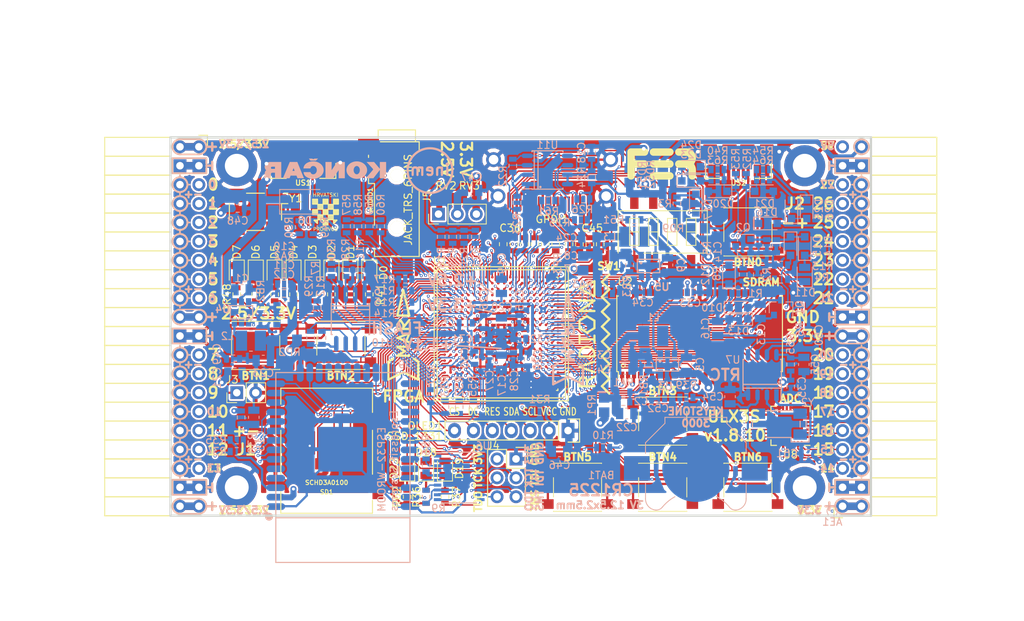
<source format=kicad_pcb>
(kicad_pcb (version 20171130) (host pcbnew 5.0.0-rc2+dfsg1-2)
  (layers (0 F.Cu signal) (1 In1.Cu signal) (2 In2.Cu signal) (31 B.Cu signal) (34 B.Paste user) (35 F.Paste user) (36 B.SilkS user) (37 F.SilkS user) (38 B.Mask user) (39 F.Mask user) (44 Edge.Cuts user))
  (net 0 "")
  (net 1 GND)
  (net 2 +5V)
  (net 3 /gpio/IN5V)
  (net 4 /gpio/OUT5V)
  (net 5 +3V3)
  (net 6 BTN_D)
  (net 7 BTN_F1)
  (net 8 BTN_F2)
  (net 9 BTN_L)
  (net 10 BTN_R)
  (net 11 BTN_U)
  (net 12 /power/FB1)
  (net 13 +2V5)
  (net 14 /power/PWREN)
  (net 15 /power/FB3)
  (net 16 /power/FB2)
  (net 17 /power/VBAT)
  (net 18 JTAG_TDI)
  (net 19 JTAG_TCK)
  (net 20 JTAG_TMS)
  (net 21 JTAG_TDO)
  (net 22 /power/WAKEUPn)
  (net 23 /power/WKUP)
  (net 24 /power/SHUT)
  (net 25 /power/WAKE)
  (net 26 /power/HOLD)
  (net 27 /power/WKn)
  (net 28 /power/OSCI_32k)
  (net 29 /power/OSCO_32k)
  (net 30 SHUTDOWN)
  (net 31 /analog/AUDIO_L)
  (net 32 /analog/AUDIO_R)
  (net 33 GPDI_SDA)
  (net 34 GPDI_SCL)
  (net 35 /gpdi/VREF2)
  (net 36 SD_CMD)
  (net 37 SD_CLK)
  (net 38 SD_D0)
  (net 39 SD_D1)
  (net 40 USB5V)
  (net 41 GPDI_CEC)
  (net 42 nRESET)
  (net 43 FTDI_nDTR)
  (net 44 SDRAM_CKE)
  (net 45 SDRAM_A7)
  (net 46 SDRAM_D15)
  (net 47 SDRAM_BA1)
  (net 48 SDRAM_D7)
  (net 49 SDRAM_A6)
  (net 50 SDRAM_CLK)
  (net 51 SDRAM_D13)
  (net 52 SDRAM_BA0)
  (net 53 SDRAM_D6)
  (net 54 SDRAM_A5)
  (net 55 SDRAM_D14)
  (net 56 SDRAM_A11)
  (net 57 SDRAM_D12)
  (net 58 SDRAM_D5)
  (net 59 SDRAM_A4)
  (net 60 SDRAM_A10)
  (net 61 SDRAM_D11)
  (net 62 SDRAM_A3)
  (net 63 SDRAM_D4)
  (net 64 SDRAM_D10)
  (net 65 SDRAM_D9)
  (net 66 SDRAM_A9)
  (net 67 SDRAM_D3)
  (net 68 SDRAM_D8)
  (net 69 SDRAM_A8)
  (net 70 SDRAM_A2)
  (net 71 SDRAM_A1)
  (net 72 SDRAM_A0)
  (net 73 SDRAM_D2)
  (net 74 SDRAM_D1)
  (net 75 SDRAM_D0)
  (net 76 SDRAM_DQM0)
  (net 77 SDRAM_nCS)
  (net 78 SDRAM_nRAS)
  (net 79 SDRAM_DQM1)
  (net 80 SDRAM_nCAS)
  (net 81 SDRAM_nWE)
  (net 82 /flash/FLASH_nWP)
  (net 83 /flash/FLASH_nHOLD)
  (net 84 /flash/FLASH_MOSI)
  (net 85 /flash/FLASH_MISO)
  (net 86 /flash/FLASH_SCK)
  (net 87 /flash/FLASH_nCS)
  (net 88 /flash/FPGA_PROGRAMN)
  (net 89 /flash/FPGA_DONE)
  (net 90 /flash/FPGA_INITN)
  (net 91 OLED_RES)
  (net 92 OLED_DC)
  (net 93 OLED_CS)
  (net 94 WIFI_EN)
  (net 95 FTDI_nRTS)
  (net 96 FTDI_TXD)
  (net 97 FTDI_RXD)
  (net 98 WIFI_RXD)
  (net 99 WIFI_GPIO0)
  (net 100 WIFI_TXD)
  (net 101 USB_FTDI_D+)
  (net 102 USB_FTDI_D-)
  (net 103 SD_D3)
  (net 104 AUDIO_L3)
  (net 105 AUDIO_L2)
  (net 106 AUDIO_L1)
  (net 107 AUDIO_L0)
  (net 108 AUDIO_R3)
  (net 109 AUDIO_R2)
  (net 110 AUDIO_R1)
  (net 111 AUDIO_R0)
  (net 112 OLED_CLK)
  (net 113 OLED_MOSI)
  (net 114 LED0)
  (net 115 LED1)
  (net 116 LED2)
  (net 117 LED3)
  (net 118 LED4)
  (net 119 LED5)
  (net 120 LED6)
  (net 121 LED7)
  (net 122 BTN_PWRn)
  (net 123 FTDI_nTXLED)
  (net 124 FTDI_nSLEEP)
  (net 125 /blinkey/LED_PWREN)
  (net 126 /blinkey/LED_TXLED)
  (net 127 /sdcard/SD3V3)
  (net 128 SD_D2)
  (net 129 CLK_25MHz)
  (net 130 /blinkey/BTNPUL)
  (net 131 /blinkey/BTNPUR)
  (net 132 USB_FPGA_D+)
  (net 133 /power/FTDI_nSUSPEND)
  (net 134 /blinkey/ALED0)
  (net 135 /blinkey/ALED1)
  (net 136 /blinkey/ALED2)
  (net 137 /blinkey/ALED3)
  (net 138 /blinkey/ALED4)
  (net 139 /blinkey/ALED5)
  (net 140 /blinkey/ALED6)
  (net 141 /blinkey/ALED7)
  (net 142 /usb/FTD-)
  (net 143 /usb/FTD+)
  (net 144 ADC_MISO)
  (net 145 ADC_MOSI)
  (net 146 ADC_CSn)
  (net 147 ADC_SCLK)
  (net 148 SW3)
  (net 149 SW2)
  (net 150 SW1)
  (net 151 USB_FPGA_D-)
  (net 152 /usb/FPD+)
  (net 153 /usb/FPD-)
  (net 154 WIFI_GPIO16)
  (net 155 /usb/ANT_433MHz)
  (net 156 /power/PWRBTn)
  (net 157 PROG_DONE)
  (net 158 /power/P3V3)
  (net 159 /power/P2V5)
  (net 160 /power/L1)
  (net 161 /power/L3)
  (net 162 /power/L2)
  (net 163 FTDI_TXDEN)
  (net 164 SDRAM_A12)
  (net 165 /analog/AUDIO_V)
  (net 166 AUDIO_V3)
  (net 167 AUDIO_V2)
  (net 168 AUDIO_V1)
  (net 169 AUDIO_V0)
  (net 170 /blinkey/LED_WIFI)
  (net 171 /power/P1V1)
  (net 172 +1V1)
  (net 173 SW4)
  (net 174 /blinkey/SWPU)
  (net 175 /wifi/WIFIEN)
  (net 176 FT2V5)
  (net 177 GN0)
  (net 178 GP0)
  (net 179 GN1)
  (net 180 GP1)
  (net 181 GN2)
  (net 182 GP2)
  (net 183 GN3)
  (net 184 GP3)
  (net 185 GN4)
  (net 186 GP4)
  (net 187 GN5)
  (net 188 GP5)
  (net 189 GN6)
  (net 190 GP6)
  (net 191 GN14)
  (net 192 GP14)
  (net 193 GN15)
  (net 194 GP15)
  (net 195 GN16)
  (net 196 GP16)
  (net 197 GN17)
  (net 198 GP17)
  (net 199 GN18)
  (net 200 GP18)
  (net 201 GN19)
  (net 202 GP19)
  (net 203 GN20)
  (net 204 GP20)
  (net 205 GN21)
  (net 206 GP21)
  (net 207 GN22)
  (net 208 GP22)
  (net 209 GN23)
  (net 210 GP23)
  (net 211 GN24)
  (net 212 GP24)
  (net 213 GN25)
  (net 214 GP25)
  (net 215 GN26)
  (net 216 GP26)
  (net 217 GN27)
  (net 218 GP27)
  (net 219 GN7)
  (net 220 GP7)
  (net 221 GN8)
  (net 222 GP8)
  (net 223 GN9)
  (net 224 GP9)
  (net 225 GN10)
  (net 226 GP10)
  (net 227 GN11)
  (net 228 GP11)
  (net 229 GN12)
  (net 230 GP12)
  (net 231 GN13)
  (net 232 GP13)
  (net 233 WIFI_GPIO5)
  (net 234 WIFI_GPIO17)
  (net 235 USB_FPGA_PULL_D+)
  (net 236 USB_FPGA_PULL_D-)
  (net 237 "Net-(D23-Pad2)")
  (net 238 "Net-(D24-Pad1)")
  (net 239 "Net-(D25-Pad2)")
  (net 240 "Net-(D26-Pad1)")
  (net 241 /gpdi/GPDI_ETH+)
  (net 242 FPDI_ETH+)
  (net 243 /gpdi/GPDI_ETH-)
  (net 244 FPDI_ETH-)
  (net 245 /gpdi/GPDI_D2-)
  (net 246 FPDI_D2-)
  (net 247 /gpdi/GPDI_D1-)
  (net 248 FPDI_D1-)
  (net 249 /gpdi/GPDI_D0-)
  (net 250 FPDI_D0-)
  (net 251 /gpdi/GPDI_CLK-)
  (net 252 FPDI_CLK-)
  (net 253 /gpdi/GPDI_D2+)
  (net 254 FPDI_D2+)
  (net 255 /gpdi/GPDI_D1+)
  (net 256 FPDI_D1+)
  (net 257 /gpdi/GPDI_D0+)
  (net 258 FPDI_D0+)
  (net 259 /gpdi/GPDI_CLK+)
  (net 260 FPDI_CLK+)
  (net 261 FPDI_SDA)
  (net 262 FPDI_SCL)
  (net 263 /gpdi/FPDI_CEC)
  (net 264 2V5_3V3)
  (net 265 "Net-(AUDIO1-Pad5)")
  (net 266 "Net-(AUDIO1-Pad6)")
  (net 267 "Net-(U1-PadA15)")
  (net 268 "Net-(U1-PadC9)")
  (net 269 "Net-(U1-PadD9)")
  (net 270 "Net-(U1-PadD10)")
  (net 271 "Net-(U1-PadD11)")
  (net 272 "Net-(U1-PadD12)")
  (net 273 "Net-(U1-PadE6)")
  (net 274 "Net-(U1-PadE9)")
  (net 275 "Net-(U1-PadE10)")
  (net 276 "Net-(U1-PadE11)")
  (net 277 "Net-(U1-PadJ4)")
  (net 278 "Net-(U1-PadJ5)")
  (net 279 "Net-(U1-PadK5)")
  (net 280 "Net-(U1-PadL5)")
  (net 281 "Net-(U1-PadM4)")
  (net 282 "Net-(U1-PadM5)")
  (net 283 SD_CD)
  (net 284 SD_WP)
  (net 285 "Net-(U1-PadR3)")
  (net 286 "Net-(U1-PadT16)")
  (net 287 "Net-(U1-PadW4)")
  (net 288 "Net-(U1-PadW5)")
  (net 289 "Net-(U1-PadW8)")
  (net 290 "Net-(U1-PadW9)")
  (net 291 "Net-(U1-PadW13)")
  (net 292 "Net-(U1-PadW14)")
  (net 293 "Net-(U1-PadW17)")
  (net 294 "Net-(U1-PadW18)")
  (net 295 FTDI_nRXLED)
  (net 296 "Net-(U8-Pad12)")
  (net 297 "Net-(U8-Pad25)")
  (net 298 "Net-(U9-Pad32)")
  (net 299 "Net-(U9-Pad22)")
  (net 300 "Net-(U9-Pad21)")
  (net 301 "Net-(U9-Pad20)")
  (net 302 "Net-(U9-Pad19)")
  (net 303 "Net-(U9-Pad18)")
  (net 304 "Net-(U9-Pad17)")
  (net 305 "Net-(U9-Pad12)")
  (net 306 "Net-(U9-Pad5)")
  (net 307 "Net-(U9-Pad4)")
  (net 308 "Net-(US1-Pad4)")
  (net 309 "Net-(US2-Pad4)")
  (net 310 "Net-(Y2-Pad3)")
  (net 311 "Net-(Y2-Pad2)")
  (net 312 "Net-(U1-PadK16)")
  (net 313 "Net-(U1-PadK17)")
  (net 314 /usb/US2VBUS)
  (net 315 /power/SHD)
  (net 316 /power/RTCVDD)
  (module inem:inem (layer B.Cu) (at 128.913 65.883)
    (fp_text reference REF** hide)
    (fp_text value inem hide)
    (fp_text user inem (at 0 -0.1) (layer B.SilkS) (effects (font (size 1.5 1.5) (thickness 0.3)) (justify mirror)))
  )
  (module fer:fer4mm6 (layer F.Cu) (at 159.901 64.994)
    (fp_text reference fer hide)
    (fp_text value fer hide)
  )
  (module SOA008-150mil:SOA008-150-208mil (layer B.Cu) (at 118.245 85.822 270)
    (fp_text reference U10 (at 3.175 -4.318) (layer B.SilkS) (effects (justify mirror)))
    (fp_text value IS25LP128F-JBLE)
    (pad 1 smd rect (at -3.302 1.905 270) (size 2.1 0.6) (layers B.Cu B.Paste B.Mask) (net 87 /flash/FLASH_nCS))
    (pad 2 smd oval (at -3.302 0.635 270) (size 2.1 0.6) (layers B.Cu B.Paste B.Mask) (net 85 /flash/FLASH_MISO))
    (pad 3 smd oval (at -3.302 -0.635 270) (size 2.1 0.6) (layers B.Cu B.Paste B.Mask) (net 82 /flash/FLASH_nWP))
    (pad 4 smd oval (at -3.302 -1.905 270) (size 2.1 0.6) (layers B.Cu B.Paste B.Mask) (net 1 GND))
    (pad 5 smd oval (at 3.302 -1.905 270) (size 2.1 0.6) (layers B.Cu B.Paste B.Mask) (net 84 /flash/FLASH_MOSI))
    (pad 6 smd oval (at 3.302 -0.635 270) (size 2.1 0.6) (layers B.Cu B.Paste B.Mask) (net 86 /flash/FLASH_SCK))
    (pad 7 smd oval (at 3.302 0.635 270) (size 2.1 0.6) (layers B.Cu B.Paste B.Mask) (net 83 /flash/FLASH_nHOLD))
    (pad 8 smd oval (at 3.302 1.905 270) (size 2.1 0.6) (layers B.Cu B.Paste B.Mask) (net 5 +3V3))
  )
  (module Socket_Strips:Socket_Strip_Angled_2x20 (layer F.Cu) (at 97.91 62.69 270)
    (fp_text reference J1 (at 40.64 -6.35) (layer F.SilkS) (effects (font (size 1.5 1.5) (thickness 0.3))))
    (fp_text value CONN_02X20 hide)
    (pad 1 thru_hole oval (at 0 0 270) (size 1.7272 1.7272) (drill 1.016) (layers *.Cu *.Mask) (net 264 2V5_3V3))
    (pad 2 thru_hole oval (at 0 2.54 270) (size 1.7272 1.7272) (drill 1.016) (layers *.Cu *.Mask) (net 264 2V5_3V3))
    (pad 3 thru_hole rect (at 2.54 0 270) (size 1.7272 1.7272) (drill 1.016) (layers *.Cu *.Mask) (net 1 GND))
    (pad 4 thru_hole rect (at 2.54 2.54 270) (size 1.7272 1.7272) (drill 1.016) (layers *.Cu *.Mask) (net 1 GND))
    (pad 5 thru_hole oval (at 5.08 0 270) (size 1.7272 1.7272) (drill 1.016) (layers *.Cu *.Mask) (net 177 GN0))
    (pad 6 thru_hole oval (at 5.08 2.54 270) (size 1.7272 1.7272) (drill 1.016) (layers *.Cu *.Mask) (net 178 GP0))
    (pad 7 thru_hole oval (at 7.62 0 270) (size 1.7272 1.7272) (drill 1.016) (layers *.Cu *.Mask) (net 179 GN1))
    (pad 8 thru_hole oval (at 7.62 2.54 270) (size 1.7272 1.7272) (drill 1.016) (layers *.Cu *.Mask) (net 180 GP1))
    (pad 9 thru_hole oval (at 10.16 0 270) (size 1.7272 1.7272) (drill 1.016) (layers *.Cu *.Mask) (net 181 GN2))
    (pad 10 thru_hole oval (at 10.16 2.54 270) (size 1.7272 1.7272) (drill 1.016) (layers *.Cu *.Mask) (net 182 GP2))
    (pad 11 thru_hole oval (at 12.7 0 270) (size 1.7272 1.7272) (drill 1.016) (layers *.Cu *.Mask) (net 183 GN3))
    (pad 12 thru_hole oval (at 12.7 2.54 270) (size 1.7272 1.7272) (drill 1.016) (layers *.Cu *.Mask) (net 184 GP3))
    (pad 13 thru_hole oval (at 15.24 0 270) (size 1.7272 1.7272) (drill 1.016) (layers *.Cu *.Mask) (net 185 GN4))
    (pad 14 thru_hole oval (at 15.24 2.54 270) (size 1.7272 1.7272) (drill 1.016) (layers *.Cu *.Mask) (net 186 GP4))
    (pad 15 thru_hole oval (at 17.78 0 270) (size 1.7272 1.7272) (drill 1.016) (layers *.Cu *.Mask) (net 187 GN5))
    (pad 16 thru_hole oval (at 17.78 2.54 270) (size 1.7272 1.7272) (drill 1.016) (layers *.Cu *.Mask) (net 188 GP5))
    (pad 17 thru_hole oval (at 20.32 0 270) (size 1.7272 1.7272) (drill 1.016) (layers *.Cu *.Mask) (net 189 GN6))
    (pad 18 thru_hole oval (at 20.32 2.54 270) (size 1.7272 1.7272) (drill 1.016) (layers *.Cu *.Mask) (net 190 GP6))
    (pad 19 thru_hole oval (at 22.86 0 270) (size 1.7272 1.7272) (drill 1.016) (layers *.Cu *.Mask) (net 264 2V5_3V3))
    (pad 20 thru_hole oval (at 22.86 2.54 270) (size 1.7272 1.7272) (drill 1.016) (layers *.Cu *.Mask) (net 264 2V5_3V3))
    (pad 21 thru_hole rect (at 25.4 0 270) (size 1.7272 1.7272) (drill 1.016) (layers *.Cu *.Mask) (net 1 GND))
    (pad 22 thru_hole rect (at 25.4 2.54 270) (size 1.7272 1.7272) (drill 1.016) (layers *.Cu *.Mask) (net 1 GND))
    (pad 23 thru_hole oval (at 27.94 0 270) (size 1.7272 1.7272) (drill 1.016) (layers *.Cu *.Mask) (net 219 GN7))
    (pad 24 thru_hole oval (at 27.94 2.54 270) (size 1.7272 1.7272) (drill 1.016) (layers *.Cu *.Mask) (net 220 GP7))
    (pad 25 thru_hole oval (at 30.48 0 270) (size 1.7272 1.7272) (drill 1.016) (layers *.Cu *.Mask) (net 221 GN8))
    (pad 26 thru_hole oval (at 30.48 2.54 270) (size 1.7272 1.7272) (drill 1.016) (layers *.Cu *.Mask) (net 222 GP8))
    (pad 27 thru_hole oval (at 33.02 0 270) (size 1.7272 1.7272) (drill 1.016) (layers *.Cu *.Mask) (net 223 GN9))
    (pad 28 thru_hole oval (at 33.02 2.54 270) (size 1.7272 1.7272) (drill 1.016) (layers *.Cu *.Mask) (net 224 GP9))
    (pad 29 thru_hole oval (at 35.56 0 270) (size 1.7272 1.7272) (drill 1.016) (layers *.Cu *.Mask) (net 225 GN10))
    (pad 30 thru_hole oval (at 35.56 2.54 270) (size 1.7272 1.7272) (drill 1.016) (layers *.Cu *.Mask) (net 226 GP10))
    (pad 31 thru_hole oval (at 38.1 0 270) (size 1.7272 1.7272) (drill 1.016) (layers *.Cu *.Mask) (net 227 GN11))
    (pad 32 thru_hole oval (at 38.1 2.54 270) (size 1.7272 1.7272) (drill 1.016) (layers *.Cu *.Mask) (net 228 GP11))
    (pad 33 thru_hole oval (at 40.64 0 270) (size 1.7272 1.7272) (drill 1.016) (layers *.Cu *.Mask) (net 229 GN12))
    (pad 34 thru_hole oval (at 40.64 2.54 270) (size 1.7272 1.7272) (drill 1.016) (layers *.Cu *.Mask) (net 230 GP12))
    (pad 35 thru_hole oval (at 43.18 0 270) (size 1.7272 1.7272) (drill 1.016) (layers *.Cu *.Mask) (net 231 GN13))
    (pad 36 thru_hole oval (at 43.18 2.54 270) (size 1.7272 1.7272) (drill 1.016) (layers *.Cu *.Mask) (net 232 GP13))
    (pad 37 thru_hole rect (at 45.72 0 270) (size 1.7272 1.7272) (drill 1.016) (layers *.Cu *.Mask) (net 1 GND))
    (pad 38 thru_hole rect (at 45.72 2.54 270) (size 1.7272 1.7272) (drill 1.016) (layers *.Cu *.Mask) (net 1 GND))
    (pad 39 thru_hole oval (at 48.26 0 270) (size 1.7272 1.7272) (drill 1.016) (layers *.Cu *.Mask) (net 264 2V5_3V3))
    (pad 40 thru_hole oval (at 48.26 2.54 270) (size 1.7272 1.7272) (drill 1.016) (layers *.Cu *.Mask) (net 264 2V5_3V3))
  )
  (module TSOT-25:TSOT-25 (layer B.Cu) (at 160.775 91.9)
    (fp_text reference U3 (at -0.295 2.9) (layer B.SilkS) (effects (font (thickness 0.2)) (justify mirror)))
    (fp_text value TLV62569DBV)
    (pad 1 smd rect (at -0.95 -1.3) (size 0.7 1.2) (layers B.Cu B.Paste B.Mask) (net 14 /power/PWREN))
    (pad 2 smd rect (at 0 -1.3) (size 0.7 1.2) (layers B.Cu B.Paste B.Mask) (net 1 GND))
    (pad 3 smd rect (at 0.95 -1.3) (size 0.7 1.2) (layers B.Cu B.Paste B.Mask) (net 160 /power/L1))
    (pad 4 smd rect (at 0.95 1.3) (size 0.7 1.2) (layers B.Cu B.Paste B.Mask) (net 2 +5V))
    (pad 5 smd rect (at -0.95 1.3) (size 0.7 1.2) (layers B.Cu B.Paste B.Mask) (net 12 /power/FB1))
  )
  (module TSOT-25:TSOT-25 (layer B.Cu) (at 103.625 84.915 180)
    (fp_text reference U4 (at 2.525 0.4265 180) (layer B.SilkS) (effects (font (thickness 0.2)) (justify mirror)))
    (fp_text value TLV62569DBV)
    (pad 1 smd rect (at -0.95 -1.3 180) (size 0.7 1.2) (layers B.Cu B.Paste B.Mask) (net 14 /power/PWREN))
    (pad 2 smd rect (at 0 -1.3 180) (size 0.7 1.2) (layers B.Cu B.Paste B.Mask) (net 1 GND))
    (pad 3 smd rect (at 0.95 -1.3 180) (size 0.7 1.2) (layers B.Cu B.Paste B.Mask) (net 162 /power/L2))
    (pad 4 smd rect (at 0.95 1.3 180) (size 0.7 1.2) (layers B.Cu B.Paste B.Mask) (net 2 +5V))
    (pad 5 smd rect (at -0.95 1.3 180) (size 0.7 1.2) (layers B.Cu B.Paste B.Mask) (net 16 /power/FB2))
  )
  (module TSOT-25:TSOT-25 (layer B.Cu) (at 158.235 78.692)
    (fp_text reference U5 (at 1.793 2.812) (layer B.SilkS) (effects (font (thickness 0.2)) (justify mirror)))
    (fp_text value TLV62569DBV)
    (pad 1 smd rect (at -0.95 -1.3) (size 0.7 1.2) (layers B.Cu B.Paste B.Mask) (net 14 /power/PWREN))
    (pad 2 smd rect (at 0 -1.3) (size 0.7 1.2) (layers B.Cu B.Paste B.Mask) (net 1 GND))
    (pad 3 smd rect (at 0.95 -1.3) (size 0.7 1.2) (layers B.Cu B.Paste B.Mask) (net 161 /power/L3))
    (pad 4 smd rect (at 0.95 1.3) (size 0.7 1.2) (layers B.Cu B.Paste B.Mask) (net 2 +5V))
    (pad 5 smd rect (at -0.95 1.3) (size 0.7 1.2) (layers B.Cu B.Paste B.Mask) (net 15 /power/FB3))
  )
  (module Socket_Strips:Socket_Strip_Angled_2x20 (layer F.Cu) (at 184.27 110.95 90)
    (fp_text reference J2 (at 40.64 -6.35 180) (layer F.SilkS) (effects (font (size 1.5 1.5) (thickness 0.3))))
    (fp_text value CONN_02X20 hide)
    (pad 1 thru_hole oval (at 0 0 90) (size 1.7272 1.7272) (drill 1.016) (layers *.Cu *.Mask) (net 5 +3V3))
    (pad 2 thru_hole oval (at 0 2.54 90) (size 1.7272 1.7272) (drill 1.016) (layers *.Cu *.Mask) (net 5 +3V3))
    (pad 3 thru_hole rect (at 2.54 0 90) (size 1.7272 1.7272) (drill 1.016) (layers *.Cu *.Mask) (net 1 GND))
    (pad 4 thru_hole rect (at 2.54 2.54 90) (size 1.7272 1.7272) (drill 1.016) (layers *.Cu *.Mask) (net 1 GND))
    (pad 5 thru_hole oval (at 5.08 0 90) (size 1.7272 1.7272) (drill 1.016) (layers *.Cu *.Mask) (net 191 GN14))
    (pad 6 thru_hole oval (at 5.08 2.54 90) (size 1.7272 1.7272) (drill 1.016) (layers *.Cu *.Mask) (net 192 GP14))
    (pad 7 thru_hole oval (at 7.62 0 90) (size 1.7272 1.7272) (drill 1.016) (layers *.Cu *.Mask) (net 193 GN15))
    (pad 8 thru_hole oval (at 7.62 2.54 90) (size 1.7272 1.7272) (drill 1.016) (layers *.Cu *.Mask) (net 194 GP15))
    (pad 9 thru_hole oval (at 10.16 0 90) (size 1.7272 1.7272) (drill 1.016) (layers *.Cu *.Mask) (net 195 GN16))
    (pad 10 thru_hole oval (at 10.16 2.54 90) (size 1.7272 1.7272) (drill 1.016) (layers *.Cu *.Mask) (net 196 GP16))
    (pad 11 thru_hole oval (at 12.7 0 90) (size 1.7272 1.7272) (drill 1.016) (layers *.Cu *.Mask) (net 197 GN17))
    (pad 12 thru_hole oval (at 12.7 2.54 90) (size 1.7272 1.7272) (drill 1.016) (layers *.Cu *.Mask) (net 198 GP17))
    (pad 13 thru_hole oval (at 15.24 0 90) (size 1.7272 1.7272) (drill 1.016) (layers *.Cu *.Mask) (net 199 GN18))
    (pad 14 thru_hole oval (at 15.24 2.54 90) (size 1.7272 1.7272) (drill 1.016) (layers *.Cu *.Mask) (net 200 GP18))
    (pad 15 thru_hole oval (at 17.78 0 90) (size 1.7272 1.7272) (drill 1.016) (layers *.Cu *.Mask) (net 201 GN19))
    (pad 16 thru_hole oval (at 17.78 2.54 90) (size 1.7272 1.7272) (drill 1.016) (layers *.Cu *.Mask) (net 202 GP19))
    (pad 17 thru_hole oval (at 20.32 0 90) (size 1.7272 1.7272) (drill 1.016) (layers *.Cu *.Mask) (net 203 GN20))
    (pad 18 thru_hole oval (at 20.32 2.54 90) (size 1.7272 1.7272) (drill 1.016) (layers *.Cu *.Mask) (net 204 GP20))
    (pad 19 thru_hole oval (at 22.86 0 90) (size 1.7272 1.7272) (drill 1.016) (layers *.Cu *.Mask) (net 5 +3V3))
    (pad 20 thru_hole oval (at 22.86 2.54 90) (size 1.7272 1.7272) (drill 1.016) (layers *.Cu *.Mask) (net 5 +3V3))
    (pad 21 thru_hole rect (at 25.4 0 90) (size 1.7272 1.7272) (drill 1.016) (layers *.Cu *.Mask) (net 1 GND))
    (pad 22 thru_hole rect (at 25.4 2.54 90) (size 1.7272 1.7272) (drill 1.016) (layers *.Cu *.Mask) (net 1 GND))
    (pad 23 thru_hole oval (at 27.94 0 90) (size 1.7272 1.7272) (drill 1.016) (layers *.Cu *.Mask) (net 205 GN21))
    (pad 24 thru_hole oval (at 27.94 2.54 90) (size 1.7272 1.7272) (drill 1.016) (layers *.Cu *.Mask) (net 206 GP21))
    (pad 25 thru_hole oval (at 30.48 0 90) (size 1.7272 1.7272) (drill 1.016) (layers *.Cu *.Mask) (net 207 GN22))
    (pad 26 thru_hole oval (at 30.48 2.54 90) (size 1.7272 1.7272) (drill 1.016) (layers *.Cu *.Mask) (net 208 GP22))
    (pad 27 thru_hole oval (at 33.02 0 90) (size 1.7272 1.7272) (drill 1.016) (layers *.Cu *.Mask) (net 209 GN23))
    (pad 28 thru_hole oval (at 33.02 2.54 90) (size 1.7272 1.7272) (drill 1.016) (layers *.Cu *.Mask) (net 210 GP23))
    (pad 29 thru_hole oval (at 35.56 0 90) (size 1.7272 1.7272) (drill 1.016) (layers *.Cu *.Mask) (net 211 GN24))
    (pad 30 thru_hole oval (at 35.56 2.54 90) (size 1.7272 1.7272) (drill 1.016) (layers *.Cu *.Mask) (net 212 GP24))
    (pad 31 thru_hole oval (at 38.1 0 90) (size 1.7272 1.7272) (drill 1.016) (layers *.Cu *.Mask) (net 213 GN25))
    (pad 32 thru_hole oval (at 38.1 2.54 90) (size 1.7272 1.7272) (drill 1.016) (layers *.Cu *.Mask) (net 214 GP25))
    (pad 33 thru_hole oval (at 40.64 0 90) (size 1.7272 1.7272) (drill 1.016) (layers *.Cu *.Mask) (net 215 GN26))
    (pad 34 thru_hole oval (at 40.64 2.54 90) (size 1.7272 1.7272) (drill 1.016) (layers *.Cu *.Mask) (net 216 GP26))
    (pad 35 thru_hole oval (at 43.18 0 90) (size 1.7272 1.7272) (drill 1.016) (layers *.Cu *.Mask) (net 217 GN27))
    (pad 36 thru_hole oval (at 43.18 2.54 90) (size 1.7272 1.7272) (drill 1.016) (layers *.Cu *.Mask) (net 218 GP27))
    (pad 37 thru_hole rect (at 45.72 0 90) (size 1.7272 1.7272) (drill 1.016) (layers *.Cu *.Mask) (net 1 GND))
    (pad 38 thru_hole rect (at 45.72 2.54 90) (size 1.7272 1.7272) (drill 1.016) (layers *.Cu *.Mask) (net 1 GND))
    (pad 39 thru_hole oval (at 48.26 0 90) (size 1.7272 1.7272) (drill 1.016) (layers *.Cu *.Mask) (net 3 /gpio/IN5V))
    (pad 40 thru_hole oval (at 48.26 2.54 90) (size 1.7272 1.7272) (drill 1.016) (layers *.Cu *.Mask) (net 4 /gpio/OUT5V))
  )
  (module Mounting_Holes:MountingHole_3.2mm_M3_ISO14580_Pad (layer F.Cu) (at 102.99 108.41)
    (fp_text reference H1 hide)
    (fp_text value HOLE hide)
    (pad 1 thru_hole circle (at 0 0) (size 5.5 5.5) (drill 3.2) (layers *.Cu *.Mask) (net 1 GND))
  )
  (module Mounting_Holes:MountingHole_3.2mm_M3_ISO14580_Pad (layer F.Cu) (at 179.19 108.41)
    (fp_text reference H2 hide)
    (fp_text value HOLE hide)
    (pad 1 thru_hole circle (at 0 0) (size 5.5 5.5) (drill 3.2) (layers *.Cu *.Mask) (net 1 GND))
  )
  (module Mounting_Holes:MountingHole_3.2mm_M3_ISO14580_Pad (layer F.Cu) (at 179.19 65.23)
    (fp_text reference H3 hide)
    (fp_text value HOLE hide)
    (pad 1 thru_hole circle (at 0 0) (size 5.5 5.5) (drill 3.2) (layers *.Cu *.Mask) (net 1 GND))
  )
  (module Mounting_Holes:MountingHole_3.2mm_M3_ISO14580_Pad (layer F.Cu) (at 102.99 65.23)
    (fp_text reference H4 hide)
    (fp_text value HOLE hide)
    (pad 1 thru_hole circle (at 0 0) (size 5.5 5.5) (drill 3.2) (layers *.Cu *.Mask) (net 1 GND))
  )
  (module Housings_SSOP:SSOP-20_4.4x6.5mm_Pitch0.65mm (layer B.Cu) (at 132.835 107.14 180)
    (fp_text reference U6 (at -3.175 4.318 180) (layer B.SilkS) (effects (justify mirror)))
    (fp_text value FT231XS)
    (pad 1 smd rect (at -2.9 2.925 180) (size 1 0.4) (layers B.Cu B.Paste B.Mask) (net 43 FTDI_nDTR))
    (pad 2 smd rect (at -2.9 2.275 180) (size 1 0.4) (layers B.Cu B.Paste B.Mask) (net 95 FTDI_nRTS))
    (pad 3 smd rect (at -2.9 1.625 180) (size 1 0.4) (layers B.Cu B.Paste B.Mask) (net 176 FT2V5))
    (pad 4 smd rect (at -2.9 0.975 180) (size 1 0.4) (layers B.Cu B.Paste B.Mask) (net 97 FTDI_RXD))
    (pad 5 smd rect (at -2.9 0.325 180) (size 1 0.4) (layers B.Cu B.Paste B.Mask) (net 18 JTAG_TDI))
    (pad 6 smd rect (at -2.9 -0.325 180) (size 1 0.4) (layers B.Cu B.Paste B.Mask) (net 1 GND))
    (pad 7 smd rect (at -2.9 -0.975 180) (size 1 0.4) (layers B.Cu B.Paste B.Mask) (net 19 JTAG_TCK))
    (pad 8 smd rect (at -2.9 -1.625 180) (size 1 0.4) (layers B.Cu B.Paste B.Mask) (net 20 JTAG_TMS))
    (pad 9 smd rect (at -2.9 -2.275 180) (size 1 0.4) (layers B.Cu B.Paste B.Mask) (net 21 JTAG_TDO))
    (pad 10 smd rect (at -2.9 -2.925 180) (size 1 0.4) (layers B.Cu B.Paste B.Mask) (net 123 FTDI_nTXLED))
    (pad 11 smd rect (at 2.9 -2.925 180) (size 1 0.4) (layers B.Cu B.Paste B.Mask) (net 101 USB_FTDI_D+))
    (pad 12 smd rect (at 2.9 -2.275 180) (size 1 0.4) (layers B.Cu B.Paste B.Mask) (net 102 USB_FTDI_D-))
    (pad 13 smd rect (at 2.9 -1.625 180) (size 1 0.4) (layers B.Cu B.Paste B.Mask) (net 176 FT2V5))
    (pad 14 smd rect (at 2.9 -0.975 180) (size 1 0.4) (layers B.Cu B.Paste B.Mask) (net 42 nRESET))
    (pad 15 smd rect (at 2.9 -0.325 180) (size 1 0.4) (layers B.Cu B.Paste B.Mask) (net 40 USB5V))
    (pad 16 smd rect (at 2.9 0.325 180) (size 1 0.4) (layers B.Cu B.Paste B.Mask) (net 1 GND))
    (pad 17 smd rect (at 2.9 0.975 180) (size 1 0.4) (layers B.Cu B.Paste B.Mask) (net 295 FTDI_nRXLED))
    (pad 18 smd rect (at 2.9 1.625 180) (size 1 0.4) (layers B.Cu B.Paste B.Mask) (net 163 FTDI_TXDEN))
    (pad 19 smd rect (at 2.9 2.275 180) (size 1 0.4) (layers B.Cu B.Paste B.Mask) (net 124 FTDI_nSLEEP))
    (pad 20 smd rect (at 2.9 2.925 180) (size 1 0.4) (layers B.Cu B.Paste B.Mask) (net 96 FTDI_TXD))
  )
  (module Socket_Strips:Socket_Strip_Straight_2x03 (layer F.Cu) (at 140.455 104.6 270)
    (fp_text reference J4 (at -1.778 3.048) (layer F.SilkS))
    (fp_text value CONN_02X03 hide)
    (pad 1 thru_hole rect (at 0 0 270) (size 1.7272 1.7272) (drill 1.016) (layers *.Cu *.Mask) (net 1 GND))
    (pad 2 thru_hole oval (at 0 2.54 270) (size 1.7272 1.7272) (drill 1.016) (layers *.Cu *.Mask) (net 5 +3V3))
    (pad 3 thru_hole oval (at 2.54 0 270) (size 1.7272 1.7272) (drill 1.016) (layers *.Cu *.Mask) (net 18 JTAG_TDI))
    (pad 4 thru_hole oval (at 2.54 2.54 270) (size 1.7272 1.7272) (drill 1.016) (layers *.Cu *.Mask) (net 19 JTAG_TCK))
    (pad 5 thru_hole oval (at 5.08 0 270) (size 1.7272 1.7272) (drill 1.016) (layers *.Cu *.Mask) (net 20 JTAG_TMS))
    (pad 6 thru_hole oval (at 5.08 2.54 270) (size 1.7272 1.7272) (drill 1.016) (layers *.Cu *.Mask) (net 21 JTAG_TDO))
  )
  (module Housings_DFN_QFN:QFN-28-1EP_5x5mm_Pitch0.5mm (layer F.Cu) (at 177.285 100.155 180)
    (fp_text reference U8 (at 0 -3.875 180) (layer F.SilkS))
    (fp_text value MAX11125)
    (pad 1 smd oval (at -2.45 -1.5 180) (size 0.85 0.3) (layers F.Cu F.Paste F.Mask) (net 194 GP15))
    (pad 2 smd oval (at -2.45 -1 180) (size 0.85 0.3) (layers F.Cu F.Paste F.Mask) (net 195 GN16))
    (pad 3 smd oval (at -2.45 -0.5 180) (size 0.85 0.3) (layers F.Cu F.Paste F.Mask) (net 196 GP16))
    (pad 4 smd oval (at -2.45 0 180) (size 0.85 0.3) (layers F.Cu F.Paste F.Mask) (net 197 GN17))
    (pad 5 smd oval (at -2.45 0.5 180) (size 0.85 0.3) (layers F.Cu F.Paste F.Mask) (net 198 GP17))
    (pad 6 smd oval (at -2.45 1 180) (size 0.85 0.3) (layers F.Cu F.Paste F.Mask) (net 1 GND))
    (pad 7 smd oval (at -2.45 1.5 180) (size 0.85 0.3) (layers F.Cu F.Paste F.Mask) (net 1 GND))
    (pad 8 smd oval (at -1.5 2.45 270) (size 0.85 0.3) (layers F.Cu F.Paste F.Mask) (net 1 GND))
    (pad 9 smd oval (at -1 2.45 270) (size 0.85 0.3) (layers F.Cu F.Paste F.Mask) (net 1 GND))
    (pad 10 smd oval (at -0.5 2.45 270) (size 0.85 0.3) (layers F.Cu F.Paste F.Mask) (net 1 GND))
    (pad 11 smd oval (at 0 2.45 270) (size 0.85 0.3) (layers F.Cu F.Paste F.Mask) (net 1 GND))
    (pad 12 smd oval (at 0.5 2.45 270) (size 0.85 0.3) (layers F.Cu F.Paste F.Mask) (net 296 "Net-(U8-Pad12)"))
    (pad 13 smd oval (at 1 2.45 270) (size 0.85 0.3) (layers F.Cu F.Paste F.Mask) (net 1 GND))
    (pad 14 smd oval (at 1.5 2.45 270) (size 0.85 0.3) (layers F.Cu F.Paste F.Mask) (net 1 GND))
    (pad 15 smd oval (at 2.45 1.5 180) (size 0.85 0.3) (layers F.Cu F.Paste F.Mask) (net 5 +3V3))
    (pad 16 smd oval (at 2.45 1 180) (size 0.85 0.3) (layers F.Cu F.Paste F.Mask) (net 1 GND))
    (pad 17 smd oval (at 2.45 0.5 180) (size 0.85 0.3) (layers F.Cu F.Paste F.Mask) (net 5 +3V3))
    (pad 18 smd oval (at 2.45 0 180) (size 0.85 0.3) (layers F.Cu F.Paste F.Mask) (net 5 +3V3))
    (pad 19 smd oval (at 2.45 -0.5 180) (size 0.85 0.3) (layers F.Cu F.Paste F.Mask) (net 147 ADC_SCLK))
    (pad 20 smd oval (at 2.45 -1 180) (size 0.85 0.3) (layers F.Cu F.Paste F.Mask) (net 146 ADC_CSn))
    (pad 21 smd oval (at 2.45 -1.5 180) (size 0.85 0.3) (layers F.Cu F.Paste F.Mask) (net 145 ADC_MOSI))
    (pad 22 smd oval (at 1.5 -2.45 270) (size 0.85 0.3) (layers F.Cu F.Paste F.Mask) (net 1 GND))
    (pad 23 smd oval (at 1 -2.45 270) (size 0.85 0.3) (layers F.Cu F.Paste F.Mask) (net 5 +3V3))
    (pad 24 smd oval (at 0.5 -2.45 270) (size 0.85 0.3) (layers F.Cu F.Paste F.Mask) (net 144 ADC_MISO))
    (pad 25 smd oval (at 0 -2.45 270) (size 0.85 0.3) (layers F.Cu F.Paste F.Mask) (net 297 "Net-(U8-Pad25)"))
    (pad 26 smd oval (at -0.5 -2.45 270) (size 0.85 0.3) (layers F.Cu F.Paste F.Mask) (net 191 GN14))
    (pad 27 smd oval (at -1 -2.45 270) (size 0.85 0.3) (layers F.Cu F.Paste F.Mask) (net 192 GP14))
    (pad 28 smd oval (at -1.5 -2.45 270) (size 0.85 0.3) (layers F.Cu F.Paste F.Mask) (net 193 GN15))
    (pad 29 smd rect (at 0.8375 0.8375 180) (size 1.675 1.675) (layers F.Cu F.Paste F.Mask) (net 1 GND))
    (pad 29 smd rect (at 0.8375 -0.8375 180) (size 1.675 1.675) (layers F.Cu F.Paste F.Mask) (net 1 GND))
    (pad 29 smd rect (at -0.8375 0.8375 180) (size 1.675 1.675) (layers F.Cu F.Paste F.Mask) (net 1 GND))
    (pad 29 smd rect (at -0.8375 -0.8375 180) (size 1.675 1.675) (layers F.Cu F.Paste F.Mask) (net 1 GND))
  )
  (module oled:oled_13xx (layer F.Cu) (at 139.82 100.79 180)
    (fp_text reference OLED1 (at 11.557 0.635 180) (layer F.SilkS))
    (fp_text value SSD_1331 (at 12.954 -0.762 180) (layer F.SilkS))
    (fp_text user CS (at 7.62 2.54 180) (layer F.SilkS) (effects (font (size 1 0.75))))
    (fp_text user DC (at 5.08 2.54 180) (layer F.SilkS) (effects (font (size 1 0.75))))
    (fp_text user RES (at 2.54 2.54 180) (layer F.SilkS) (effects (font (size 1 0.75))))
    (fp_text user SDA (at 0 2.54 180) (layer F.SilkS) (effects (font (size 1 0.75))))
    (fp_text user SCL (at -2.54 2.54 180) (layer F.SilkS) (effects (font (size 1 0.75))))
    (fp_text user VCC (at -5.08 2.54 180) (layer F.SilkS) (effects (font (size 1 0.75))))
    (fp_text user GND (at -7.62 2.54 180) (layer F.SilkS) (effects (font (size 1 0.75))))
    (pad 1 thru_hole rect (at -7.62 0 180) (size 1.7272 2.032) (drill 1.016) (layers *.Cu *.Mask) (net 1 GND))
    (pad 2 thru_hole oval (at -5.08 0 180) (size 1.7272 2.032) (drill 1.016) (layers *.Cu *.Mask) (net 5 +3V3))
    (pad 3 thru_hole oval (at -2.54 0 180) (size 1.7272 2.032) (drill 1.016) (layers *.Cu *.Mask) (net 112 OLED_CLK))
    (pad 4 thru_hole oval (at 0 0 180) (size 1.7272 2.032) (drill 1.016) (layers *.Cu *.Mask) (net 113 OLED_MOSI))
    (pad 5 thru_hole oval (at 2.54 0 180) (size 1.7272 2.032) (drill 1.016) (layers *.Cu *.Mask) (net 91 OLED_RES))
    (pad 6 thru_hole oval (at 5.08 0 180) (size 1.7272 2.032) (drill 1.016) (layers *.Cu *.Mask) (net 92 OLED_DC))
    (pad 7 thru_hole oval (at 7.62 0 180) (size 1.7272 2.032) (drill 1.016) (layers *.Cu *.Mask) (net 93 OLED_CS))
  )
  (module Buttons_Switches_SMD:SW_SPST_PTS645 (layer F.Cu) (at 171.57 74.12 180)
    (fp_text reference BTN0 (at 0 -4.05 180) (layer F.SilkS) (effects (font (thickness 0.25))))
    (fp_text value PTS645)
    (pad 2 smd rect (at -3.98 2.25 180) (size 1.55 1.3) (layers F.Cu F.Paste F.Mask) (net 1 GND))
    (pad 1 smd rect (at -3.98 -2.25 180) (size 1.55 1.3) (layers F.Cu F.Paste F.Mask) (net 156 /power/PWRBTn))
    (pad 1 smd rect (at 3.98 -2.25 180) (size 1.55 1.3) (layers F.Cu F.Paste F.Mask) (net 156 /power/PWRBTn))
    (pad 2 smd rect (at 3.98 2.25 180) (size 1.55 1.3) (layers F.Cu F.Paste F.Mask) (net 1 GND))
  )
  (module Buttons_Switches_SMD:SW_SPST_PTS645 (layer F.Cu) (at 105.53 89.36)
    (fp_text reference BTN1 (at 0 4.064) (layer F.SilkS) (effects (font (thickness 0.25))))
    (fp_text value PTS645)
    (pad 2 smd rect (at -3.98 2.25) (size 1.55 1.3) (layers F.Cu F.Paste F.Mask) (net 7 BTN_F1))
    (pad 1 smd rect (at -3.98 -2.25) (size 1.55 1.3) (layers F.Cu F.Paste F.Mask) (net 130 /blinkey/BTNPUL))
    (pad 1 smd rect (at 3.98 -2.25) (size 1.55 1.3) (layers F.Cu F.Paste F.Mask) (net 130 /blinkey/BTNPUL))
    (pad 2 smd rect (at 3.98 2.25) (size 1.55 1.3) (layers F.Cu F.Paste F.Mask) (net 7 BTN_F1))
  )
  (module Buttons_Switches_SMD:SW_SPST_PTS645 (layer F.Cu) (at 116.96 89.36)
    (fp_text reference BTN2 (at 0 4.064) (layer F.SilkS) (effects (font (thickness 0.25))))
    (fp_text value PTS645)
    (pad 2 smd rect (at -3.98 2.25) (size 1.55 1.3) (layers F.Cu F.Paste F.Mask) (net 8 BTN_F2))
    (pad 1 smd rect (at -3.98 -2.25) (size 1.55 1.3) (layers F.Cu F.Paste F.Mask) (net 130 /blinkey/BTNPUL))
    (pad 1 smd rect (at 3.98 -2.25) (size 1.55 1.3) (layers F.Cu F.Paste F.Mask) (net 130 /blinkey/BTNPUL))
    (pad 2 smd rect (at 3.98 2.25) (size 1.55 1.3) (layers F.Cu F.Paste F.Mask) (net 8 BTN_F2))
  )
  (module Buttons_Switches_SMD:SW_SPST_PTS645 (layer F.Cu) (at 160.14 99.52)
    (fp_text reference BTN3 (at 0 -4.05) (layer F.SilkS) (effects (font (thickness 0.25))))
    (fp_text value PTS645)
    (pad 2 smd rect (at -3.98 2.25) (size 1.55 1.3) (layers F.Cu F.Paste F.Mask) (net 11 BTN_U))
    (pad 1 smd rect (at -3.98 -2.25) (size 1.55 1.3) (layers F.Cu F.Paste F.Mask) (net 131 /blinkey/BTNPUR))
    (pad 1 smd rect (at 3.98 -2.25) (size 1.55 1.3) (layers F.Cu F.Paste F.Mask) (net 131 /blinkey/BTNPUR))
    (pad 2 smd rect (at 3.98 2.25) (size 1.55 1.3) (layers F.Cu F.Paste F.Mask) (net 11 BTN_U))
  )
  (module Buttons_Switches_SMD:SW_SPST_PTS645 (layer F.Cu) (at 160.14 108.41 180)
    (fp_text reference BTN4 (at 0 4.064 180) (layer F.SilkS) (effects (font (thickness 0.25))))
    (fp_text value PTS645)
    (pad 2 smd rect (at -3.98 2.25 180) (size 1.55 1.3) (layers F.Cu F.Paste F.Mask) (net 6 BTN_D))
    (pad 1 smd rect (at -3.98 -2.25 180) (size 1.55 1.3) (layers F.Cu F.Paste F.Mask) (net 131 /blinkey/BTNPUR))
    (pad 1 smd rect (at 3.98 -2.25 180) (size 1.55 1.3) (layers F.Cu F.Paste F.Mask) (net 131 /blinkey/BTNPUR))
    (pad 2 smd rect (at 3.98 2.25 180) (size 1.55 1.3) (layers F.Cu F.Paste F.Mask) (net 6 BTN_D))
  )
  (module Buttons_Switches_SMD:SW_SPST_PTS645 (layer F.Cu) (at 148.71 108.41 180)
    (fp_text reference BTN5 (at 0 4.064 180) (layer F.SilkS) (effects (font (thickness 0.25))))
    (fp_text value PTS645)
    (pad 2 smd rect (at -3.98 2.25 180) (size 1.55 1.3) (layers F.Cu F.Paste F.Mask) (net 9 BTN_L))
    (pad 1 smd rect (at -3.98 -2.25 180) (size 1.55 1.3) (layers F.Cu F.Paste F.Mask) (net 131 /blinkey/BTNPUR))
    (pad 1 smd rect (at 3.98 -2.25 180) (size 1.55 1.3) (layers F.Cu F.Paste F.Mask) (net 131 /blinkey/BTNPUR))
    (pad 2 smd rect (at 3.98 2.25 180) (size 1.55 1.3) (layers F.Cu F.Paste F.Mask) (net 9 BTN_L))
  )
  (module Buttons_Switches_SMD:SW_SPST_PTS645 (layer F.Cu) (at 171.57 108.41 180)
    (fp_text reference BTN6 (at 0 4.064 180) (layer F.SilkS) (effects (font (thickness 0.25))))
    (fp_text value PTS645)
    (pad 2 smd rect (at -3.98 2.25 180) (size 1.55 1.3) (layers F.Cu F.Paste F.Mask) (net 10 BTN_R))
    (pad 1 smd rect (at -3.98 -2.25 180) (size 1.55 1.3) (layers F.Cu F.Paste F.Mask) (net 131 /blinkey/BTNPUR))
    (pad 1 smd rect (at 3.98 -2.25 180) (size 1.55 1.3) (layers F.Cu F.Paste F.Mask) (net 131 /blinkey/BTNPUR))
    (pad 2 smd rect (at 3.98 2.25 180) (size 1.55 1.3) (layers F.Cu F.Paste F.Mask) (net 10 BTN_R))
  )
  (module Buttons_Switches_SMD:SW_DIP_x4_W8.61mm_Slide_LowProfile (layer F.Cu) (at 160.14 74.12 90)
    (fp_text reference SW1 (at -4.59 -7.224) (layer F.SilkS) (effects (font (thickness 0.25))))
    (fp_text value DIPSW)
    (pad 1 smd rect (at -4.305 -3.81 90) (size 2.44 1.12) (layers F.Cu F.Mask) (net 174 /blinkey/SWPU))
    (pad 5 smd rect (at 4.305 3.81 90) (size 2.44 1.12) (layers F.Cu F.Mask) (net 173 SW4))
    (pad 2 smd rect (at -4.305 -1.27 90) (size 2.44 1.12) (layers F.Cu F.Mask) (net 174 /blinkey/SWPU))
    (pad 6 smd rect (at 4.305 1.27 90) (size 2.44 1.12) (layers F.Cu F.Mask) (net 148 SW3))
    (pad 3 smd rect (at -4.305 1.27 90) (size 2.44 1.12) (layers F.Cu F.Mask) (net 174 /blinkey/SWPU))
    (pad 7 smd rect (at 4.305 -1.27 90) (size 2.44 1.12) (layers F.Cu F.Mask) (net 149 SW2))
    (pad 4 smd rect (at -4.305 3.81 90) (size 2.44 1.12) (layers F.Cu F.Mask) (net 174 /blinkey/SWPU))
    (pad 8 smd rect (at 4.305 -3.81 90) (size 2.44 1.12) (layers F.Cu F.Mask) (net 150 SW1))
  )
  (module lfe5bg381:BGA-381_pitch0.8mm_dia0.4mm (layer F.Cu) (at 138.48 87.8)
    (fp_text reference U1 (at -8.2 -9.8) (layer F.SilkS))
    (fp_text value LFE5U-85F-6BG381C)
    (pad A2 smd circle (at -6.8 -7.6) (size 0.35 0.35) (layers F.Cu F.Paste F.Mask) (net 224 GP9))
    (pad A3 smd circle (at -6 -7.6) (size 0.35 0.35) (layers F.Cu F.Paste F.Mask) (net 111 AUDIO_R0))
    (pad A4 smd circle (at -5.2 -7.6) (size 0.35 0.35) (layers F.Cu F.Paste F.Mask) (net 222 GP8))
    (pad A5 smd circle (at -4.4 -7.6) (size 0.35 0.35) (layers F.Cu F.Paste F.Mask) (net 221 GN8))
    (pad A6 smd circle (at -3.6 -7.6) (size 0.35 0.35) (layers F.Cu F.Paste F.Mask) (net 220 GP7))
    (pad A7 smd circle (at -2.8 -7.6) (size 0.35 0.35) (layers F.Cu F.Paste F.Mask) (net 186 GP4))
    (pad A8 smd circle (at -2 -7.6) (size 0.35 0.35) (layers F.Cu F.Paste F.Mask) (net 185 GN4))
    (pad A9 smd circle (at -1.2 -7.6) (size 0.35 0.35) (layers F.Cu F.Paste F.Mask) (net 182 GP2))
    (pad A10 smd circle (at -0.4 -7.6) (size 0.35 0.35) (layers F.Cu F.Paste F.Mask) (net 180 GP1))
    (pad A11 smd circle (at 0.4 -7.6) (size 0.35 0.35) (layers F.Cu F.Paste F.Mask) (net 179 GN1))
    (pad A12 smd circle (at 1.2 -7.6) (size 0.35 0.35) (layers F.Cu F.Paste F.Mask) (net 254 FPDI_D2+))
    (pad A13 smd circle (at 2 -7.6) (size 0.35 0.35) (layers F.Cu F.Paste F.Mask) (net 246 FPDI_D2-))
    (pad A14 smd circle (at 2.8 -7.6) (size 0.35 0.35) (layers F.Cu F.Paste F.Mask) (net 256 FPDI_D1+))
    (pad A15 smd circle (at 3.6 -7.6) (size 0.35 0.35) (layers F.Cu F.Paste F.Mask) (net 267 "Net-(U1-PadA15)"))
    (pad A16 smd circle (at 4.4 -7.6) (size 0.35 0.35) (layers F.Cu F.Paste F.Mask) (net 258 FPDI_D0+))
    (pad A17 smd circle (at 5.2 -7.6) (size 0.35 0.35) (layers F.Cu F.Paste F.Mask) (net 260 FPDI_CLK+))
    (pad A18 smd circle (at 6 -7.6) (size 0.35 0.35) (layers F.Cu F.Paste F.Mask) (net 263 /gpdi/FPDI_CEC))
    (pad A19 smd circle (at 6.8 -7.6) (size 0.35 0.35) (layers F.Cu F.Paste F.Mask) (net 242 FPDI_ETH+))
    (pad B1 smd circle (at -7.6 -6.8) (size 0.35 0.35) (layers F.Cu F.Paste F.Mask) (net 223 GN9))
    (pad B2 smd circle (at -6.8 -6.8) (size 0.35 0.35) (layers F.Cu F.Paste F.Mask) (net 114 LED0))
    (pad B3 smd circle (at -6 -6.8) (size 0.35 0.35) (layers F.Cu F.Paste F.Mask) (net 104 AUDIO_L3))
    (pad B4 smd circle (at -5.2 -6.8) (size 0.35 0.35) (layers F.Cu F.Paste F.Mask) (net 225 GN10))
    (pad B5 smd circle (at -4.4 -6.8) (size 0.35 0.35) (layers F.Cu F.Paste F.Mask) (net 110 AUDIO_R1))
    (pad B6 smd circle (at -3.6 -6.8) (size 0.35 0.35) (layers F.Cu F.Paste F.Mask) (net 219 GN7))
    (pad B7 smd circle (at -2.8 -6.8) (size 0.35 0.35) (layers F.Cu F.Paste F.Mask) (net 1 GND))
    (pad B8 smd circle (at -2 -6.8) (size 0.35 0.35) (layers F.Cu F.Paste F.Mask) (net 187 GN5))
    (pad B9 smd circle (at -1.2 -6.8) (size 0.35 0.35) (layers F.Cu F.Paste F.Mask) (net 184 GP3))
    (pad B10 smd circle (at -0.4 -6.8) (size 0.35 0.35) (layers F.Cu F.Paste F.Mask) (net 181 GN2))
    (pad B11 smd circle (at 0.4 -6.8) (size 0.35 0.35) (layers F.Cu F.Paste F.Mask) (net 178 GP0))
    (pad B12 smd circle (at 1.2 -6.8) (size 0.35 0.35) (layers F.Cu F.Paste F.Mask) (net 235 USB_FPGA_PULL_D+))
    (pad B13 smd circle (at 2 -6.8) (size 0.35 0.35) (layers F.Cu F.Paste F.Mask) (net 216 GP26))
    (pad B14 smd circle (at 2.8 -6.8) (size 0.35 0.35) (layers F.Cu F.Paste F.Mask) (net 1 GND))
    (pad B15 smd circle (at 3.6 -6.8) (size 0.35 0.35) (layers F.Cu F.Paste F.Mask) (net 208 GP22))
    (pad B16 smd circle (at 4.4 -6.8) (size 0.35 0.35) (layers F.Cu F.Paste F.Mask) (net 250 FPDI_D0-))
    (pad B17 smd circle (at 5.2 -6.8) (size 0.35 0.35) (layers F.Cu F.Paste F.Mask) (net 210 GP23))
    (pad B18 smd circle (at 6 -6.8) (size 0.35 0.35) (layers F.Cu F.Paste F.Mask) (net 252 FPDI_CLK-))
    (pad B19 smd circle (at 6.8 -6.8) (size 0.35 0.35) (layers F.Cu F.Paste F.Mask) (net 261 FPDI_SDA))
    (pad B20 smd circle (at 7.6 -6.8) (size 0.35 0.35) (layers F.Cu F.Paste F.Mask) (net 244 FPDI_ETH-))
    (pad C1 smd circle (at -7.6 -6) (size 0.35 0.35) (layers F.Cu F.Paste F.Mask) (net 116 LED2))
    (pad C2 smd circle (at -6.8 -6) (size 0.35 0.35) (layers F.Cu F.Paste F.Mask) (net 115 LED1))
    (pad C3 smd circle (at -6 -6) (size 0.35 0.35) (layers F.Cu F.Paste F.Mask) (net 105 AUDIO_L2))
    (pad C4 smd circle (at -5.2 -6) (size 0.35 0.35) (layers F.Cu F.Paste F.Mask) (net 226 GP10))
    (pad C5 smd circle (at -4.4 -6) (size 0.35 0.35) (layers F.Cu F.Paste F.Mask) (net 108 AUDIO_R3))
    (pad C6 smd circle (at -3.6 -6) (size 0.35 0.35) (layers F.Cu F.Paste F.Mask) (net 190 GP6))
    (pad C7 smd circle (at -2.8 -6) (size 0.35 0.35) (layers F.Cu F.Paste F.Mask) (net 189 GN6))
    (pad C8 smd circle (at -2 -6) (size 0.35 0.35) (layers F.Cu F.Paste F.Mask) (net 188 GP5))
    (pad C9 smd circle (at -1.2 -6) (size 0.35 0.35) (layers F.Cu F.Paste F.Mask) (net 268 "Net-(U1-PadC9)"))
    (pad C10 smd circle (at -0.4 -6) (size 0.35 0.35) (layers F.Cu F.Paste F.Mask) (net 183 GN3))
    (pad C11 smd circle (at 0.4 -6) (size 0.35 0.35) (layers F.Cu F.Paste F.Mask) (net 177 GN0))
    (pad C12 smd circle (at 1.2 -6) (size 0.35 0.35) (layers F.Cu F.Paste F.Mask) (net 236 USB_FPGA_PULL_D-))
    (pad C13 smd circle (at 2 -6) (size 0.35 0.35) (layers F.Cu F.Paste F.Mask) (net 215 GN26))
    (pad C14 smd circle (at 2.8 -6) (size 0.35 0.35) (layers F.Cu F.Paste F.Mask) (net 248 FPDI_D1-))
    (pad C15 smd circle (at 3.6 -6) (size 0.35 0.35) (layers F.Cu F.Paste F.Mask) (net 207 GN22))
    (pad C16 smd circle (at 4.4 -6) (size 0.35 0.35) (layers F.Cu F.Paste F.Mask) (net 212 GP24))
    (pad C17 smd circle (at 5.2 -6) (size 0.35 0.35) (layers F.Cu F.Paste F.Mask) (net 209 GN23))
    (pad C18 smd circle (at 6 -6) (size 0.35 0.35) (layers F.Cu F.Paste F.Mask) (net 206 GP21))
    (pad C19 smd circle (at 6.8 -6) (size 0.35 0.35) (layers F.Cu F.Paste F.Mask) (net 1 GND))
    (pad C20 smd circle (at 7.6 -6) (size 0.35 0.35) (layers F.Cu F.Paste F.Mask) (net 61 SDRAM_D11))
    (pad D1 smd circle (at -7.6 -5.2) (size 0.35 0.35) (layers F.Cu F.Paste F.Mask) (net 118 LED4))
    (pad D2 smd circle (at -6.8 -5.2) (size 0.35 0.35) (layers F.Cu F.Paste F.Mask) (net 117 LED3))
    (pad D3 smd circle (at -6 -5.2) (size 0.35 0.35) (layers F.Cu F.Paste F.Mask) (net 106 AUDIO_L1))
    (pad D4 smd circle (at -5.2 -5.2) (size 0.35 0.35) (layers F.Cu F.Paste F.Mask) (net 1 GND))
    (pad D5 smd circle (at -4.4 -5.2) (size 0.35 0.35) (layers F.Cu F.Paste F.Mask) (net 109 AUDIO_R2))
    (pad D6 smd circle (at -3.6 -5.2) (size 0.35 0.35) (layers F.Cu F.Paste F.Mask) (net 122 BTN_PWRn))
    (pad D7 smd circle (at -2.8 -5.2) (size 0.35 0.35) (layers F.Cu F.Paste F.Mask) (net 148 SW3))
    (pad D8 smd circle (at -2 -5.2) (size 0.35 0.35) (layers F.Cu F.Paste F.Mask) (net 149 SW2))
    (pad D9 smd circle (at -1.2 -5.2) (size 0.35 0.35) (layers F.Cu F.Paste F.Mask) (net 269 "Net-(U1-PadD9)"))
    (pad D10 smd circle (at -0.4 -5.2) (size 0.35 0.35) (layers F.Cu F.Paste F.Mask) (net 270 "Net-(U1-PadD10)"))
    (pad D11 smd circle (at 0.4 -5.2) (size 0.35 0.35) (layers F.Cu F.Paste F.Mask) (net 271 "Net-(U1-PadD11)"))
    (pad D12 smd circle (at 1.2 -5.2) (size 0.35 0.35) (layers F.Cu F.Paste F.Mask) (net 272 "Net-(U1-PadD12)"))
    (pad D13 smd circle (at 2 -5.2) (size 0.35 0.35) (layers F.Cu F.Paste F.Mask) (net 218 GP27))
    (pad D14 smd circle (at 2.8 -5.2) (size 0.35 0.35) (layers F.Cu F.Paste F.Mask) (net 214 GP25))
    (pad D15 smd circle (at 3.6 -5.2) (size 0.35 0.35) (layers F.Cu F.Paste F.Mask) (net 132 USB_FPGA_D+))
    (pad D16 smd circle (at 4.4 -5.2) (size 0.35 0.35) (layers F.Cu F.Paste F.Mask) (net 211 GN24))
    (pad D17 smd circle (at 5.2 -5.2) (size 0.35 0.35) (layers F.Cu F.Paste F.Mask) (net 205 GN21))
    (pad D18 smd circle (at 6 -5.2) (size 0.35 0.35) (layers F.Cu F.Paste F.Mask) (net 204 GP20))
    (pad D19 smd circle (at 6.8 -5.2) (size 0.35 0.35) (layers F.Cu F.Paste F.Mask) (net 64 SDRAM_D10))
    (pad D20 smd circle (at 7.6 -5.2) (size 0.35 0.35) (layers F.Cu F.Paste F.Mask) (net 65 SDRAM_D9))
    (pad E1 smd circle (at -7.6 -4.4) (size 0.35 0.35) (layers F.Cu F.Paste F.Mask) (net 120 LED6))
    (pad E2 smd circle (at -6.8 -4.4) (size 0.35 0.35) (layers F.Cu F.Paste F.Mask) (net 119 LED5))
    (pad E3 smd circle (at -6 -4.4) (size 0.35 0.35) (layers F.Cu F.Paste F.Mask) (net 227 GN11))
    (pad E4 smd circle (at -5.2 -4.4) (size 0.35 0.35) (layers F.Cu F.Paste F.Mask) (net 107 AUDIO_L0))
    (pad E5 smd circle (at -4.4 -4.4) (size 0.35 0.35) (layers F.Cu F.Paste F.Mask) (net 166 AUDIO_V3))
    (pad E6 smd circle (at -3.6 -4.4) (size 0.35 0.35) (layers F.Cu F.Paste F.Mask) (net 273 "Net-(U1-PadE6)"))
    (pad E7 smd circle (at -2.8 -4.4) (size 0.35 0.35) (layers F.Cu F.Paste F.Mask) (net 173 SW4))
    (pad E8 smd circle (at -2 -4.4) (size 0.35 0.35) (layers F.Cu F.Paste F.Mask) (net 150 SW1))
    (pad E9 smd circle (at -1.2 -4.4) (size 0.35 0.35) (layers F.Cu F.Paste F.Mask) (net 274 "Net-(U1-PadE9)"))
    (pad E10 smd circle (at -0.4 -4.4) (size 0.35 0.35) (layers F.Cu F.Paste F.Mask) (net 275 "Net-(U1-PadE10)"))
    (pad E11 smd circle (at 0.4 -4.4) (size 0.35 0.35) (layers F.Cu F.Paste F.Mask) (net 276 "Net-(U1-PadE11)"))
    (pad E12 smd circle (at 1.2 -4.4) (size 0.35 0.35) (layers F.Cu F.Paste F.Mask) (net 262 FPDI_SCL))
    (pad E13 smd circle (at 2 -4.4) (size 0.35 0.35) (layers F.Cu F.Paste F.Mask) (net 217 GN27))
    (pad E14 smd circle (at 2.8 -4.4) (size 0.35 0.35) (layers F.Cu F.Paste F.Mask) (net 213 GN25))
    (pad E15 smd circle (at 3.6 -4.4) (size 0.35 0.35) (layers F.Cu F.Paste F.Mask) (net 151 USB_FPGA_D-))
    (pad E16 smd circle (at 4.4 -4.4) (size 0.35 0.35) (layers F.Cu F.Paste F.Mask) (net 132 USB_FPGA_D+))
    (pad E17 smd circle (at 5.2 -4.4) (size 0.35 0.35) (layers F.Cu F.Paste F.Mask) (net 203 GN20))
    (pad E18 smd circle (at 6 -4.4) (size 0.35 0.35) (layers F.Cu F.Paste F.Mask) (net 57 SDRAM_D12))
    (pad E19 smd circle (at 6.8 -4.4) (size 0.35 0.35) (layers F.Cu F.Paste F.Mask) (net 68 SDRAM_D8))
    (pad E20 smd circle (at 7.6 -4.4) (size 0.35 0.35) (layers F.Cu F.Paste F.Mask) (net 79 SDRAM_DQM1))
    (pad F1 smd circle (at -7.6 -3.6) (size 0.35 0.35) (layers F.Cu F.Paste F.Mask) (net 94 WIFI_EN))
    (pad F2 smd circle (at -6.8 -3.6) (size 0.35 0.35) (layers F.Cu F.Paste F.Mask) (net 168 AUDIO_V1))
    (pad F3 smd circle (at -6 -3.6) (size 0.35 0.35) (layers F.Cu F.Paste F.Mask) (net 229 GN12))
    (pad F4 smd circle (at -5.2 -3.6) (size 0.35 0.35) (layers F.Cu F.Paste F.Mask) (net 228 GP11))
    (pad F5 smd circle (at -4.4 -3.6) (size 0.35 0.35) (layers F.Cu F.Paste F.Mask) (net 167 AUDIO_V2))
    (pad F6 smd circle (at -3.6 -3.6) (size 0.35 0.35) (layers F.Cu F.Paste F.Mask) (net 13 +2V5))
    (pad F7 smd circle (at -2.8 -3.6) (size 0.35 0.35) (layers F.Cu F.Paste F.Mask) (net 1 GND))
    (pad F8 smd circle (at -2 -3.6) (size 0.35 0.35) (layers F.Cu F.Paste F.Mask) (net 1 GND))
    (pad F9 smd circle (at -1.2 -3.6) (size 0.35 0.35) (layers F.Cu F.Paste F.Mask) (net 264 2V5_3V3))
    (pad F10 smd circle (at -0.4 -3.6) (size 0.35 0.35) (layers F.Cu F.Paste F.Mask) (net 264 2V5_3V3))
    (pad F11 smd circle (at 0.4 -3.6) (size 0.35 0.35) (layers F.Cu F.Paste F.Mask) (net 5 +3V3))
    (pad F12 smd circle (at 1.2 -3.6) (size 0.35 0.35) (layers F.Cu F.Paste F.Mask) (net 5 +3V3))
    (pad F13 smd circle (at 2 -3.6) (size 0.35 0.35) (layers F.Cu F.Paste F.Mask) (net 1 GND))
    (pad F14 smd circle (at 2.8 -3.6) (size 0.35 0.35) (layers F.Cu F.Paste F.Mask) (net 1 GND))
    (pad F15 smd circle (at 3.6 -3.6) (size 0.35 0.35) (layers F.Cu F.Paste F.Mask) (net 13 +2V5))
    (pad F16 smd circle (at 4.4 -3.6) (size 0.35 0.35) (layers F.Cu F.Paste F.Mask) (net 151 USB_FPGA_D-))
    (pad F17 smd circle (at 5.2 -3.6) (size 0.35 0.35) (layers F.Cu F.Paste F.Mask) (net 202 GP19))
    (pad F18 smd circle (at 6 -3.6) (size 0.35 0.35) (layers F.Cu F.Paste F.Mask) (net 51 SDRAM_D13))
    (pad F19 smd circle (at 6.8 -3.6) (size 0.35 0.35) (layers F.Cu F.Paste F.Mask) (net 50 SDRAM_CLK))
    (pad F20 smd circle (at 7.6 -3.6) (size 0.35 0.35) (layers F.Cu F.Paste F.Mask) (net 44 SDRAM_CKE))
    (pad G1 smd circle (at -7.6 -2.8) (size 0.35 0.35) (layers F.Cu F.Paste F.Mask) (net 155 /usb/ANT_433MHz))
    (pad G2 smd circle (at -6.8 -2.8) (size 0.35 0.35) (layers F.Cu F.Paste F.Mask) (net 129 CLK_25MHz))
    (pad G3 smd circle (at -6 -2.8) (size 0.35 0.35) (layers F.Cu F.Paste F.Mask) (net 230 GP12))
    (pad G4 smd circle (at -5.2 -2.8) (size 0.35 0.35) (layers F.Cu F.Paste F.Mask) (net 1 GND))
    (pad G5 smd circle (at -4.4 -2.8) (size 0.35 0.35) (layers F.Cu F.Paste F.Mask) (net 231 GN13))
    (pad G6 smd circle (at -3.6 -2.8) (size 0.35 0.35) (layers F.Cu F.Paste F.Mask) (net 1 GND))
    (pad G7 smd circle (at -2.8 -2.8) (size 0.35 0.35) (layers F.Cu F.Paste F.Mask) (net 1 GND))
    (pad G8 smd circle (at -2 -2.8) (size 0.35 0.35) (layers F.Cu F.Paste F.Mask) (net 1 GND))
    (pad G9 smd circle (at -1.2 -2.8) (size 0.35 0.35) (layers F.Cu F.Paste F.Mask) (net 1 GND))
    (pad G10 smd circle (at -0.4 -2.8) (size 0.35 0.35) (layers F.Cu F.Paste F.Mask) (net 1 GND))
    (pad G11 smd circle (at 0.4 -2.8) (size 0.35 0.35) (layers F.Cu F.Paste F.Mask) (net 1 GND))
    (pad G12 smd circle (at 1.2 -2.8) (size 0.35 0.35) (layers F.Cu F.Paste F.Mask) (net 1 GND))
    (pad G13 smd circle (at 2 -2.8) (size 0.35 0.35) (layers F.Cu F.Paste F.Mask) (net 1 GND))
    (pad G14 smd circle (at 2.8 -2.8) (size 0.35 0.35) (layers F.Cu F.Paste F.Mask) (net 1 GND))
    (pad G15 smd circle (at 3.6 -2.8) (size 0.35 0.35) (layers F.Cu F.Paste F.Mask) (net 1 GND))
    (pad G16 smd circle (at 4.4 -2.8) (size 0.35 0.35) (layers F.Cu F.Paste F.Mask) (net 30 SHUTDOWN))
    (pad G17 smd circle (at 5.2 -2.8) (size 0.35 0.35) (layers F.Cu F.Paste F.Mask) (net 1 GND))
    (pad G18 smd circle (at 6 -2.8) (size 0.35 0.35) (layers F.Cu F.Paste F.Mask) (net 201 GN19))
    (pad G19 smd circle (at 6.8 -2.8) (size 0.35 0.35) (layers F.Cu F.Paste F.Mask) (net 164 SDRAM_A12))
    (pad G20 smd circle (at 7.6 -2.8) (size 0.35 0.35) (layers F.Cu F.Paste F.Mask) (net 56 SDRAM_A11))
    (pad H1 smd circle (at -7.6 -2) (size 0.35 0.35) (layers F.Cu F.Paste F.Mask) (net 39 SD_D1))
    (pad H2 smd circle (at -6.8 -2) (size 0.35 0.35) (layers F.Cu F.Paste F.Mask) (net 37 SD_CLK))
    (pad H3 smd circle (at -6 -2) (size 0.35 0.35) (layers F.Cu F.Paste F.Mask) (net 121 LED7))
    (pad H4 smd circle (at -5.2 -2) (size 0.35 0.35) (layers F.Cu F.Paste F.Mask) (net 232 GP13))
    (pad H5 smd circle (at -4.4 -2) (size 0.35 0.35) (layers F.Cu F.Paste F.Mask) (net 169 AUDIO_V0))
    (pad H6 smd circle (at -3.6 -2) (size 0.35 0.35) (layers F.Cu F.Paste F.Mask) (net 264 2V5_3V3))
    (pad H7 smd circle (at -2.8 -2) (size 0.35 0.35) (layers F.Cu F.Paste F.Mask) (net 264 2V5_3V3))
    (pad H8 smd circle (at -2 -2) (size 0.35 0.35) (layers F.Cu F.Paste F.Mask) (net 172 +1V1))
    (pad H9 smd circle (at -1.2 -2) (size 0.35 0.35) (layers F.Cu F.Paste F.Mask) (net 172 +1V1))
    (pad H10 smd circle (at -0.4 -2) (size 0.35 0.35) (layers F.Cu F.Paste F.Mask) (net 172 +1V1))
    (pad H11 smd circle (at 0.4 -2) (size 0.35 0.35) (layers F.Cu F.Paste F.Mask) (net 172 +1V1))
    (pad H12 smd circle (at 1.2 -2) (size 0.35 0.35) (layers F.Cu F.Paste F.Mask) (net 172 +1V1))
    (pad H13 smd circle (at 2 -2) (size 0.35 0.35) (layers F.Cu F.Paste F.Mask) (net 172 +1V1))
    (pad H14 smd circle (at 2.8 -2) (size 0.35 0.35) (layers F.Cu F.Paste F.Mask) (net 5 +3V3))
    (pad H15 smd circle (at 3.6 -2) (size 0.35 0.35) (layers F.Cu F.Paste F.Mask) (net 5 +3V3))
    (pad H16 smd circle (at 4.4 -2) (size 0.35 0.35) (layers F.Cu F.Paste F.Mask) (net 10 BTN_R))
    (pad H17 smd circle (at 5.2 -2) (size 0.35 0.35) (layers F.Cu F.Paste F.Mask) (net 199 GN18))
    (pad H18 smd circle (at 6 -2) (size 0.35 0.35) (layers F.Cu F.Paste F.Mask) (net 200 GP18))
    (pad H19 smd circle (at 6.8 -2) (size 0.35 0.35) (layers F.Cu F.Paste F.Mask) (net 1 GND))
    (pad H20 smd circle (at 7.6 -2) (size 0.35 0.35) (layers F.Cu F.Paste F.Mask) (net 66 SDRAM_A9))
    (pad J1 smd circle (at -7.6 -1.2) (size 0.35 0.35) (layers F.Cu F.Paste F.Mask) (net 36 SD_CMD))
    (pad J2 smd circle (at -6.8 -1.2) (size 0.35 0.35) (layers F.Cu F.Paste F.Mask) (net 1 GND))
    (pad J3 smd circle (at -6 -1.2) (size 0.35 0.35) (layers F.Cu F.Paste F.Mask) (net 38 SD_D0))
    (pad J4 smd circle (at -5.2 -1.2) (size 0.35 0.35) (layers F.Cu F.Paste F.Mask) (net 277 "Net-(U1-PadJ4)"))
    (pad J5 smd circle (at -4.4 -1.2) (size 0.35 0.35) (layers F.Cu F.Paste F.Mask) (net 278 "Net-(U1-PadJ5)"))
    (pad J6 smd circle (at -3.6 -1.2) (size 0.35 0.35) (layers F.Cu F.Paste F.Mask) (net 264 2V5_3V3))
    (pad J7 smd circle (at -2.8 -1.2) (size 0.35 0.35) (layers F.Cu F.Paste F.Mask) (net 1 GND))
    (pad J8 smd circle (at -2 -1.2) (size 0.35 0.35) (layers F.Cu F.Paste F.Mask) (net 172 +1V1))
    (pad J9 smd circle (at -1.2 -1.2) (size 0.35 0.35) (layers F.Cu F.Paste F.Mask) (net 1 GND))
    (pad J10 smd circle (at -0.4 -1.2) (size 0.35 0.35) (layers F.Cu F.Paste F.Mask) (net 1 GND))
    (pad J11 smd circle (at 0.4 -1.2) (size 0.35 0.35) (layers F.Cu F.Paste F.Mask) (net 1 GND))
    (pad J12 smd circle (at 1.2 -1.2) (size 0.35 0.35) (layers F.Cu F.Paste F.Mask) (net 1 GND))
    (pad J13 smd circle (at 2 -1.2) (size 0.35 0.35) (layers F.Cu F.Paste F.Mask) (net 172 +1V1))
    (pad J14 smd circle (at 2.8 -1.2) (size 0.35 0.35) (layers F.Cu F.Paste F.Mask) (net 1 GND))
    (pad J15 smd circle (at 3.6 -1.2) (size 0.35 0.35) (layers F.Cu F.Paste F.Mask) (net 5 +3V3))
    (pad J16 smd circle (at 4.4 -1.2) (size 0.35 0.35) (layers F.Cu F.Paste F.Mask) (net 75 SDRAM_D0))
    (pad J17 smd circle (at 5.2 -1.2) (size 0.35 0.35) (layers F.Cu F.Paste F.Mask) (net 46 SDRAM_D15))
    (pad J18 smd circle (at 6 -1.2) (size 0.35 0.35) (layers F.Cu F.Paste F.Mask) (net 55 SDRAM_D14))
    (pad J19 smd circle (at 6.8 -1.2) (size 0.35 0.35) (layers F.Cu F.Paste F.Mask) (net 69 SDRAM_A8))
    (pad J20 smd circle (at 7.6 -1.2) (size 0.35 0.35) (layers F.Cu F.Paste F.Mask) (net 45 SDRAM_A7))
    (pad K1 smd circle (at -7.6 -0.4) (size 0.35 0.35) (layers F.Cu F.Paste F.Mask) (net 128 SD_D2))
    (pad K2 smd circle (at -6.8 -0.4) (size 0.35 0.35) (layers F.Cu F.Paste F.Mask) (net 103 SD_D3))
    (pad K3 smd circle (at -6 -0.4) (size 0.35 0.35) (layers F.Cu F.Paste F.Mask) (net 98 WIFI_RXD))
    (pad K4 smd circle (at -5.2 -0.4) (size 0.35 0.35) (layers F.Cu F.Paste F.Mask) (net 100 WIFI_TXD))
    (pad K5 smd circle (at -4.4 -0.4) (size 0.35 0.35) (layers F.Cu F.Paste F.Mask) (net 279 "Net-(U1-PadK5)"))
    (pad K6 smd circle (at -3.6 -0.4) (size 0.35 0.35) (layers F.Cu F.Paste F.Mask) (net 1 GND))
    (pad K7 smd circle (at -2.8 -0.4) (size 0.35 0.35) (layers F.Cu F.Paste F.Mask) (net 1 GND))
    (pad K8 smd circle (at -2 -0.4) (size 0.35 0.35) (layers F.Cu F.Paste F.Mask) (net 172 +1V1))
    (pad K9 smd circle (at -1.2 -0.4) (size 0.35 0.35) (layers F.Cu F.Paste F.Mask) (net 1 GND))
    (pad K10 smd circle (at -0.4 -0.4) (size 0.35 0.35) (layers F.Cu F.Paste F.Mask) (net 1 GND))
    (pad K11 smd circle (at 0.4 -0.4) (size 0.35 0.35) (layers F.Cu F.Paste F.Mask) (net 1 GND))
    (pad K12 smd circle (at 1.2 -0.4) (size 0.35 0.35) (layers F.Cu F.Paste F.Mask) (net 1 GND))
    (pad K13 smd circle (at 2 -0.4) (size 0.35 0.35) (layers F.Cu F.Paste F.Mask) (net 172 +1V1))
    (pad K14 smd circle (at 2.8 -0.4) (size 0.35 0.35) (layers F.Cu F.Paste F.Mask) (net 1 GND))
    (pad K15 smd circle (at 3.6 -0.4) (size 0.35 0.35) (layers F.Cu F.Paste F.Mask) (net 1 GND))
    (pad K16 smd circle (at 4.4 -0.4) (size 0.35 0.35) (layers F.Cu F.Paste F.Mask) (net 312 "Net-(U1-PadK16)"))
    (pad K17 smd circle (at 5.2 -0.4) (size 0.35 0.35) (layers F.Cu F.Paste F.Mask) (net 313 "Net-(U1-PadK17)"))
    (pad K18 smd circle (at 6 -0.4) (size 0.35 0.35) (layers F.Cu F.Paste F.Mask) (net 49 SDRAM_A6))
    (pad K19 smd circle (at 6.8 -0.4) (size 0.35 0.35) (layers F.Cu F.Paste F.Mask) (net 54 SDRAM_A5))
    (pad K20 smd circle (at 7.6 -0.4) (size 0.35 0.35) (layers F.Cu F.Paste F.Mask) (net 59 SDRAM_A4))
    (pad L1 smd circle (at -7.6 0.4) (size 0.35 0.35) (layers F.Cu F.Paste F.Mask) (net 154 WIFI_GPIO16))
    (pad L2 smd circle (at -6.8 0.4) (size 0.35 0.35) (layers F.Cu F.Paste F.Mask) (net 99 WIFI_GPIO0))
    (pad L3 smd circle (at -6 0.4) (size 0.35 0.35) (layers F.Cu F.Paste F.Mask) (net 163 FTDI_TXDEN))
    (pad L4 smd circle (at -5.2 0.4) (size 0.35 0.35) (layers F.Cu F.Paste F.Mask) (net 97 FTDI_RXD))
    (pad L5 smd circle (at -4.4 0.4) (size 0.35 0.35) (layers F.Cu F.Paste F.Mask) (net 280 "Net-(U1-PadL5)"))
    (pad L6 smd circle (at -3.6 0.4) (size 0.35 0.35) (layers F.Cu F.Paste F.Mask) (net 5 +3V3))
    (pad L7 smd circle (at -2.8 0.4) (size 0.35 0.35) (layers F.Cu F.Paste F.Mask) (net 5 +3V3))
    (pad L8 smd circle (at -2 0.4) (size 0.35 0.35) (layers F.Cu F.Paste F.Mask) (net 172 +1V1))
    (pad L9 smd circle (at -1.2 0.4) (size 0.35 0.35) (layers F.Cu F.Paste F.Mask) (net 1 GND))
    (pad L10 smd circle (at -0.4 0.4) (size 0.35 0.35) (layers F.Cu F.Paste F.Mask) (net 1 GND))
    (pad L11 smd circle (at 0.4 0.4) (size 0.35 0.35) (layers F.Cu F.Paste F.Mask) (net 1 GND))
    (pad L12 smd circle (at 1.2 0.4) (size 0.35 0.35) (layers F.Cu F.Paste F.Mask) (net 1 GND))
    (pad L13 smd circle (at 2 0.4) (size 0.35 0.35) (layers F.Cu F.Paste F.Mask) (net 172 +1V1))
    (pad L14 smd circle (at 2.8 0.4) (size 0.35 0.35) (layers F.Cu F.Paste F.Mask) (net 5 +3V3))
    (pad L15 smd circle (at 3.6 0.4) (size 0.35 0.35) (layers F.Cu F.Paste F.Mask) (net 5 +3V3))
    (pad L16 smd circle (at 4.4 0.4) (size 0.35 0.35) (layers F.Cu F.Paste F.Mask) (net 198 GP17))
    (pad L17 smd circle (at 5.2 0.4) (size 0.35 0.35) (layers F.Cu F.Paste F.Mask) (net 197 GN17))
    (pad L18 smd circle (at 6 0.4) (size 0.35 0.35) (layers F.Cu F.Paste F.Mask) (net 74 SDRAM_D1))
    (pad L19 smd circle (at 6.8 0.4) (size 0.35 0.35) (layers F.Cu F.Paste F.Mask) (net 62 SDRAM_A3))
    (pad L20 smd circle (at 7.6 0.4) (size 0.35 0.35) (layers F.Cu F.Paste F.Mask) (net 70 SDRAM_A2))
    (pad M1 smd circle (at -7.6 1.2) (size 0.35 0.35) (layers F.Cu F.Paste F.Mask) (net 96 FTDI_TXD))
    (pad M2 smd circle (at -6.8 1.2) (size 0.35 0.35) (layers F.Cu F.Paste F.Mask) (net 1 GND))
    (pad M3 smd circle (at -6 1.2) (size 0.35 0.35) (layers F.Cu F.Paste F.Mask) (net 95 FTDI_nRTS))
    (pad M4 smd circle (at -5.2 1.2) (size 0.35 0.35) (layers F.Cu F.Paste F.Mask) (net 281 "Net-(U1-PadM4)"))
    (pad M5 smd circle (at -4.4 1.2) (size 0.35 0.35) (layers F.Cu F.Paste F.Mask) (net 282 "Net-(U1-PadM5)"))
    (pad M6 smd circle (at -3.6 1.2) (size 0.35 0.35) (layers F.Cu F.Paste F.Mask) (net 5 +3V3))
    (pad M7 smd circle (at -2.8 1.2) (size 0.35 0.35) (layers F.Cu F.Paste F.Mask) (net 1 GND))
    (pad M8 smd circle (at -2 1.2) (size 0.35 0.35) (layers F.Cu F.Paste F.Mask) (net 172 +1V1))
    (pad M9 smd circle (at -1.2 1.2) (size 0.35 0.35) (layers F.Cu F.Paste F.Mask) (net 1 GND))
    (pad M10 smd circle (at -0.4 1.2) (size 0.35 0.35) (layers F.Cu F.Paste F.Mask) (net 1 GND))
    (pad M11 smd circle (at 0.4 1.2) (size 0.35 0.35) (layers F.Cu F.Paste F.Mask) (net 1 GND))
    (pad M12 smd circle (at 1.2 1.2) (size 0.35 0.35) (layers F.Cu F.Paste F.Mask) (net 1 GND))
    (pad M13 smd circle (at 2 1.2) (size 0.35 0.35) (layers F.Cu F.Paste F.Mask) (net 172 +1V1))
    (pad M14 smd circle (at 2.8 1.2) (size 0.35 0.35) (layers F.Cu F.Paste F.Mask) (net 1 GND))
    (pad M15 smd circle (at 3.6 1.2) (size 0.35 0.35) (layers F.Cu F.Paste F.Mask) (net 5 +3V3))
    (pad M16 smd circle (at 4.4 1.2) (size 0.35 0.35) (layers F.Cu F.Paste F.Mask) (net 1 GND))
    (pad M17 smd circle (at 5.2 1.2) (size 0.35 0.35) (layers F.Cu F.Paste F.Mask) (net 195 GN16))
    (pad M18 smd circle (at 6 1.2) (size 0.35 0.35) (layers F.Cu F.Paste F.Mask) (net 73 SDRAM_D2))
    (pad M19 smd circle (at 6.8 1.2) (size 0.35 0.35) (layers F.Cu F.Paste F.Mask) (net 71 SDRAM_A1))
    (pad M20 smd circle (at 7.6 1.2) (size 0.35 0.35) (layers F.Cu F.Paste F.Mask) (net 72 SDRAM_A0))
    (pad N1 smd circle (at -7.6 2) (size 0.35 0.35) (layers F.Cu F.Paste F.Mask) (net 43 FTDI_nDTR))
    (pad N2 smd circle (at -6.8 2) (size 0.35 0.35) (layers F.Cu F.Paste F.Mask) (net 93 OLED_CS))
    (pad N3 smd circle (at -6 2) (size 0.35 0.35) (layers F.Cu F.Paste F.Mask) (net 234 WIFI_GPIO17))
    (pad N4 smd circle (at -5.2 2) (size 0.35 0.35) (layers F.Cu F.Paste F.Mask) (net 233 WIFI_GPIO5))
    (pad N5 smd circle (at -4.4 2) (size 0.35 0.35) (layers F.Cu F.Paste F.Mask) (net 283 SD_CD))
    (pad N6 smd circle (at -3.6 2) (size 0.35 0.35) (layers F.Cu F.Paste F.Mask) (net 1 GND))
    (pad N7 smd circle (at -2.8 2) (size 0.35 0.35) (layers F.Cu F.Paste F.Mask) (net 1 GND))
    (pad N8 smd circle (at -2 2) (size 0.35 0.35) (layers F.Cu F.Paste F.Mask) (net 172 +1V1))
    (pad N9 smd circle (at -1.2 2) (size 0.35 0.35) (layers F.Cu F.Paste F.Mask) (net 172 +1V1))
    (pad N10 smd circle (at -0.4 2) (size 0.35 0.35) (layers F.Cu F.Paste F.Mask) (net 172 +1V1))
    (pad N11 smd circle (at 0.4 2) (size 0.35 0.35) (layers F.Cu F.Paste F.Mask) (net 172 +1V1))
    (pad N12 smd circle (at 1.2 2) (size 0.35 0.35) (layers F.Cu F.Paste F.Mask) (net 172 +1V1))
    (pad N13 smd circle (at 2 2) (size 0.35 0.35) (layers F.Cu F.Paste F.Mask) (net 172 +1V1))
    (pad N14 smd circle (at 2.8 2) (size 0.35 0.35) (layers F.Cu F.Paste F.Mask) (net 1 GND))
    (pad N15 smd circle (at 3.6 2) (size 0.35 0.35) (layers F.Cu F.Paste F.Mask) (net 1 GND))
    (pad N16 smd circle (at 4.4 2) (size 0.35 0.35) (layers F.Cu F.Paste F.Mask) (net 196 GP16))
    (pad N17 smd circle (at 5.2 2) (size 0.35 0.35) (layers F.Cu F.Paste F.Mask) (net 194 GP15))
    (pad N18 smd circle (at 6 2) (size 0.35 0.35) (layers F.Cu F.Paste F.Mask) (net 67 SDRAM_D3))
    (pad N19 smd circle (at 6.8 2) (size 0.35 0.35) (layers F.Cu F.Paste F.Mask) (net 60 SDRAM_A10))
    (pad N20 smd circle (at 7.6 2) (size 0.35 0.35) (layers F.Cu F.Paste F.Mask) (net 47 SDRAM_BA1))
    (pad P1 smd circle (at -7.6 2.8) (size 0.35 0.35) (layers F.Cu F.Paste F.Mask) (net 92 OLED_DC))
    (pad P2 smd circle (at -6.8 2.8) (size 0.35 0.35) (layers F.Cu F.Paste F.Mask) (net 91 OLED_RES))
    (pad P3 smd circle (at -6 2.8) (size 0.35 0.35) (layers F.Cu F.Paste F.Mask) (net 113 OLED_MOSI))
    (pad P4 smd circle (at -5.2 2.8) (size 0.35 0.35) (layers F.Cu F.Paste F.Mask) (net 112 OLED_CLK))
    (pad P5 smd circle (at -4.4 2.8) (size 0.35 0.35) (layers F.Cu F.Paste F.Mask) (net 284 SD_WP))
    (pad P6 smd circle (at -3.6 2.8) (size 0.35 0.35) (layers F.Cu F.Paste F.Mask) (net 13 +2V5))
    (pad P7 smd circle (at -2.8 2.8) (size 0.35 0.35) (layers F.Cu F.Paste F.Mask) (net 1 GND))
    (pad P8 smd circle (at -2 2.8) (size 0.35 0.35) (layers F.Cu F.Paste F.Mask) (net 1 GND))
    (pad P9 smd circle (at -1.2 2.8) (size 0.35 0.35) (layers F.Cu F.Paste F.Mask) (net 5 +3V3))
    (pad P10 smd circle (at -0.4 2.8) (size 0.35 0.35) (layers F.Cu F.Paste F.Mask) (net 5 +3V3))
    (pad P11 smd circle (at 0.4 2.8) (size 0.35 0.35) (layers F.Cu F.Paste F.Mask) (net 1 GND))
    (pad P12 smd circle (at 1.2 2.8) (size 0.35 0.35) (layers F.Cu F.Paste F.Mask) (net 1 GND))
    (pad P13 smd circle (at 2 2.8) (size 0.35 0.35) (layers F.Cu F.Paste F.Mask) (net 1 GND))
    (pad P14 smd circle (at 2.8 2.8) (size 0.35 0.35) (layers F.Cu F.Paste F.Mask) (net 1 GND))
    (pad P15 smd circle (at 3.6 2.8) (size 0.35 0.35) (layers F.Cu F.Paste F.Mask) (net 13 +2V5))
    (pad P16 smd circle (at 4.4 2.8) (size 0.35 0.35) (layers F.Cu F.Paste F.Mask) (net 193 GN15))
    (pad P17 smd circle (at 5.2 2.8) (size 0.35 0.35) (layers F.Cu F.Paste F.Mask) (net 147 ADC_SCLK))
    (pad P18 smd circle (at 6 2.8) (size 0.35 0.35) (layers F.Cu F.Paste F.Mask) (net 63 SDRAM_D4))
    (pad P19 smd circle (at 6.8 2.8) (size 0.35 0.35) (layers F.Cu F.Paste F.Mask) (net 52 SDRAM_BA0))
    (pad P20 smd circle (at 7.6 2.8) (size 0.35 0.35) (layers F.Cu F.Paste F.Mask) (net 77 SDRAM_nCS))
    (pad R1 smd circle (at -7.6 3.6) (size 0.35 0.35) (layers F.Cu F.Paste F.Mask) (net 7 BTN_F1))
    (pad R2 smd circle (at -6.8 3.6) (size 0.35 0.35) (layers F.Cu F.Paste F.Mask) (net 87 /flash/FLASH_nCS))
    (pad R3 smd circle (at -6 3.6) (size 0.35 0.35) (layers F.Cu F.Paste F.Mask) (net 285 "Net-(U1-PadR3)"))
    (pad R4 smd circle (at -5.2 3.6) (size 0.35 0.35) (layers F.Cu F.Paste F.Mask) (net 1 GND))
    (pad R5 smd circle (at -4.4 3.6) (size 0.35 0.35) (layers F.Cu F.Paste F.Mask) (net 18 JTAG_TDI))
    (pad R16 smd circle (at 4.4 3.6) (size 0.35 0.35) (layers F.Cu F.Paste F.Mask) (net 145 ADC_MOSI))
    (pad R17 smd circle (at 5.2 3.6) (size 0.35 0.35) (layers F.Cu F.Paste F.Mask) (net 146 ADC_CSn))
    (pad R18 smd circle (at 6 3.6) (size 0.35 0.35) (layers F.Cu F.Paste F.Mask) (net 11 BTN_U))
    (pad R19 smd circle (at 6.8 3.6) (size 0.35 0.35) (layers F.Cu F.Paste F.Mask) (net 1 GND))
    (pad R20 smd circle (at 7.6 3.6) (size 0.35 0.35) (layers F.Cu F.Paste F.Mask) (net 78 SDRAM_nRAS))
    (pad T1 smd circle (at -7.6 4.4) (size 0.35 0.35) (layers F.Cu F.Paste F.Mask) (net 8 BTN_F2))
    (pad T2 smd circle (at -6.8 4.4) (size 0.35 0.35) (layers F.Cu F.Paste F.Mask) (net 5 +3V3))
    (pad T3 smd circle (at -6 4.4) (size 0.35 0.35) (layers F.Cu F.Paste F.Mask) (net 5 +3V3))
    (pad T4 smd circle (at -5.2 4.4) (size 0.35 0.35) (layers F.Cu F.Paste F.Mask) (net 5 +3V3))
    (pad T5 smd circle (at -4.4 4.4) (size 0.35 0.35) (layers F.Cu F.Paste F.Mask) (net 19 JTAG_TCK))
    (pad T6 smd circle (at -3.6 4.4) (size 0.35 0.35) (layers F.Cu F.Paste F.Mask) (net 1 GND))
    (pad T7 smd circle (at -2.8 4.4) (size 0.35 0.35) (layers F.Cu F.Paste F.Mask) (net 1 GND))
    (pad T8 smd circle (at -2 4.4) (size 0.35 0.35) (layers F.Cu F.Paste F.Mask) (net 1 GND))
    (pad T9 smd circle (at -1.2 4.4) (size 0.35 0.35) (layers F.Cu F.Paste F.Mask) (net 1 GND))
    (pad T10 smd circle (at -0.4 4.4) (size 0.35 0.35) (layers F.Cu F.Paste F.Mask) (net 1 GND))
    (pad T11 smd circle (at 0.4 4.4) (size 0.35 0.35) (layers F.Cu F.Paste F.Mask) (net 1 GND))
    (pad T12 smd circle (at 1.2 4.4) (size 0.35 0.35) (layers F.Cu F.Paste F.Mask) (net 1 GND))
    (pad T13 smd circle (at 2 4.4) (size 0.35 0.35) (layers F.Cu F.Paste F.Mask) (net 1 GND))
    (pad T14 smd circle (at 2.8 4.4) (size 0.35 0.35) (layers F.Cu F.Paste F.Mask) (net 1 GND))
    (pad T15 smd circle (at 3.6 4.4) (size 0.35 0.35) (layers F.Cu F.Paste F.Mask) (net 1 GND))
    (pad T16 smd circle (at 4.4 4.4) (size 0.35 0.35) (layers F.Cu F.Paste F.Mask) (net 286 "Net-(U1-PadT16)"))
    (pad T17 smd circle (at 5.2 4.4) (size 0.35 0.35) (layers F.Cu F.Paste F.Mask) (net 53 SDRAM_D6))
    (pad T18 smd circle (at 6 4.4) (size 0.35 0.35) (layers F.Cu F.Paste F.Mask) (net 58 SDRAM_D5))
    (pad T19 smd circle (at 6.8 4.4) (size 0.35 0.35) (layers F.Cu F.Paste F.Mask) (net 80 SDRAM_nCAS))
    (pad T20 smd circle (at 7.6 4.4) (size 0.35 0.35) (layers F.Cu F.Paste F.Mask) (net 81 SDRAM_nWE))
    (pad U1 smd circle (at -7.6 5.2) (size 0.35 0.35) (layers F.Cu F.Paste F.Mask) (net 9 BTN_L))
    (pad U2 smd circle (at -6.8 5.2) (size 0.35 0.35) (layers F.Cu F.Paste F.Mask) (net 5 +3V3))
    (pad U3 smd circle (at -6 5.2) (size 0.35 0.35) (layers F.Cu F.Paste F.Mask) (net 86 /flash/FLASH_SCK))
    (pad U4 smd circle (at -5.2 5.2) (size 0.35 0.35) (layers F.Cu F.Paste F.Mask) (net 1 GND))
    (pad U5 smd circle (at -4.4 5.2) (size 0.35 0.35) (layers F.Cu F.Paste F.Mask) (net 20 JTAG_TMS))
    (pad U6 smd circle (at -3.6 5.2) (size 0.35 0.35) (layers F.Cu F.Paste F.Mask) (net 1 GND))
    (pad U7 smd circle (at -2.8 5.2) (size 0.35 0.35) (layers F.Cu F.Paste F.Mask) (net 1 GND))
    (pad U8 smd circle (at -2 5.2) (size 0.35 0.35) (layers F.Cu F.Paste F.Mask) (net 1 GND))
    (pad U9 smd circle (at -1.2 5.2) (size 0.35 0.35) (layers F.Cu F.Paste F.Mask) (net 1 GND))
    (pad U10 smd circle (at -0.4 5.2) (size 0.35 0.35) (layers F.Cu F.Paste F.Mask) (net 1 GND))
    (pad U11 smd circle (at 0.4 5.2) (size 0.35 0.35) (layers F.Cu F.Paste F.Mask) (net 1 GND))
    (pad U12 smd circle (at 1.2 5.2) (size 0.35 0.35) (layers F.Cu F.Paste F.Mask) (net 1 GND))
    (pad U13 smd circle (at 2 5.2) (size 0.35 0.35) (layers F.Cu F.Paste F.Mask) (net 1 GND))
    (pad U14 smd circle (at 2.8 5.2) (size 0.35 0.35) (layers F.Cu F.Paste F.Mask) (net 1 GND))
    (pad U15 smd circle (at 3.6 5.2) (size 0.35 0.35) (layers F.Cu F.Paste F.Mask) (net 1 GND))
    (pad U16 smd circle (at 4.4 5.2) (size 0.35 0.35) (layers F.Cu F.Paste F.Mask) (net 144 ADC_MISO))
    (pad U17 smd circle (at 5.2 5.2) (size 0.35 0.35) (layers F.Cu F.Paste F.Mask) (net 191 GN14))
    (pad U18 smd circle (at 6 5.2) (size 0.35 0.35) (layers F.Cu F.Paste F.Mask) (net 192 GP14))
    (pad U19 smd circle (at 6.8 5.2) (size 0.35 0.35) (layers F.Cu F.Paste F.Mask) (net 76 SDRAM_DQM0))
    (pad U20 smd circle (at 7.6 5.2) (size 0.35 0.35) (layers F.Cu F.Paste F.Mask) (net 48 SDRAM_D7))
    (pad V1 smd circle (at -7.6 6) (size 0.35 0.35) (layers F.Cu F.Paste F.Mask) (net 6 BTN_D))
    (pad V2 smd circle (at -6.8 6) (size 0.35 0.35) (layers F.Cu F.Paste F.Mask) (net 85 /flash/FLASH_MISO))
    (pad V3 smd circle (at -6 6) (size 0.35 0.35) (layers F.Cu F.Paste F.Mask) (net 90 /flash/FPGA_INITN))
    (pad V4 smd circle (at -5.2 6) (size 0.35 0.35) (layers F.Cu F.Paste F.Mask) (net 21 JTAG_TDO))
    (pad V5 smd circle (at -4.4 6) (size 0.35 0.35) (layers F.Cu F.Paste F.Mask) (net 1 GND))
    (pad V6 smd circle (at -3.6 6) (size 0.35 0.35) (layers F.Cu F.Paste F.Mask) (net 1 GND))
    (pad V7 smd circle (at -2.8 6) (size 0.35 0.35) (layers F.Cu F.Paste F.Mask) (net 1 GND))
    (pad V8 smd circle (at -2 6) (size 0.35 0.35) (layers F.Cu F.Paste F.Mask) (net 1 GND))
    (pad V9 smd circle (at -1.2 6) (size 0.35 0.35) (layers F.Cu F.Paste F.Mask) (net 1 GND))
    (pad V10 smd circle (at -0.4 6) (size 0.35 0.35) (layers F.Cu F.Paste F.Mask) (net 1 GND))
    (pad V11 smd circle (at 0.4 6) (size 0.35 0.35) (layers F.Cu F.Paste F.Mask) (net 1 GND))
    (pad V12 smd circle (at 1.2 6) (size 0.35 0.35) (layers F.Cu F.Paste F.Mask) (net 1 GND))
    (pad V13 smd circle (at 2 6) (size 0.35 0.35) (layers F.Cu F.Paste F.Mask) (net 1 GND))
    (pad V14 smd circle (at 2.8 6) (size 0.35 0.35) (layers F.Cu F.Paste F.Mask) (net 1 GND))
    (pad V15 smd circle (at 3.6 6) (size 0.35 0.35) (layers F.Cu F.Paste F.Mask) (net 1 GND))
    (pad V16 smd circle (at 4.4 6) (size 0.35 0.35) (layers F.Cu F.Paste F.Mask) (net 1 GND))
    (pad V17 smd circle (at 5.2 6) (size 0.35 0.35) (layers F.Cu F.Paste F.Mask) (net 1 GND))
    (pad V18 smd circle (at 6 6) (size 0.35 0.35) (layers F.Cu F.Paste F.Mask) (net 1 GND))
    (pad V19 smd circle (at 6.8 6) (size 0.35 0.35) (layers F.Cu F.Paste F.Mask) (net 1 GND))
    (pad V20 smd circle (at 7.6 6) (size 0.35 0.35) (layers F.Cu F.Paste F.Mask) (net 1 GND))
    (pad W1 smd circle (at -7.6 6.8) (size 0.35 0.35) (layers F.Cu F.Paste F.Mask) (net 83 /flash/FLASH_nHOLD))
    (pad W2 smd circle (at -6.8 6.8) (size 0.35 0.35) (layers F.Cu F.Paste F.Mask) (net 84 /flash/FLASH_MOSI))
    (pad W3 smd circle (at -6 6.8) (size 0.35 0.35) (layers F.Cu F.Paste F.Mask) (net 88 /flash/FPGA_PROGRAMN))
    (pad W4 smd circle (at -5.2 6.8) (size 0.35 0.35) (layers F.Cu F.Paste F.Mask) (net 287 "Net-(U1-PadW4)"))
    (pad W5 smd circle (at -4.4 6.8) (size 0.35 0.35) (layers F.Cu F.Paste F.Mask) (net 288 "Net-(U1-PadW5)"))
    (pad W6 smd circle (at -3.6 6.8) (size 0.35 0.35) (layers F.Cu F.Paste F.Mask) (net 1 GND))
    (pad W7 smd circle (at -2.8 6.8) (size 0.35 0.35) (layers F.Cu F.Paste F.Mask) (net 1 GND))
    (pad W8 smd circle (at -2 6.8) (size 0.35 0.35) (layers F.Cu F.Paste F.Mask) (net 289 "Net-(U1-PadW8)"))
    (pad W9 smd circle (at -1.2 6.8) (size 0.35 0.35) (layers F.Cu F.Paste F.Mask) (net 290 "Net-(U1-PadW9)"))
    (pad W10 smd circle (at -0.4 6.8) (size 0.35 0.35) (layers F.Cu F.Paste F.Mask))
    (pad W11 smd circle (at 0.4 6.8) (size 0.35 0.35) (layers F.Cu F.Paste F.Mask))
    (pad W12 smd circle (at 1.2 6.8) (size 0.35 0.35) (layers F.Cu F.Paste F.Mask) (net 1 GND))
    (pad W13 smd circle (at 2 6.8) (size 0.35 0.35) (layers F.Cu F.Paste F.Mask) (net 291 "Net-(U1-PadW13)"))
    (pad W14 smd circle (at 2.8 6.8) (size 0.35 0.35) (layers F.Cu F.Paste F.Mask) (net 292 "Net-(U1-PadW14)"))
    (pad W15 smd circle (at 3.6 6.8) (size 0.35 0.35) (layers F.Cu F.Paste F.Mask) (net 1 GND))
    (pad W16 smd circle (at 4.4 6.8) (size 0.35 0.35) (layers F.Cu F.Paste F.Mask) (net 1 GND))
    (pad W17 smd circle (at 5.2 6.8) (size 0.35 0.35) (layers F.Cu F.Paste F.Mask) (net 293 "Net-(U1-PadW17)"))
    (pad W18 smd circle (at 6 6.8) (size 0.35 0.35) (layers F.Cu F.Paste F.Mask) (net 294 "Net-(U1-PadW18)"))
    (pad W19 smd circle (at 6.8 6.8) (size 0.35 0.35) (layers F.Cu F.Paste F.Mask) (net 1 GND))
    (pad W20 smd circle (at 7.6 6.8) (size 0.35 0.35) (layers F.Cu F.Paste F.Mask) (net 1 GND))
    (pad Y2 smd circle (at -6.8 7.6) (size 0.35 0.35) (layers F.Cu F.Paste F.Mask) (net 82 /flash/FLASH_nWP))
    (pad Y3 smd circle (at -6 7.6) (size 0.35 0.35) (layers F.Cu F.Paste F.Mask) (net 89 /flash/FPGA_DONE))
    (pad Y5 smd circle (at -4.4 7.6) (size 0.35 0.35) (layers F.Cu F.Paste F.Mask) (net 1 GND))
    (pad Y6 smd circle (at -3.6 7.6) (size 0.35 0.35) (layers F.Cu F.Paste F.Mask) (net 1 GND))
    (pad Y7 smd circle (at -2.8 7.6) (size 0.35 0.35) (layers F.Cu F.Paste F.Mask) (net 1 GND))
    (pad Y8 smd circle (at -2 7.6) (size 0.35 0.35) (layers F.Cu F.Paste F.Mask) (net 1 GND))
    (pad Y11 smd circle (at 0.4 7.6) (size 0.35 0.35) (layers F.Cu F.Paste F.Mask) (net 1 GND))
    (pad Y12 smd circle (at 1.2 7.6) (size 0.35 0.35) (layers F.Cu F.Paste F.Mask) (net 1 GND))
    (pad Y14 smd circle (at 2.8 7.6) (size 0.35 0.35) (layers F.Cu F.Paste F.Mask) (net 1 GND))
    (pad Y15 smd circle (at 3.6 7.6) (size 0.35 0.35) (layers F.Cu F.Paste F.Mask) (net 1 GND))
    (pad Y16 smd circle (at 4.4 7.6) (size 0.35 0.35) (layers F.Cu F.Paste F.Mask) (net 1 GND))
    (pad Y17 smd circle (at 5.2 7.6) (size 0.35 0.35) (layers F.Cu F.Paste F.Mask) (net 1 GND))
    (pad Y19 smd circle (at 6.8 7.6) (size 0.35 0.35) (layers F.Cu F.Paste F.Mask) (net 1 GND))
  )
  (module radiona:radiona (layer F.Cu) (at 149.98 87.836 90)
    (fp_text reference radiona hide)
    (fp_text value radiona hide)
  )
  (module Keystone_3000_1x12mm-CoinCell:Keystone_3000_1x12mm-CoinCell (layer B.Cu) (at 164.585 105.87 180)
    (fp_text reference BAT1 (at 12.705 -0.93 180) (layer B.SilkS) (effects (justify mirror)))
    (fp_text value CR1225)
    (pad 1 smd rect (at -7.9 0 180) (size 3.5 3.3) (layers B.Cu B.Paste B.Mask) (net 17 /power/VBAT) (clearance 0.5))
    (pad 1 smd rect (at 7.9 0 180) (size 3.5 3.3) (layers B.Cu B.Paste B.Mask) (net 17 /power/VBAT) (clearance 0.5))
    (pad 2 smd circle (at 0 0 180) (size 9 9) (layers B.Cu B.Mask) (net 1 GND))
  )
  (module audio-jack:CUI_SJ-43516-SMT (layer F.Cu) (at 124.468 69.518)
    (fp_text reference AUDIO1 (at -3.560502 0.28335 270) (layer F.SilkS) (effects (font (size 0.6096 0.6096) (thickness 0.1524))))
    (fp_text value JACK_TRS_6PINS (at 1.519498 0.28335 270) (layer F.SilkS))
    (pad 1 smd rect (at -3.8 -6.9 270) (size 2 2.8) (layers F.Cu F.Paste F.Mask) (net 1 GND))
    (pad 4 smd rect (at -3.8 -4.1 270) (size 2.2 2.8) (layers F.Cu F.Paste F.Mask) (net 165 /analog/AUDIO_V))
    (pad 2 smd rect (at -3.8 5.3 270) (size 2.8 2.8) (layers F.Cu F.Paste F.Mask) (net 31 /analog/AUDIO_L))
    (pad 5 smd rect (at 0.75 9.4 270) (size 2.8 2.8) (layers F.Cu F.Paste F.Mask) (net 265 "Net-(AUDIO1-Pad5)"))
    (pad 3 smd rect (at 3.8 -2.2 270) (size 2.2 2.8) (layers F.Cu F.Paste F.Mask) (net 32 /analog/AUDIO_R))
    (pad 6 smd rect (at 3.8 -5 270) (size 2 2.8) (layers F.Cu F.Paste F.Mask) (net 266 "Net-(AUDIO1-Pad6)"))
    (pad "" np_thru_hole circle (at 0 -3 270) (size 1.7 1.7) (drill 1.7) (layers *.Cu *.Mask F.SilkS) (clearance 0.4))
    (pad "" np_thru_hole circle (at 0 4 270) (size 1.7 1.7) (drill 1.7) (layers *.Cu *.Mask F.SilkS) (clearance 0.4))
  )
  (module SOT96-1:SOT96-1 (layer B.Cu) (at 173.49 93.315 90)
    (fp_text reference U7 (at 2.032 -3.937 180) (layer B.SilkS) (effects (justify mirror)))
    (fp_text value PCF8523)
    (pad 1 smd rect (at -2.7 1.905 90) (size 1.55 0.6) (layers B.Cu B.Paste B.Mask) (net 28 /power/OSCI_32k))
    (pad 2 smd oval (at -2.7 0.635 90) (size 1.55 0.6) (layers B.Cu B.Paste B.Mask) (net 29 /power/OSCO_32k))
    (pad 3 smd oval (at -2.7 -0.635 90) (size 1.55 0.6) (layers B.Cu B.Paste B.Mask) (net 17 /power/VBAT))
    (pad 4 smd oval (at -2.7 -1.905 90) (size 1.55 0.6) (layers B.Cu B.Paste B.Mask) (net 1 GND))
    (pad 5 smd oval (at 2.7 -1.905 90) (size 1.55 0.6) (layers B.Cu B.Paste B.Mask) (net 261 FPDI_SDA))
    (pad 6 smd oval (at 2.7 -0.635 90) (size 1.55 0.6) (layers B.Cu B.Paste B.Mask) (net 262 FPDI_SCL))
    (pad 7 smd oval (at 2.7 0.635 90) (size 1.55 0.6) (layers B.Cu B.Paste B.Mask) (net 22 /power/WAKEUPn))
    (pad 8 smd oval (at 2.7 1.905 90) (size 1.55 0.6) (layers B.Cu B.Paste B.Mask) (net 316 /power/RTCVDD))
  )
  (module ESP32:ESP32-WROOM (layer B.Cu) (at 117.23 105.75 180)
    (fp_text reference U9 (at -8.366 13.85 180) (layer B.SilkS) (effects (justify mirror)))
    (fp_text value ESP-WROOM-32)
    (fp_text user "Espressif Systems" (at -6.858 0.889 90) (layer B.SilkS) (effects (justify mirror)))
    (fp_text user ESP32-WROOM (at -5.207 -0.254 90) (layer B.SilkS) (effects (justify mirror)))
    (pad 38 smd oval (at -9 -5.25 180) (size 2.5 0.9) (layers B.Cu B.Paste B.Mask) (net 1 GND))
    (pad 37 smd oval (at -9 -3.98 180) (size 2.5 0.9) (layers B.Cu B.Paste B.Mask) (net 18 JTAG_TDI))
    (pad 36 smd oval (at -9 -2.71 180) (size 2.5 0.9) (layers B.Cu B.Paste B.Mask) (net 157 PROG_DONE))
    (pad 35 smd oval (at -9 -1.44 180) (size 2.5 0.9) (layers B.Cu B.Paste B.Mask) (net 100 WIFI_TXD))
    (pad 34 smd oval (at -9 -0.17 180) (size 2.5 0.9) (layers B.Cu B.Paste B.Mask) (net 98 WIFI_RXD))
    (pad 33 smd oval (at -9 1.1 180) (size 2.5 0.9) (layers B.Cu B.Paste B.Mask) (net 20 JTAG_TMS))
    (pad 32 smd oval (at -9 2.37 180) (size 2.5 0.9) (layers B.Cu B.Paste B.Mask) (net 298 "Net-(U9-Pad32)"))
    (pad 31 smd oval (at -9 3.64 180) (size 2.5 0.9) (layers B.Cu B.Paste B.Mask) (net 21 JTAG_TDO))
    (pad 30 smd oval (at -9 4.91 180) (size 2.5 0.9) (layers B.Cu B.Paste B.Mask) (net 19 JTAG_TCK))
    (pad 29 smd oval (at -9 6.18 180) (size 2.5 0.9) (layers B.Cu B.Paste B.Mask) (net 233 WIFI_GPIO5))
    (pad 28 smd oval (at -9 7.45 180) (size 2.5 0.9) (layers B.Cu B.Paste B.Mask) (net 234 WIFI_GPIO17))
    (pad 27 smd oval (at -9 8.72 180) (size 2.5 0.9) (layers B.Cu B.Paste B.Mask) (net 154 WIFI_GPIO16))
    (pad 26 smd oval (at -9 9.99 180) (size 2.5 0.9) (layers B.Cu B.Paste B.Mask) (net 39 SD_D1))
    (pad 25 smd oval (at -9 11.26 180) (size 2.5 0.9) (layers B.Cu B.Paste B.Mask) (net 99 WIFI_GPIO0))
    (pad 24 smd oval (at -5.715 12.75 180) (size 0.9 2.5) (layers B.Cu B.Paste B.Mask) (net 38 SD_D0))
    (pad 23 smd oval (at -4.445 12.75 180) (size 0.9 2.5) (layers B.Cu B.Paste B.Mask) (net 36 SD_CMD))
    (pad 22 smd oval (at -3.175 12.75 180) (size 0.9 2.5) (layers B.Cu B.Paste B.Mask) (net 299 "Net-(U9-Pad22)"))
    (pad 21 smd oval (at -1.905 12.75 180) (size 0.9 2.5) (layers B.Cu B.Paste B.Mask) (net 300 "Net-(U9-Pad21)"))
    (pad 20 smd oval (at -0.635 12.75 180) (size 0.9 2.5) (layers B.Cu B.Paste B.Mask) (net 301 "Net-(U9-Pad20)"))
    (pad 19 smd oval (at 0.635 12.75 180) (size 0.9 2.5) (layers B.Cu B.Paste B.Mask) (net 302 "Net-(U9-Pad19)"))
    (pad 18 smd oval (at 1.905 12.75 180) (size 0.9 2.5) (layers B.Cu B.Paste B.Mask) (net 303 "Net-(U9-Pad18)"))
    (pad 17 smd oval (at 3.175 12.75 180) (size 0.9 2.5) (layers B.Cu B.Paste B.Mask) (net 304 "Net-(U9-Pad17)"))
    (pad 16 smd oval (at 4.445 12.75 180) (size 0.9 2.5) (layers B.Cu B.Paste B.Mask) (net 103 SD_D3))
    (pad 15 smd oval (at 5.715 12.75 180) (size 0.9 2.5) (layers B.Cu B.Paste B.Mask) (net 1 GND))
    (pad 14 smd oval (at 9 11.26 180) (size 2.5 0.9) (layers B.Cu B.Paste B.Mask) (net 128 SD_D2))
    (pad 13 smd oval (at 9 9.99 180) (size 2.5 0.9) (layers B.Cu B.Paste B.Mask) (net 37 SD_CLK))
    (pad 12 smd oval (at 9 8.72 180) (size 2.5 0.9) (layers B.Cu B.Paste B.Mask) (net 305 "Net-(U9-Pad12)"))
    (pad 11 smd oval (at 9 7.45 180) (size 2.5 0.9) (layers B.Cu B.Paste B.Mask) (net 227 GN11))
    (pad 10 smd oval (at 9 6.18 180) (size 2.5 0.9) (layers B.Cu B.Paste B.Mask) (net 228 GP11))
    (pad 9 smd oval (at 9 4.91 180) (size 2.5 0.9) (layers B.Cu B.Paste B.Mask) (net 229 GN12))
    (pad 8 smd oval (at 9 3.64 180) (size 2.5 0.9) (layers B.Cu B.Paste B.Mask) (net 230 GP12))
    (pad 7 smd oval (at 9 2.37 180) (size 2.5 0.9) (layers B.Cu B.Paste B.Mask) (net 231 GN13))
    (pad 6 smd oval (at 9 1.1 180) (size 2.5 0.9) (layers B.Cu B.Paste B.Mask) (net 232 GP13))
    (pad 5 smd oval (at 9 -0.17 180) (size 2.5 0.9) (layers B.Cu B.Paste B.Mask) (net 306 "Net-(U9-Pad5)"))
    (pad 4 smd oval (at 9 -1.44 180) (size 2.5 0.9) (layers B.Cu B.Paste B.Mask) (net 307 "Net-(U9-Pad4)"))
    (pad 3 smd oval (at 9 -2.71 180) (size 2.5 0.9) (layers B.Cu B.Paste B.Mask) (net 175 /wifi/WIFIEN))
    (pad 2 smd oval (at 9 -3.98 180) (size 2.5 0.9) (layers B.Cu B.Paste B.Mask) (net 5 +3V3))
    (pad 1 smd oval (at 9 -5.25 180) (size 2.5 0.9) (layers B.Cu B.Paste B.Mask) (net 1 GND))
    (pad 39 smd rect (at 0.3 2.45 180) (size 6 6) (layers B.Cu B.Paste B.Mask) (net 1 GND))
  )
  (module abs25:Crystal_SMD_ABS25 (layer B.Cu) (at 175.776 99.922 180)
    (fp_text reference Y2 (at -3.81 2.924 180) (layer B.SilkS) (effects (justify mirror)))
    (fp_text value 32768Hz)
    (pad 4 smd rect (at -2.8 1.4 180) (size 1.8 1.4) (layers B.Cu B.Paste B.Mask) (net 29 /power/OSCO_32k))
    (pad 3 smd rect (at 2.8 1.4 180) (size 1.8 1.4) (layers B.Cu B.Paste B.Mask) (net 310 "Net-(Y2-Pad3)"))
    (pad 2 smd rect (at 2.8 -1.4 180) (size 1.8 1.4) (layers B.Cu B.Paste B.Mask) (net 311 "Net-(Y2-Pad2)"))
    (pad 1 smd rect (at -2.8 -1.4 180) (size 1.8 1.4) (layers B.Cu B.Paste B.Mask) (net 28 /power/OSCI_32k))
  )
  (module micro-sd-schd3a0100:SCHD3A100 (layer F.Cu) (at 115.05 103.5 270)
    (fp_text reference SD1 (at 5.55 0) (layer F.SilkS) (effects (font (size 0.59944 0.59944) (thickness 0.12446))))
    (fp_text value SCHD3A0100 (at 4.28 0) (layer F.SilkS) (effects (font (size 0.59944 0.59944) (thickness 0.12446))))
    (pad 1 smd rect (at 1.75 -3.2) (size 0.7 1.5) (layers F.Cu F.Paste F.Mask) (net 128 SD_D2))
    (pad 2 smd rect (at 1.75 -2.1) (size 0.7 1.5) (layers F.Cu F.Paste F.Mask) (net 103 SD_D3))
    (pad 3 smd rect (at 1.75 -1) (size 0.7 1.5) (layers F.Cu F.Paste F.Mask) (net 36 SD_CMD))
    (pad 4 smd rect (at 1.75 0.1) (size 0.7 1.5) (layers F.Cu F.Paste F.Mask) (net 127 /sdcard/SD3V3))
    (pad 5 smd rect (at 1.75 1.2) (size 0.7 1.5) (layers F.Cu F.Paste F.Mask) (net 37 SD_CLK))
    (pad 6 smd rect (at 1.75 2.3) (size 0.7 1.5) (layers F.Cu F.Paste F.Mask) (net 1 GND))
    (pad 7 smd rect (at 1.75 3.4) (size 0.7 1.5) (layers F.Cu F.Paste F.Mask) (net 38 SD_D0))
    (pad 8 smd rect (at 1.75 4.5) (size 0.7 1.5) (layers F.Cu F.Paste F.Mask) (net 39 SD_D1))
    (pad 10 smd rect (at 6.05 -6.875) (size 1.45 0.9) (layers F.Cu F.Paste F.Mask) (net 1 GND))
    (pad 11 smd rect (at -5.65 6.875 90) (size 0.9 1.45) (layers F.Cu F.Paste F.Mask) (net 1 GND))
    (pad 9 smd rect (at 4.35 6.875) (size 1.45 2) (layers F.Cu F.Paste F.Mask) (net 1 GND))
    (pad 9 smd rect (at 4.35 -6.875) (size 1.45 2) (layers F.Cu F.Paste F.Mask) (net 1 GND))
    (pad 9 smd rect (at -3.95 -6.875) (size 1.45 2) (layers F.Cu F.Paste F.Mask) (net 1 GND))
    (pad 9 smd rect (at -3.95 6.875) (size 1.45 2) (layers F.Cu F.Paste F.Mask) (net 1 GND))
  )
  (module oscxo:Crystal_SMD_7050_4Pads (layer F.Cu) (at 105.5 71.42 180)
    (fp_text reference Y1 (at -5.4 1.8 180) (layer F.SilkS))
    (fp_text value FNETHE025 hide)
    (pad 1 smd rect (at -2.54 2.2 180) (size 2.2 1.8) (layers F.Cu F.Paste F.Mask) (net 5 +3V3))
    (pad 2 smd rect (at 2.54 2.2 180) (size 2.2 1.8) (layers F.Cu F.Paste F.Mask) (net 1 GND))
    (pad 3 smd rect (at 2.54 -2.2 180) (size 2.2 1.8) (layers F.Cu F.Paste F.Mask) (net 129 CLK_25MHz))
    (pad 4 smd rect (at -2.54 -2.2 180) (size 2.2 1.8) (layers F.Cu F.Paste F.Mask) (net 5 +3V3))
  )
  (module emard:emard12mm (layer B.Cu) (at 147.44 88.979 90)
    (fp_text reference REF** hide)
    (fp_text value emard12mm hide)
  )
  (module TSOP54:TSOP54 (layer F.Cu) (at 165.093 87.8 90)
    (fp_text reference U2 (at 6.98 -9.993 180) (layer F.SilkS))
    (fp_text value MT48LC16M16A2TG)
    (pad 28 smd rect (at 5.53 10.4 90) (size 0.9 0.56) (layers F.Cu F.Paste F.Mask) (net 1 GND))
    (pad 1 smd rect (at -5.53 -10.4 90) (size 0.9 0.56) (layers F.Cu F.Paste F.Mask) (net 5 +3V3))
    (pad 2 smd rect (at -5.53 -9.6 90) (size 0.9 0.56) (layers F.Cu F.Paste F.Mask) (net 75 SDRAM_D0))
    (pad 3 smd rect (at -5.53 -8.8 90) (size 0.9 0.56) (layers F.Cu F.Paste F.Mask) (net 5 +3V3))
    (pad 4 smd rect (at -5.53 -8 90) (size 0.9 0.56) (layers F.Cu F.Paste F.Mask) (net 74 SDRAM_D1))
    (pad 5 smd rect (at -5.53 -7.2 90) (size 0.9 0.56) (layers F.Cu F.Paste F.Mask) (net 73 SDRAM_D2))
    (pad 6 smd rect (at -5.53 -6.4 90) (size 0.9 0.56) (layers F.Cu F.Paste F.Mask) (net 1 GND))
    (pad 7 smd rect (at -5.53 -5.6 90) (size 0.9 0.56) (layers F.Cu F.Paste F.Mask) (net 67 SDRAM_D3))
    (pad 8 smd rect (at -5.53 -4.8 90) (size 0.9 0.56) (layers F.Cu F.Paste F.Mask) (net 63 SDRAM_D4))
    (pad 9 smd rect (at -5.53 -4 90) (size 0.9 0.56) (layers F.Cu F.Paste F.Mask) (net 5 +3V3))
    (pad 10 smd rect (at -5.53 -3.2 90) (size 0.9 0.56) (layers F.Cu F.Paste F.Mask) (net 58 SDRAM_D5))
    (pad 11 smd rect (at -5.53 -2.4 90) (size 0.9 0.56) (layers F.Cu F.Paste F.Mask) (net 53 SDRAM_D6))
    (pad 12 smd rect (at -5.53 -1.6 90) (size 0.9 0.56) (layers F.Cu F.Paste F.Mask) (net 1 GND))
    (pad 13 smd rect (at -5.53 -0.8 90) (size 0.9 0.56) (layers F.Cu F.Paste F.Mask) (net 48 SDRAM_D7))
    (pad 14 smd rect (at -5.53 0 90) (size 0.9 0.56) (layers F.Cu F.Paste F.Mask) (net 5 +3V3))
    (pad 15 smd rect (at -5.53 0.8 90) (size 0.9 0.56) (layers F.Cu F.Paste F.Mask) (net 76 SDRAM_DQM0))
    (pad 16 smd rect (at -5.53 1.6 90) (size 0.9 0.56) (layers F.Cu F.Paste F.Mask) (net 81 SDRAM_nWE))
    (pad 17 smd rect (at -5.53 2.4 90) (size 0.9 0.56) (layers F.Cu F.Paste F.Mask) (net 80 SDRAM_nCAS))
    (pad 18 smd rect (at -5.53 3.2 90) (size 0.9 0.56) (layers F.Cu F.Paste F.Mask) (net 78 SDRAM_nRAS))
    (pad 19 smd rect (at -5.53 4 90) (size 0.9 0.56) (layers F.Cu F.Paste F.Mask) (net 77 SDRAM_nCS))
    (pad 20 smd rect (at -5.53 4.8 90) (size 0.9 0.56) (layers F.Cu F.Paste F.Mask) (net 52 SDRAM_BA0))
    (pad 21 smd rect (at -5.53 5.6 90) (size 0.9 0.56) (layers F.Cu F.Paste F.Mask) (net 47 SDRAM_BA1))
    (pad 22 smd rect (at -5.53 6.4 90) (size 0.9 0.56) (layers F.Cu F.Paste F.Mask) (net 60 SDRAM_A10))
    (pad 23 smd rect (at -5.53 7.2 90) (size 0.9 0.56) (layers F.Cu F.Paste F.Mask) (net 72 SDRAM_A0))
    (pad 24 smd rect (at -5.53 8 90) (size 0.9 0.56) (layers F.Cu F.Paste F.Mask) (net 71 SDRAM_A1))
    (pad 25 smd rect (at -5.53 8.8 90) (size 0.9 0.56) (layers F.Cu F.Paste F.Mask) (net 70 SDRAM_A2))
    (pad 26 smd rect (at -5.53 9.6 90) (size 0.9 0.56) (layers F.Cu F.Paste F.Mask) (net 62 SDRAM_A3))
    (pad 27 smd rect (at -5.53 10.4 90) (size 0.9 0.56) (layers F.Cu F.Paste F.Mask) (net 5 +3V3))
    (pad 29 smd rect (at 5.53 9.6 90) (size 0.9 0.56) (layers F.Cu F.Paste F.Mask) (net 59 SDRAM_A4))
    (pad 30 smd rect (at 5.53 8.8 90) (size 0.9 0.56) (layers F.Cu F.Paste F.Mask) (net 54 SDRAM_A5))
    (pad 31 smd rect (at 5.53 8 90) (size 0.9 0.56) (layers F.Cu F.Paste F.Mask) (net 49 SDRAM_A6))
    (pad 32 smd rect (at 5.53 7.2 90) (size 0.9 0.56) (layers F.Cu F.Paste F.Mask) (net 45 SDRAM_A7))
    (pad 33 smd rect (at 5.53 6.4 90) (size 0.9 0.56) (layers F.Cu F.Paste F.Mask) (net 69 SDRAM_A8))
    (pad 34 smd rect (at 5.53 5.6 90) (size 0.9 0.56) (layers F.Cu F.Paste F.Mask) (net 66 SDRAM_A9))
    (pad 35 smd rect (at 5.53 4.8 90) (size 0.9 0.56) (layers F.Cu F.Paste F.Mask) (net 56 SDRAM_A11))
    (pad 36 smd rect (at 5.53 4 90) (size 0.9 0.56) (layers F.Cu F.Paste F.Mask) (net 164 SDRAM_A12))
    (pad 37 smd rect (at 5.53 3.2 90) (size 0.9 0.56) (layers F.Cu F.Paste F.Mask) (net 44 SDRAM_CKE))
    (pad 38 smd rect (at 5.53 2.4 90) (size 0.9 0.56) (layers F.Cu F.Paste F.Mask) (net 50 SDRAM_CLK))
    (pad 39 smd rect (at 5.53 1.6 90) (size 0.9 0.56) (layers F.Cu F.Paste F.Mask) (net 79 SDRAM_DQM1))
    (pad 40 smd rect (at 5.53 0.8 90) (size 0.9 0.56) (layers F.Cu F.Paste F.Mask))
    (pad 41 smd rect (at 5.53 0 90) (size 0.9 0.56) (layers F.Cu F.Paste F.Mask) (net 1 GND))
    (pad 42 smd rect (at 5.53 -0.8 90) (size 0.9 0.56) (layers F.Cu F.Paste F.Mask) (net 68 SDRAM_D8))
    (pad 43 smd rect (at 5.53 -1.6 90) (size 0.9 0.56) (layers F.Cu F.Paste F.Mask) (net 5 +3V3))
    (pad 44 smd rect (at 5.53 -2.4 90) (size 0.9 0.56) (layers F.Cu F.Paste F.Mask) (net 65 SDRAM_D9))
    (pad 45 smd rect (at 5.53 -3.2 90) (size 0.9 0.56) (layers F.Cu F.Paste F.Mask) (net 64 SDRAM_D10))
    (pad 46 smd rect (at 5.53 -4 90) (size 0.9 0.56) (layers F.Cu F.Paste F.Mask) (net 1 GND))
    (pad 47 smd rect (at 5.53 -4.8 90) (size 0.9 0.56) (layers F.Cu F.Paste F.Mask) (net 61 SDRAM_D11))
    (pad 48 smd rect (at 5.53 -5.6 90) (size 0.9 0.56) (layers F.Cu F.Paste F.Mask) (net 57 SDRAM_D12))
    (pad 49 smd rect (at 5.53 -6.4 90) (size 0.9 0.56) (layers F.Cu F.Paste F.Mask) (net 5 +3V3))
    (pad 50 smd rect (at 5.53 -7.2 90) (size 0.9 0.56) (layers F.Cu F.Paste F.Mask) (net 51 SDRAM_D13))
    (pad 51 smd rect (at 5.53 -8 90) (size 0.9 0.56) (layers F.Cu F.Paste F.Mask) (net 55 SDRAM_D14))
    (pad 52 smd rect (at 5.53 -8.8 90) (size 0.9 0.56) (layers F.Cu F.Paste F.Mask) (net 1 GND))
    (pad 53 smd rect (at 5.53 -9.6 90) (size 0.9 0.56) (layers F.Cu F.Paste F.Mask) (net 46 SDRAM_D15))
    (pad 54 smd rect (at 5.53 -10.4 90) (size 0.9 0.56) (layers F.Cu F.Paste F.Mask) (net 1 GND))
  )
  (module emard:emard12mm (layer F.Cu) (at 125.342 88.344 90)
    (fp_text reference REF** hide)
    (fp_text value emard12mm hide)
  )
  (module hrvatski_proizvod_veci:hrvatski (layer F.Cu) (at 114.9 71.453)
    (fp_text reference HR hide)
    (fp_text value HR hide)
    (fp_text user PROIZVOD (at 0 2.3) (layer F.SilkS) (effects (font (size 0.45 0.45) (thickness 0.075))))
    (fp_text user HRVATSKI (at 0 -2.3) (layer F.SilkS) (effects (font (size 0.5 0.5) (thickness 0.075))))
  )
  (module Capacitor_SMD:C_0805_2012Metric (layer B.Cu) (at 134.501 68.55)
    (fp_text reference C47 (at 0 -1.778) (layer B.SilkS) (effects (justify mirror)))
    (fp_text value 2.2uF)
    (pad 1 smd rect (at -0.955 0) (size 0.97 1.5) (layers B.Cu B.Paste B.Mask) (net 264 2V5_3V3))
    (pad 2 smd rect (at 0.955 0) (size 0.97 1.5) (layers B.Cu B.Paste B.Mask) (net 1 GND))
  )
  (module Capacitor_SMD:C_0805_2012Metric (layer B.Cu) (at 103.7035 81.885)
    (fp_text reference C1 (at -0.0635 -1.524) (layer B.SilkS) (effects (justify mirror)))
    (fp_text value 22uF)
    (pad 1 smd rect (at -0.955 0) (size 0.97 1.5) (layers B.Cu B.Paste B.Mask) (net 2 +5V))
    (pad 2 smd rect (at 0.955 0) (size 0.97 1.5) (layers B.Cu B.Paste B.Mask) (net 1 GND))
  )
  (module Capacitor_SMD:C_0603_1608Metric (layer B.Cu) (at 154.86 96.91)
    (fp_text reference C2 (at 2.374 -0.039) (layer B.SilkS) (effects (justify mirror)))
    (fp_text value 470pF)
    (pad 1 smd rect (at -0.875 0) (size 0.67 1) (layers B.Cu B.Paste B.Mask) (net 171 /power/P1V1))
    (pad 2 smd rect (at 0.875 0) (size 0.67 1) (layers B.Cu B.Paste B.Mask) (net 12 /power/FB1))
  )
  (module Capacitor_SMD:C_0805_2012Metric (layer B.Cu) (at 155.06 90.63)
    (fp_text reference C3 (at -2.78 0.018) (layer B.SilkS) (effects (justify mirror)))
    (fp_text value 22uF)
    (pad 2 smd rect (at 0.955 0) (size 0.97 1.5) (layers B.Cu B.Paste B.Mask) (net 1 GND))
    (pad 1 smd rect (at -0.955 0) (size 0.97 1.5) (layers B.Cu B.Paste B.Mask) (net 171 /power/P1V1))
  )
  (module Capacitor_SMD:C_0805_2012Metric (layer B.Cu) (at 155.06 92.535)
    (fp_text reference C4 (at -2.78 0.065) (layer B.SilkS) (effects (justify mirror)))
    (fp_text value 22uF)
    (pad 1 smd rect (at -0.955 0) (size 0.97 1.5) (layers B.Cu B.Paste B.Mask) (net 171 /power/P1V1))
    (pad 2 smd rect (at 0.955 0) (size 0.97 1.5) (layers B.Cu B.Paste B.Mask) (net 1 GND))
  )
  (module Capacitor_SMD:C_0805_2012Metric (layer B.Cu) (at 163.315 91.9 90)
    (fp_text reference C5 (at 0 1.85 90) (layer B.SilkS) (effects (justify mirror)))
    (fp_text value 22uF)
    (pad 2 smd rect (at 0.955 0 90) (size 0.97 1.5) (layers B.Cu B.Paste B.Mask) (net 1 GND))
    (pad 1 smd rect (at -0.955 0 90) (size 0.97 1.5) (layers B.Cu B.Paste B.Mask) (net 2 +5V))
  )
  (module Capacitor_SMD:C_0603_1608Metric (layer B.Cu) (at 152.52 82.375)
    (fp_text reference C6 (at -2.779 0.018) (layer B.SilkS) (effects (justify mirror)))
    (fp_text value 470pF)
    (pad 1 smd rect (at -0.875 0) (size 0.67 1) (layers B.Cu B.Paste B.Mask) (net 158 /power/P3V3))
    (pad 2 smd rect (at 0.875 0) (size 0.67 1) (layers B.Cu B.Paste B.Mask) (net 15 /power/FB3))
  )
  (module Capacitor_SMD:C_0805_2012Metric (layer B.Cu) (at 152.52 79.2)
    (fp_text reference C7 (at -4.684 -0.109) (layer B.SilkS) (effects (justify mirror)))
    (fp_text value 22uF)
    (pad 2 smd rect (at 0.955 0) (size 0.97 1.5) (layers B.Cu B.Paste B.Mask) (net 1 GND))
    (pad 1 smd rect (at -0.955 0) (size 0.97 1.5) (layers B.Cu B.Paste B.Mask) (net 158 /power/P3V3))
  )
  (module Capacitor_SMD:C_0805_2012Metric (layer B.Cu) (at 152.52 77.295)
    (fp_text reference C8 (at -4.684 0.018) (layer B.SilkS) (effects (justify mirror)))
    (fp_text value 22uF)
    (pad 2 smd rect (at 0.955 0) (size 0.97 1.5) (layers B.Cu B.Paste B.Mask) (net 1 GND))
    (pad 1 smd rect (at -0.955 0) (size 0.97 1.5) (layers B.Cu B.Paste B.Mask) (net 158 /power/P3V3))
  )
  (module Capacitor_SMD:C_0805_2012Metric (layer B.Cu) (at 160.775 78.565 90)
    (fp_text reference C9 (at 0 1.85 90) (layer B.SilkS) (effects (justify mirror)))
    (fp_text value 22uF)
    (pad 1 smd rect (at -0.955 0 90) (size 0.97 1.5) (layers B.Cu B.Paste B.Mask) (net 2 +5V))
    (pad 2 smd rect (at 0.955 0 90) (size 0.97 1.5) (layers B.Cu B.Paste B.Mask) (net 1 GND))
  )
  (module Capacitor_SMD:C_0603_1608Metric (layer B.Cu) (at 109.34 81.105 180)
    (fp_text reference C10 (at -0.015 5.062 180) (layer B.SilkS) (effects (justify mirror)))
    (fp_text value 470pF)
    (pad 2 smd rect (at 0.875 0 180) (size 0.67 1) (layers B.Cu B.Paste B.Mask) (net 16 /power/FB2))
    (pad 1 smd rect (at -0.875 0 180) (size 0.67 1) (layers B.Cu B.Paste B.Mask) (net 159 /power/P2V5))
  )
  (module Capacitor_SMD:C_0805_2012Metric (layer B.Cu) (at 109.34 84.28 180)
    (fp_text reference C11 (at -0.015 5.697 180) (layer B.SilkS) (effects (justify mirror)))
    (fp_text value 22uF)
    (pad 2 smd rect (at 0.955 0 180) (size 0.97 1.5) (layers B.Cu B.Paste B.Mask) (net 1 GND))
    (pad 1 smd rect (at -0.955 0 180) (size 0.97 1.5) (layers B.Cu B.Paste B.Mask) (net 159 /power/P2V5))
  )
  (module Capacitor_SMD:C_0805_2012Metric (layer B.Cu) (at 109.34 86.185 180)
    (fp_text reference C12 (at -0.015 6.332 180) (layer B.SilkS) (effects (justify mirror)))
    (fp_text value 22uF)
    (pad 1 smd rect (at -0.955 0 180) (size 0.97 1.5) (layers B.Cu B.Paste B.Mask) (net 159 /power/P2V5))
    (pad 2 smd rect (at 0.955 0 180) (size 0.97 1.5) (layers B.Cu B.Paste B.Mask) (net 1 GND))
  )
  (module Capacitor_SMD:C_0805_2012Metric (layer B.Cu) (at 173.221 84.788 90)
    (fp_text reference C13 (at -3.066 0.142 90) (layer B.SilkS) (effects (justify mirror)))
    (fp_text value 2.2uF)
    (pad 2 smd rect (at 0.955 0 90) (size 0.97 1.5) (layers B.Cu B.Paste B.Mask) (net 23 /power/WKUP))
    (pad 1 smd rect (at -0.955 0 90) (size 0.97 1.5) (layers B.Cu B.Paste B.Mask) (net 2 +5V))
  )
  (module Capacitor_SMD:C_0603_1608Metric (layer B.Cu) (at 175.38 76.025 270)
    (fp_text reference C14 (at 0.78 7.859 270) (layer B.SilkS) (effects (justify mirror)))
    (fp_text value 220nF)
    (pad 2 smd rect (at 0.875 0 270) (size 0.67 1) (layers B.Cu B.Paste B.Mask) (net 1 GND))
    (pad 1 smd rect (at -0.875 0 270) (size 0.67 1) (layers B.Cu B.Paste B.Mask) (net 24 /power/SHUT))
  )
  (module Capacitor_SMD:C_0805_2012Metric (layer B.Cu) (at 105.276 99.012 90)
    (fp_text reference C15 (at -3.193 0.904 90) (layer B.SilkS) (effects (justify mirror)))
    (fp_text value 22uF)
    (pad 1 smd rect (at -0.955 0 90) (size 0.97 1.5) (layers B.Cu B.Paste B.Mask) (net 127 /sdcard/SD3V3))
    (pad 2 smd rect (at 0.955 0 90) (size 0.97 1.5) (layers B.Cu B.Paste B.Mask) (net 1 GND))
  )
  (module Capacitor_SMD:C_0805_2012Metric (layer B.Cu) (at 167.506 87.074 90)
    (fp_text reference C16 (at 0 -1.636 90) (layer B.SilkS) (effects (justify mirror)))
    (fp_text value 2.2uF)
    (pad 1 smd rect (at -0.955 0 90) (size 0.97 1.5) (layers B.Cu B.Paste B.Mask) (net 5 +3V3))
    (pad 2 smd rect (at 0.955 0 90) (size 0.97 1.5) (layers B.Cu B.Paste B.Mask) (net 1 GND))
  )
  (module Capacitor_SMD:C_0805_2012Metric (layer B.Cu) (at 138.5 91.62 270)
    (fp_text reference C17 (at 3.092 -0.065 270) (layer B.SilkS) (effects (justify mirror)))
    (fp_text value 2.2uF)
    (pad 1 smd rect (at -0.955 0 270) (size 0.97 1.5) (layers B.Cu B.Paste B.Mask) (net 172 +1V1))
    (pad 2 smd rect (at 0.955 0 270) (size 0.97 1.5) (layers B.Cu B.Paste B.Mask) (net 1 GND))
  )
  (module Capacitor_SMD:C_0603_1608Metric (layer B.Cu) (at 150.5896 63.484 90)
    (fp_text reference C18 (at 0.014 -1.3566 90) (layer B.SilkS) (effects (justify mirror)))
    (fp_text value 470pF)
    (pad 1 smd rect (at -0.875 0 90) (size 0.67 1) (layers B.Cu B.Paste B.Mask) (net 35 /gpdi/VREF2))
    (pad 2 smd rect (at 0.875 0 90) (size 0.67 1) (layers B.Cu B.Paste B.Mask) (net 1 GND))
  )
  (module Capacitor_SMD:C_0805_2012Metric (layer B.Cu) (at 138.5 81.42 90)
    (fp_text reference C19 (at 3.091 0.065 90) (layer B.SilkS) (effects (justify mirror)))
    (fp_text value 2.2uF)
    (pad 1 smd rect (at -0.955 0 90) (size 0.97 1.5) (layers B.Cu B.Paste B.Mask) (net 13 +2V5))
    (pad 2 smd rect (at 0.955 0 90) (size 0.97 1.5) (layers B.Cu B.Paste B.Mask) (net 1 GND))
  )
  (module Capacitor_SMD:C_0805_2012Metric (layer B.Cu) (at 138.5 86.62 270)
    (fp_text reference C20 (at -2.449 -0.065) (layer B.SilkS) (effects (justify mirror)))
    (fp_text value 2.2uF)
    (pad 2 smd rect (at 0.955 0 270) (size 0.97 1.5) (layers B.Cu B.Paste B.Mask) (net 1 GND))
    (pad 1 smd rect (at -0.955 0 270) (size 0.97 1.5) (layers B.Cu B.Paste B.Mask) (net 5 +3V3))
  )
  (module Capacitor_SMD:C_0805_2012Metric (layer B.Cu) (at 102.751 93.061)
    (fp_text reference C21 (at -2.413 0.635 90) (layer B.SilkS) (effects (justify mirror)))
    (fp_text value 22uF)
    (pad 2 smd rect (at 0.955 0) (size 0.97 1.5) (layers B.Cu B.Paste B.Mask) (net 1 GND))
    (pad 1 smd rect (at -0.955 0) (size 0.97 1.5) (layers B.Cu B.Paste B.Mask) (net 5 +3V3))
  )
  (module Capacitor_SMD:C_0805_2012Metric (layer B.Cu) (at 155.314 98.504)
    (fp_text reference C22 (at 0 1.85) (layer B.SilkS) (effects (justify mirror)))
    (fp_text value 2.2uF)
    (pad 1 smd rect (at -0.955 0) (size 0.97 1.5) (layers B.Cu B.Paste B.Mask) (net 171 /power/P1V1))
    (pad 2 smd rect (at 0.955 0) (size 0.97 1.5) (layers B.Cu B.Paste B.Mask) (net 1 GND))
  )
  (module Capacitor_SMD:C_0805_2012Metric (layer B.Cu) (at 106.546 91.392 180)
    (fp_text reference C23 (at 0 -1.669 180) (layer B.SilkS) (effects (justify mirror)))
    (fp_text value 2.2uF)
    (pad 2 smd rect (at 0.955 0 180) (size 0.97 1.5) (layers B.Cu B.Paste B.Mask) (net 1 GND))
    (pad 1 smd rect (at -0.955 0 180) (size 0.97 1.5) (layers B.Cu B.Paste B.Mask) (net 159 /power/P2V5))
  )
  (module Capacitor_SMD:C_0805_2012Metric (layer B.Cu) (at 150.234 74.882 180)
    (fp_text reference C24 (at 2.9822 -0.018 180) (layer B.SilkS) (effects (justify mirror)))
    (fp_text value 2.2uF)
    (pad 1 smd rect (at -0.955 0 180) (size 0.97 1.5) (layers B.Cu B.Paste B.Mask) (net 158 /power/P3V3))
    (pad 2 smd rect (at 0.955 0 180) (size 0.97 1.5) (layers B.Cu B.Paste B.Mask) (net 1 GND))
  )
  (module Capacitor_SMD:C_0603_1608Metric (layer B.Cu) (at 140.9 86.22 270)
    (fp_text reference C25 (at -2.938 -0.078 270) (layer B.SilkS) (effects (justify mirror)))
    (fp_text value 22nF)
    (pad 2 smd rect (at 0.875 0 270) (size 0.67 1) (layers B.Cu B.Paste B.Mask) (net 1 GND))
    (pad 1 smd rect (at -0.875 0 270) (size 0.67 1) (layers B.Cu B.Paste B.Mask) (net 5 +3V3))
  )
  (module Capacitor_SMD:C_0603_1608Metric (layer B.Cu) (at 136.1 86.22 270)
    (fp_text reference C26 (at -3.065 -0.052 270) (layer B.SilkS) (effects (justify mirror)))
    (fp_text value 22nF)
    (pad 2 smd rect (at 0.875 0 270) (size 0.67 1) (layers B.Cu B.Paste B.Mask) (net 1 GND))
    (pad 1 smd rect (at -0.875 0 270) (size 0.67 1) (layers B.Cu B.Paste B.Mask) (net 264 2V5_3V3))
  )
  (module Capacitor_SMD:C_0603_1608Metric (layer B.Cu) (at 136.9 91.22 270)
    (fp_text reference C27 (at 2.857 -0.014 270) (layer B.SilkS) (effects (justify mirror)))
    (fp_text value 22nF)
    (pad 2 smd rect (at 0.875 0 270) (size 0.67 1) (layers B.Cu B.Paste B.Mask) (net 1 GND))
    (pad 1 smd rect (at -0.875 0 270) (size 0.67 1) (layers B.Cu B.Paste B.Mask) (net 172 +1V1))
  )
  (module Capacitor_SMD:C_0603_1608Metric (layer B.Cu) (at 140.1 91.22 270)
    (fp_text reference C28 (at 2.857 -0.116 270) (layer B.SilkS) (effects (justify mirror)))
    (fp_text value 22nF)
    (pad 1 smd rect (at -0.875 0 270) (size 0.67 1) (layers B.Cu B.Paste B.Mask) (net 172 +1V1))
    (pad 2 smd rect (at 0.875 0 270) (size 0.67 1) (layers B.Cu B.Paste B.Mask) (net 1 GND))
  )
  (module Capacitor_SMD:C_0603_1608Metric (layer B.Cu) (at 142.1 91.22 270)
    (fp_text reference C29 (at 0.063 -1.291 270) (layer B.SilkS) (effects (justify mirror)))
    (fp_text value 22nF)
    (pad 2 smd rect (at 0.875 0 270) (size 0.67 1) (layers B.Cu B.Paste B.Mask) (net 1 GND))
    (pad 1 smd rect (at -0.875 0 270) (size 0.67 1) (layers B.Cu B.Paste B.Mask) (net 13 +2V5))
  )
  (module Capacitor_SMD:C_0603_1608Metric (layer B.Cu) (at 134.9 91.02 270)
    (fp_text reference C30 (at 0.009 1.288 270) (layer B.SilkS) (effects (justify mirror)))
    (fp_text value 22nF)
    (pad 1 smd rect (at -0.875 0 270) (size 0.67 1) (layers B.Cu B.Paste B.Mask) (net 13 +2V5))
    (pad 2 smd rect (at 0.875 0 270) (size 0.67 1) (layers B.Cu B.Paste B.Mask) (net 1 GND))
  )
  (module Capacitor_SMD:C_0603_1608Metric (layer B.Cu) (at 136.1 88.42)
    (fp_text reference C31 (at -2.869 0.069) (layer B.SilkS) (effects (justify mirror)))
    (fp_text value 22nF)
    (pad 1 smd rect (at -0.875 0) (size 0.67 1) (layers B.Cu B.Paste B.Mask) (net 5 +3V3))
    (pad 2 smd rect (at 0.875 0) (size 0.67 1) (layers B.Cu B.Paste B.Mask) (net 1 GND))
  )
  (module Capacitor_SMD:C_0603_1608Metric (layer B.Cu) (at 140.9 88.42 180)
    (fp_text reference C32 (at -2.872 -0.069 180) (layer B.SilkS) (effects (justify mirror)))
    (fp_text value 22nF)
    (pad 2 smd rect (at 0.875 0 180) (size 0.67 1) (layers B.Cu B.Paste B.Mask) (net 1 GND))
    (pad 1 smd rect (at -0.875 0 180) (size 0.67 1) (layers B.Cu B.Paste B.Mask) (net 5 +3V3))
  )
  (module Capacitor_SMD:C_0603_1608Metric (layer B.Cu) (at 164.3 82.22)
    (fp_text reference C33 (at -0.462 1.443) (layer B.SilkS) (effects (justify mirror)))
    (fp_text value 22nF)
    (pad 1 smd rect (at -0.875 0) (size 0.67 1) (layers B.Cu B.Paste B.Mask) (net 5 +3V3))
    (pad 2 smd rect (at 0.875 0) (size 0.67 1) (layers B.Cu B.Paste B.Mask) (net 1 GND))
  )
  (module Capacitor_SMD:C_0603_1608Metric (layer B.Cu) (at 157.5 82.22 180)
    (fp_text reference C34 (at 0.02 -1.38 180) (layer B.SilkS) (effects (justify mirror)))
    (fp_text value 22nF)
    (pad 1 smd rect (at -0.875 0 180) (size 0.67 1) (layers B.Cu B.Paste B.Mask) (net 5 +3V3))
    (pad 2 smd rect (at 0.875 0 180) (size 0.67 1) (layers B.Cu B.Paste B.Mask) (net 1 GND))
  )
  (module Capacitor_SMD:C_0603_1608Metric (layer B.Cu) (at 177.3 94.9 270)
    (fp_text reference C35 (at 0.066 -1.524 270) (layer B.SilkS) (effects (justify mirror)))
    (fp_text value 22nF)
    (pad 1 smd rect (at -0.875 0 270) (size 0.67 1) (layers B.Cu B.Paste B.Mask) (net 5 +3V3))
    (pad 2 smd rect (at 0.875 0 270) (size 0.67 1) (layers B.Cu B.Paste B.Mask) (net 1 GND))
  )
  (module Capacitor_SMD:C_0603_1608Metric (layer F.Cu) (at 150.361 75.771 90)
    (fp_text reference C36 (at 2.171 -10.681 180) (layer F.SilkS))
    (fp_text value 220nF)
    (pad 1 smd rect (at -0.875 0 90) (size 0.67 1) (layers F.Cu F.Paste F.Mask) (net 242 FPDI_ETH+))
    (pad 2 smd rect (at 0.875 0 90) (size 0.67 1) (layers F.Cu F.Paste F.Mask) (net 241 /gpdi/GPDI_ETH+))
  )
  (module Capacitor_SMD:C_0603_1608Metric (layer F.Cu) (at 151.758 75.771 90)
    (fp_text reference C37 hide)
    (fp_text value 220nF)
    (pad 2 smd rect (at 0.875 0 90) (size 0.67 1) (layers F.Cu F.Paste F.Mask) (net 243 /gpdi/GPDI_ETH-))
    (pad 1 smd rect (at -0.875 0 90) (size 0.67 1) (layers F.Cu F.Paste F.Mask) (net 244 FPDI_ETH-))
  )
  (module Capacitor_SMD:C_0603_1608Metric (layer F.Cu) (at 140.201 75.771 90)
    (fp_text reference C38 hide)
    (fp_text value 220nF)
    (pad 2 smd rect (at 0.875 0 90) (size 0.67 1) (layers F.Cu F.Paste F.Mask) (net 245 /gpdi/GPDI_D2-))
    (pad 1 smd rect (at -0.875 0 90) (size 0.67 1) (layers F.Cu F.Paste F.Mask) (net 246 FPDI_D2-))
  )
  (module Capacitor_SMD:C_0603_1608Metric (layer F.Cu) (at 142.995 75.771 90)
    (fp_text reference C39 hide)
    (fp_text value 220nF)
    (pad 1 smd rect (at -0.875 0 90) (size 0.67 1) (layers F.Cu F.Paste F.Mask) (net 248 FPDI_D1-))
    (pad 2 smd rect (at 0.875 0 90) (size 0.67 1) (layers F.Cu F.Paste F.Mask) (net 247 /gpdi/GPDI_D1-))
  )
  (module Capacitor_SMD:C_0603_1608Metric (layer F.Cu) (at 145.789 75.771 90)
    (fp_text reference C40 hide)
    (fp_text value 220nF)
    (pad 1 smd rect (at -0.875 0 90) (size 0.67 1) (layers F.Cu F.Paste F.Mask) (net 250 FPDI_D0-))
    (pad 2 smd rect (at 0.875 0 90) (size 0.67 1) (layers F.Cu F.Paste F.Mask) (net 249 /gpdi/GPDI_D0-))
  )
  (module Capacitor_SMD:C_0603_1608Metric (layer F.Cu) (at 148.964 75.771 90)
    (fp_text reference C41 hide)
    (fp_text value 220nF)
    (pad 2 smd rect (at 0.875 0 90) (size 0.67 1) (layers F.Cu F.Paste F.Mask) (net 251 /gpdi/GPDI_CLK-))
    (pad 1 smd rect (at -0.875 0 90) (size 0.67 1) (layers F.Cu F.Paste F.Mask) (net 252 FPDI_CLK-))
  )
  (module Capacitor_SMD:C_0603_1608Metric (layer F.Cu) (at 138.7428 75.7636 90)
    (fp_text reference C42 hide)
    (fp_text value 220nF)
    (pad 1 smd rect (at -0.875 0 90) (size 0.67 1) (layers F.Cu F.Paste F.Mask) (net 254 FPDI_D2+))
    (pad 2 smd rect (at 0.875 0 90) (size 0.67 1) (layers F.Cu F.Paste F.Mask) (net 253 /gpdi/GPDI_D2+))
  )
  (module Capacitor_SMD:C_0603_1608Metric (layer F.Cu) (at 141.598 75.771 90)
    (fp_text reference C43 hide)
    (fp_text value 220nF)
    (pad 2 smd rect (at 0.875 0 90) (size 0.67 1) (layers F.Cu F.Paste F.Mask) (net 255 /gpdi/GPDI_D1+))
    (pad 1 smd rect (at -0.875 0 90) (size 0.67 1) (layers F.Cu F.Paste F.Mask) (net 256 FPDI_D1+))
  )
  (module Capacitor_SMD:C_0603_1608Metric (layer F.Cu) (at 144.392 75.771 90)
    (fp_text reference C44 hide)
    (fp_text value 220nF)
    (pad 2 smd rect (at 0.875 0 90) (size 0.67 1) (layers F.Cu F.Paste F.Mask) (net 257 /gpdi/GPDI_D0+))
    (pad 1 smd rect (at -0.875 0 90) (size 0.67 1) (layers F.Cu F.Paste F.Mask) (net 258 FPDI_D0+))
  )
  (module Capacitor_SMD:C_0603_1608Metric (layer F.Cu) (at 147.567 75.759 90)
    (fp_text reference C45 (at 2.159 3.113 180) (layer F.SilkS))
    (fp_text value 220nF)
    (pad 1 smd rect (at -0.875 0 90) (size 0.67 1) (layers F.Cu F.Paste F.Mask) (net 260 FPDI_CLK+))
    (pad 2 smd rect (at 0.875 0 90) (size 0.67 1) (layers F.Cu F.Paste F.Mask) (net 259 /gpdi/GPDI_CLK+))
  )
  (module Capacitor_SMD:C_0805_2012Metric (layer B.Cu) (at 146.297 103.584)
    (fp_text reference C46 (at 0 1.85) (layer B.SilkS) (effects (justify mirror)))
    (fp_text value 2.2uF)
    (pad 1 smd rect (at -0.955 0) (size 0.97 1.5) (layers B.Cu B.Paste B.Mask) (net 5 +3V3))
    (pad 2 smd rect (at 0.955 0) (size 0.97 1.5) (layers B.Cu B.Paste B.Mask) (net 1 GND))
  )
  (module Capacitor_SMD:C_0603_1608Metric (layer B.Cu) (at 103.12 70.963)
    (fp_text reference C48 (at 0 1.65) (layer B.SilkS) (effects (justify mirror)))
    (fp_text value 22nF)
    (pad 2 smd rect (at 0.875 0) (size 0.67 1) (layers B.Cu B.Paste B.Mask) (net 1 GND))
    (pad 1 smd rect (at -0.875 0) (size 0.67 1) (layers B.Cu B.Paste B.Mask) (net 264 2V5_3V3))
  )
  (module Capacitor_SMD:C_0603_1608Metric (layer B.Cu) (at 102.497 91.156)
    (fp_text reference C49 (at -2.159 -0.635 90) (layer B.SilkS) (effects (justify mirror)))
    (fp_text value 22nF)
    (pad 2 smd rect (at 0.875 0) (size 0.67 1) (layers B.Cu B.Paste B.Mask) (net 1 GND))
    (pad 1 smd rect (at -0.875 0) (size 0.67 1) (layers B.Cu B.Paste B.Mask) (net 264 2V5_3V3))
  )
  (module Capacitor_SMD:C_0603_1608Metric (layer B.Cu) (at 179.713 87.981 90)
    (fp_text reference C50 (at 0 1.397 90) (layer B.SilkS) (effects (justify mirror)))
    (fp_text value 22nF)
    (pad 1 smd rect (at -0.875 0 90) (size 0.67 1) (layers B.Cu B.Paste B.Mask) (net 5 +3V3))
    (pad 2 smd rect (at 0.875 0 90) (size 0.67 1) (layers B.Cu B.Paste B.Mask) (net 1 GND))
  )
  (module Capacitor_SMD:C_0603_1608Metric (layer B.Cu) (at 179.598 103.856 180)
    (fp_text reference C51 (at 2.806 0 180) (layer B.SilkS) (effects (justify mirror)))
    (fp_text value 22nF)
    (pad 1 smd rect (at -0.875 0 180) (size 0.67 1) (layers B.Cu B.Paste B.Mask) (net 5 +3V3))
    (pad 2 smd rect (at 0.875 0 180) (size 0.67 1) (layers B.Cu B.Paste B.Mask) (net 1 GND))
  )
  (module Capacitor_SMD:C_0603_1608Metric (layer B.Cu) (at 159.52 96.49 180)
    (fp_text reference C52 (at 0 -1.31 180) (layer B.SilkS) (effects (justify mirror)))
    (fp_text value 22nF)
    (pad 2 smd rect (at 0.875 0 180) (size 0.67 1) (layers B.Cu B.Paste B.Mask) (net 1 GND))
    (pad 1 smd rect (at -0.875 0 180) (size 0.67 1) (layers B.Cu B.Paste B.Mask) (net 5 +3V3))
  )
  (module Capacitor_SMD:C_0603_1608Metric (layer B.Cu) (at 133.7022 86.33 180)
    (fp_text reference C53 (at 2.8842 0 180) (layer B.SilkS) (effects (justify mirror)))
    (fp_text value 22nF)
    (pad 2 smd rect (at 0.875 0 180) (size 0.67 1) (layers B.Cu B.Paste B.Mask) (net 1 GND))
    (pad 1 smd rect (at -0.875 0 180) (size 0.67 1) (layers B.Cu B.Paste B.Mask) (net 264 2V5_3V3))
  )
  (module Capacitor_SMD:C_0805_2012Metric (layer B.Cu) (at 169.172 96.236 90)
    (fp_text reference C54 (at 0 -2.286 180) (layer B.SilkS) (effects (justify mirror)))
    (fp_text value 22uF)
    (pad 2 smd rect (at 0.955 0 90) (size 0.97 1.5) (layers B.Cu B.Paste B.Mask) (net 1 GND))
    (pad 1 smd rect (at -0.955 0 90) (size 0.97 1.5) (layers B.Cu B.Paste B.Mask) (net 17 /power/VBAT))
  )
  (module LED_SMD:LED_0805_2012Metric (layer F.Cu) (at 130.93 105.87 90)
    (fp_text reference D19 (at 0 1.92 90) (layer F.SilkS))
    (fp_text value RED)
    (pad 1 smd rect (at -0.955 0 90) (size 0.97 1.5) (layers F.Cu F.Paste F.Mask) (net 126 /blinkey/LED_TXLED))
    (pad 2 smd rect (at 0.955 0 90) (size 0.97 1.5) (layers F.Cu F.Paste F.Mask) (net 176 FT2V5))
  )
  (module LED_SMD:LED_0805_2012Metric (layer F.Cu) (at 120.77 79.599 270)
    (fp_text reference D0 (at 0 -1.92 270) (layer F.SilkS))
    (fp_text value RED)
    (pad 1 smd rect (at -0.955 0 270) (size 0.97 1.5) (layers F.Cu F.Paste F.Mask) (net 1 GND))
    (pad 2 smd rect (at 0.955 0 270) (size 0.97 1.5) (layers F.Cu F.Paste F.Mask) (net 134 /blinkey/ALED0))
  )
  (module LED_SMD:LED_0805_2012Metric (layer F.Cu) (at 118.23 79.599 270)
    (fp_text reference D1 (at -2.794 -0.015 270) (layer F.SilkS))
    (fp_text value ORANGE)
    (pad 2 smd rect (at 0.955 0 270) (size 0.97 1.5) (layers F.Cu F.Paste F.Mask) (net 135 /blinkey/ALED1))
    (pad 1 smd rect (at -0.955 0 270) (size 0.97 1.5) (layers F.Cu F.Paste F.Mask) (net 1 GND))
  )
  (module LED_SMD:LED_0805_2012Metric (layer F.Cu) (at 115.69 79.599 270)
    (fp_text reference D2 (at -2.794 -0.015 270) (layer F.SilkS))
    (fp_text value GREEN)
    (pad 1 smd rect (at -0.955 0 270) (size 0.97 1.5) (layers F.Cu F.Paste F.Mask) (net 1 GND))
    (pad 2 smd rect (at 0.955 0 270) (size 0.97 1.5) (layers F.Cu F.Paste F.Mask) (net 136 /blinkey/ALED2))
  )
  (module LED_SMD:LED_0805_2012Metric (layer F.Cu) (at 113.15 79.599 270)
    (fp_text reference D3 (at -2.794 -0.015 270) (layer F.SilkS))
    (fp_text value BLUE)
    (pad 1 smd rect (at -0.955 0 270) (size 0.97 1.5) (layers F.Cu F.Paste F.Mask) (net 1 GND))
    (pad 2 smd rect (at 0.955 0 270) (size 0.97 1.5) (layers F.Cu F.Paste F.Mask) (net 137 /blinkey/ALED3))
  )
  (module LED_SMD:LED_0805_2012Metric (layer F.Cu) (at 110.61 79.599 270)
    (fp_text reference D4 (at -2.794 -0.015 270) (layer F.SilkS))
    (fp_text value RED)
    (pad 2 smd rect (at 0.955 0 270) (size 0.97 1.5) (layers F.Cu F.Paste F.Mask) (net 138 /blinkey/ALED4))
    (pad 1 smd rect (at -0.955 0 270) (size 0.97 1.5) (layers F.Cu F.Paste F.Mask) (net 1 GND))
  )
  (module LED_SMD:LED_0805_2012Metric (layer F.Cu) (at 108.07 79.599 270)
    (fp_text reference D5 (at -2.794 -0.015 270) (layer F.SilkS))
    (fp_text value ORANGE)
    (pad 2 smd rect (at 0.955 0 270) (size 0.97 1.5) (layers F.Cu F.Paste F.Mask) (net 139 /blinkey/ALED5))
    (pad 1 smd rect (at -0.955 0 270) (size 0.97 1.5) (layers F.Cu F.Paste F.Mask) (net 1 GND))
  )
  (module LED_SMD:LED_0805_2012Metric (layer F.Cu) (at 105.545 79.599 270)
    (fp_text reference D6 (at -2.794 0 270) (layer F.SilkS))
    (fp_text value GREEN)
    (pad 1 smd rect (at -0.955 0 270) (size 0.97 1.5) (layers F.Cu F.Paste F.Mask) (net 1 GND))
    (pad 2 smd rect (at 0.955 0 270) (size 0.97 1.5) (layers F.Cu F.Paste F.Mask) (net 140 /blinkey/ALED6))
  )
  (module LED_SMD:LED_0805_2012Metric (layer F.Cu) (at 102.99 79.599 270)
    (fp_text reference D7 (at -2.794 -0.015 270) (layer F.SilkS))
    (fp_text value BLUE)
    (pad 2 smd rect (at 0.955 0 270) (size 0.97 1.5) (layers F.Cu F.Paste F.Mask) (net 141 /blinkey/ALED7))
    (pad 1 smd rect (at -0.955 0 270) (size 0.97 1.5) (layers F.Cu F.Paste F.Mask) (net 1 GND))
  )
  (module LED_SMD:LED_0805_2012Metric (layer B.Cu) (at 179.19 79.835 90)
    (fp_text reference D11 (at -2.431 0.015 180) (layer B.SilkS) (effects (justify mirror)))
    (fp_text value RED)
    (pad 1 smd rect (at -0.955 0 90) (size 0.97 1.5) (layers B.Cu B.Paste B.Mask) (net 26 /power/HOLD))
    (pad 2 smd rect (at 0.955 0 90) (size 0.97 1.5) (layers B.Cu B.Paste B.Mask) (net 5 +3V3))
  )
  (module LED_SMD:LED_0805_2012Metric (layer F.Cu) (at 128.39 105.87 90)
    (fp_text reference D18 (at 2.141 0.015 180) (layer F.SilkS))
    (fp_text value GREEN)
    (pad 1 smd rect (at -0.955 0 90) (size 0.97 1.5) (layers F.Cu F.Paste F.Mask) (net 125 /blinkey/LED_PWREN))
    (pad 2 smd rect (at 0.955 0 90) (size 0.97 1.5) (layers F.Cu F.Paste F.Mask) (net 124 FTDI_nSLEEP))
  )
  (module LED_SMD:LED_0805_2012Metric (layer F.Cu) (at 125.85 105.87 90)
    (fp_text reference D22 (at -0.018 -1.763 90) (layer F.SilkS))
    (fp_text value BLUE)
    (pad 2 smd rect (at 0.955 0 90) (size 0.97 1.5) (layers F.Cu F.Paste F.Mask) (net 233 WIFI_GPIO5))
    (pad 1 smd rect (at -0.955 0 90) (size 0.97 1.5) (layers F.Cu F.Paste F.Mask) (net 170 /blinkey/LED_WIFI))
  )
  (module conn-fci:CONN-10029449-111RLF (layer F.Cu) (at 145.296 69.312 180)
    (fp_text reference GPDI1 (at 0 -3.1115 180) (layer F.SilkS))
    (fp_text value GPDI-D)
    (pad 19 smd rect (at -4.25 -1 180) (size 0.3 1.9) (layers F.Cu F.Paste F.Mask) (net 243 /gpdi/GPDI_ETH-))
    (pad 18 smd rect (at -3.75 -1 180) (size 0.3 1.9) (layers F.Cu F.Paste F.Mask) (net 2 +5V))
    (pad 17 smd rect (at -3.25 -1 180) (size 0.3 1.9) (layers F.Cu F.Paste F.Mask) (net 1 GND))
    (pad 16 smd rect (at -2.75 -1 180) (size 0.3 1.9) (layers F.Cu F.Paste F.Mask) (net 33 GPDI_SDA))
    (pad 15 smd rect (at -2.25 -1 180) (size 0.3 1.9) (layers F.Cu F.Paste F.Mask) (net 34 GPDI_SCL))
    (pad 14 smd rect (at -1.75 -1 180) (size 0.3 1.9) (layers F.Cu F.Paste F.Mask) (net 241 /gpdi/GPDI_ETH+))
    (pad 13 smd rect (at -1.25 -1 180) (size 0.3 1.9) (layers F.Cu F.Paste F.Mask) (net 41 GPDI_CEC))
    (pad 12 smd rect (at -0.75 -1 180) (size 0.3 1.9) (layers F.Cu F.Paste F.Mask) (net 251 /gpdi/GPDI_CLK-))
    (pad 11 smd rect (at -0.25 -1 180) (size 0.3 1.9) (layers F.Cu F.Paste F.Mask) (net 1 GND))
    (pad 10 smd rect (at 0.25 -1 180) (size 0.3 1.9) (layers F.Cu F.Paste F.Mask) (net 259 /gpdi/GPDI_CLK+))
    (pad 9 smd rect (at 0.75 -1 180) (size 0.3 1.9) (layers F.Cu F.Paste F.Mask) (net 249 /gpdi/GPDI_D0-))
    (pad 8 smd rect (at 1.25 -1 180) (size 0.3 1.9) (layers F.Cu F.Paste F.Mask) (net 1 GND))
    (pad 7 smd rect (at 1.75 -1 180) (size 0.3 1.9) (layers F.Cu F.Paste F.Mask) (net 257 /gpdi/GPDI_D0+))
    (pad 6 smd rect (at 2.25 -1 180) (size 0.3 1.9) (layers F.Cu F.Paste F.Mask) (net 247 /gpdi/GPDI_D1-))
    (pad 5 smd rect (at 2.75 -1 180) (size 0.3 1.9) (layers F.Cu F.Paste F.Mask) (net 1 GND))
    (pad 4 smd rect (at 3.25 -1 180) (size 0.3 1.9) (layers F.Cu F.Paste F.Mask) (net 255 /gpdi/GPDI_D1+))
    (pad 3 smd rect (at 3.75 -1 180) (size 0.3 1.9) (layers F.Cu F.Paste F.Mask) (net 245 /gpdi/GPDI_D2-))
    (pad 2 smd rect (at 4.25 -1 180) (size 0.3 1.9) (layers F.Cu F.Paste F.Mask) (net 1 GND))
    (pad 1 smd rect (at 4.75 -1 180) (size 0.3 1.9) (layers F.Cu F.Paste F.Mask) (net 253 /gpdi/GPDI_D2+))
    (pad 0 thru_hole circle (at -7.25 0 180) (size 2 2) (drill 1.3) (layers *.Cu *.Mask) (net 1 GND))
    (pad 0 thru_hole circle (at 7.25 0 180) (size 2 2) (drill 1.3) (layers *.Cu *.Mask) (net 1 GND))
    (pad 0 thru_hole circle (at -7.85 4.9 180) (size 2 2) (drill 1.3) (layers *.Cu *.Mask) (net 1 GND))
    (pad 0 thru_hole circle (at 7.85 4.9 180) (size 2 2) (drill 1.3) (layers *.Cu *.Mask) (net 1 GND))
  )
  (module Resistor_SMD:R_0603_1608Metric (layer F.Cu) (at 120.77 82.502 90)
    (fp_text reference R41 (at 0 1.539 90) (layer F.SilkS))
    (fp_text value 680)
    (pad 1 smd rect (at -0.875 0 90) (size 0.67 1) (layers F.Cu F.Paste F.Mask) (net 114 LED0))
    (pad 2 smd rect (at 0.875 0 90) (size 0.67 1) (layers F.Cu F.Paste F.Mask) (net 134 /blinkey/ALED0))
  )
  (module Resistor_SMD:R_0603_1608Metric (layer F.Cu) (at 118.23 82.502 90)
    (fp_text reference R42 hide)
    (fp_text value 680)
    (pad 2 smd rect (at 0.875 0 90) (size 0.67 1) (layers F.Cu F.Paste F.Mask) (net 135 /blinkey/ALED1))
    (pad 1 smd rect (at -0.875 0 90) (size 0.67 1) (layers F.Cu F.Paste F.Mask) (net 115 LED1))
  )
  (module Resistor_SMD:R_0603_1608Metric (layer F.Cu) (at 115.69 82.502 90)
    (fp_text reference R43 hide)
    (fp_text value 680)
    (pad 1 smd rect (at -0.875 0 90) (size 0.67 1) (layers F.Cu F.Paste F.Mask) (net 116 LED2))
    (pad 2 smd rect (at 0.875 0 90) (size 0.67 1) (layers F.Cu F.Paste F.Mask) (net 136 /blinkey/ALED2))
  )
  (module Resistor_SMD:R_0603_1608Metric (layer F.Cu) (at 113.15 82.502 90)
    (fp_text reference R44 hide)
    (fp_text value 680)
    (pad 2 smd rect (at 0.875 0 90) (size 0.67 1) (layers F.Cu F.Paste F.Mask) (net 137 /blinkey/ALED3))
    (pad 1 smd rect (at -0.875 0 90) (size 0.67 1) (layers F.Cu F.Paste F.Mask) (net 117 LED3))
  )
  (module Resistor_SMD:R_0603_1608Metric (layer F.Cu) (at 110.61 82.502 90)
    (fp_text reference R45 hide)
    (fp_text value 680)
    (pad 2 smd rect (at 0.875 0 90) (size 0.67 1) (layers F.Cu F.Paste F.Mask) (net 138 /blinkey/ALED4))
    (pad 1 smd rect (at -0.875 0 90) (size 0.67 1) (layers F.Cu F.Paste F.Mask) (net 118 LED4))
  )
  (module Resistor_SMD:R_0603_1608Metric (layer F.Cu) (at 108.07 82.502 90)
    (fp_text reference R46 hide)
    (fp_text value 680)
    (pad 1 smd rect (at -0.875 0 90) (size 0.67 1) (layers F.Cu F.Paste F.Mask) (net 119 LED5))
    (pad 2 smd rect (at 0.875 0 90) (size 0.67 1) (layers F.Cu F.Paste F.Mask) (net 139 /blinkey/ALED5))
  )
  (module Resistor_SMD:R_0603_1608Metric (layer F.Cu) (at 105.53 82.502 90)
    (fp_text reference R47 hide)
    (fp_text value 680)
    (pad 2 smd rect (at 0.875 0 90) (size 0.67 1) (layers F.Cu F.Paste F.Mask) (net 140 /blinkey/ALED6))
    (pad 1 smd rect (at -0.875 0 90) (size 0.67 1) (layers F.Cu F.Paste F.Mask) (net 120 LED6))
  )
  (module Resistor_SMD:R_0603_1608Metric (layer F.Cu) (at 102.99 82.502 90)
    (fp_text reference R48 (at 0 -1.31 90) (layer F.SilkS))
    (fp_text value 680)
    (pad 1 smd rect (at -0.875 0 90) (size 0.67 1) (layers F.Cu F.Paste F.Mask) (net 121 LED7))
    (pad 2 smd rect (at 0.875 0 90) (size 0.67 1) (layers F.Cu F.Paste F.Mask) (net 141 /blinkey/ALED7))
  )
  (module Resistor_SMD:R_0603_1608Metric (layer F.Cu) (at 128.39 109.68 270)
    (fp_text reference R36 (at 0.018 1.255 90) (layer F.SilkS))
    (fp_text value 680)
    (pad 2 smd rect (at 0.875 0 270) (size 0.67 1) (layers F.Cu F.Paste F.Mask) (net 1 GND))
    (pad 1 smd rect (at -0.875 0 270) (size 0.67 1) (layers F.Cu F.Paste F.Mask) (net 125 /blinkey/LED_PWREN))
  )
  (module Resistor_SMD:R_0603_1608Metric (layer F.Cu) (at 130.93 109.68 90)
    (fp_text reference R37 (at 0 1.539 90) (layer F.SilkS))
    (fp_text value 680)
    (pad 1 smd rect (at -0.875 0 90) (size 0.67 1) (layers F.Cu F.Paste F.Mask) (net 123 FTDI_nTXLED))
    (pad 2 smd rect (at 0.875 0 90) (size 0.67 1) (layers F.Cu F.Paste F.Mask) (net 126 /blinkey/LED_TXLED))
  )
  (module Resistor_SMD:R_0603_1608Metric (layer F.Cu) (at 125.85 109.68 270)
    (fp_text reference R62 (at 0.018 1.382 270) (layer F.SilkS))
    (fp_text value 680)
    (pad 1 smd rect (at -0.875 0 270) (size 0.67 1) (layers F.Cu F.Paste F.Mask) (net 170 /blinkey/LED_WIFI))
    (pad 2 smd rect (at 0.875 0 270) (size 0.67 1) (layers F.Cu F.Paste F.Mask) (net 1 GND))
  )
  (module Diode_SMD:D_SOD-323_HandSoldering (layer B.Cu) (at 170.3 84.28)
    (fp_text reference D10 (at -3.541 0) (layer B.SilkS) (effects (justify mirror)))
    (fp_text value 1N4148)
    (pad 1 smd rect (at -1.25 0) (size 1 1) (layers B.Cu B.Paste B.Mask) (net 25 /power/WAKE))
    (pad 2 smd rect (at 1.25 0) (size 1 1) (layers B.Cu B.Paste B.Mask) (net 23 /power/WKUP))
  )
  (module Diode_SMD:D_SOD-323_HandSoldering (layer B.Cu) (at 169.03 79.835 90)
    (fp_text reference D12 (at -0.018 -3.16 90) (layer B.SilkS) (effects (justify mirror)))
    (fp_text value BAT54W)
    (pad 2 smd rect (at 1.25 0 90) (size 1 1) (layers B.Cu B.Paste B.Mask) (net 133 /power/FTDI_nSUSPEND))
    (pad 1 smd rect (at -1.25 0 90) (size 1 1) (layers B.Cu B.Paste B.Mask) (net 14 /power/PWREN))
  )
  (module Diode_SMD:D_SOD-323_HandSoldering (layer B.Cu) (at 170.3 85.804 180)
    (fp_text reference D13 (at 0 -1.651 180) (layer B.SilkS) (effects (justify mirror)))
    (fp_text value 1N4148)
    (pad 1 smd rect (at -1.25 0 180) (size 1 1) (layers B.Cu B.Paste B.Mask) (net 23 /power/WKUP))
    (pad 2 smd rect (at 1.25 0 180) (size 1 1) (layers B.Cu B.Paste B.Mask) (net 1 GND))
  )
  (module Diode_SMD:D_SOD-323_HandSoldering (layer B.Cu) (at 179.19 76.025 90)
    (fp_text reference D14 (at -0.018 3.19 270) (layer B.SilkS) (effects (justify mirror)))
    (fp_text value 1N4148)
    (pad 2 smd rect (at 1.25 0 90) (size 1 1) (layers B.Cu B.Paste B.Mask) (net 24 /power/SHUT))
    (pad 1 smd rect (at -1.25 0 90) (size 1 1) (layers B.Cu B.Paste B.Mask) (net 5 +3V3))
  )
  (module Diode_SMD:D_SOD-323_HandSoldering (layer B.Cu) (at 177.285 76.025 270)
    (fp_text reference D15 (at 0.018 -3.571 90) (layer B.SilkS) (effects (justify mirror)))
    (fp_text value BAT54W)
    (pad 2 smd rect (at 1.25 0 270) (size 1 1) (layers B.Cu B.Paste B.Mask) (net 30 SHUTDOWN))
    (pad 1 smd rect (at -1.25 0 270) (size 1 1) (layers B.Cu B.Paste B.Mask) (net 24 /power/SHUT))
  )
  (module Diode_SMD:D_SOD-323_HandSoldering (layer B.Cu) (at 174.237 72.977)
    (fp_text reference D16 (at -0.112 -1.506) (layer B.SilkS) (effects (justify mirror)))
    (fp_text value 1N4148)
    (pad 1 smd rect (at -1.25 0) (size 1 1) (layers B.Cu B.Paste B.Mask) (net 156 /power/PWRBTn))
    (pad 2 smd rect (at 1.25 0) (size 1 1) (layers B.Cu B.Paste B.Mask) (net 22 /power/WAKEUPn))
  )
  (module Diode_SMD:D_SOD-323_HandSoldering (layer B.Cu) (at 164.585 70.31 270)
    (fp_text reference D17 (at 0.78 -1.666 270) (layer B.SilkS) (effects (justify mirror)))
    (fp_text value 1N4148)
    (pad 1 smd rect (at -1.25 0 270) (size 1 1) (layers B.Cu B.Paste B.Mask) (net 156 /power/PWRBTn))
    (pad 2 smd rect (at 1.25 0 270) (size 1 1) (layers B.Cu B.Paste B.Mask) (net 122 BTN_PWRn))
  )
  (module Diode_SMD:D_SOD-323_HandSoldering (layer B.Cu) (at 167.506 68.659 180)
    (fp_text reference D20 (at -0.777 -1.669) (layer B.SilkS) (effects (justify mirror)))
    (fp_text value 3.6V)
    (pad 1 smd rect (at -1.25 0 180) (size 1 1) (layers B.Cu B.Paste B.Mask) (net 132 USB_FPGA_D+))
    (pad 2 smd rect (at 1.25 0 180) (size 1 1) (layers B.Cu B.Paste B.Mask) (net 1 GND))
  )
  (module Diode_SMD:D_SOD-323_HandSoldering (layer B.Cu) (at 173.729 68.659)
    (fp_text reference D21 (at 0.015 1.651 180) (layer B.SilkS) (effects (justify mirror)))
    (fp_text value 3.6V)
    (pad 2 smd rect (at 1.25 0) (size 1 1) (layers B.Cu B.Paste B.Mask) (net 1 GND))
    (pad 1 smd rect (at -1.25 0) (size 1 1) (layers B.Cu B.Paste B.Mask) (net 151 USB_FPGA_D-))
  )
  (module Diode_SMD:D_SOD-323_HandSoldering (layer B.Cu) (at 163.95 67.262)
    (fp_text reference D23 (at 0 -3.538) (layer B.SilkS) (effects (justify mirror)))
    (fp_text value 1N4148)
    (pad 2 smd rect (at 1.25 0) (size 1 1) (layers B.Cu B.Paste B.Mask) (net 237 "Net-(D23-Pad2)"))
    (pad 1 smd rect (at -1.25 0) (size 1 1) (layers B.Cu B.Paste B.Mask) (net 235 USB_FPGA_PULL_D+))
  )
  (module Diode_SMD:D_SOD-323_HandSoldering (layer B.Cu) (at 163.95 65.357 180)
    (fp_text reference D24 (at 0 2.903 180) (layer B.SilkS) (effects (justify mirror)))
    (fp_text value 1N4148)
    (pad 2 smd rect (at 1.25 0 180) (size 1 1) (layers B.Cu B.Paste B.Mask) (net 235 USB_FPGA_PULL_D+))
    (pad 1 smd rect (at -1.25 0 180) (size 1 1) (layers B.Cu B.Paste B.Mask) (net 238 "Net-(D24-Pad1)"))
  )
  (module Diode_SMD:D_SOD-323_HandSoldering (layer B.Cu) (at 177.412 71.072 90)
    (fp_text reference D25 (at -0.018 3.698 270) (layer B.SilkS) (effects (justify mirror)))
    (fp_text value 1N4148)
    (pad 1 smd rect (at -1.25 0 90) (size 1 1) (layers B.Cu B.Paste B.Mask) (net 236 USB_FPGA_PULL_D-))
    (pad 2 smd rect (at 1.25 0 90) (size 1 1) (layers B.Cu B.Paste B.Mask) (net 239 "Net-(D25-Pad2)"))
  )
  (module Diode_SMD:D_SOD-323_HandSoldering (layer B.Cu) (at 179.444 71.072 270)
    (fp_text reference D26 (at 0.018 -3.063 90) (layer B.SilkS) (effects (justify mirror)))
    (fp_text value 1N4148)
    (pad 1 smd rect (at -1.25 0 270) (size 1 1) (layers B.Cu B.Paste B.Mask) (net 240 "Net-(D26-Pad1)"))
    (pad 2 smd rect (at 1.25 0 270) (size 1 1) (layers B.Cu B.Paste B.Mask) (net 236 USB_FPGA_PULL_D-))
  )
  (module TestPoint:TestPoint_Pad_D1.0mm (layer B.Cu) (at 182.888 111.603)
    (fp_text reference AE1 (at 0 1.448) (layer B.SilkS) (effects (justify mirror)))
    (fp_text value 433MHz)
    (pad 1 smd circle (at 0 0) (size 0.3 0.3) (layers B.Cu B.Mask) (net 155 /usb/ANT_433MHz))
  )
  (module Resistor_SMD:R_0603_1608Metric (layer B.Cu) (at 113.277 73.485 90)
    (fp_text reference R49 (at -0.018 1.539 90) (layer B.SilkS) (effects (justify mirror)))
    (fp_text value 27)
    (pad 1 smd rect (at -0.875 0 90) (size 0.67 1) (layers B.Cu B.Paste B.Mask) (net 102 USB_FTDI_D-))
    (pad 2 smd rect (at 0.875 0 90) (size 0.67 1) (layers B.Cu B.Paste B.Mask) (net 142 /usb/FTD-))
  )
  (module Resistor_SMD:R_0603_1608Metric (layer B.Cu) (at 111.372 73.485 90)
    (fp_text reference R50 (at -0.018 -1.382 90) (layer B.SilkS) (effects (justify mirror)))
    (fp_text value 27)
    (pad 2 smd rect (at 0.875 0 90) (size 0.67 1) (layers B.Cu B.Paste B.Mask) (net 143 /usb/FTD+))
    (pad 1 smd rect (at -0.875 0 90) (size 0.67 1) (layers B.Cu B.Paste B.Mask) (net 101 USB_FTDI_D+))
  )
  (module Resistor_SMD:R_0603_1608Metric (layer B.Cu) (at 156.33 72.487 180)
    (fp_text reference R51 (at 2.779 0 180) (layer B.SilkS) (effects (justify mirror)))
    (fp_text value 150)
    (pad 2 smd rect (at 0.875 0 180) (size 0.67 1) (layers B.Cu B.Paste B.Mask) (net 174 /blinkey/SWPU))
    (pad 1 smd rect (at -0.875 0 180) (size 0.67 1) (layers B.Cu B.Paste B.Mask) (net 264 2V5_3V3))
  )
  (module Resistor_SMD:R_0603_1608Metric (layer B.Cu) (at 171.331 67.153 90)
    (fp_text reference R52 (at 2.86 0.142 90) (layer B.SilkS) (effects (justify mirror)))
    (fp_text value 27)
    (pad 2 smd rect (at 0.875 0 90) (size 0.67 1) (layers B.Cu B.Paste B.Mask) (net 153 /usb/FPD-))
    (pad 1 smd rect (at -0.875 0 90) (size 0.67 1) (layers B.Cu B.Paste B.Mask) (net 151 USB_FPGA_D-))
  )
  (module Resistor_SMD:R_0603_1608Metric (layer B.Cu) (at 169.919 67.153 90)
    (fp_text reference R53 (at 2.86 0.015 90) (layer B.SilkS) (effects (justify mirror)))
    (fp_text value 27)
    (pad 1 smd rect (at -0.875 0 90) (size 0.67 1) (layers B.Cu B.Paste B.Mask) (net 132 USB_FPGA_D+))
    (pad 2 smd rect (at 0.875 0 90) (size 0.67 1) (layers B.Cu B.Paste B.Mask) (net 152 /usb/FPD+))
  )
  (module Resistor_SMD:R_0603_1608Metric (layer B.Cu) (at 173.602 65.738)
    (fp_text reference R54 (at 0 -2.522) (layer B.SilkS) (effects (justify mirror)))
    (fp_text value 1.2k)
    (pad 2 smd rect (at 0.875 0) (size 0.67 1) (layers B.Cu B.Paste B.Mask) (net 240 "Net-(D26-Pad1)"))
    (pad 1 smd rect (at -0.875 0) (size 0.67 1) (layers B.Cu B.Paste B.Mask) (net 151 USB_FPGA_D-))
  )
  (module Resistor_SMD:R_0603_1608Metric (layer B.Cu) (at 128.39 105.446 90)
    (fp_text reference R56 (at 2.733 0.015 90) (layer B.SilkS) (effects (justify mirror)))
    (fp_text value 0)
    (pad 1 smd rect (at -0.875 0 90) (size 0.67 1) (layers B.Cu B.Paste B.Mask) (net 1 GND))
    (pad 2 smd rect (at 0.875 0 90) (size 0.67 1) (layers B.Cu B.Paste B.Mask) (net 163 FTDI_TXDEN))
  )
  (module Resistor_SMD:R_0603_1608Metric (layer B.Cu) (at 117.722 73.358 90)
    (fp_text reference R57 (at 2.903 0.015 90) (layer B.SilkS) (effects (justify mirror)))
    (fp_text value 1.2k)
    (pad 2 smd rect (at 0.875 0 90) (size 0.67 1) (layers B.Cu B.Paste B.Mask) (net 165 /analog/AUDIO_V))
    (pad 1 smd rect (at -0.875 0 90) (size 0.67 1) (layers B.Cu B.Paste B.Mask) (net 169 AUDIO_V0))
  )
  (module Resistor_SMD:R_0603_1608Metric (layer B.Cu) (at 119.246 73.358 90)
    (fp_text reference R58 (at 2.903 0.015 90) (layer B.SilkS) (effects (justify mirror)))
    (fp_text value 680)
    (pad 1 smd rect (at -0.875 0 90) (size 0.67 1) (layers B.Cu B.Paste B.Mask) (net 168 AUDIO_V1))
    (pad 2 smd rect (at 0.875 0 90) (size 0.67 1) (layers B.Cu B.Paste B.Mask) (net 165 /analog/AUDIO_V))
  )
  (module Resistor_SMD:R_0603_1608Metric (layer B.Cu) (at 120.77 73.358 90)
    (fp_text reference R59 (at 2.903 0.015 90) (layer B.SilkS) (effects (justify mirror)))
    (fp_text value 330)
    (pad 2 smd rect (at 0.875 0 90) (size 0.67 1) (layers B.Cu B.Paste B.Mask) (net 165 /analog/AUDIO_V))
    (pad 1 smd rect (at -0.875 0 90) (size 0.67 1) (layers B.Cu B.Paste B.Mask) (net 167 AUDIO_V2))
  )
  (module Resistor_SMD:R_0603_1608Metric (layer B.Cu) (at 122.294 73.358 90)
    (fp_text reference R60 (at 2.903 0.015 90) (layer B.SilkS) (effects (justify mirror)))
    (fp_text value 150)
    (pad 1 smd rect (at -0.875 0 90) (size 0.67 1) (layers B.Cu B.Paste B.Mask) (net 166 AUDIO_V3))
    (pad 2 smd rect (at 0.875 0 90) (size 0.67 1) (layers B.Cu B.Paste B.Mask) (net 165 /analog/AUDIO_V))
  )
  (module Resistor_SMD:R_0603_1608Metric (layer B.Cu) (at 144.78 69.9 180)
    (fp_text reference R61 (at -0.008 -1.444 180) (layer B.SilkS) (effects (justify mirror)))
    (fp_text value 680)
    (pad 1 smd rect (at -0.875 0 180) (size 0.67 1) (layers B.Cu B.Paste B.Mask) (net 41 GPDI_CEC))
    (pad 2 smd rect (at 0.875 0 180) (size 0.67 1) (layers B.Cu B.Paste B.Mask) (net 263 /gpdi/FPDI_CEC))
  )
  (module Connector_PinHeader_2.54mm:PinHeader_1x02_P2.54mm_Vertical (layer F.Cu) (at 102.99 95.71 90)
    (fp_text reference J3 (at 1.76 -0.62 180) (layer F.SilkS))
    (fp_text value WIFI_OFF)
    (pad 1 thru_hole rect (at 0 0 90) (size 1.7 1.7) (drill 1) (layers *.Cu *.Mask) (net 175 /wifi/WIFIEN))
    (pad 2 thru_hole oval (at 0 2.54 90) (size 1.7 1.7) (drill 1) (layers *.Cu *.Mask) (net 1 GND))
  )
  (module Connector_PinHeader_2.54mm:PinHeader_1x03_P2.54mm_Vertical (layer F.Cu) (at 130.056 71.725 90)
    (fp_text reference J5 (at 2.3495 -1.524 90) (layer F.SilkS))
    (fp_text value VJ1)
    (pad 1 thru_hole rect (at 0 0 90) (size 1.7 1.7) (drill 1) (layers *.Cu *.Mask) (net 13 +2V5))
    (pad 2 thru_hole oval (at 0 2.54 90) (size 1.7 1.7) (drill 1) (layers *.Cu *.Mask) (net 264 2V5_3V3))
    (pad 3 thru_hole oval (at 0 5.08 90) (size 1.7 1.7) (drill 1) (layers *.Cu *.Mask) (net 5 +3V3))
  )
  (module Resistor_SMD:R_0603_1608Metric (layer B.Cu) (at 167.506 65.738)
    (fp_text reference R40 (at 0.015 -2.522) (layer B.SilkS) (effects (justify mirror)))
    (fp_text value 1.2k)
    (pad 1 smd rect (at -0.875 0) (size 0.67 1) (layers B.Cu B.Paste B.Mask) (net 238 "Net-(D24-Pad1)"))
    (pad 2 smd rect (at 0.875 0) (size 0.67 1) (layers B.Cu B.Paste B.Mask) (net 132 USB_FPGA_D+))
  )
  (module Resistor_SMD:R_0603_1608Metric (layer B.Cu) (at 134.74 97.615 270)
    (fp_text reference R55 (at -2.776 0.112 270) (layer B.SilkS) (effects (justify mirror)))
    (fp_text value 15k)
    (pad 1 smd rect (at -0.875 0 270) (size 0.67 1) (layers B.Cu B.Paste B.Mask) (net 89 /flash/FPGA_DONE))
    (pad 2 smd rect (at 0.875 0 270) (size 0.67 1) (layers B.Cu B.Paste B.Mask) (net 157 PROG_DONE))
  )
  (module SM8:SM8 (layer B.Cu) (at 144.68 65.8015 90)
    (fp_text reference U11 (at 3.3475 -0.019 -180) (layer B.SilkS) (effects (justify mirror)))
    (fp_text value PCA9306D)
    (pad 1 smd rect (at -1.905 -2.7) (size 1.55 0.6) (layers B.Cu B.Paste B.Mask) (net 1 GND))
    (pad 2 smd oval (at -0.635 -2.7) (size 1.55 0.6) (layers B.Cu B.Paste B.Mask) (net 5 +3V3))
    (pad 3 smd oval (at 0.635 -2.7) (size 1.55 0.6) (layers B.Cu B.Paste B.Mask) (net 262 FPDI_SCL))
    (pad 4 smd oval (at 1.905 -2.7) (size 1.55 0.6) (layers B.Cu B.Paste B.Mask) (net 261 FPDI_SDA))
    (pad 5 smd oval (at 1.905 2.7) (size 1.55 0.6) (layers B.Cu B.Paste B.Mask) (net 33 GPDI_SDA))
    (pad 6 smd oval (at 0.635 2.7) (size 1.55 0.6) (layers B.Cu B.Paste B.Mask) (net 34 GPDI_SCL))
    (pad 7 smd oval (at -0.635 2.7) (size 1.55 0.6) (layers B.Cu B.Paste B.Mask) (net 35 /gpdi/VREF2))
    (pad 8 smd oval (at -1.905 2.7) (size 1.55 0.6) (layers B.Cu B.Paste B.Mask) (net 35 /gpdi/VREF2))
  )
  (module Capacitor_SMD:C_0805_2012Metric (layer B.Cu) (at 179.078 91.918 270)
    (fp_text reference C55 (at 0 -1.524 270) (layer B.SilkS) (effects (justify mirror)))
    (fp_text value 22uF)
    (pad 1 smd rect (at -0.955 0 270) (size 0.97 1.5) (layers B.Cu B.Paste B.Mask) (net 316 /power/RTCVDD))
    (pad 2 smd rect (at 0.955 0 270) (size 0.97 1.5) (layers B.Cu B.Paste B.Mask) (net 1 GND))
  )
  (module Resistor_SMD:R_0603_1608Metric (layer B.Cu) (at 177.3 91.918 90)
    (fp_text reference R65 (at 2.794 0 90) (layer B.SilkS) (effects (justify mirror)))
    (fp_text value 680)
    (pad 1 smd rect (at -0.875 0 90) (size 0.67 1) (layers B.Cu B.Paste B.Mask) (net 5 +3V3))
    (pad 2 smd rect (at 0.875 0 90) (size 0.67 1) (layers B.Cu B.Paste B.Mask) (net 316 /power/RTCVDD))
  )
  (module L_1008_1210:L_1008_1210 (layer B.Cu) (at 158.87 88.09 180)
    (fp_text reference L1 (at 0 2.5 180) (layer B.SilkS) (effects (justify mirror)))
    (fp_text value 2.2uH)
    (pad 1 smd rect (at -1.27 0 180) (size 1.5 2.7) (layers B.Cu B.Paste B.Mask) (net 160 /power/L1))
    (pad 2 smd rect (at 1.27 0 180) (size 1.5 2.7) (layers B.Cu B.Paste B.Mask) (net 171 /power/P1V1))
  )
  (module L_1008_1210:L_1008_1210 (layer B.Cu) (at 104.895 88.725)
    (fp_text reference L2 (at -3.16 -0.617) (layer B.SilkS) (effects (justify mirror)))
    (fp_text value 2.2uH)
    (pad 1 smd rect (at -1.27 0) (size 1.5 2.7) (layers B.Cu B.Paste B.Mask) (net 162 /power/L2))
    (pad 2 smd rect (at 1.27 0) (size 1.5 2.7) (layers B.Cu B.Paste B.Mask) (net 159 /power/P2V5))
  )
  (module L_1008_1210:L_1008_1210 (layer B.Cu) (at 156.33 74.755 180)
    (fp_text reference L3 (at 3.287 -0.018 180) (layer B.SilkS) (effects (justify mirror)))
    (fp_text value 2.2uH)
    (pad 2 smd rect (at 1.27 0 180) (size 1.5 2.7) (layers B.Cu B.Paste B.Mask) (net 158 /power/P3V3))
    (pad 1 smd rect (at -1.27 0 180) (size 1.5 2.7) (layers B.Cu B.Paste B.Mask) (net 161 /power/L3))
  )
  (module Resistor_SMD:R_0603_1608Metric (layer B.Cu) (at 170.3 82.375)
    (fp_text reference R1 (at 2.301 0.018) (layer B.SilkS) (effects (justify mirror)))
    (fp_text value 4.7k)
    (pad 2 smd rect (at 0.875 0) (size 0.67 1) (layers B.Cu B.Paste B.Mask) (net 14 /power/PWREN))
    (pad 1 smd rect (at -0.875 0) (size 0.67 1) (layers B.Cu B.Paste B.Mask) (net 25 /power/WAKE))
  )
  (module Resistor_SMD:R_0603_1608Metric (layer B.Cu) (at 172.84 79.835 90)
    (fp_text reference R2 (at 0 1.285 90) (layer B.SilkS) (effects (justify mirror)))
    (fp_text value 18k)
    (pad 2 smd rect (at 0.875 0 90) (size 0.67 1) (layers B.Cu B.Paste B.Mask) (net 1 GND))
    (pad 1 smd rect (at -0.875 0 90) (size 0.67 1) (layers B.Cu B.Paste B.Mask) (net 14 /power/PWREN))
  )
  (module Resistor_SMD:R_0603_1608Metric (layer B.Cu) (at 162.045 70.31 90)
    (fp_text reference R3 (at -0.018 -1.636) (layer B.SilkS) (effects (justify mirror)))
    (fp_text value 4.7k)
    (pad 1 smd rect (at -0.875 0 90) (size 0.67 1) (layers B.Cu B.Paste B.Mask) (net 2 +5V))
    (pad 2 smd rect (at 0.875 0 90) (size 0.67 1) (layers B.Cu B.Paste B.Mask) (net 156 /power/PWRBTn))
  )
  (module Resistor_SMD:R_0603_1608Metric (layer B.Cu) (at 176.015 80.47 180)
    (fp_text reference R4 (at -5.476 0.236 180) (layer B.SilkS) (effects (justify mirror)))
    (fp_text value 4.7k)
    (pad 1 smd rect (at -0.875 0 180) (size 0.67 1) (layers B.Cu B.Paste B.Mask) (net 26 /power/HOLD))
    (pad 2 smd rect (at 0.875 0 180) (size 0.67 1) (layers B.Cu B.Paste B.Mask) (net 14 /power/PWREN))
  )
  (module Resistor_SMD:R_0603_1608Metric (layer B.Cu) (at 174.11 76.025 270)
    (fp_text reference R5 (at 0.272 7.986 270) (layer B.SilkS) (effects (justify mirror)))
    (fp_text value 2.2M)
    (pad 1 smd rect (at -0.875 0 270) (size 0.67 1) (layers B.Cu B.Paste B.Mask) (net 24 /power/SHUT))
    (pad 2 smd rect (at 0.875 0 270) (size 0.67 1) (layers B.Cu B.Paste B.Mask) (net 1 GND))
  )
  (module Resistor_SMD:R_0603_1608Metric (layer B.Cu) (at 178.555 84.915 270)
    (fp_text reference R6 (at 2.304 -0.015 270) (layer B.SilkS) (effects (justify mirror)))
    (fp_text value 1.2k)
    (pad 2 smd rect (at 0.875 0 270) (size 0.67 1) (layers B.Cu B.Paste B.Mask) (net 22 /power/WAKEUPn))
    (pad 1 smd rect (at -0.875 0 270) (size 0.67 1) (layers B.Cu B.Paste B.Mask) (net 27 /power/WKn))
  )
  (module Resistor_SMD:R_0603_1608Metric (layer B.Cu) (at 113.785 84.28 270)
    (fp_text reference R7 (at -5.316 0.239 270) (layer B.SilkS) (effects (justify mirror)))
    (fp_text value 150)
    (pad 2 smd rect (at 0.875 0 270) (size 0.67 1) (layers B.Cu B.Paste B.Mask) (net 130 /blinkey/BTNPUL))
    (pad 1 smd rect (at -0.875 0 270) (size 0.67 1) (layers B.Cu B.Paste B.Mask) (net 5 +3V3))
  )
  (module Resistor_SMD:R_0603_1608Metric (layer B.Cu) (at 170.935 79.835 90)
    (fp_text reference R8 (at 0.109 -3.541 90) (layer B.SilkS) (effects (justify mirror)))
    (fp_text value 1.2k)
    (pad 1 smd rect (at -0.875 0 90) (size 0.67 1) (layers B.Cu B.Paste B.Mask) (net 14 /power/PWREN))
    (pad 2 smd rect (at 0.875 0 90) (size 0.67 1) (layers B.Cu B.Paste B.Mask) (net 315 /power/SHD))
  )
  (module Resistor_SMD:R_0603_1608Metric (layer B.Cu) (at 128.39 109.68 270)
    (fp_text reference R9 (at 1.542 -1.666) (layer B.SilkS) (effects (justify mirror)))
    (fp_text value 15k)
    (pad 2 smd rect (at 0.875 0 270) (size 0.67 1) (layers B.Cu B.Paste B.Mask) (net 176 FT2V5))
    (pad 1 smd rect (at -0.875 0 270) (size 0.67 1) (layers B.Cu B.Paste B.Mask) (net 42 nRESET))
  )
  (module Resistor_SMD:R_0603_1608Metric (layer B.Cu) (at 152.139 103.076 180)
    (fp_text reference R10 (at 0 1.65 180) (layer B.SilkS) (effects (justify mirror)))
    (fp_text value 150)
    (pad 2 smd rect (at 0.875 0 180) (size 0.67 1) (layers B.Cu B.Paste B.Mask) (net 124 FTDI_nSLEEP))
    (pad 1 smd rect (at -0.875 0 180) (size 0.67 1) (layers B.Cu B.Paste B.Mask) (net 133 /power/FTDI_nSUSPEND))
  )
  (module Resistor_SMD:R_0603_1608Metric (layer B.Cu) (at 119.515 79.218 270)
    (fp_text reference R11 (at -2.776 -0.015 270) (layer B.SilkS) (effects (justify mirror)))
    (fp_text value 15k)
    (pad 2 smd rect (at 0.875 0 270) (size 0.67 1) (layers B.Cu B.Paste B.Mask) (net 82 /flash/FLASH_nWP))
    (pad 1 smd rect (at -0.875 0 270) (size 0.67 1) (layers B.Cu B.Paste B.Mask) (net 5 +3V3))
  )
  (module Resistor_SMD:R_0603_1608Metric (layer B.Cu) (at 114.42 88.344 90)
    (fp_text reference R12 (at 6.967 -0.1755 90) (layer B.SilkS) (effects (justify mirror)))
    (fp_text value 15k)
    (pad 1 smd rect (at -0.875 0 90) (size 0.67 1) (layers B.Cu B.Paste B.Mask) (net 5 +3V3))
    (pad 2 smd rect (at 0.875 0 90) (size 0.67 1) (layers B.Cu B.Paste B.Mask) (net 83 /flash/FLASH_nHOLD))
  )
  (module Resistor_SMD:R_0603_1608Metric (layer B.Cu) (at 176.015 78.565 180)
    (fp_text reference R13 (at -5.603 -0.145 180) (layer B.SilkS) (effects (justify mirror)))
    (fp_text value 15k)
    (pad 2 smd rect (at 0.875 0 180) (size 0.67 1) (layers B.Cu B.Paste B.Mask) (net 1 GND))
    (pad 1 smd rect (at -0.875 0 180) (size 0.67 1) (layers B.Cu B.Paste B.Mask) (net 30 SHUTDOWN))
  )
  (module Resistor_SMD:R_0603_1608Metric (layer B.Cu) (at 125.596 85.06 180)
    (fp_text reference R14 (at 2.779 0 180) (layer B.SilkS) (effects (justify mirror)))
    (fp_text value 1.2k)
    (pad 2 smd rect (at 0.875 0 180) (size 0.67 1) (layers B.Cu B.Paste B.Mask) (net 31 /analog/AUDIO_L))
    (pad 1 smd rect (at -0.875 0 180) (size 0.67 1) (layers B.Cu B.Paste B.Mask) (net 107 AUDIO_L0))
  )
  (module Resistor_SMD:R_0603_1608Metric (layer B.Cu) (at 125.596 83.536 180)
    (fp_text reference R15 (at 2.779 0 180) (layer B.SilkS) (effects (justify mirror)))
    (fp_text value 680)
    (pad 1 smd rect (at -0.875 0 180) (size 0.67 1) (layers B.Cu B.Paste B.Mask) (net 106 AUDIO_L1))
    (pad 2 smd rect (at 0.875 0 180) (size 0.67 1) (layers B.Cu B.Paste B.Mask) (net 31 /analog/AUDIO_L))
  )
  (module Resistor_SMD:R_0603_1608Metric (layer B.Cu) (at 125.596 82.012 180)
    (fp_text reference R16 (at 2.779 0 180) (layer B.SilkS) (effects (justify mirror)))
    (fp_text value 330)
    (pad 2 smd rect (at 0.875 0 180) (size 0.67 1) (layers B.Cu B.Paste B.Mask) (net 31 /analog/AUDIO_L))
    (pad 1 smd rect (at -0.875 0 180) (size 0.67 1) (layers B.Cu B.Paste B.Mask) (net 105 AUDIO_L2))
  )
  (module Resistor_SMD:R_0603_1608Metric (layer B.Cu) (at 125.596 80.47 180)
    (fp_text reference R17 (at 2.779 -0.018 180) (layer B.SilkS) (effects (justify mirror)))
    (fp_text value 150)
    (pad 1 smd rect (at -0.875 0 180) (size 0.67 1) (layers B.Cu B.Paste B.Mask) (net 104 AUDIO_L3))
    (pad 2 smd rect (at 0.875 0 180) (size 0.67 1) (layers B.Cu B.Paste B.Mask) (net 31 /analog/AUDIO_L))
  )
  (module Resistor_SMD:R_0603_1608Metric (layer B.Cu) (at 130.422 74.773 90)
    (fp_text reference R18 (at -2.794 0.015 90) (layer B.SilkS) (effects (justify mirror)))
    (fp_text value 1.2k)
    (pad 2 smd rect (at 0.875 0 90) (size 0.67 1) (layers B.Cu B.Paste B.Mask) (net 32 /analog/AUDIO_R))
    (pad 1 smd rect (at -0.875 0 90) (size 0.67 1) (layers B.Cu B.Paste B.Mask) (net 111 AUDIO_R0))
  )
  (module Resistor_SMD:R_0603_1608Metric (layer B.Cu) (at 131.961 74.773 90)
    (fp_text reference R19 (at -2.794 0 90) (layer B.SilkS) (effects (justify mirror)))
    (fp_text value 680)
    (pad 2 smd rect (at 0.875 0 90) (size 0.67 1) (layers B.Cu B.Paste B.Mask) (net 32 /analog/AUDIO_R))
    (pad 1 smd rect (at -0.875 0 90) (size 0.67 1) (layers B.Cu B.Paste B.Mask) (net 110 AUDIO_R1))
  )
  (module Resistor_SMD:R_0603_1608Metric (layer B.Cu) (at 133.485 74.773 90)
    (fp_text reference R20 (at -2.794 0 90) (layer B.SilkS) (effects (justify mirror)))
    (fp_text value 330)
    (pad 2 smd rect (at 0.875 0 90) (size 0.67 1) (layers B.Cu B.Paste B.Mask) (net 32 /analog/AUDIO_R))
    (pad 1 smd rect (at -0.875 0 90) (size 0.67 1) (layers B.Cu B.Paste B.Mask) (net 109 AUDIO_R2))
  )
  (module Resistor_SMD:R_0603_1608Metric (layer B.Cu) (at 135.009 74.773 90)
    (fp_text reference R21 (at -2.794 0.127 90) (layer B.SilkS) (effects (justify mirror)))
    (fp_text value 150)
    (pad 1 smd rect (at -0.875 0 90) (size 0.67 1) (layers B.Cu B.Paste B.Mask) (net 108 AUDIO_R3))
    (pad 2 smd rect (at 0.875 0 90) (size 0.67 1) (layers B.Cu B.Paste B.Mask) (net 32 /analog/AUDIO_R))
  )
  (module Resistor_SMD:R_0603_1608Metric (layer B.Cu) (at 140.0255 65.23 90)
    (fp_text reference R22 (at -1.415 -1.3335 90) (layer B.SilkS) (effects (justify mirror)))
    (fp_text value 3.3k)
    (pad 1 smd rect (at -0.875 0 90) (size 0.67 1) (layers B.Cu B.Paste B.Mask) (net 5 +3V3))
    (pad 2 smd rect (at 0.875 0 90) (size 0.67 1) (layers B.Cu B.Paste B.Mask) (net 261 FPDI_SDA))
  )
  (module Resistor_SMD:R_0603_1608Metric (layer B.Cu) (at 140.597 70.201 270)
    (fp_text reference R23 (at 2.794 0 270) (layer B.SilkS) (effects (justify mirror)))
    (fp_text value 3.3k)
    (pad 2 smd rect (at 0.875 0 270) (size 0.67 1) (layers B.Cu B.Paste B.Mask) (net 262 FPDI_SCL))
    (pad 1 smd rect (at -0.875 0 270) (size 0.67 1) (layers B.Cu B.Paste B.Mask) (net 5 +3V3))
  )
  (module Resistor_SMD:R_0603_1608Metric (layer B.Cu) (at 150.615 66.772 90)
    (fp_text reference R24 (at 0 -1.382 90) (layer B.SilkS) (effects (justify mirror)))
    (fp_text value 100k)
    (pad 1 smd rect (at -0.875 0 90) (size 0.67 1) (layers B.Cu B.Paste B.Mask) (net 2 +5V))
    (pad 2 smd rect (at 0.875 0 90) (size 0.67 1) (layers B.Cu B.Paste B.Mask) (net 35 /gpdi/VREF2))
  )
  (module Resistor_SMD:R_0603_1608Metric (layer B.Cu) (at 149.175 72.487 180)
    (fp_text reference R25 (at 2.863 -0.381 180) (layer B.SilkS) (effects (justify mirror)))
    (fp_text value 4.7k)
    (pad 2 smd rect (at 0.875 0 180) (size 0.67 1) (layers B.Cu B.Paste B.Mask) (net 34 GPDI_SCL))
    (pad 1 smd rect (at -0.875 0 180) (size 0.67 1) (layers B.Cu B.Paste B.Mask) (net 2 +5V))
  )
  (module Resistor_SMD:R_0603_1608Metric (layer B.Cu) (at 149.487 69.693 180)
    (fp_text reference R26 (at 0.127 -1.397 180) (layer B.SilkS) (effects (justify mirror)))
    (fp_text value 4.7k)
    (pad 1 smd rect (at -0.875 0 180) (size 0.67 1) (layers B.Cu B.Paste B.Mask) (net 2 +5V))
    (pad 2 smd rect (at 0.875 0 180) (size 0.67 1) (layers B.Cu B.Paste B.Mask) (net 33 GPDI_SDA))
  )
  (module Resistor_SMD:R_0603_1608Metric (layer B.Cu) (at 129.025 96.175 90)
    (fp_text reference R27 (at 2.86 0.015 90) (layer B.SilkS) (effects (justify mirror)))
    (fp_text value 15k)
    (pad 2 smd rect (at 0.875 0 90) (size 0.67 1) (layers B.Cu B.Paste B.Mask) (net 84 /flash/FLASH_MOSI))
    (pad 1 smd rect (at -0.875 0 90) (size 0.67 1) (layers B.Cu B.Paste B.Mask) (net 5 +3V3))
  )
  (module Resistor_SMD:R_0603_1608Metric (layer B.Cu) (at 117.595 79.218 270)
    (fp_text reference R28 (at -2.776 -0.015 270) (layer B.SilkS) (effects (justify mirror)))
    (fp_text value 15k)
    (pad 1 smd rect (at -0.875 0 270) (size 0.67 1) (layers B.Cu B.Paste B.Mask) (net 5 +3V3))
    (pad 2 smd rect (at 0.875 0 270) (size 0.67 1) (layers B.Cu B.Paste B.Mask) (net 85 /flash/FLASH_MISO))
  )
  (module Resistor_SMD:R_0603_1608Metric (layer B.Cu) (at 112.896 88.344 90)
    (fp_text reference R29 (at 6.967 -0.239 90) (layer B.SilkS) (effects (justify mirror)))
    (fp_text value 1.2k)
    (pad 1 smd rect (at -0.875 0 90) (size 0.67 1) (layers B.Cu B.Paste B.Mask) (net 5 +3V3))
    (pad 2 smd rect (at 0.875 0 90) (size 0.67 1) (layers B.Cu B.Paste B.Mask) (net 86 /flash/FLASH_SCK))
  )
  (module Resistor_SMD:R_0603_1608Metric (layer B.Cu) (at 115.69 79.218 270)
    (fp_text reference R30 (at -2.776 -0.015 270) (layer B.SilkS) (effects (justify mirror)))
    (fp_text value 4.7k)
    (pad 1 smd rect (at -0.875 0 270) (size 0.67 1) (layers B.Cu B.Paste B.Mask) (net 5 +3V3))
    (pad 2 smd rect (at 0.875 0 270) (size 0.67 1) (layers B.Cu B.Paste B.Mask) (net 87 /flash/FLASH_nCS))
  )
  (module Resistor_SMD:R_0603_1608Metric (layer B.Cu) (at 143.63 98.25 180)
    (fp_text reference R31 (at 0 1.65 180) (layer B.SilkS) (effects (justify mirror)))
    (fp_text value 15k)
    (pad 2 smd rect (at 0.875 0 180) (size 0.67 1) (layers B.Cu B.Paste B.Mask) (net 88 /flash/FPGA_PROGRAMN))
    (pad 1 smd rect (at -0.875 0 180) (size 0.67 1) (layers B.Cu B.Paste B.Mask) (net 5 +3V3))
  )
  (module Resistor_SMD:R_0603_1608Metric (layer B.Cu) (at 132.835 97.615 90)
    (fp_text reference R32 (at 2.776 0.015 90) (layer B.SilkS) (effects (justify mirror)))
    (fp_text value 15k)
    (pad 1 smd rect (at -0.875 0 90) (size 0.67 1) (layers B.Cu B.Paste B.Mask) (net 5 +3V3))
    (pad 2 smd rect (at 0.875 0 90) (size 0.67 1) (layers B.Cu B.Paste B.Mask) (net 89 /flash/FPGA_DONE))
  )
  (module Resistor_SMD:R_0603_1608Metric (layer B.Cu) (at 130.93 97.615 90)
    (fp_text reference R33 (at 2.776 0.015 90) (layer B.SilkS) (effects (justify mirror)))
    (fp_text value 15k)
    (pad 2 smd rect (at 0.875 0 90) (size 0.67 1) (layers B.Cu B.Paste B.Mask) (net 90 /flash/FPGA_INITN))
    (pad 1 smd rect (at -0.875 0 90) (size 0.67 1) (layers B.Cu B.Paste B.Mask) (net 5 +3V3))
  )
  (module Resistor_SMD:R_0603_1608Metric (layer B.Cu) (at 102.99 103.6)
    (fp_text reference R34 (at -2.779 0.002) (layer B.SilkS) (effects (justify mirror)))
    (fp_text value 15k)
    (pad 1 smd rect (at -0.875 0) (size 0.67 1) (layers B.Cu B.Paste B.Mask) (net 5 +3V3))
    (pad 2 smd rect (at 0.875 0) (size 0.67 1) (layers B.Cu B.Paste B.Mask) (net 94 WIFI_EN))
  )
  (module Resistor_SMD:R_0603_1608Metric (layer B.Cu) (at 102.99 102.06 180)
    (fp_text reference R35 (at 2.779 -0.018 180) (layer B.SilkS) (effects (justify mirror)))
    (fp_text value 680)
    (pad 2 smd rect (at 0.875 0 180) (size 0.67 1) (layers B.Cu B.Paste B.Mask) (net 175 /wifi/WIFIEN))
    (pad 1 smd rect (at -0.875 0 180) (size 0.67 1) (layers B.Cu B.Paste B.Mask) (net 94 WIFI_EN))
  )
  (module Resistor_SMD:R_0603_1608Metric (layer B.Cu) (at 103.5765 99.03 90)
    (fp_text reference R38 (at -3.447 1.4755 90) (layer B.SilkS) (effects (justify mirror)))
    (fp_text value 0.47)
    (pad 1 smd rect (at -0.875 0 90) (size 0.67 1) (layers B.Cu B.Paste B.Mask) (net 127 /sdcard/SD3V3))
    (pad 2 smd rect (at 0.875 0 90) (size 0.67 1) (layers B.Cu B.Paste B.Mask) (net 5 +3V3))
  )
  (module Resistor_SMD:R_0603_1608Metric (layer B.Cu) (at 163.315 96.345 180)
    (fp_text reference R39 (at 0 1.65 180) (layer B.SilkS) (effects (justify mirror)))
    (fp_text value 150)
    (pad 1 smd rect (at -0.875 0 180) (size 0.67 1) (layers B.Cu B.Paste B.Mask) (net 5 +3V3))
    (pad 2 smd rect (at 0.875 0 180) (size 0.67 1) (layers B.Cu B.Paste B.Mask) (net 131 /blinkey/BTNPUR))
  )
  (module Resistor_SMD:R_0603_1608Metric (layer B.Cu) (at 167.506 67.135)
    (fp_text reference R63 (at 0.015 -2.649) (layer B.SilkS) (effects (justify mirror)))
    (fp_text value 15k)
    (pad 2 smd rect (at 0.875 0) (size 0.67 1) (layers B.Cu B.Paste B.Mask) (net 132 USB_FPGA_D+))
    (pad 1 smd rect (at -0.875 0) (size 0.67 1) (layers B.Cu B.Paste B.Mask) (net 237 "Net-(D23-Pad2)"))
  )
  (module Resistor_SMD:R_0603_1608Metric (layer B.Cu) (at 173.6 67.12 180)
    (fp_text reference R64 (at 0 2.634 180) (layer B.SilkS) (effects (justify mirror)))
    (fp_text value 15k)
    (pad 1 smd rect (at -0.875 0 180) (size 0.67 1) (layers B.Cu B.Paste B.Mask) (net 239 "Net-(D25-Pad2)"))
    (pad 2 smd rect (at 0.875 0 180) (size 0.67 1) (layers B.Cu B.Paste B.Mask) (net 151 USB_FPGA_D-))
  )
  (module Resistor_SMD:R_0603_1608Metric (layer B.Cu) (at 154.86 95.64)
    (fp_text reference RA1 (at 0 -1.309) (layer B.SilkS) (effects (justify mirror)))
    (fp_text value 15k)
    (pad 1 smd rect (at -0.875 0) (size 0.67 1) (layers B.Cu B.Paste B.Mask) (net 171 /power/P1V1))
    (pad 2 smd rect (at 0.875 0) (size 0.67 1) (layers B.Cu B.Paste B.Mask) (net 12 /power/FB1))
  )
  (module Resistor_SMD:R_0603_1608Metric (layer B.Cu) (at 109.34 82.375 180)
    (fp_text reference RA2 (at -0.015 5.062 180) (layer B.SilkS) (effects (justify mirror)))
    (fp_text value 15k)
    (pad 1 smd rect (at -0.875 0 180) (size 0.67 1) (layers B.Cu B.Paste B.Mask) (net 159 /power/P2V5))
    (pad 2 smd rect (at 0.875 0 180) (size 0.67 1) (layers B.Cu B.Paste B.Mask) (net 16 /power/FB2))
  )
  (module Resistor_SMD:R_0603_1608Metric (layer B.Cu) (at 152.52 81.105)
    (fp_text reference RA3 (at -3.16 0.018) (layer B.SilkS) (effects (justify mirror)))
    (fp_text value 15k)
    (pad 1 smd rect (at -0.875 0) (size 0.67 1) (layers B.Cu B.Paste B.Mask) (net 158 /power/P3V3))
    (pad 2 smd rect (at 0.875 0) (size 0.67 1) (layers B.Cu B.Paste B.Mask) (net 15 /power/FB3))
  )
  (module Resistor_SMD:R_0603_1608Metric (layer B.Cu) (at 158.235 91.9 270)
    (fp_text reference RB1 (at 2.812 0.62 270) (layer B.SilkS) (effects (justify mirror)))
    (fp_text value 18k)
    (pad 2 smd rect (at 0.875 0 270) (size 0.67 1) (layers B.Cu B.Paste B.Mask) (net 12 /power/FB1))
    (pad 1 smd rect (at -0.875 0 270) (size 0.67 1) (layers B.Cu B.Paste B.Mask) (net 1 GND))
  )
  (module Resistor_SMD:R_0603_1608Metric (layer B.Cu) (at 106.165 84.915 90)
    (fp_text reference RB2 (at 2.903 0.015 90) (layer B.SilkS) (effects (justify mirror)))
    (fp_text value 4.7k)
    (pad 1 smd rect (at -0.875 0 90) (size 0.67 1) (layers B.Cu B.Paste B.Mask) (net 1 GND))
    (pad 2 smd rect (at 0.875 0 90) (size 0.67 1) (layers B.Cu B.Paste B.Mask) (net 16 /power/FB2))
  )
  (module Resistor_SMD:R_0603_1608Metric (layer B.Cu) (at 155.695 78.565 270)
    (fp_text reference RB3 (at 2.812 0.366 270) (layer B.SilkS) (effects (justify mirror)))
    (fp_text value 3.3k)
    (pad 2 smd rect (at 0.875 0 270) (size 0.67 1) (layers B.Cu B.Paste B.Mask) (net 15 /power/FB3))
    (pad 1 smd rect (at -0.875 0 270) (size 0.67 1) (layers B.Cu B.Paste B.Mask) (net 1 GND))
  )
  (module Resistor_SMD:R_0805_2012Metric_Pad1.29x1.40mm_HandSolder (layer B.Cu) (at 164.854 73.63 180)
    (fp_text reference RD9 (at 3.302 0 180) (layer B.SilkS) (effects (justify mirror)))
    (fp_text value 0)
    (pad 1 smd rect (at -0.9675 0 180) (size 1.295 1.4) (layers B.Cu B.Paste B.Mask) (net 314 /usb/US2VBUS))
    (pad 2 smd rect (at 0.9675 0 180) (size 1.295 1.4) (layers B.Cu B.Paste B.Mask) (net 2 +5V))
  )
  (module Resistor_SMD:R_0805_2012Metric_Pad1.29x1.40mm_HandSolder (layer B.Cu) (at 155.71 66.518 90)
    (fp_text reference RD51 (at 0 1.65 90) (layer B.SilkS) (effects (justify mirror)))
    (fp_text value 0)
    (pad 2 smd rect (at 0.9675 0 90) (size 1.295 1.4) (layers B.Cu B.Paste B.Mask) (net 3 /gpio/IN5V))
    (pad 1 smd rect (at -0.9675 0 90) (size 1.295 1.4) (layers B.Cu B.Paste B.Mask) (net 2 +5V))
  )
  (module Resistor_SMD:R_0805_2012Metric_Pad1.29x1.40mm_HandSolder (layer B.Cu) (at 160.155 66.391 270)
    (fp_text reference RD52 (at 0 1.65 270) (layer B.SilkS) (effects (justify mirror)))
    (fp_text value 0)
    (pad 2 smd rect (at 0.9675 0 270) (size 1.295 1.4) (layers B.Cu B.Paste B.Mask) (net 2 +5V))
    (pad 1 smd rect (at -0.9675 0 270) (size 1.295 1.4) (layers B.Cu B.Paste B.Mask) (net 4 /gpio/OUT5V))
  )
  (module Resistor_SMD:R_0805_2012Metric_Pad1.29x1.40mm_HandSolder (layer B.Cu) (at 152.281 97.361 270)
    (fp_text reference RP1 (at 0 1.65 270) (layer B.SilkS) (effects (justify mirror)))
    (fp_text value 0)
    (pad 1 smd rect (at -0.9675 0 270) (size 1.295 1.4) (layers B.Cu B.Paste B.Mask) (net 171 /power/P1V1))
    (pad 2 smd rect (at 0.9675 0 270) (size 1.295 1.4) (layers B.Cu B.Paste B.Mask) (net 172 +1V1))
  )
  (module Resistor_SMD:R_0805_2012Metric_Pad1.29x1.40mm_HandSolder (layer B.Cu) (at 110.102 88.598)
    (fp_text reference RP2 (at 0 1.65) (layer B.SilkS) (effects (justify mirror)))
    (fp_text value 0)
    (pad 2 smd rect (at 0.9675 0) (size 1.295 1.4) (layers B.Cu B.Paste B.Mask) (net 13 +2V5))
    (pad 1 smd rect (at -0.9675 0) (size 1.295 1.4) (layers B.Cu B.Paste B.Mask) (net 159 /power/P2V5))
  )
  (module Resistor_SMD:R_0805_2012Metric_Pad1.29x1.40mm_HandSolder (layer B.Cu) (at 149.472 78.311 270)
    (fp_text reference RP3 (at 0 3.414 270) (layer B.SilkS) (effects (justify mirror)))
    (fp_text value 0)
    (pad 1 smd rect (at -0.9675 0 270) (size 1.295 1.4) (layers B.Cu B.Paste B.Mask) (net 158 /power/P3V3))
    (pad 2 smd rect (at 0.9675 0 270) (size 1.295 1.4) (layers B.Cu B.Paste B.Mask) (net 5 +3V3))
  )
  (module Resistor_SMD:R_0805_2012Metric_Pad1.29x1.40mm_HandSolder (layer F.Cu) (at 130.818 69.566)
    (fp_text reference RV2 (at 0.254 -1.65) (layer F.SilkS))
    (fp_text value 0)
    (pad 2 smd rect (at 0.9675 0) (size 1.295 1.4) (layers F.Cu F.Paste F.Mask) (net 264 2V5_3V3))
    (pad 1 smd rect (at -0.9675 0) (size 1.295 1.4) (layers F.Cu F.Paste F.Mask) (net 13 +2V5))
  )
  (module Resistor_SMD:R_0805_2012Metric_Pad1.29x1.40mm_HandSolder (layer F.Cu) (at 134.1985 69.566)
    (fp_text reference RV3 (at 0 -1.65) (layer F.SilkS))
    (fp_text value 0)
    (pad 1 smd rect (at -0.9675 0) (size 1.295 1.4) (layers F.Cu F.Paste F.Mask) (net 264 2V5_3V3))
    (pad 2 smd rect (at 0.9675 0) (size 1.295 1.4) (layers F.Cu F.Paste F.Mask) (net 5 +3V3))
  )
  (module Diode_SMD:D_SMA (layer B.Cu) (at 112.149 70.074)
    (fp_text reference D8 (at 0 2.5) (layer B.SilkS) (effects (justify mirror)))
    (fp_text value STPS2L30AF)
    (pad 1 smd rect (at -2 0) (size 2.5 1.8) (layers B.Cu B.Paste B.Mask) (net 2 +5V))
    (pad 2 smd rect (at 2 0) (size 2.5 1.8) (layers B.Cu B.Paste B.Mask) (net 40 USB5V))
  )
  (module Package_TO_SOT_SMD:SOT-23 (layer B.Cu) (at 176.015 84.28 90)
    (fp_text reference Q1 (at 0 2.5 90) (layer B.SilkS) (effects (justify mirror)))
    (fp_text value BC857)
    (pad 3 smd rect (at 1 0 90) (size 0.9 0.8) (layers B.Cu B.Paste B.Mask) (net 23 /power/WKUP))
    (pad 2 smd rect (at -1 -0.95 90) (size 0.9 0.8) (layers B.Cu B.Paste B.Mask) (net 2 +5V))
    (pad 1 smd rect (at -1 0.95 90) (size 0.9 0.8) (layers B.Cu B.Paste B.Mask) (net 27 /power/WKn))
  )
  (module Package_TO_SOT_SMD:SOT-23 (layer B.Cu) (at 170.935 76.025 180)
    (fp_text reference Q2 (at 0 2.5 180) (layer B.SilkS) (effects (justify mirror)))
    (fp_text value 2N7002)
    (pad 1 smd rect (at -1 0.95 180) (size 0.9 0.8) (layers B.Cu B.Paste B.Mask) (net 24 /power/SHUT))
    (pad 2 smd rect (at -1 -0.95 180) (size 0.9 0.8) (layers B.Cu B.Paste B.Mask) (net 1 GND))
    (pad 3 smd rect (at 1 0 180) (size 0.9 0.8) (layers B.Cu B.Paste B.Mask) (net 315 /power/SHD))
  )
  (module usb_otg:USB-MICRO-B-FCI-10118192-0001LF (layer F.Cu) (at 111.88 63.325 180)
    (fp_text reference US1 (at 0 -4.2 180) (layer F.SilkS) (effects (font (size 0.7 0.7))))
    (fp_text value MICRO_USB hide)
    (pad 6 smd rect (at 3.8 0 180) (size 1.8 1.9) (layers F.Cu F.Paste F.Mask) (net 1 GND))
    (pad 6 smd rect (at -3.8 0 180) (size 1.8 1.9) (layers F.Cu F.Paste F.Mask) (net 1 GND))
    (pad 5 smd rect (at 1.3 -2.675 180) (size 0.4 1.35) (layers F.Cu F.Paste F.Mask) (net 1 GND))
    (pad 4 smd rect (at 0.65 -2.675 180) (size 0.4 1.35) (layers F.Cu F.Paste F.Mask) (net 308 "Net-(US1-Pad4)"))
    (pad 3 smd rect (at 0 -2.675 180) (size 0.4 1.35) (layers F.Cu F.Paste F.Mask) (net 143 /usb/FTD+))
    (pad 2 smd rect (at -0.65 -2.675 180) (size 0.4 1.35) (layers F.Cu F.Paste F.Mask) (net 142 /usb/FTD-))
    (pad 1 smd rect (at -1.3 -2.675 180) (size 0.4 1.35) (layers F.Cu F.Paste F.Mask) (net 40 USB5V))
    (pad 6 smd rect (at 1.2 0 180) (size 1.9 1.9) (layers F.Cu F.Paste F.Mask) (net 1 GND))
    (pad 6 smd rect (at -1.2 0 180) (size 1.9 1.9) (layers F.Cu F.Paste F.Mask) (net 1 GND))
    (pad 6 smd rect (at 3.1 -2.55 180) (size 2.1 1.6) (layers F.Cu F.Paste F.Mask) (net 1 GND))
    (pad 6 smd rect (at -3.1 -2.55 180) (size 2.1 1.6) (layers F.Cu F.Paste F.Mask) (net 1 GND))
  )
  (module usb_otg:USB-MICRO-B-FCI-10118192-0001LF (layer F.Cu) (at 170.3 63.325 180)
    (fp_text reference US2 (at 0 -4.2 180) (layer F.SilkS) (effects (font (size 0.7 0.7))))
    (fp_text value MICRO_USB hide)
    (pad 6 smd rect (at -3.1 -2.55 180) (size 2.1 1.6) (layers F.Cu F.Paste F.Mask) (net 1 GND))
    (pad 6 smd rect (at 3.1 -2.55 180) (size 2.1 1.6) (layers F.Cu F.Paste F.Mask) (net 1 GND))
    (pad 6 smd rect (at -1.2 0 180) (size 1.9 1.9) (layers F.Cu F.Paste F.Mask) (net 1 GND))
    (pad 6 smd rect (at 1.2 0 180) (size 1.9 1.9) (layers F.Cu F.Paste F.Mask) (net 1 GND))
    (pad 1 smd rect (at -1.3 -2.675 180) (size 0.4 1.35) (layers F.Cu F.Paste F.Mask) (net 314 /usb/US2VBUS))
    (pad 2 smd rect (at -0.65 -2.675 180) (size 0.4 1.35) (layers F.Cu F.Paste F.Mask) (net 153 /usb/FPD-))
    (pad 3 smd rect (at 0 -2.675 180) (size 0.4 1.35) (layers F.Cu F.Paste F.Mask) (net 152 /usb/FPD+))
    (pad 4 smd rect (at 0.65 -2.675 180) (size 0.4 1.35) (layers F.Cu F.Paste F.Mask) (net 309 "Net-(US2-Pad4)"))
    (pad 5 smd rect (at 1.3 -2.675 180) (size 0.4 1.35) (layers F.Cu F.Paste F.Mask) (net 1 GND))
    (pad 6 smd rect (at -3.8 0 180) (size 1.8 1.9) (layers F.Cu F.Paste F.Mask) (net 1 GND))
    (pad 6 smd rect (at 3.8 0 180) (size 1.8 1.9) (layers F.Cu F.Paste F.Mask) (net 1 GND))
  )
  (module koncar:koncar (layer B.Cu) (at 114.816 65.629 180)
    (fp_text reference svg2mod hide)
    (fp_text value G*** hide)
  )
  (gr_text 21 (at 182.126 83.028) (layer B.SilkS) (effects (font (size 1 1) (thickness 0.25)) (justify mirror)))
  (gr_text 20 (at 182.126 90.648) (layer B.SilkS) (effects (font (size 1 1) (thickness 0.25)) (justify mirror)))
  (gr_text 19 (at 182.126 93.188) (layer B.SilkS) (effects (font (size 1 1) (thickness 0.25)) (justify mirror)))
  (gr_text 18 (at 182.126 95.728) (layer B.SilkS) (effects (font (size 1 1) (thickness 0.25)) (justify mirror)))
  (gr_line (start 104.148 100.808) (end 103.64 100.554) (layer B.SilkS) (width 0.2))
  (gr_text FLASH (at 124.468 87.092) (layer B.SilkS) (effects (font (size 1.5 1.5) (thickness 0.3)) (justify mirror)))
  (gr_text "3V 12.5x2.5mm" (at 151.68 110.8) (layer B.SilkS) (effects (font (size 1 1) (thickness 0.25)) (justify mirror)))
  (gr_circle (center 134.628 104.237) (end 134.755 104.237) (layer B.SilkS) (width 0.2))
  (gr_text 3.3V (at 133.739 64.359 270) (layer F.SilkS) (effects (font (size 1.5 1.5) (thickness 0.3))))
  (gr_text 2.5V (at 131.199 64.359 270) (layer F.SilkS) (effects (font (size 1.5 1.5) (thickness 0.3))))
  (gr_text +- (at 104.26 100.79) (layer F.SilkS) (effects (font (size 1.5 1.5) (thickness 0.3))))
  (gr_text v1.8.10 (at 169.807 101.443) (layer F.SilkS) (effects (font (size 1.5 1.5) (thickness 0.3))))
  (gr_line (start 135.39 80.869) (end 137.422 82.393) (layer B.SilkS) (width 0.2))
  (gr_line (start 135.136 84.425) (end 137.549 84.933) (layer B.SilkS) (width 0.2))
  (gr_line (start 132.215 89.378) (end 138.438 89.759) (layer B.SilkS) (width 0.2))
  (gr_text "KEYSTONE\n3000" (at 164.585 99) (layer B.SilkS) (effects (font (size 1 1) (thickness 0.25)) (justify mirror)))
  (gr_line (start 182.492 87.582) (end 182.492 88.598) (layer F.SilkS) (width 0.3))
  (gr_line (start 181.984 88.09) (end 183.254 88.09) (layer F.SilkS) (width 0.3))
  (gr_line (start 182.492 87.582) (end 182.492 88.598) (layer B.SilkS) (width 0.3))
  (gr_line (start 183.254 88.09) (end 181.984 88.09) (layer B.SilkS) (width 0.3))
  (gr_line (start 182.492 110.442) (end 182.492 111.458) (layer B.SilkS) (width 0.3))
  (gr_line (start 183.254 110.95) (end 181.984 110.95) (layer B.SilkS) (width 0.3))
  (gr_line (start 182.492 110.442) (end 182.492 111.458) (layer F.SilkS) (width 0.3))
  (gr_line (start 183.254 110.95) (end 181.984 110.95) (layer F.SilkS) (width 0.3))
  (gr_line (start 99.688 110.442) (end 99.688 111.458) (layer F.SilkS) (width 0.3))
  (gr_line (start 98.926 110.95) (end 100.196 110.95) (layer F.SilkS) (width 0.3))
  (gr_line (start 99.688 62.182) (end 99.688 63.198) (layer B.SilkS) (width 0.3))
  (gr_line (start 98.926 62.69) (end 100.196 62.69) (layer B.SilkS) (width 0.3))
  (gr_line (start 99.688 110.442) (end 99.688 111.458) (layer B.SilkS) (width 0.3))
  (gr_line (start 98.926 110.95) (end 100.196 110.95) (layer B.SilkS) (width 0.3))
  (gr_line (start 99.688 85.042) (end 99.688 86.058) (layer B.SilkS) (width 0.3))
  (gr_line (start 98.926 85.55) (end 100.196 85.55) (layer B.SilkS) (width 0.3))
  (gr_line (start 99.688 62.182) (end 99.688 63.198) (layer F.SilkS) (width 0.3))
  (gr_line (start 98.926 62.69) (end 100.196 62.69) (layer F.SilkS) (width 0.3))
  (gr_line (start 99.688 85.042) (end 99.688 86.058) (layer F.SilkS) (width 0.3))
  (gr_line (start 98.926 85.55) (end 100.196 85.55) (layer F.SilkS) (width 0.3))
  (gr_arc (start 97.91 62.69) (end 97.91 61.674) (angle 180) (layer F.SilkS) (width 0.2))
  (gr_circle (center 186.81 62.69) (end 186.81 63.706) (layer B.SilkS) (width 0.2))
  (gr_line (start 184.27 87.074) (end 186.81 87.074) (layer B.SilkS) (width 0.2))
  (gr_line (start 184.27 89.106) (end 186.81 89.106) (layer B.SilkS) (width 0.2))
  (gr_arc (start 184.27 88.09) (end 184.27 89.106) (angle 180) (layer B.SilkS) (width 0.2))
  (gr_arc (start 186.81 88.09) (end 186.81 87.074) (angle 180) (layer B.SilkS) (width 0.2))
  (gr_arc (start 184.27 110.95) (end 184.27 111.966) (angle 180) (layer F.SilkS) (width 0.2))
  (gr_line (start 184.27 111.966) (end 186.81 111.966) (layer B.SilkS) (width 0.2))
  (gr_line (start 184.27 109.934) (end 186.81 109.934) (layer B.SilkS) (width 0.2))
  (gr_arc (start 184.27 110.95) (end 184.27 111.966) (angle 180) (layer B.SilkS) (width 0.2))
  (gr_arc (start 186.81 110.95) (end 186.81 109.934) (angle 180) (layer B.SilkS) (width 0.2))
  (gr_arc (start 97.91 62.69) (end 97.91 61.674) (angle 180) (layer B.SilkS) (width 0.2))
  (gr_line (start 95.37 61.674) (end 97.91 61.674) (layer B.SilkS) (width 0.2))
  (gr_line (start 95.37 63.706) (end 97.91 63.706) (layer B.SilkS) (width 0.2))
  (gr_arc (start 95.37 62.69) (end 95.37 63.706) (angle 180) (layer B.SilkS) (width 0.2))
  (gr_line (start 95.37 86.566) (end 97.91 86.566) (layer B.SilkS) (width 0.2))
  (gr_line (start 95.37 84.534) (end 97.91 84.534) (layer B.SilkS) (width 0.2))
  (gr_arc (start 95.37 85.55) (end 95.37 86.566) (angle 180) (layer B.SilkS) (width 0.2))
  (gr_arc (start 97.91 85.55) (end 97.91 84.534) (angle 180) (layer B.SilkS) (width 0.2))
  (gr_line (start 95.37 111.966) (end 97.91 111.966) (layer B.SilkS) (width 0.2))
  (gr_line (start 95.37 109.934) (end 97.91 109.934) (layer B.SilkS) (width 0.2))
  (gr_arc (start 95.37 110.95) (end 95.37 111.966) (angle 180) (layer B.SilkS) (width 0.2))
  (gr_arc (start 97.91 110.95) (end 97.91 109.934) (angle 180) (layer B.SilkS) (width 0.2))
  (gr_line (start 95.37 111.966) (end 97.91 111.966) (layer F.SilkS) (width 0.2))
  (gr_line (start 95.37 109.934) (end 97.91 109.934) (layer F.SilkS) (width 0.2))
  (gr_arc (start 97.91 110.95) (end 97.91 109.934) (angle 180) (layer F.SilkS) (width 0.2))
  (gr_arc (start 95.37 110.95) (end 95.37 111.966) (angle 180) (layer F.SilkS) (width 0.2))
  (gr_line (start 95.37 61.674) (end 97.91 61.674) (layer F.SilkS) (width 0.2))
  (gr_line (start 95.37 63.706) (end 97.91 63.706) (layer F.SilkS) (width 0.2))
  (gr_arc (start 95.37 62.69) (end 95.37 63.706) (angle 180) (layer F.SilkS) (width 0.2))
  (gr_line (start 95.37 84.534) (end 97.91 84.534) (layer F.SilkS) (width 0.2))
  (gr_line (start 95.37 86.566) (end 97.91 86.566) (layer F.SilkS) (width 0.2))
  (gr_arc (start 95.37 85.55) (end 95.37 86.566) (angle 180) (layer F.SilkS) (width 0.2))
  (gr_arc (start 97.91 85.55) (end 97.91 84.534) (angle 180) (layer F.SilkS) (width 0.2))
  (gr_circle (center 186.81 62.69) (end 187.826 62.69) (layer F.SilkS) (width 0.2))
  (gr_line (start 184.27 89.106) (end 186.81 89.106) (layer F.SilkS) (width 0.2))
  (gr_line (start 184.27 87.074) (end 186.81 87.074) (layer F.SilkS) (width 0.2))
  (gr_arc (start 184.27 88.09) (end 184.27 89.106) (angle 180) (layer F.SilkS) (width 0.2))
  (gr_arc (start 186.81 88.09) (end 186.81 87.074) (angle 180) (layer F.SilkS) (width 0.2))
  (gr_line (start 186.81 111.966) (end 184.27 111.966) (layer F.SilkS) (width 0.2))
  (gr_line (start 186.81 109.934) (end 184.27 109.934) (layer F.SilkS) (width 0.2))
  (gr_arc (start 186.81 110.95) (end 186.81 109.934) (angle 180) (layer F.SilkS) (width 0.2))
  (gr_line (start 98.926 107.394) (end 94.354 107.394) (layer B.SilkS) (width 0.2))
  (gr_line (start 98.926 109.426) (end 98.926 107.394) (layer B.SilkS) (width 0.2))
  (gr_line (start 94.354 109.426) (end 98.926 109.426) (layer B.SilkS) (width 0.2))
  (gr_line (start 94.354 107.394) (end 94.354 109.426) (layer B.SilkS) (width 0.2))
  (gr_line (start 187.826 107.394) (end 183.254 107.394) (layer B.SilkS) (width 0.2))
  (gr_line (start 187.826 109.426) (end 187.826 107.394) (layer B.SilkS) (width 0.2))
  (gr_line (start 183.254 109.426) (end 187.826 109.426) (layer B.SilkS) (width 0.2))
  (gr_line (start 183.254 107.394) (end 183.254 109.426) (layer B.SilkS) (width 0.2))
  (gr_line (start 187.826 84.534) (end 183.254 84.534) (layer B.SilkS) (width 0.2))
  (gr_line (start 187.826 86.566) (end 187.826 84.534) (layer B.SilkS) (width 0.2))
  (gr_line (start 183.254 86.566) (end 187.826 86.566) (layer B.SilkS) (width 0.2))
  (gr_line (start 183.254 84.534) (end 183.254 86.566) (layer B.SilkS) (width 0.2))
  (gr_line (start 187.826 64.214) (end 183.254 64.214) (layer B.SilkS) (width 0.2))
  (gr_line (start 187.826 66.246) (end 187.826 64.214) (layer B.SilkS) (width 0.2))
  (gr_line (start 183.254 66.246) (end 187.826 66.246) (layer B.SilkS) (width 0.2))
  (gr_line (start 183.254 64.214) (end 183.254 66.246) (layer B.SilkS) (width 0.2))
  (gr_line (start 98.926 64.214) (end 94.354 64.214) (layer B.SilkS) (width 0.2))
  (gr_line (start 98.926 66.246) (end 98.926 64.214) (layer B.SilkS) (width 0.2))
  (gr_line (start 94.354 66.246) (end 98.926 66.246) (layer B.SilkS) (width 0.2))
  (gr_line (start 94.354 64.214) (end 94.354 66.246) (layer B.SilkS) (width 0.2))
  (gr_line (start 98.926 87.074) (end 94.354 87.074) (layer B.SilkS) (width 0.2))
  (gr_line (start 98.926 89.106) (end 98.926 87.074) (layer B.SilkS) (width 0.2))
  (gr_line (start 94.354 89.106) (end 98.926 89.106) (layer B.SilkS) (width 0.2))
  (gr_line (start 94.354 87.074) (end 94.354 89.106) (layer B.SilkS) (width 0.2))
  (gr_line (start 94.354 66.246) (end 94.354 64.214) (layer F.SilkS) (width 0.2))
  (gr_line (start 98.926 66.246) (end 94.354 66.246) (layer F.SilkS) (width 0.2))
  (gr_line (start 98.926 64.214) (end 98.926 66.246) (layer F.SilkS) (width 0.2))
  (gr_line (start 94.354 64.214) (end 98.926 64.214) (layer F.SilkS) (width 0.2))
  (gr_line (start 94.354 87.074) (end 98.926 87.074) (layer F.SilkS) (width 0.2))
  (gr_line (start 94.354 89.106) (end 94.354 87.074) (layer F.SilkS) (width 0.2))
  (gr_line (start 98.926 89.106) (end 94.354 89.106) (layer F.SilkS) (width 0.2))
  (gr_line (start 98.926 87.074) (end 98.926 89.106) (layer F.SilkS) (width 0.2))
  (gr_line (start 94.354 109.426) (end 98.926 109.426) (layer F.SilkS) (width 0.2))
  (gr_line (start 94.354 107.394) (end 94.354 109.426) (layer F.SilkS) (width 0.2))
  (gr_line (start 98.926 107.394) (end 94.354 107.394) (layer F.SilkS) (width 0.2))
  (gr_line (start 98.926 109.426) (end 98.926 107.394) (layer F.SilkS) (width 0.2))
  (gr_line (start 183.254 109.426) (end 187.826 109.426) (layer F.SilkS) (width 0.2))
  (gr_line (start 183.254 107.394) (end 183.254 109.426) (layer F.SilkS) (width 0.2))
  (gr_line (start 187.826 107.394) (end 187.826 109.426) (layer F.SilkS) (width 0.2))
  (gr_line (start 183.254 107.394) (end 187.826 107.394) (layer F.SilkS) (width 0.2))
  (gr_line (start 183.254 66.246) (end 187.826 66.246) (layer F.SilkS) (width 0.2))
  (gr_line (start 183.254 64.214) (end 183.254 66.246) (layer F.SilkS) (width 0.2))
  (gr_line (start 187.826 64.214) (end 183.254 64.214) (layer F.SilkS) (width 0.2))
  (gr_line (start 187.826 66.246) (end 187.826 64.214) (layer F.SilkS) (width 0.2))
  (gr_line (start 183.254 84.534) (end 187.826 84.534) (layer F.SilkS) (width 0.2))
  (gr_line (start 183.254 86.566) (end 183.254 84.534) (layer F.SilkS) (width 0.2))
  (gr_line (start 187.826 86.566) (end 183.254 86.566) (layer F.SilkS) (width 0.2))
  (gr_line (start 187.826 84.534) (end 187.826 86.566) (layer F.SilkS) (width 0.2))
  (gr_text +- (at 185.032 91.9) (layer B.SilkS) (effects (font (size 1 1) (thickness 0.25)) (justify mirror)))
  (gr_text +- (at 185.032 69.04) (layer B.SilkS) (effects (font (size 1 1) (thickness 0.25)) (justify mirror)))
  (gr_text +- (at 185.032 81.74) (layer B.SilkS) (effects (font (size 1 1) (thickness 0.25)) (justify mirror)))
  (gr_text +- (at 185.032 104.6) (layer B.SilkS) (effects (font (size 1 1) (thickness 0.25)) (justify mirror)))
  (gr_text -+ (at 97.148 104.6) (layer B.SilkS) (effects (font (size 1 1) (thickness 0.25)) (justify mirror)))
  (gr_text -+ (at 97.148 91.9) (layer B.SilkS) (effects (font (size 1 1) (thickness 0.25)) (justify mirror)))
  (gr_text -+ (at 97.148 81.74) (layer B.SilkS) (effects (font (size 1 1) (thickness 0.25)) (justify mirror)))
  (gr_text -+ (at 97.148 69.04) (layer B.SilkS) (effects (font (size 1 1) (thickness 0.25)) (justify mirror)))
  (gr_text +- (at 97.148 69.04) (layer F.SilkS) (effects (font (size 1 1) (thickness 0.25))))
  (gr_text +- (at 97.148 81.74) (layer F.SilkS) (effects (font (size 1 1) (thickness 0.25))))
  (gr_text +- (at 97.148 91.9) (layer F.SilkS) (effects (font (size 1 1) (thickness 0.25))))
  (gr_text +- (at 97.148 104.6) (layer F.SilkS) (effects (font (size 1 1) (thickness 0.25))))
  (gr_text -+ (at 185.032 104.6) (layer F.SilkS) (effects (font (size 1 1) (thickness 0.25))))
  (gr_text -+ (at 185.032 91.9) (layer F.SilkS) (effects (font (size 1 1) (thickness 0.25))))
  (gr_text -+ (at 185.032 81.74) (layer F.SilkS) (effects (font (size 1 1) (thickness 0.25))))
  (gr_text -+ (at 185.032 69.04) (layer F.SilkS) (effects (font (size 1 1) (thickness 0.25))))
  (gr_line (start 182.492 107.902) (end 182.492 108.918) (layer B.SilkS) (width 0.3))
  (gr_line (start 183.254 108.41) (end 182.492 108.41) (layer B.SilkS) (width 0.3))
  (gr_line (start 95.37 96.726) (end 95.37 97.234) (layer B.SilkS) (width 0.2))
  (gr_line (start 96.386 95.71) (end 96.64 95.71) (layer B.SilkS) (width 0.2))
  (gr_line (start 94.354 95.71) (end 94.1 95.71) (layer B.SilkS) (width 0.2))
  (gr_line (start 187.826 98.25) (end 188.08 98.25) (layer B.SilkS) (width 0.2))
  (gr_line (start 187.826 83.01) (end 188.08 83.01) (layer B.SilkS) (width 0.2))
  (gr_text -+ (at 177.92 72.85) (layer F.SilkS) (effects (font (size 1.5 1.5) (thickness 0.3))))
  (gr_line (start 95.37 107.14) (end 95.37 106.886) (layer B.SilkS) (width 0.2))
  (gr_line (start 96.386 105.87) (end 96.64 105.87) (layer B.SilkS) (width 0.2))
  (gr_line (start 94.354 105.87) (end 94.1 105.87) (layer B.SilkS) (width 0.2))
  (gr_line (start 94.354 103.33) (end 94.1 103.33) (layer B.SilkS) (width 0.2))
  (gr_line (start 95.37 104.346) (end 95.37 104.854) (layer B.SilkS) (width 0.2))
  (gr_line (start 96.386 103.33) (end 96.64 103.33) (layer B.SilkS) (width 0.2))
  (gr_line (start 94.354 100.79) (end 94.1 100.79) (layer B.SilkS) (width 0.2))
  (gr_line (start 95.37 102.314) (end 95.37 101.806) (layer B.SilkS) (width 0.2))
  (gr_line (start 96.386 100.79) (end 96.64 100.79) (layer B.SilkS) (width 0.2))
  (gr_line (start 95.37 99.266) (end 95.37 99.774) (layer B.SilkS) (width 0.2))
  (gr_line (start 94.354 98.25) (end 94.1 98.25) (layer B.SilkS) (width 0.2))
  (gr_line (start 96.386 98.25) (end 96.64 98.25) (layer B.SilkS) (width 0.2))
  (gr_line (start 95.37 94.186) (end 95.37 94.694) (layer B.SilkS) (width 0.2))
  (gr_line (start 96.386 93.17) (end 96.64 93.17) (layer B.SilkS) (width 0.2))
  (gr_line (start 94.354 93.17) (end 94.1 93.17) (layer B.SilkS) (width 0.2))
  (gr_line (start 94.354 90.63) (end 94.1 90.63) (layer B.SilkS) (width 0.2))
  (gr_line (start 95.37 91.646) (end 95.37 92.154) (layer B.SilkS) (width 0.2))
  (gr_line (start 96.64 90.63) (end 96.386 90.63) (layer B.SilkS) (width 0.2))
  (gr_line (start 95.37 89.36) (end 95.37 89.614) (layer B.SilkS) (width 0.2))
  (gr_line (start 94.354 83.01) (end 94.1 83.01) (layer B.SilkS) (width 0.2))
  (gr_line (start 95.37 84.28) (end 95.37 84.026) (layer B.SilkS) (width 0.2))
  (gr_line (start 96.386 83.01) (end 96.64 83.01) (layer B.SilkS) (width 0.2))
  (gr_line (start 95.37 81.486) (end 95.37 81.994) (layer B.SilkS) (width 0.2))
  (gr_line (start 94.354 80.47) (end 94.1 80.47) (layer B.SilkS) (width 0.2))
  (gr_line (start 96.64 80.47) (end 96.386 80.47) (layer B.SilkS) (width 0.2))
  (gr_line (start 95.37 78.946) (end 95.37 79.454) (layer B.SilkS) (width 0.2))
  (gr_line (start 96.386 77.93) (end 96.64 77.93) (layer B.SilkS) (width 0.2))
  (gr_line (start 94.354 77.93) (end 94.1 77.93) (layer B.SilkS) (width 0.2))
  (gr_line (start 95.37 76.406) (end 95.37 76.914) (layer B.SilkS) (width 0.2))
  (gr_line (start 94.354 75.39) (end 94.1 75.39) (layer B.SilkS) (width 0.2))
  (gr_line (start 96.386 75.39) (end 96.64 75.39) (layer B.SilkS) (width 0.2))
  (gr_line (start 95.37 73.866) (end 95.37 74.374) (layer B.SilkS) (width 0.2))
  (gr_line (start 96.386 72.85) (end 96.64 72.85) (layer B.SilkS) (width 0.2))
  (gr_line (start 94.1 72.85) (end 94.354 72.85) (layer B.SilkS) (width 0.2))
  (gr_line (start 94.354 70.31) (end 94.1 70.31) (layer B.SilkS) (width 0.2))
  (gr_line (start 96.64 70.31) (end 96.386 70.31) (layer B.SilkS) (width 0.2))
  (gr_line (start 95.37 71.326) (end 95.37 71.834) (layer B.SilkS) (width 0.2))
  (gr_line (start 95.37 68.786) (end 95.37 69.294) (layer B.SilkS) (width 0.2))
  (gr_line (start 96.386 67.77) (end 96.64 67.77) (layer B.SilkS) (width 0.2))
  (gr_line (start 94.354 67.77) (end 94.1 67.77) (layer B.SilkS) (width 0.2))
  (gr_line (start 95.37 66.5) (end 95.37 66.754) (layer B.SilkS) (width 0.2))
  (gr_line (start 187.826 105.87) (end 188.08 105.87) (layer B.SilkS) (width 0.2))
  (gr_line (start 186.81 107.14) (end 186.81 106.886) (layer B.SilkS) (width 0.2))
  (gr_line (start 185.54 105.87) (end 185.794 105.87) (layer B.SilkS) (width 0.2))
  (gr_line (start 186.81 104.346) (end 186.81 104.854) (layer B.SilkS) (width 0.2))
  (gr_line (start 187.826 103.33) (end 188.08 103.33) (layer B.SilkS) (width 0.2))
  (gr_line (start 185.54 103.33) (end 185.794 103.33) (layer B.SilkS) (width 0.2))
  (gr_line (start 186.81 101.806) (end 186.81 102.314) (layer B.SilkS) (width 0.2))
  (gr_line (start 187.826 100.79) (end 188.08 100.79) (layer B.SilkS) (width 0.2))
  (gr_line (start 185.54 100.79) (end 185.794 100.79) (layer B.SilkS) (width 0.2))
  (gr_line (start 186.81 99.266) (end 186.81 99.774) (layer B.SilkS) (width 0.2))
  (gr_line (start 185.54 98.25) (end 185.794 98.25) (layer B.SilkS) (width 0.2))
  (gr_line (start 186.81 97.234) (end 186.81 96.726) (layer B.SilkS) (width 0.2))
  (gr_line (start 187.826 95.71) (end 188.08 95.71) (layer B.SilkS) (width 0.2))
  (gr_line (start 185.54 95.71) (end 185.794 95.71) (layer B.SilkS) (width 0.2))
  (gr_line (start 186.81 94.694) (end 186.81 94.186) (layer B.SilkS) (width 0.2))
  (gr_line (start 187.826 93.17) (end 188.08 93.17) (layer B.SilkS) (width 0.2))
  (gr_line (start 185.54 93.17) (end 185.794 93.17) (layer B.SilkS) (width 0.2))
  (gr_line (start 186.81 92.154) (end 186.81 91.646) (layer B.SilkS) (width 0.2))
  (gr_line (start 187.826 90.63) (end 188.08 90.63) (layer B.SilkS) (width 0.2))
  (gr_line (start 185.54 90.63) (end 185.794 90.63) (layer B.SilkS) (width 0.2))
  (gr_line (start 186.81 89.36) (end 186.81 89.614) (layer B.SilkS) (width 0.2))
  (gr_line (start 186.81 84.28) (end 186.81 84.026) (layer B.SilkS) (width 0.2))
  (gr_line (start 185.54 83.01) (end 185.794 83.01) (layer B.SilkS) (width 0.2))
  (gr_line (start 186.81 81.994) (end 186.81 81.486) (layer B.SilkS) (width 0.2))
  (gr_line (start 185.794 80.47) (end 185.54 80.47) (layer B.SilkS) (width 0.2))
  (gr_line (start 187.826 80.47) (end 188.08 80.47) (layer B.SilkS) (width 0.2))
  (gr_line (start 186.81 78.946) (end 186.81 79.454) (layer B.SilkS) (width 0.2))
  (gr_line (start 185.794 77.93) (end 185.54 77.93) (layer B.SilkS) (width 0.2))
  (gr_line (start 187.826 77.93) (end 188.08 77.93) (layer B.SilkS) (width 0.2))
  (gr_line (start 186.81 76.406) (end 186.81 76.914) (layer B.SilkS) (width 0.2))
  (gr_line (start 186.81 73.866) (end 186.81 74.374) (layer B.SilkS) (width 0.2))
  (gr_line (start 185.794 75.39) (end 185.54 75.39) (layer B.SilkS) (width 0.2))
  (gr_line (start 187.826 75.39) (end 188.08 75.39) (layer B.SilkS) (width 0.2))
  (gr_line (start 187.826 72.85) (end 188.08 72.85) (layer B.SilkS) (width 0.2))
  (gr_line (start 185.54 72.85) (end 185.794 72.85) (layer B.SilkS) (width 0.2))
  (gr_line (start 186.81 71.834) (end 186.81 71.326) (layer B.SilkS) (width 0.2))
  (gr_line (start 187.826 70.31) (end 188.08 70.31) (layer B.SilkS) (width 0.2))
  (gr_line (start 185.54 70.31) (end 185.794 70.31) (layer B.SilkS) (width 0.2))
  (gr_line (start 187.826 67.77) (end 188.08 67.77) (layer B.SilkS) (width 0.2))
  (gr_line (start 186.81 68.786) (end 186.81 69.294) (layer B.SilkS) (width 0.2))
  (gr_line (start 185.54 67.77) (end 185.794 67.77) (layer B.SilkS) (width 0.2))
  (gr_line (start 186.81 66.5) (end 186.81 66.754) (layer B.SilkS) (width 0.2))
  (gr_circle (center 186.81 67.77) (end 187.826 67.77) (layer B.SilkS) (width 0.2))
  (gr_circle (center 186.81 70.31) (end 187.826 70.31) (layer B.SilkS) (width 0.2))
  (gr_circle (center 186.81 72.85) (end 187.826 72.85) (layer B.SilkS) (width 0.2))
  (gr_circle (center 186.81 75.39) (end 187.826 75.39) (layer B.SilkS) (width 0.2))
  (gr_circle (center 186.81 77.93) (end 187.826 77.93) (layer B.SilkS) (width 0.2))
  (gr_circle (center 186.81 80.47) (end 187.826 80.47) (layer B.SilkS) (width 0.2))
  (gr_circle (center 186.81 83.01) (end 187.826 83.01) (layer B.SilkS) (width 0.2))
  (gr_circle (center 186.81 90.63) (end 187.826 90.63) (layer B.SilkS) (width 0.2))
  (gr_circle (center 186.81 93.17) (end 187.826 93.17) (layer B.SilkS) (width 0.2))
  (gr_circle (center 186.81 95.71) (end 187.826 95.71) (layer B.SilkS) (width 0.2))
  (gr_circle (center 186.81 98.25) (end 187.826 98.25) (layer B.SilkS) (width 0.2))
  (gr_circle (center 186.81 100.79) (end 187.826 100.79) (layer B.SilkS) (width 0.2))
  (gr_circle (center 186.81 103.33) (end 187.826 103.33) (layer B.SilkS) (width 0.2))
  (gr_circle (center 186.81 105.87) (end 187.826 105.87) (layer B.SilkS) (width 0.2))
  (gr_circle (center 186.81 67.77) (end 187.826 67.77) (layer F.SilkS) (width 0.2))
  (gr_circle (center 186.81 70.31) (end 187.826 70.31) (layer F.SilkS) (width 0.2))
  (gr_circle (center 186.81 72.85) (end 187.826 72.85) (layer F.SilkS) (width 0.2))
  (gr_circle (center 186.81 75.39) (end 187.826 75.39) (layer F.SilkS) (width 0.2))
  (gr_circle (center 186.81 77.93) (end 187.826 77.93) (layer F.SilkS) (width 0.2))
  (gr_circle (center 186.81 80.47) (end 187.826 80.47) (layer F.SilkS) (width 0.2))
  (gr_circle (center 186.81 83.01) (end 187.826 83.01) (layer F.SilkS) (width 0.2))
  (gr_circle (center 186.81 90.63) (end 187.826 90.63) (layer F.SilkS) (width 0.2))
  (gr_circle (center 186.81 93.17) (end 187.826 93.17) (layer F.SilkS) (width 0.2))
  (gr_circle (center 186.81 95.71) (end 187.826 95.71) (layer F.SilkS) (width 0.2))
  (gr_circle (center 186.81 98.25) (end 187.826 98.25) (layer F.SilkS) (width 0.2))
  (gr_circle (center 186.81 100.79) (end 187.826 100.79) (layer F.SilkS) (width 0.2))
  (gr_circle (center 186.81 103.33) (end 187.826 103.33) (layer F.SilkS) (width 0.2))
  (gr_circle (center 186.81 105.87) (end 187.826 105.87) (layer F.SilkS) (width 0.2))
  (gr_circle (center 95.37 105.87) (end 96.386 105.87) (layer F.SilkS) (width 0.2))
  (gr_circle (center 95.37 103.33) (end 96.386 103.33) (layer F.SilkS) (width 0.2))
  (gr_circle (center 95.37 100.79) (end 96.386 100.79) (layer F.SilkS) (width 0.2))
  (gr_circle (center 95.37 98.25) (end 96.386 98.25) (layer F.SilkS) (width 0.2))
  (gr_circle (center 95.37 95.71) (end 96.386 95.71) (layer F.SilkS) (width 0.2))
  (gr_circle (center 95.37 93.17) (end 96.386 93.17) (layer F.SilkS) (width 0.2))
  (gr_circle (center 95.37 90.63) (end 96.386 90.63) (layer F.SilkS) (width 0.2))
  (gr_circle (center 95.37 83.01) (end 96.386 83.01) (layer F.SilkS) (width 0.2))
  (gr_circle (center 95.37 80.47) (end 96.386 80.47) (layer F.SilkS) (width 0.2))
  (gr_circle (center 95.37 77.93) (end 96.386 77.93) (layer F.SilkS) (width 0.2))
  (gr_circle (center 95.37 75.39) (end 96.386 75.39) (layer F.SilkS) (width 0.2))
  (gr_circle (center 95.37 72.85) (end 96.386 72.85) (layer F.SilkS) (width 0.2))
  (gr_circle (center 95.37 70.31) (end 96.386 70.31) (layer F.SilkS) (width 0.2))
  (gr_circle (center 95.37 67.77) (end 96.386 67.77) (layer F.SilkS) (width 0.2))
  (gr_circle (center 95.37 105.87) (end 96.386 105.87) (layer B.SilkS) (width 0.2))
  (gr_circle (center 95.37 103.33) (end 96.386 103.33) (layer B.SilkS) (width 0.2))
  (gr_circle (center 95.37 100.79) (end 96.386 100.79) (layer B.SilkS) (width 0.2))
  (gr_circle (center 95.37 98.25) (end 96.386 98.25) (layer B.SilkS) (width 0.2))
  (gr_circle (center 95.37 95.71) (end 96.386 95.71) (layer B.SilkS) (width 0.2))
  (gr_circle (center 95.37 93.17) (end 96.386 93.17) (layer B.SilkS) (width 0.2))
  (gr_circle (center 95.37 90.63) (end 96.386 90.63) (layer B.SilkS) (width 0.2))
  (gr_circle (center 95.37 83.01) (end 96.386 83.01) (layer B.SilkS) (width 0.2))
  (gr_circle (center 95.37 80.47) (end 96.386 80.47) (layer B.SilkS) (width 0.2))
  (gr_circle (center 95.37 77.93) (end 96.386 77.93) (layer B.SilkS) (width 0.2))
  (gr_circle (center 95.37 75.39) (end 96.386 75.39) (layer B.SilkS) (width 0.2))
  (gr_circle (center 95.37 72.85) (end 96.386 72.85) (layer B.SilkS) (width 0.2))
  (gr_circle (center 95.37 70.31) (end 96.386 70.31) (layer B.SilkS) (width 0.2))
  (gr_circle (center 95.37 67.77) (end 96.386 67.77) (layer B.SilkS) (width 0.2))
  (gr_text 5V (at 182.238 62.563) (layer B.SilkS) (effects (font (size 1 1) (thickness 0.25)) (justify mirror)))
  (gr_line (start 182.492 64.722) (end 182.492 65.738) (layer B.SilkS) (width 0.3))
  (gr_line (start 183.254 65.23) (end 182.492 65.23) (layer B.SilkS) (width 0.3))
  (gr_text 27 (at 182.238 67.77) (layer B.SilkS) (effects (font (size 1 1) (thickness 0.25)) (justify mirror)))
  (gr_line (start 182.492 85.042) (end 182.492 86.058) (layer B.SilkS) (width 0.3))
  (gr_line (start 183.254 85.55) (end 182.492 85.55) (layer B.SilkS) (width 0.3))
  (gr_text 17 (at 182.238 98.25) (layer B.SilkS) (effects (font (size 1 1) (thickness 0.25)) (justify mirror)))
  (gr_text 16 (at 182.238 100.79) (layer B.SilkS) (effects (font (size 1 1) (thickness 0.25)) (justify mirror)))
  (gr_text 15 (at 182.238 103.33) (layer B.SilkS) (effects (font (size 1 1) (thickness 0.25)) (justify mirror)))
  (gr_text 14 (at 182.238 105.87) (layer B.SilkS) (effects (font (size 1 1) (thickness 0.25)) (justify mirror)))
  (gr_text 3.3V (at 181.618 111.476) (layer B.SilkS) (effects (font (size 1 1) (thickness 0.25)) (justify left mirror)))
  (gr_line (start 99.688 108.918) (end 99.688 107.902) (layer B.SilkS) (width 0.3))
  (gr_line (start 98.926 108.41) (end 99.688 108.41) (layer B.SilkS) (width 0.3))
  (gr_line (start 99.688 88.598) (end 99.688 87.582) (layer B.SilkS) (width 0.3))
  (gr_line (start 98.926 88.09) (end 99.688 88.09) (layer B.SilkS) (width 0.3))
  (gr_line (start 99.688 64.722) (end 99.688 65.738) (layer B.SilkS) (width 0.3))
  (gr_line (start 98.926 65.23) (end 99.688 65.23) (layer B.SilkS) (width 0.3))
  (gr_text 2.5/3.3V (at 100.465 111.476) (layer B.SilkS) (effects (font (size 1 1) (thickness 0.25)) (justify right mirror)))
  (gr_text 13 (at 99.942 105.87) (layer B.SilkS) (effects (font (size 1 1) (thickness 0.25)) (justify mirror)))
  (gr_text 10 (at 99.957 98.268) (layer B.SilkS) (effects (font (size 1 1) (thickness 0.25)) (justify mirror)))
  (gr_text 6 (at 99.703 83.01) (layer B.SilkS) (effects (font (size 1 1) (thickness 0.25)) (justify mirror)))
  (gr_text 5 (at 99.703 80.47) (layer B.SilkS) (effects (font (size 1 1) (thickness 0.25)) (justify mirror)))
  (gr_text 4 (at 99.703 77.93) (layer B.SilkS) (effects (font (size 1 1) (thickness 0.25)) (justify mirror)))
  (gr_text 3 (at 99.688 75.39) (layer B.SilkS) (effects (font (size 1 1) (thickness 0.25)) (justify mirror)))
  (gr_text 2 (at 99.688 72.85) (layer B.SilkS) (effects (font (size 1 1) (thickness 0.25)) (justify mirror)))
  (gr_text 1 (at 99.688 70.31) (layer B.SilkS) (effects (font (size 1 1) (thickness 0.25)) (justify mirror)))
  (gr_text 0 (at 99.703 67.77) (layer B.SilkS) (effects (font (size 1 1) (thickness 0.25)) (justify mirror)))
  (gr_text 2.5/3.3V (at 100.465 62.327) (layer B.SilkS) (effects (font (size 1 1) (thickness 0.25)) (justify right mirror)))
  (gr_text GND (at 178.936 85.55) (layer F.SilkS) (effects (font (size 1.5 1.5) (thickness 0.3))))
  (gr_line (start 182.492 86.058) (end 182.492 85.042) (layer F.SilkS) (width 0.3))
  (gr_line (start 183.254 85.55) (end 182.492 85.55) (layer F.SilkS) (width 0.3))
  (gr_line (start 182.492 107.902) (end 182.492 108.918) (layer F.SilkS) (width 0.3))
  (gr_line (start 182.492 108.41) (end 183.254 108.41) (layer F.SilkS) (width 0.3))
  (gr_text 14 (at 182.238 105.87) (layer F.SilkS) (effects (font (size 1 1) (thickness 0.25))))
  (gr_text 27 (at 182.238 67.77) (layer F.SilkS) (effects (font (size 1 1) (thickness 0.25))))
  (gr_line (start 182.492 64.722) (end 182.492 65.738) (layer F.SilkS) (width 0.3))
  (gr_line (start 182.492 65.23) (end 183.254 65.23) (layer F.SilkS) (width 0.3))
  (gr_line (start 99.688 107.902) (end 99.688 108.918) (layer F.SilkS) (width 0.3))
  (gr_line (start 98.926 108.41) (end 99.688 108.41) (layer F.SilkS) (width 0.3))
  (gr_text 3 (at 99.815 75.39) (layer F.SilkS) (effects (font (size 1.5 1.5) (thickness 0.3))))
  (gr_text 4 (at 99.815 77.93) (layer F.SilkS) (effects (font (size 1.5 1.5) (thickness 0.3))))
  (gr_text 5 (at 99.815 80.47) (layer F.SilkS) (effects (font (size 1.5 1.5) (thickness 0.3))))
  (gr_text 13 (at 99.942 105.87) (layer F.SilkS) (effects (font (size 1 1) (thickness 0.25))))
  (gr_text 7 (at 99.815 90.63) (layer F.SilkS) (effects (font (size 1.5 1.5) (thickness 0.3))))
  (gr_line (start 99.688 87.582) (end 99.688 88.598) (layer F.SilkS) (width 0.3))
  (gr_line (start 98.926 88.09) (end 99.688 88.09) (layer F.SilkS) (width 0.3))
  (gr_line (start 99.688 64.722) (end 99.688 65.738) (layer F.SilkS) (width 0.3))
  (gr_line (start 98.926 65.23) (end 99.688 65.23) (layer F.SilkS) (width 0.3))
  (gr_text 2.5/3.3V (at 100.465 62.327) (layer F.SilkS) (effects (font (size 1 1) (thickness 0.25)) (justify left)))
  (gr_text 3.3V (at 181.618 111.458) (layer F.SilkS) (effects (font (size 1 1) (thickness 0.25)) (justify right)))
  (gr_text 2.5/3.3V (at 100.719 85.06) (layer F.SilkS) (effects (font (size 1.5 1.5) (thickness 0.3)) (justify left)))
  (gr_text 2.5/3.3V (at 100.465 111.476) (layer F.SilkS) (effects (font (size 1 1) (thickness 0.25)) (justify left)))
  (gr_text 5V (at 182.238 62.563) (layer F.SilkS) (effects (font (size 1 1) (thickness 0.25))))
  (gr_text 26 (at 181.73 70.31) (layer F.SilkS) (effects (font (size 1.5 1.5) (thickness 0.3))))
  (gr_text 25 (at 181.73 72.85) (layer F.SilkS) (effects (font (size 1.5 1.5) (thickness 0.3))))
  (gr_text 24 (at 181.73 75.39) (layer F.SilkS) (effects (font (size 1.5 1.5) (thickness 0.3))))
  (gr_text 23 (at 181.73 77.93) (layer F.SilkS) (effects (font (size 1.5 1.5) (thickness 0.3))))
  (gr_text 22 (at 181.73 80.47) (layer F.SilkS) (effects (font (size 1.5 1.5) (thickness 0.3))))
  (gr_text 21 (at 181.73 83.01) (layer F.SilkS) (effects (font (size 1.5 1.5) (thickness 0.3))))
  (gr_text 3.3V (at 179.19 88.09) (layer F.SilkS) (effects (font (size 1.5 1.5) (thickness 0.3))))
  (gr_text 20 (at 181.73 90.63) (layer F.SilkS) (effects (font (size 1.5 1.5) (thickness 0.3))))
  (gr_text 19 (at 181.73 93.17) (layer F.SilkS) (effects (font (size 1.5 1.5) (thickness 0.3))))
  (gr_text 18 (at 181.73 95.71) (layer F.SilkS) (effects (font (size 1.5 1.5) (thickness 0.3))))
  (gr_text 17 (at 181.73 98.25) (layer F.SilkS) (effects (font (size 1.5 1.5) (thickness 0.3))))
  (gr_text 16 (at 181.73 100.79) (layer F.SilkS) (effects (font (size 1.5 1.5) (thickness 0.3))))
  (gr_text 15 (at 181.73 103.33) (layer F.SilkS) (effects (font (size 1.5 1.5) (thickness 0.3))))
  (gr_line (start 186.81 66.5) (end 186.81 66.754) (layer F.SilkS) (width 0.2))
  (gr_line (start 187.826 67.77) (end 188.08 67.77) (layer F.SilkS) (width 0.2))
  (gr_line (start 185.54 67.77) (end 185.794 67.77) (layer F.SilkS) (width 0.2))
  (gr_line (start 186.81 69.294) (end 186.81 68.786) (layer F.SilkS) (width 0.2))
  (gr_line (start 187.826 70.31) (end 188.08 70.31) (layer F.SilkS) (width 0.2))
  (gr_line (start 185.54 70.31) (end 185.794 70.31) (layer F.SilkS) (width 0.2))
  (gr_line (start 186.81 71.326) (end 186.81 71.834) (layer F.SilkS) (width 0.2))
  (gr_line (start 187.826 72.85) (end 188.08 72.85) (layer F.SilkS) (width 0.2))
  (gr_line (start 185.54 72.85) (end 185.794 72.85) (layer F.SilkS) (width 0.2))
  (gr_line (start 186.81 73.866) (end 186.81 74.374) (layer F.SilkS) (width 0.2))
  (gr_line (start 187.826 75.39) (end 188.08 75.39) (layer F.SilkS) (width 0.2))
  (gr_line (start 185.54 75.39) (end 185.794 75.39) (layer F.SilkS) (width 0.2))
  (gr_line (start 186.81 76.406) (end 186.81 76.914) (layer F.SilkS) (width 0.2))
  (gr_line (start 187.826 77.93) (end 188.08 77.93) (layer F.SilkS) (width 0.2))
  (gr_line (start 185.54 77.93) (end 185.794 77.93) (layer F.SilkS) (width 0.2))
  (gr_line (start 186.81 79.454) (end 186.81 78.946) (layer F.SilkS) (width 0.2))
  (gr_line (start 187.826 80.47) (end 188.08 80.47) (layer F.SilkS) (width 0.2))
  (gr_line (start 185.54 80.47) (end 185.794 80.47) (layer F.SilkS) (width 0.2))
  (gr_line (start 186.81 81.994) (end 186.81 81.486) (layer F.SilkS) (width 0.2))
  (gr_line (start 187.826 83.01) (end 188.08 83.01) (layer F.SilkS) (width 0.2))
  (gr_line (start 185.54 83.01) (end 185.794 83.01) (layer F.SilkS) (width 0.2))
  (gr_line (start 186.81 84.026) (end 186.81 84.28) (layer F.SilkS) (width 0.2))
  (gr_line (start 186.81 89.36) (end 186.81 89.614) (layer F.SilkS) (width 0.2))
  (gr_line (start 187.826 90.63) (end 188.08 90.63) (layer F.SilkS) (width 0.2))
  (gr_line (start 185.54 90.63) (end 185.794 90.63) (layer F.SilkS) (width 0.2))
  (gr_line (start 186.81 91.646) (end 186.81 92.154) (layer F.SilkS) (width 0.2))
  (gr_line (start 187.826 93.17) (end 188.08 93.17) (layer F.SilkS) (width 0.2))
  (gr_line (start 185.54 93.17) (end 185.794 93.17) (layer F.SilkS) (width 0.2))
  (gr_line (start 186.81 94.186) (end 186.81 94.694) (layer F.SilkS) (width 0.2))
  (gr_line (start 187.826 95.71) (end 188.08 95.71) (layer F.SilkS) (width 0.2))
  (gr_line (start 185.54 95.71) (end 185.794 95.71) (layer F.SilkS) (width 0.2))
  (gr_line (start 186.81 97.234) (end 186.81 96.726) (layer F.SilkS) (width 0.2))
  (gr_line (start 187.826 98.25) (end 188.08 98.25) (layer F.SilkS) (width 0.2))
  (gr_line (start 185.54 98.25) (end 185.794 98.25) (layer F.SilkS) (width 0.2))
  (gr_line (start 187.826 100.79) (end 188.08 100.79) (layer F.SilkS) (width 0.2))
  (gr_line (start 185.54 100.79) (end 185.794 100.79) (layer F.SilkS) (width 0.2))
  (gr_line (start 186.81 99.266) (end 186.81 99.774) (layer F.SilkS) (width 0.2))
  (gr_line (start 186.81 102.314) (end 186.81 101.806) (layer F.SilkS) (width 0.2))
  (gr_line (start 187.826 103.33) (end 188.08 103.33) (layer F.SilkS) (width 0.2))
  (gr_line (start 185.54 103.33) (end 185.794 103.33) (layer F.SilkS) (width 0.2))
  (gr_line (start 186.81 104.346) (end 186.81 104.854) (layer F.SilkS) (width 0.2))
  (gr_line (start 185.54 105.87) (end 185.794 105.87) (layer F.SilkS) (width 0.2))
  (gr_line (start 187.826 105.87) (end 188.08 105.87) (layer F.SilkS) (width 0.2))
  (gr_line (start 186.81 106.886) (end 186.81 107.14) (layer F.SilkS) (width 0.2))
  (gr_line (start 95.37 66.754) (end 95.37 66.5) (layer F.SilkS) (width 0.2))
  (gr_line (start 96.386 67.77) (end 96.64 67.77) (layer F.SilkS) (width 0.2))
  (gr_line (start 94.1 67.77) (end 94.354 67.77) (layer F.SilkS) (width 0.2))
  (gr_line (start 95.37 68.786) (end 95.37 69.294) (layer F.SilkS) (width 0.2))
  (gr_line (start 96.386 70.31) (end 96.64 70.31) (layer F.SilkS) (width 0.2))
  (gr_line (start 94.1 70.31) (end 94.354 70.31) (layer F.SilkS) (width 0.2))
  (gr_line (start 95.37 71.326) (end 95.37 71.834) (layer F.SilkS) (width 0.2))
  (gr_line (start 96.386 72.85) (end 96.64 72.85) (layer F.SilkS) (width 0.2))
  (gr_line (start 94.1 72.85) (end 94.354 72.85) (layer F.SilkS) (width 0.2))
  (gr_line (start 95.37 73.866) (end 95.37 74.374) (layer F.SilkS) (width 0.2))
  (gr_line (start 96.386 75.39) (end 96.64 75.39) (layer F.SilkS) (width 0.2))
  (gr_line (start 95.37 76.406) (end 95.37 76.914) (layer F.SilkS) (width 0.2))
  (gr_line (start 96.386 77.93) (end 96.64 77.93) (layer F.SilkS) (width 0.2))
  (gr_line (start 94.1 77.93) (end 94.354 77.93) (layer F.SilkS) (width 0.2))
  (gr_line (start 95.37 79.454) (end 95.37 78.946) (layer F.SilkS) (width 0.2))
  (gr_line (start 96.386 80.47) (end 96.64 80.47) (layer F.SilkS) (width 0.2))
  (gr_line (start 94.1 80.47) (end 94.354 80.47) (layer F.SilkS) (width 0.2))
  (gr_line (start 95.37 81.486) (end 95.37 81.994) (layer F.SilkS) (width 0.2))
  (gr_line (start 96.386 83.01) (end 96.64 83.01) (layer F.SilkS) (width 0.2))
  (gr_line (start 95.37 84.026) (end 95.37 84.28) (layer F.SilkS) (width 0.2))
  (gr_line (start 94.1 83.01) (end 94.354 83.01) (layer F.SilkS) (width 0.2))
  (gr_line (start 95.37 106.886) (end 95.37 107.14) (layer F.SilkS) (width 0.2))
  (gr_line (start 95.37 89.36) (end 95.37 89.614) (layer F.SilkS) (width 0.2))
  (gr_line (start 96.386 93.17) (end 96.64 93.17) (layer F.SilkS) (width 0.2))
  (gr_line (start 94.1 93.17) (end 94.354 93.17) (layer F.SilkS) (width 0.2))
  (gr_line (start 95.37 94.186) (end 95.37 94.694) (layer F.SilkS) (width 0.2))
  (gr_line (start 94.1 90.63) (end 94.354 90.63) (layer F.SilkS) (width 0.2))
  (gr_line (start 96.386 90.63) (end 96.64 90.63) (layer F.SilkS) (width 0.2))
  (gr_line (start 95.37 92.154) (end 95.37 91.646) (layer F.SilkS) (width 0.2))
  (gr_line (start 96.386 95.71) (end 96.64 95.71) (layer F.SilkS) (width 0.2))
  (gr_line (start 94.1 95.71) (end 94.354 95.71) (layer F.SilkS) (width 0.2))
  (gr_line (start 96.386 98.25) (end 96.64 98.25) (layer F.SilkS) (width 0.2))
  (gr_line (start 94.354 98.25) (end 94.1 98.25) (layer F.SilkS) (width 0.2))
  (gr_line (start 95.37 96.726) (end 95.37 97.234) (layer F.SilkS) (width 0.2))
  (gr_line (start 95.37 99.266) (end 95.37 99.774) (layer F.SilkS) (width 0.2))
  (gr_line (start 94.1 100.79) (end 94.354 100.79) (layer F.SilkS) (width 0.2))
  (gr_line (start 96.386 100.79) (end 96.64 100.79) (layer F.SilkS) (width 0.2))
  (gr_line (start 94.1 103.33) (end 94.354 103.33) (layer F.SilkS) (width 0.2))
  (gr_line (start 96.386 103.33) (end 96.64 103.33) (layer F.SilkS) (width 0.2))
  (gr_line (start 95.37 101.806) (end 95.37 102.314) (layer F.SilkS) (width 0.2))
  (gr_line (start 95.37 104.346) (end 95.37 104.854) (layer F.SilkS) (width 0.2))
  (gr_line (start 96.386 105.87) (end 96.64 105.87) (layer F.SilkS) (width 0.2))
  (gr_line (start 94.1 105.87) (end 94.354 105.87) (layer F.SilkS) (width 0.2))
  (gr_text 12 (at 100.45 103.33) (layer F.SilkS) (effects (font (size 1.5 1.5) (thickness 0.3))))
  (gr_text 11 (at 100.45 100.79) (layer F.SilkS) (effects (font (size 1.5 1.5) (thickness 0.3))))
  (gr_text 10 (at 100.45 98.25) (layer F.SilkS) (effects (font (size 1.5 1.5) (thickness 0.3))))
  (gr_text 9 (at 99.815 95.71) (layer F.SilkS) (effects (font (size 1.5 1.5) (thickness 0.3))))
  (gr_text 8 (at 99.815 93.17) (layer F.SilkS) (effects (font (size 1.5 1.5) (thickness 0.3))))
  (gr_text 6 (at 99.815 83.01) (layer F.SilkS) (effects (font (size 1.5 1.5) (thickness 0.3))))
  (gr_text 2 (at 99.815 72.85) (layer F.SilkS) (effects (font (size 1.5 1.5) (thickness 0.3))))
  (gr_text 1 (at 99.815 70.31) (layer F.SilkS) (effects (font (size 1.5 1.5) (thickness 0.3))))
  (gr_text 0 (at 99.815 67.77) (layer F.SilkS) (effects (font (size 1.5 1.5) (thickness 0.3))))
  (gr_text CR1225 (at 151.885 108.8) (layer B.SilkS) (effects (font (size 1.5 1.5) (thickness 0.3)) (justify mirror)))
  (gr_text +2.5V (at 131.961 80.615) (layer B.SilkS) (effects (font (size 1.5 1.5) (thickness 0.3)) (justify mirror)))
  (gr_text +3.3V (at 131.946 83.917) (layer B.SilkS) (effects (font (size 1.5 1.5) (thickness 0.3)) (justify mirror)))
  (gr_text +1.1V (at 128.659 89.251) (layer B.SilkS) (effects (font (size 1.5 1.5) (thickness 0.3)) (justify mirror)))
  (gr_text TCK (at 142.233 107.14 90) (layer B.SilkS) (effects (font (size 1 1) (thickness 0.25)) (justify mirror)))
  (gr_text 3V3 (at 142.233 103.965 90) (layer B.SilkS) (effects (font (size 1 1) (thickness 0.25)) (justify mirror)))
  (gr_text TDO (at 142.233 110.188 90) (layer B.SilkS) (effects (font (size 1 1) (thickness 0.25)) (justify mirror)))
  (gr_text GND (at 143.63 103.838 90) (layer B.SilkS) (effects (font (size 1 1) (thickness 0.25)) (justify mirror)))
  (gr_text TDI (at 143.63 107.14 90) (layer B.SilkS) (effects (font (size 1 1) (thickness 0.25)) (justify mirror)))
  (gr_text TMS (at 143.63 110.188 90) (layer B.SilkS) (effects (font (size 1 1) (thickness 0.25)) (justify mirror)))
  (gr_text RTC (at 168.537 93.315) (layer B.SilkS) (effects (font (size 1.5 1.5) (thickness 0.3)) (justify mirror)))
  (gr_text ULX3S (at 169.68 98.903) (layer F.SilkS) (effects (font (size 1.5 1.5) (thickness 0.3))))
  (gr_text FPGA (at 125.342 96.218) (layer F.SilkS) (effects (font (size 1.5 1.5) (thickness 0.3))))
  (gr_text SDRAM (at 173.363 80.869) (layer F.SilkS) (effects (font (size 1 1) (thickness 0.25))))
  (gr_text ADC (at 177.3 96.49) (layer F.SilkS) (effects (font (size 1 1) (thickness 0.25))))
  (gr_text TMS (at 142.995 110.188 90) (layer F.SilkS) (effects (font (size 1 1) (thickness 0.25))))
  (gr_text TDI (at 142.995 107.14 90) (layer F.SilkS) (effects (font (size 1 1) (thickness 0.25))))
  (gr_text GND (at 142.995 103.965 90) (layer F.SilkS) (effects (font (size 1 1) (thickness 0.25))))
  (gr_text TDO (at 135.375 110.315 90) (layer F.SilkS) (effects (font (size 1 1) (thickness 0.25))))
  (gr_text TCK (at 135.375 107.14 90) (layer F.SilkS) (effects (font (size 1 1) (thickness 0.25))))
  (gr_text 3V3 (at 135.375 103.965 90) (layer F.SilkS) (effects (font (size 1 1) (thickness 0.25))))
  (gr_line (start 94.1 61.42) (end 94.1 112.22) (layer Edge.Cuts) (width 0.3))
  (gr_line (start 188.08 61.42) (end 94.1 61.42) (layer Edge.Cuts) (width 0.3))
  (gr_line (start 188.08 112.22) (end 188.08 61.42) (layer Edge.Cuts) (width 0.3))
  (gr_line (start 94.1 112.22) (end 188.08 112.22) (layer Edge.Cuts) (width 0.3))
  (via (at 124.632693 93.120351) (size 0.4) (drill 0.2) (layers F.Cu B.Cu) (net 0))
  (segment (start 112.75 102.874) (end 112.784 102.84) (width 0.7) (layer F.Cu) (net 1))
  (segment (start 112.75 105.25) (end 112.75 102.874) (width 0.7) (layer F.Cu) (net 1))
  (via (at 112.784 102.84) (size 0.7) (drill 0.3) (layers F.Cu B.Cu) (net 1))
  (segment (start 153.146 64.412) (end 152.146001 65.411999) (width 0.3) (layer F.Cu) (net 1))
  (segment (start 152.146001 65.411999) (end 151.809999 65.411999) (width 0.3) (layer F.Cu) (net 1))
  (segment (start 153.146 64.412) (end 151.466 64.412) (width 0.3) (layer F.Cu) (net 1))
  (segment (start 151.466 64.412) (end 151.392 64.486) (width 0.3) (layer F.Cu) (net 1))
  (segment (start 125.85 110.555) (end 125.02 110.555) (width 0.3) (layer F.Cu) (net 1))
  (segment (start 125.02 110.555) (end 123.437 108.972) (width 0.3) (layer F.Cu) (net 1))
  (segment (start 128.39 110.555) (end 125.85 110.555) (width 0.3) (layer F.Cu) (net 1))
  (segment (start 118.23 78.644) (end 120.77 78.644) (width 0.3) (layer F.Cu) (net 1))
  (segment (start 115.69 78.644) (end 118.23 78.644) (width 0.3) (layer F.Cu) (net 1))
  (segment (start 113.15 78.644) (end 115.69 78.644) (width 0.3) (layer F.Cu) (net 1))
  (segment (start 110.61 78.644) (end 113.15 78.644) (width 0.3) (layer F.Cu) (net 1))
  (segment (start 108.07 78.644) (end 110.61 78.644) (width 0.3) (layer F.Cu) (net 1))
  (segment (start 105.545 78.644) (end 108.07 78.644) (width 0.3) (layer F.Cu) (net 1))
  (segment (start 102.99 78.644) (end 105.545 78.644) (width 0.3) (layer F.Cu) (net 1))
  (segment (start 141.046 69.062) (end 141.069639 69.038361) (width 0.3) (layer F.Cu) (net 1))
  (segment (start 141.069639 69.038361) (end 141.460005 69.038361) (width 0.3) (layer F.Cu) (net 1))
  (segment (start 141.460005 69.038361) (end 141.742847 69.038361) (width 0.3) (layer F.Cu) (net 1))
  (segment (start 141.046 70.312) (end 141.046 69.062) (width 0.3) (layer F.Cu) (net 1))
  (via (at 141.742847 69.038361) (size 0.4) (drill 0.2) (layers F.Cu B.Cu) (net 1))
  (segment (start 141.105001 89.174999) (end 141.28 89) (width 0.3) (layer F.Cu) (net 1))
  (segment (start 141.105001 89.425001) (end 141.105001 89.174999) (width 0.3) (layer F.Cu) (net 1))
  (segment (start 142.08 89.8) (end 142.211038 89.8) (width 0.3) (layer F.Cu) (net 1))
  (segment (start 142.705001 89.306037) (end 142.705001 89.174999) (width 0.3) (layer F.Cu) (net 1))
  (segment (start 142.705001 89.174999) (end 142.88 89) (width 0.3) (layer F.Cu) (net 1))
  (segment (start 141.48 89.8) (end 141.105001 89.425001) (width 0.3) (layer F.Cu) (net 1))
  (segment (start 142.211038 89.8) (end 142.705001 89.306037) (width 0.3) (layer F.Cu) (net 1))
  (segment (start 152.154 69.704) (end 152.154 70.610213) (width 0.3) (layer B.Cu) (net 1))
  (segment (start 152.154 70.610213) (end 152.408 70.864213) (width 0.3) (layer B.Cu) (net 1))
  (segment (start 152.408 70.864213) (end 152.408 72.1695) (width 0.3) (layer B.Cu) (net 1))
  (via (at 152.408 72.1695) (size 0.4) (drill 0.2) (layers F.Cu B.Cu) (net 1))
  (segment (start 152.546 69.312) (end 151.546001 68.312001) (width 0.3) (layer F.Cu) (net 1))
  (segment (start 151.546001 68.312001) (end 148.835999 68.312001) (width 0.3) (layer F.Cu) (net 1))
  (segment (start 148.835999 68.312001) (end 148.598 68.55) (width 0.3) (layer F.Cu) (net 1))
  (segment (start 148.454999 68.312001) (end 148.4075 68.3595) (width 0.3) (layer F.Cu) (net 1))
  (segment (start 146.058 68.3595) (end 148.4075 68.3595) (width 0.3) (layer F.Cu) (net 1))
  (segment (start 148.4075 68.3595) (end 148.598 68.55) (width 0.3) (layer F.Cu) (net 1))
  (segment (start 148.598 68.55) (end 148.598 69.01) (width 0.3) (layer F.Cu) (net 1))
  (segment (start 145.546 68.8715) (end 146.058 68.3595) (width 0.3) (layer F.Cu) (net 1))
  (segment (start 145.546 69.062) (end 145.546 68.8715) (width 0.3) (layer F.Cu) (net 1))
  (segment (start 148.546 70.312) (end 148.546 69.062) (width 0.3) (layer F.Cu) (net 1))
  (segment (start 148.546 69.062) (end 148.598 69.01) (width 0.3) (layer F.Cu) (net 1))
  (segment (start 144.046 70.312) (end 144.046 68.951) (width 0.3) (layer F.Cu) (net 1))
  (segment (start 145.546 70.312) (end 145.546 69.062) (width 0.3) (layer F.Cu) (net 1))
  (segment (start 145.546 69.062) (end 145.55 69.058) (width 0.3) (layer F.Cu) (net 1))
  (segment (start 142.5655 69.3755) (end 142.5655 69.058) (width 0.3) (layer F.Cu) (net 1))
  (segment (start 142.546 70.312) (end 142.546 69.395) (width 0.3) (layer F.Cu) (net 1))
  (segment (start 142.546 69.395) (end 142.5655 69.3755) (width 0.3) (layer F.Cu) (net 1))
  (segment (start 152.903398 83.282) (end 152.510125 82.888727) (width 0.3) (layer B.Cu) (net 1))
  (segment (start 154.588 83.282) (end 152.903398 83.282) (width 0.3) (layer B.Cu) (net 1))
  (segment (start 152.510125 82.888727) (end 152.510125 82.119493) (width 0.3) (layer B.Cu) (net 1))
  (segment (start 155.65 82.22) (end 154.588 83.282) (width 0.3) (layer B.Cu) (net 1))
  (segment (start 156.262773 81.349374) (end 156.262773 81.932773) (width 0.3) (layer B.Cu) (net 1))
  (segment (start 156.55 82.22) (end 155.65 82.22) (width 0.3) (layer B.Cu) (net 1))
  (segment (start 156.262773 81.932773) (end 156.55 82.22) (width 0.3) (layer B.Cu) (net 1))
  (segment (start 152.510125 82.119493) (end 152.510125 81.695229) (width 0.3) (layer B.Cu) (net 1))
  (segment (start 169.172 95.1935) (end 170.7635 95.1935) (width 0.3) (layer B.Cu) (net 1))
  (segment (start 170.7635 95.1935) (end 171.585 96.015) (width 0.3) (layer B.Cu) (net 1))
  (via (at 138.48 92.6) (size 0.4) (drill 0.2) (layers F.Cu B.Cu) (net 1))
  (segment (start 138.48 92.2) (end 138.88 92.2) (width 0.3) (layer F.Cu) (net 1))
  (segment (start 138.08 92.2) (end 138.48 92.2) (width 0.3) (layer F.Cu) (net 1))
  (segment (start 138.48 92.2) (end 138.48 92.6) (width 0.3) (layer F.Cu) (net 1))
  (via (at 140.08 92.6) (size 0.4) (drill 0.2) (layers F.Cu B.Cu) (net 1))
  (segment (start 140.08 92.2) (end 140.48 92.2) (width 0.3) (layer F.Cu) (net 1))
  (segment (start 139.68 92.2) (end 140.08 92.2) (width 0.3) (layer F.Cu) (net 1))
  (segment (start 140.08 92.2) (end 140.08 92.6) (width 0.3) (layer F.Cu) (net 1))
  (segment (start 139.68 95.4) (end 141.28 95.4) (width 0.3) (layer F.Cu) (net 1))
  (segment (start 136.48 95.4) (end 138.88 95.4) (width 0.3) (layer F.Cu) (net 1))
  (segment (start 136.188509 87.050148) (end 136.609374 87.050148) (width 0.5) (layer B.Cu) (net 1))
  (segment (start 136.609374 87.050148) (end 136.85 87.290774) (width 0.5) (layer B.Cu) (net 1))
  (segment (start 136.85 87.290774) (end 136.85 88.027041) (width 0.5) (layer B.Cu) (net 1))
  (segment (start 140.48 92.2) (end 140.48 91.827547) (width 0.3) (layer F.Cu) (net 1))
  (segment (start 140.48 91.827547) (end 140.874194 91.433353) (width 0.3) (layer F.Cu) (net 1))
  (segment (start 141.28 92.2) (end 141.28 91.839159) (width 0.3) (layer F.Cu) (net 1))
  (segment (start 141.28 91.839159) (end 140.874194 91.433353) (width 0.3) (layer F.Cu) (net 1))
  (segment (start 139.68 92.2) (end 139.68 92.030569) (width 0.3) (layer F.Cu) (net 1))
  (segment (start 139.68 92.030569) (end 139.264636 91.615205) (width 0.3) (layer F.Cu) (net 1))
  (segment (start 138.88 92.2) (end 138.88 91.999841) (width 0.3) (layer F.Cu) (net 1))
  (segment (start 138.88 91.999841) (end 139.264636 91.615205) (width 0.3) (layer F.Cu) (net 1))
  (segment (start 139.68 90.6) (end 139.68 92.2) (width 0.3) (layer F.Cu) (net 1))
  (segment (start 135.68 90.6) (end 135.68 92.2) (width 0.3) (layer F.Cu) (net 1))
  (segment (start 135.342764 89.38163) (end 135.342764 89.462764) (width 0.3) (layer F.Cu) (net 1))
  (segment (start 135.342764 89.462764) (end 135.68 89.8) (width 0.3) (layer F.Cu) (net 1))
  (segment (start 135.342764 89.38163) (end 135.342764 89.337236) (width 0.3) (layer F.Cu) (net 1))
  (segment (start 135.342764 89.337236) (end 135.68 89) (width 0.3) (layer F.Cu) (net 1))
  (segment (start 135.342764 89.38163) (end 135.29837 89.38163) (width 0.3) (layer F.Cu) (net 1))
  (segment (start 135.29837 89.38163) (end 134.88 89.8) (width 0.3) (layer F.Cu) (net 1))
  (segment (start 135.68 89.8) (end 135.28 89.8) (width 0.3) (layer F.Cu) (net 1))
  (segment (start 135.28 89.8) (end 134.88 89.8) (width 0.3) (layer F.Cu) (net 1))
  (segment (start 135.28 89.727236) (end 135.28 89.8) (width 0.3) (layer F.Cu) (net 1))
  (segment (start 135.342764 89.38163) (end 135.342764 89.664472) (width 0.3) (layer F.Cu) (net 1))
  (segment (start 135.342764 89.664472) (end 135.28 89.727236) (width 0.3) (layer F.Cu) (net 1))
  (segment (start 135.28 87) (end 136.07 87) (width 0.3) (layer B.Cu) (net 1))
  (segment (start 136.07 87) (end 136.1 86.97) (width 0.3) (layer B.Cu) (net 1))
  (segment (start 135.28 87) (end 135.68 86.6) (width 0.3) (layer F.Cu) (net 1))
  (segment (start 135.28 87) (end 134.88 87.4) (width 0.3) (layer F.Cu) (net 1))
  (via (at 135.28 87) (size 0.4) (drill 0.2) (layers F.Cu B.Cu) (net 1))
  (segment (start 135.68 87) (end 135.68 87.4) (width 0.3) (layer F.Cu) (net 1))
  (segment (start 135.68 86.6) (end 135.68 87) (width 0.3) (layer F.Cu) (net 1))
  (segment (start 135.68 87) (end 135.28 87) (width 0.3) (layer F.Cu) (net 1))
  (segment (start 139.68 90.6) (end 139.830784 90.750784) (width 0.3) (layer F.Cu) (net 1))
  (segment (start 139.830784 90.750784) (end 140.329216 90.750784) (width 0.3) (layer F.Cu) (net 1))
  (segment (start 140.329216 90.750784) (end 140.48 90.6) (width 0.3) (layer F.Cu) (net 1))
  (segment (start 145.683354 90.996646) (end 145.687392 90.996646) (width 0.3) (layer F.Cu) (net 1))
  (segment (start 145.28 91.4) (end 145.683354 90.996646) (width 0.3) (layer F.Cu) (net 1))
  (via (at 145.687392 90.996646) (size 0.4) (drill 0.2) (layers F.Cu B.Cu) (net 1))
  (segment (start 141.675979 86.986521) (end 141.675979 87.004021) (width 0.3) (layer F.Cu) (net 1))
  (segment (start 141.675979 87.004021) (end 141.28 87.4) (width 0.3) (layer F.Cu) (net 1))
  (segment (start 141.675979 86.986521) (end 141.675979 86.995979) (width 0.3) (layer F.Cu) (net 1))
  (segment (start 141.675979 86.995979) (end 142.08 87.4) (width 0.3) (layer F.Cu) (net 1))
  (segment (start 141.666521 86.986521) (end 141.675979 86.986521) (width 0.3) (layer F.Cu) (net 1))
  (segment (start 141.28 86.6) (end 141.666521 86.986521) (width 0.3) (layer F.Cu) (net 1))
  (segment (start 141.6625 87) (end 141.675979 86.986521) (width 0.3) (layer B.Cu) (net 1))
  (segment (start 139.28 87) (end 141.6625 87) (width 0.3) (layer B.Cu) (net 1))
  (segment (start 141.354953 86.986521) (end 141.675979 86.986521) (width 0.3) (layer B.Cu) (net 1))
  (segment (start 140.773938 86.994997) (end 140.782414 86.986521) (width 0.3) (layer B.Cu) (net 1))
  (segment (start 140.782414 86.986521) (end 141.354953 86.986521) (width 0.3) (layer B.Cu) (net 1))
  (via (at 141.675979 86.986521) (size 0.454) (drill 0.254) (layers F.Cu B.Cu) (net 1))
  (segment (start 140.927464 84.552536) (end 140.876932 84.552536) (width 0.3) (layer F.Cu) (net 1))
  (segment (start 141.28 84.2) (end 140.927464 84.552536) (width 0.3) (layer F.Cu) (net 1))
  (via (at 140.876932 84.552536) (size 0.4) (drill 0.2) (layers F.Cu B.Cu) (net 1))
  (segment (start 133.28 85) (end 132.915369 84.635369) (width 0.3) (layer F.Cu) (net 1))
  (segment (start 132.915369 84.635369) (end 132.882184 84.635369) (width 0.3) (layer F.Cu) (net 1))
  (via (at 132.882184 84.635369) (size 0.4) (drill 0.2) (layers F.Cu B.Cu) (net 1))
  (segment (start 133.28 82.6) (end 132.879996 82.199996) (width 0.3) (layer F.Cu) (net 1))
  (segment (start 132.879996 82.199996) (end 132.879996 82.103336) (width 0.3) (layer F.Cu) (net 1))
  (via (at 132.879996 82.103336) (size 0.4) (drill 0.2) (layers F.Cu B.Cu) (net 1))
  (segment (start 133.68 91) (end 132.88 91.8) (width 0.3) (layer B.Cu) (net 1))
  (segment (start 134.45 91.77) (end 133.68 91) (width 0.3) (layer B.Cu) (net 1))
  (segment (start 134.9 91.77) (end 134.45 91.77) (width 0.3) (layer B.Cu) (net 1))
  (via (at 140.922639 81.447441) (size 0.4) (drill 0.2) (layers F.Cu B.Cu) (net 1))
  (segment (start 141.28 81) (end 140.922639 81.357361) (width 0.3) (layer F.Cu) (net 1))
  (segment (start 140.922639 81.357361) (end 140.922639 81.447441) (width 0.3) (layer F.Cu) (net 1))
  (segment (start 177.3 95.85) (end 177.3 96.766645) (width 0.3) (layer B.Cu) (net 1))
  (segment (start 177.3 96.766645) (end 177.287984 96.778661) (width 0.3) (layer B.Cu) (net 1))
  (segment (start 177.285 96.781645) (end 177.287984 96.778661) (width 0.3) (layer F.Cu) (net 1))
  (segment (start 177.285 97.705) (end 177.285 96.781645) (width 0.3) (layer F.Cu) (net 1))
  (via (at 177.287984 96.778661) (size 0.4) (drill 0.2) (layers F.Cu B.Cu) (net 1))
  (segment (start 184.23 85.55) (end 182.920003 84.240003) (width 0.5) (layer F.Cu) (net 1))
  (segment (start 182.920003 84.240003) (end 182.920003 84.225534) (width 0.5) (layer F.Cu) (net 1))
  (segment (start 184.27 85.55) (end 184.23 85.55) (width 0.3) (layer F.Cu) (net 1))
  (segment (start 184.27 85.61) (end 182.952738 86.927262) (width 0.5) (layer F.Cu) (net 1))
  (segment (start 182.952738 86.927262) (end 182.916738 86.927262) (width 0.5) (layer F.Cu) (net 1))
  (segment (start 184.27 85.55) (end 184.27 85.61) (width 0.3) (layer F.Cu) (net 1))
  (segment (start 97.91 88.09) (end 99.203955 86.796045) (width 0.5) (layer F.Cu) (net 1))
  (segment (start 99.203955 86.796045) (end 99.203955 86.791266) (width 0.5) (layer F.Cu) (net 1))
  (segment (start 155.96203 83.029572) (end 155.02397 83.029572) (width 0.3) (layer F.Cu) (net 1))
  (segment (start 155.02397 83.029572) (end 153.689627 81.695229) (width 0.3) (layer F.Cu) (net 1))
  (segment (start 156.205 82.786602) (end 155.96203 83.029572) (width 0.3) (layer F.Cu) (net 1))
  (via (at 152.510125 81.695229) (size 0.6) (drill 0.3) (layers F.Cu B.Cu) (net 1))
  (segment (start 153.689627 81.695229) (end 152.934389 81.695229) (width 0.3) (layer F.Cu) (net 1))
  (segment (start 152.934389 81.695229) (end 152.510125 81.695229) (width 0.3) (layer F.Cu) (net 1))
  (segment (start 156.205 81.92) (end 156.205 82.786602) (width 0.3) (layer F.Cu) (net 1))
  (segment (start 139.16386 75.537864) (end 137.472985 77.228739) (width 0.3) (layer B.Cu) (net 1))
  (segment (start 139.16386 73.73386) (end 139.16386 75.537864) (width 0.3) (layer B.Cu) (net 1))
  (segment (start 137.472985 77.228739) (end 137.472985 78.092985) (width 0.3) (layer B.Cu) (net 1))
  (segment (start 137.68 71.55) (end 137.68 72.25) (width 0.3) (layer B.Cu) (net 1))
  (segment (start 137.68 72.25) (end 139.16386 73.73386) (width 0.3) (layer B.Cu) (net 1))
  (segment (start 138.5 79.12) (end 138.5 80.17) (width 0.3) (layer B.Cu) (net 1))
  (segment (start 137.472985 78.092985) (end 138.5 79.12) (width 0.3) (layer B.Cu) (net 1))
  (segment (start 135.505001 87.225001) (end 135.68 87.4) (width 0.3) (layer F.Cu) (net 1))
  (segment (start 135.054999 87.225001) (end 135.505001 87.225001) (width 0.3) (layer F.Cu) (net 1))
  (segment (start 134.88 87.4) (end 135.054999 87.225001) (width 0.3) (layer F.Cu) (net 1))
  (segment (start 131.30711 86.22711) (end 131.264297 86.22711) (width 0.3) (layer F.Cu) (net 1))
  (via (at 131.264297 86.22711) (size 0.4) (drill 0.2) (layers F.Cu B.Cu) (net 1))
  (segment (start 131.68 86.6) (end 131.30711 86.22711) (width 0.3) (layer F.Cu) (net 1))
  (segment (start 105.276 97.762) (end 105.276 95.964) (width 0.3) (layer B.Cu) (net 1))
  (segment (start 105.276 95.964) (end 105.53 95.71) (width 0.3) (layer B.Cu) (net 1))
  (segment (start 138.5 87.87) (end 137.137029 87.87) (width 0.3) (layer B.Cu) (net 1))
  (segment (start 137.137029 87.87) (end 136.979988 88.027041) (width 0.3) (layer B.Cu) (net 1))
  (segment (start 136.979988 88.027041) (end 136.85 88.027041) (width 0.3) (layer B.Cu) (net 1))
  (segment (start 140.15 88.42) (end 140.15 87.836) (width 0.3) (layer B.Cu) (net 1))
  (segment (start 140.15 87.836) (end 140.15 87.618935) (width 0.3) (layer B.Cu) (net 1))
  (segment (start 138.5 87.87) (end 140.116 87.87) (width 0.3) (layer B.Cu) (net 1))
  (segment (start 140.116 87.87) (end 140.15 87.836) (width 0.3) (layer B.Cu) (net 1))
  (segment (start 139.28 88.6) (end 139.23 88.6) (width 0.3) (layer B.Cu) (net 1))
  (segment (start 139.23 88.6) (end 138.5 87.87) (width 0.3) (layer B.Cu) (net 1))
  (segment (start 137.68 88.6) (end 137.77 88.6) (width 0.3) (layer B.Cu) (net 1))
  (segment (start 137.77 88.6) (end 138.5 87.87) (width 0.3) (layer B.Cu) (net 1))
  (segment (start 147.547 103.584) (end 147.547 100.897) (width 1) (layer B.Cu) (net 1))
  (segment (start 147.547 100.897) (end 147.44 100.79) (width 0.3) (layer B.Cu) (net 1))
  (segment (start 174.055999 71.738989) (end 173.856 71.53899) (width 0.3) (layer F.Cu) (net 1))
  (segment (start 174.18701 71.87) (end 174.055999 71.738989) (width 0.3) (layer F.Cu) (net 1))
  (via (at 173.856 71.53899) (size 0.4) (drill 0.2) (layers F.Cu B.Cu) (net 1))
  (segment (start 175.55 71.87) (end 174.18701 71.87) (width 0.3) (layer F.Cu) (net 1))
  (segment (start 164.882869 80.938986) (end 164.882869 81.852869) (width 0.3) (layer B.Cu) (net 1))
  (segment (start 164.882869 81.852869) (end 165.25 82.22) (width 0.3) (layer B.Cu) (net 1))
  (segment (start 139.264636 91.615205) (end 139.745205 91.615205) (width 0.3) (layer B.Cu) (net 1))
  (segment (start 139.745205 91.615205) (end 140.1 91.97) (width 0.3) (layer B.Cu) (net 1))
  (segment (start 140.15 88.42) (end 140.15 87.606614) (width 0.5) (layer B.Cu) (net 1))
  (segment (start 140.15 87.606614) (end 139.543386 87) (width 0.5) (layer B.Cu) (net 1))
  (segment (start 139.543386 87) (end 139.28 87) (width 0.3) (layer B.Cu) (net 1))
  (segment (start 140.15 87.618935) (end 140.773938 86.994997) (width 0.5) (layer B.Cu) (net 1))
  (segment (start 137.68 87) (end 137.68 87.05) (width 0.3) (layer B.Cu) (net 1))
  (segment (start 137.68 87.05) (end 138.5 87.87) (width 0.3) (layer B.Cu) (net 1))
  (segment (start 139.28 87) (end 139.28 87.09) (width 0.3) (layer B.Cu) (net 1))
  (segment (start 139.28 87.09) (end 138.5 87.87) (width 0.3) (layer B.Cu) (net 1))
  (segment (start 140.15 88.42) (end 141.15 89.42) (width 0.3) (layer B.Cu) (net 1))
  (segment (start 140.15 88.42) (end 139.46 88.42) (width 0.3) (layer B.Cu) (net 1))
  (segment (start 139.46 88.42) (end 139.28 88.6) (width 0.3) (layer B.Cu) (net 1))
  (segment (start 137.68 87) (end 137.68 87.298789) (width 0.3) (layer B.Cu) (net 1))
  (segment (start 137.68 87.298789) (end 136.85 88.128789) (width 0.5) (layer B.Cu) (net 1))
  (segment (start 136.85 88.128789) (end 136.85 88.42) (width 0.3) (layer B.Cu) (net 1))
  (segment (start 136.11099 86.995403) (end 136.11099 87.288031) (width 0.3) (layer B.Cu) (net 1))
  (segment (start 136.85 88.027041) (end 136.85 88.42) (width 0.3) (layer B.Cu) (net 1))
  (segment (start 136.11099 86.995403) (end 137.675403 86.995403) (width 0.3) (layer B.Cu) (net 1))
  (segment (start 137.675403 86.995403) (end 137.68 87) (width 0.3) (layer B.Cu) (net 1))
  (segment (start 135.85 90.22) (end 135.85 89.545) (width 0.3) (layer B.Cu) (net 1))
  (segment (start 135.85 89.545) (end 136.795 88.6) (width 0.3) (layer B.Cu) (net 1))
  (segment (start 136.795 88.6) (end 137.397158 88.6) (width 0.3) (layer B.Cu) (net 1))
  (segment (start 137.397158 88.6) (end 137.68 88.6) (width 0.3) (layer B.Cu) (net 1))
  (segment (start 135.66163 89.38163) (end 135.625606 89.38163) (width 0.3) (layer F.Cu) (net 1))
  (segment (start 135.625606 89.38163) (end 135.342764 89.38163) (width 0.3) (layer F.Cu) (net 1))
  (segment (start 135.68 89.4) (end 135.66163 89.38163) (width 0.3) (layer F.Cu) (net 1))
  (via (at 135.342764 89.38163) (size 0.4) (drill 0.2) (layers F.Cu B.Cu) (net 1))
  (segment (start 139.505001 90.774999) (end 139.68 90.6) (width 0.3) (layer F.Cu) (net 1))
  (segment (start 139.054999 90.774999) (end 139.505001 90.774999) (width 0.3) (layer F.Cu) (net 1))
  (segment (start 138.88 90.6) (end 139.054999 90.774999) (width 0.3) (layer F.Cu) (net 1))
  (segment (start 144.0196 84.6604) (end 144.103496 84.6604) (width 0.3) (layer F.Cu) (net 1))
  (segment (start 143.68 85) (end 144.0196 84.6604) (width 0.3) (layer F.Cu) (net 1))
  (via (at 144.103496 84.6604) (size 0.4) (drill 0.2) (layers F.Cu B.Cu) (net 1))
  (segment (start 177.252609 82.281349) (end 177.658444 82.281349) (width 0.3) (layer F.Cu) (net 1))
  (segment (start 177.24126 82.27) (end 177.252609 82.281349) (width 0.3) (layer F.Cu) (net 1))
  (via (at 177.658444 82.281349) (size 1) (drill 0.5) (layers F.Cu B.Cu) (net 1))
  (via (at 145.68 81.405125) (size 0.4) (drill 0.2) (layers F.Cu B.Cu) (net 1))
  (segment (start 145.28 81.8) (end 145.674875 81.405125) (width 0.3) (layer F.Cu) (net 1))
  (segment (start 145.674875 81.405125) (end 145.68 81.405125) (width 0.3) (layer F.Cu) (net 1))
  (segment (start 145.691238 93.811238) (end 145.691238 93.88391) (width 0.3) (layer F.Cu) (net 1))
  (segment (start 145.68 93.8) (end 145.691238 93.811238) (width 0.3) (layer F.Cu) (net 1))
  (segment (start 145.691238 93.88391) (end 145.691238 94.166752) (width 0.3) (layer F.Cu) (net 1))
  (via (at 145.691238 94.166752) (size 0.4) (drill 0.2) (layers F.Cu B.Cu) (net 1))
  (segment (start 121.925 107.45) (end 121.925 109.15) (width 0.3) (layer F.Cu) (net 1))
  (segment (start 163.456097 94.578489) (end 162.956098 95.078488) (width 0.3) (layer F.Cu) (net 1))
  (segment (start 163.48 94.554586) (end 163.456097 94.578489) (width 0.3) (layer F.Cu) (net 1))
  (segment (start 163.48 93.33) (end 163.48 94.554586) (width 0.3) (layer F.Cu) (net 1))
  (via (at 162.956098 95.078488) (size 1) (drill 0.5) (layers F.Cu B.Cu) (net 1))
  (via (at 158.539988 94.868772) (size 1) (drill 0.5) (layers F.Cu B.Cu) (net 1))
  (segment (start 161.075765 81.416286) (end 161.075765 80.992022) (width 0.3) (layer F.Cu) (net 1))
  (segment (start 161.075765 82.265765) (end 161.075765 81.416286) (width 0.3) (layer F.Cu) (net 1))
  (segment (start 161.08 82.27) (end 161.075765 82.265765) (width 0.3) (layer F.Cu) (net 1))
  (via (at 161.075765 80.992022) (size 0.6) (drill 0.3) (layers F.Cu B.Cu) (net 1))
  (via (at 164.882869 80.938986) (size 0.6) (drill 0.3) (layers F.Cu B.Cu) (net 1))
  (via (at 156.262773 81.349374) (size 0.6) (drill 0.3) (layers F.Cu B.Cu) (net 1))
  (segment (start 156.28 82.27) (end 156.28 81.366601) (width 0.3) (layer F.Cu) (net 1))
  (segment (start 156.28 81.366601) (end 156.262773 81.349374) (width 0.3) (layer F.Cu) (net 1))
  (segment (start 175.48 82.27) (end 177.24126 82.27) (width 0.5) (layer F.Cu) (net 1))
  (segment (start 134.455822 94.267172) (end 134.455822 94.224178) (width 0.3) (layer F.Cu) (net 1))
  (segment (start 134.455822 94.224178) (end 134.88 93.8) (width 0.3) (layer F.Cu) (net 1))
  (segment (start 133.415999 107.664999) (end 133.216 107.465) (width 0.3) (layer B.Cu) (net 1))
  (segment (start 133.612013 107.861013) (end 133.415999 107.664999) (width 0.3) (layer B.Cu) (net 1))
  (segment (start 131.991648 111.780338) (end 133.612013 110.159973) (width 0.3) (layer B.Cu) (net 1))
  (segment (start 127.810434 111.780338) (end 131.991648 111.780338) (width 0.3) (layer B.Cu) (net 1))
  (segment (start 133.612013 110.159973) (end 133.612013 107.861013) (width 0.3) (layer B.Cu) (net 1))
  (segment (start 127.060434 111.030338) (end 127.810434 111.780338) (width 0.3) (layer B.Cu) (net 1))
  (segment (start 126.260434 111.030338) (end 127.060434 111.030338) (width 0.3) (layer B.Cu) (net 1))
  (segment (start 121.93 107.465) (end 123.437 108.972) (width 0.3) (layer F.Cu) (net 1))
  (via (at 123.437 108.972) (size 0.6) (drill 0.3) (layers F.Cu B.Cu) (net 1))
  (segment (start 184.27 108.41) (end 186.81 108.41) (width 1) (layer B.Cu) (net 1))
  (segment (start 184.27 85.55) (end 186.81 85.55) (width 1) (layer B.Cu) (net 1))
  (segment (start 184.27 65.23) (end 186.81 65.23) (width 1) (layer B.Cu) (net 1))
  (segment (start 95.37 65.23) (end 97.91 65.23) (width 1) (layer B.Cu) (net 1))
  (segment (start 95.37 88.09) (end 97.91 88.09) (width 1) (layer B.Cu) (net 1))
  (segment (start 95.37 108.41) (end 97.91 108.41) (width 1) (layer B.Cu) (net 1))
  (segment (start 184.27 65.23) (end 186.81 65.23) (width 1) (layer F.Cu) (net 1))
  (segment (start 184.27 85.55) (end 186.81 85.55) (width 1) (layer F.Cu) (net 1))
  (segment (start 184.27 108.41) (end 186.81 108.41) (width 1) (layer F.Cu) (net 1))
  (segment (start 95.37 108.41) (end 97.91 108.41) (width 1) (layer F.Cu) (net 1))
  (segment (start 97.91 88.09) (end 99.01359 89.19359) (width 0.5) (layer F.Cu) (net 1))
  (segment (start 99.01359 89.19359) (end 99.060056 89.19359) (width 0.3) (layer F.Cu) (net 1))
  (segment (start 95.37 88.09) (end 97.91 88.09) (width 1) (layer F.Cu) (net 1))
  (segment (start 95.37 65.23) (end 97.91 65.23) (width 1) (layer F.Cu) (net 1))
  (segment (start 139.264636 90.984636) (end 139.295364 90.984636) (width 0.3) (layer F.Cu) (net 1))
  (segment (start 139.295364 90.984636) (end 139.68 90.6) (width 0.3) (layer F.Cu) (net 1))
  (segment (start 140.48 90.6) (end 140.48 92.2) (width 0.3) (layer F.Cu) (net 1))
  (segment (start 135.281276 80.601276) (end 135.281276 80.583119) (width 0.3) (layer F.Cu) (net 1))
  (segment (start 135.68 81) (end 135.281276 80.601276) (width 0.3) (layer F.Cu) (net 1))
  (via (at 135.281276 80.583119) (size 0.4) (drill 0.2) (layers F.Cu B.Cu) (net 1))
  (segment (start 131.279502 89.400498) (end 131.279502 89.407325) (width 0.3) (layer F.Cu) (net 1))
  (via (at 131.279502 89.407325) (size 0.4) (drill 0.2) (layers F.Cu B.Cu) (net 1))
  (segment (start 131.68 89) (end 131.279502 89.400498) (width 0.3) (layer F.Cu) (net 1))
  (segment (start 108.260434 111.030338) (end 109.060434 111.030338) (width 0.3) (layer B.Cu) (net 1))
  (segment (start 109.060434 111.030338) (end 109.140772 110.95) (width 0.3) (layer B.Cu) (net 1))
  (segment (start 110.957617 110.95) (end 112.38 109.527617) (width 0.3) (layer B.Cu) (net 1))
  (segment (start 109.140772 110.95) (end 110.957617 110.95) (width 0.3) (layer B.Cu) (net 1))
  (segment (start 112.38 109.527617) (end 112.38 107.854384) (width 0.3) (layer B.Cu) (net 1))
  (segment (start 112.38 107.854384) (end 116.904046 103.330338) (width 0.3) (layer B.Cu) (net 1))
  (segment (start 116.904046 103.330338) (end 116.960434 103.330338) (width 0.3) (layer B.Cu) (net 1))
  (segment (start 167.506 85.824) (end 169.927068 85.824) (width 0.3) (layer B.Cu) (net 1))
  (segment (start 169.927068 85.824) (end 170.10954 85.641528) (width 0.3) (layer B.Cu) (net 1))
  (segment (start 170.10954 85.641528) (end 170.309539 85.441529) (width 0.3) (layer B.Cu) (net 1))
  (via (at 170.309539 85.441529) (size 0.4) (drill 0.2) (layers F.Cu B.Cu) (net 1))
  (segment (start 145.672808 85.407192) (end 145.672808 85.396062) (width 0.3) (layer F.Cu) (net 1))
  (segment (start 145.28 85.8) (end 145.672808 85.407192) (width 0.3) (layer F.Cu) (net 1))
  (via (at 145.672808 85.396062) (size 0.4) (drill 0.2) (layers F.Cu B.Cu) (net 1))
  (segment (start 133.216 107.465) (end 132.214478 107.465) (width 0.3) (layer B.Cu) (net 1))
  (segment (start 135.735 107.465) (end 133.216 107.465) (width 0.3) (layer B.Cu) (net 1))
  (via (at 133.216 107.465) (size 0.4) (drill 0.2) (layers F.Cu B.Cu) (net 1))
  (segment (start 132.214478 107.465) (end 131.572496 106.823018) (width 0.3) (layer B.Cu) (net 1))
  (segment (start 131.572496 106.823018) (end 129.919874 106.823018) (width 0.3) (layer B.Cu) (net 1))
  (segment (start 126.260434 111.030338) (end 124.660659 111.030338) (width 0.3) (layer B.Cu) (net 1))
  (segment (start 124.660659 111.030338) (end 116.960659 103.330338) (width 0.3) (layer B.Cu) (net 1))
  (segment (start 116.960659 103.330338) (end 116.960434 103.330338) (width 0.3) (layer B.Cu) (net 1))
  (via (at 137.68 88.6) (size 0.4) (drill 0.2) (layers F.Cu B.Cu) (net 1))
  (segment (start 137.28 89) (end 137.68 88.6) (width 0.3) (layer F.Cu) (net 1))
  (via (at 142.48 95) (size 0.4) (drill 0.2) (layers F.Cu B.Cu) (net 1))
  (segment (start 142.48 94.6) (end 142.88 94.6) (width 0.3) (layer F.Cu) (net 1))
  (segment (start 142.08 94.6) (end 142.48 94.6) (width 0.3) (layer F.Cu) (net 1))
  (segment (start 142.48 94.6) (end 142.48 95) (width 0.3) (layer F.Cu) (net 1))
  (via (at 141.68 92.6) (size 0.4) (drill 0.2) (layers F.Cu B.Cu) (net 1))
  (segment (start 141.68 92.2) (end 142.08 92.2) (width 0.3) (layer F.Cu) (net 1))
  (segment (start 141.28 92.2) (end 141.68 92.2) (width 0.3) (layer F.Cu) (net 1))
  (segment (start 141.68 92.2) (end 141.68 92.6) (width 0.3) (layer F.Cu) (net 1))
  (segment (start 135.284627 95.395373) (end 135.284627 95.268139) (width 0.3) (layer F.Cu) (net 1))
  (segment (start 135.28 95.4) (end 135.284627 95.395373) (width 0.3) (layer F.Cu) (net 1))
  (segment (start 135.284627 95.268139) (end 135.284627 94.985297) (width 0.3) (layer F.Cu) (net 1))
  (via (at 135.284627 94.985297) (size 0.4) (drill 0.2) (layers F.Cu B.Cu) (net 1))
  (segment (start 135.288625 93.942777) (end 135.288625 94.225619) (width 0.3) (layer F.Cu) (net 1))
  (segment (start 135.288625 93.808625) (end 135.288625 93.942777) (width 0.3) (layer F.Cu) (net 1))
  (segment (start 135.28 93.8) (end 135.288625 93.808625) (width 0.3) (layer F.Cu) (net 1))
  (via (at 135.288625 94.225619) (size 0.4) (drill 0.2) (layers F.Cu B.Cu) (net 1))
  (segment (start 134.455822 94.175822) (end 134.455822 94.267172) (width 0.3) (layer F.Cu) (net 1))
  (segment (start 134.08 93.8) (end 134.455822 94.175822) (width 0.3) (layer F.Cu) (net 1))
  (via (at 134.455822 94.267172) (size 0.4) (drill 0.2) (layers F.Cu B.Cu) (net 1))
  (segment (start 145.28 94.6) (end 145.28 95.4) (width 0.3) (layer F.Cu) (net 1))
  (segment (start 143.498655 93.891906) (end 143.590561 93.8) (width 0.3) (layer F.Cu) (net 1))
  (segment (start 143.040733 93.891906) (end 143.498655 93.891906) (width 0.3) (layer F.Cu) (net 1))
  (segment (start 142.88 93.8) (end 142.948827 93.8) (width 0.3) (layer F.Cu) (net 1))
  (segment (start 142.948827 93.8) (end 143.040733 93.891906) (width 0.3) (layer F.Cu) (net 1))
  (segment (start 143.590561 93.8) (end 143.68 93.8) (width 0.3) (layer F.Cu) (net 1))
  (segment (start 145.28 93.8) (end 144.48 93.8) (width 0.3) (layer F.Cu) (net 1))
  (segment (start 146.08 94.6) (end 146.08 93.8) (width 0.3) (layer F.Cu) (net 1))
  (segment (start 145.28 94.6) (end 146.08 94.6) (width 0.3) (layer F.Cu) (net 1))
  (segment (start 142.08 95.4) (end 142.08 94.6) (width 0.3) (layer F.Cu) (net 1))
  (segment (start 142.88 95.4) (end 142.88 94.6) (width 0.3) (layer F.Cu) (net 1))
  (segment (start 142.88 95.4) (end 143.68 95.4) (width 0.3) (layer F.Cu) (net 1))
  (segment (start 142.08 95.4) (end 142.88 95.4) (width 0.3) (layer F.Cu) (net 1))
  (segment (start 141.28 95.4) (end 142.08 95.4) (width 0.3) (layer F.Cu) (net 1))
  (segment (start 142.08 93) (end 142.08 93.8) (width 0.3) (layer F.Cu) (net 1))
  (segment (start 138.88 92.2) (end 138.88 93) (width 0.3) (layer F.Cu) (net 1))
  (segment (start 139.68 92.2) (end 139.68 93) (width 0.3) (layer F.Cu) (net 1))
  (segment (start 140.48 93) (end 140.48 92.2) (width 0.3) (layer F.Cu) (net 1))
  (segment (start 141.28 93) (end 141.28 92.2) (width 0.3) (layer F.Cu) (net 1))
  (segment (start 142.08 93) (end 141.28 93) (width 0.3) (layer F.Cu) (net 1))
  (segment (start 142.08 92.2) (end 142.08 93) (width 0.3) (layer F.Cu) (net 1))
  (segment (start 140.48 92.2) (end 141.28 92.2) (width 0.3) (layer F.Cu) (net 1))
  (segment (start 138.88 92.2) (end 139.68 92.2) (width 0.3) (layer F.Cu) (net 1))
  (segment (start 129.935 106.815) (end 128.659 106.815) (width 0.3) (layer B.Cu) (net 1))
  (segment (start 128.659 106.815) (end 128.39 106.546) (width 0.3) (layer B.Cu) (net 1))
  (segment (start 128.39 106.546) (end 128.558 106.546) (width 0.3) (layer B.Cu) (net 1))
  (segment (start 136.126306 93.4) (end 136.095958 93.369652) (width 0.3) (layer B.Cu) (net 1))
  (segment (start 136.095958 93.08681) (end 136.095958 93.369652) (width 0.3) (layer F.Cu) (net 1))
  (segment (start 136.08 93) (end 136.095958 93.015958) (width 0.3) (layer F.Cu) (net 1))
  (segment (start 136.88 92.6) (end 136.110348 93.369652) (width 0.3) (layer B.Cu) (net 1))
  (segment (start 136.095958 93.015958) (end 136.095958 93.08681) (width 0.3) (layer F.Cu) (net 1))
  (segment (start 136.049652 93.369652) (end 136.095958 93.369652) (width 0.3) (layer B.Cu) (net 1))
  (segment (start 137.68 93.4) (end 136.126306 93.4) (width 0.3) (layer B.Cu) (net 1))
  (segment (start 135.28 92.6) (end 136.049652 93.369652) (width 0.3) (layer B.Cu) (net 1))
  (segment (start 136.110348 93.369652) (end 136.095958 93.369652) (width 0.3) (layer B.Cu) (net 1))
  (via (at 136.095958 93.369652) (size 0.4) (drill 0.2) (layers F.Cu B.Cu) (net 1))
  (segment (start 139.264636 91.294179) (end 139.264636 91.615205) (width 0.3) (layer F.Cu) (net 1))
  (segment (start 139.264636 90.984636) (end 139.264636 91.294179) (width 0.3) (layer F.Cu) (net 1))
  (segment (start 138.88 90.6) (end 139.264636 90.984636) (width 0.3) (layer F.Cu) (net 1))
  (segment (start 139.264636 92.054364) (end 139.264636 91.936231) (width 0.3) (layer B.Cu) (net 1))
  (segment (start 139.264636 91.936231) (end 139.264636 91.615205) (width 0.3) (layer B.Cu) (net 1))
  (segment (start 138.55 92.769) (end 139.264636 92.054364) (width 0.3) (layer B.Cu) (net 1))
  (via (at 139.264636 91.615205) (size 0.454) (drill 0.254) (layers F.Cu B.Cu) (net 1))
  (segment (start 136.88 92.6) (end 137.68 93.4) (width 0.3) (layer B.Cu) (net 1))
  (segment (start 136.88 92.6) (end 138.381 92.6) (width 0.3) (layer B.Cu) (net 1))
  (segment (start 138.381 92.6) (end 138.55 92.769) (width 0.3) (layer B.Cu) (net 1))
  (segment (start 135.28 92.6) (end 136.88 92.6) (width 0.3) (layer B.Cu) (net 1))
  (segment (start 138.55 92.769) (end 138.649 92.769) (width 0.3) (layer B.Cu) (net 1))
  (segment (start 138.649 92.769) (end 139.28 93.4) (width 0.3) (layer B.Cu) (net 1))
  (segment (start 138.55 92.769) (end 138.311 92.769) (width 0.3) (layer B.Cu) (net 1))
  (segment (start 138.311 92.769) (end 137.68 93.4) (width 0.3) (layer B.Cu) (net 1))
  (via (at 116.880503 64.80294) (size 1) (drill 0.5) (layers F.Cu B.Cu) (net 1))
  (via (at 106.974809 64.953974) (size 1) (drill 0.5) (layers F.Cu B.Cu) (net 1))
  (segment (start 175.495631 72.230631) (end 175.495631 71.740274) (width 0.3) (layer F.Cu) (net 1))
  (segment (start 175.535 72.27) (end 175.495631 72.230631) (width 0.3) (layer F.Cu) (net 1))
  (segment (start 178.785 97.705) (end 178.785 98.655) (width 0.3) (layer F.Cu) (net 1))
  (segment (start 178.785 98.655) (end 178.1225 99.3175) (width 0.3) (layer F.Cu) (net 1))
  (segment (start 176.285 97.705) (end 175.785 97.705) (width 0.3) (layer F.Cu) (net 1))
  (segment (start 175.785 102.605) (end 175.785 101.655) (width 0.3) (layer F.Cu) (net 1))
  (segment (start 175.785 101.655) (end 176.4475 100.9925) (width 0.3) (layer F.Cu) (net 1))
  (segment (start 178.1225 99.3175) (end 178.1225 100.9925) (width 0.3) (layer F.Cu) (net 1))
  (segment (start 176.4475 99.3175) (end 178.1225 99.3175) (width 0.3) (layer F.Cu) (net 1))
  (segment (start 176.4475 100.9925) (end 178.1225 100.9925) (width 0.3) (layer F.Cu) (net 1))
  (segment (start 178.1225 99.3175) (end 178.285 99.155) (width 0.3) (layer F.Cu) (net 1))
  (segment (start 178.285 99.155) (end 179.735 99.155) (width 0.3) (layer F.Cu) (net 1))
  (segment (start 179.735 98.655) (end 179.735 99.155) (width 0.3) (layer F.Cu) (net 1))
  (segment (start 177.785 97.705) (end 177.92 97.705) (width 0.3) (layer F.Cu) (net 1))
  (segment (start 177.92 97.705) (end 178.285 97.705) (width 0.3) (layer F.Cu) (net 1))
  (segment (start 178.285 97.705) (end 178.785 97.705) (width 0.3) (layer F.Cu) (net 1))
  (segment (start 177.285 97.705) (end 177.785 97.705) (width 0.3) (layer F.Cu) (net 1))
  (segment (start 175.785 97.705) (end 175.785 98.655) (width 0.3) (layer F.Cu) (net 1))
  (segment (start 175.785 98.655) (end 176.4475 99.3175) (width 0.3) (layer F.Cu) (net 1))
  (segment (start 174.835 99.155) (end 176.285 99.155) (width 0.3) (layer F.Cu) (net 1))
  (segment (start 176.285 99.155) (end 176.4475 99.3175) (width 0.3) (layer F.Cu) (net 1))
  (segment (start 135.054999 84.825001) (end 137.08 84.825001) (width 0.3) (layer F.Cu) (net 1))
  (segment (start 137.28 85) (end 137.105001 84.825001) (width 0.3) (layer F.Cu) (net 1))
  (segment (start 137.105001 84.825001) (end 137.08 84.825001) (width 0.3) (layer F.Cu) (net 1))
  (segment (start 138.28 85.088351) (end 137.368351 85.088351) (width 0.3) (layer F.Cu) (net 1))
  (segment (start 137.368351 85.088351) (end 137.28 85) (width 0.3) (layer F.Cu) (net 1))
  (segment (start 139.68 86.6) (end 139.28 87) (width 0.3) (layer F.Cu) (net 1))
  (segment (start 139.68 88.2) (end 139.68 89) (width 0.3) (layer F.Cu) (net 1))
  (segment (start 139.68 87.4) (end 139.68 88.2) (width 0.3) (layer F.Cu) (net 1))
  (segment (start 139.68 86.6) (end 139.68 87.4) (width 0.3) (layer F.Cu) (net 1))
  (segment (start 137.28 88.2) (end 137.28 89) (width 0.3) (layer F.Cu) (net 1))
  (segment (start 137.28 87.4) (end 137.28 88.2) (width 0.3) (layer F.Cu) (net 1))
  (segment (start 137.28 86.6) (end 137.28 87.4) (width 0.3) (layer F.Cu) (net 1))
  (segment (start 138.88 87.4) (end 138.88 88.2) (width 0.3) (layer F.Cu) (net 1))
  (segment (start 138.88 86.6) (end 138.88 87.4) (width 0.3) (layer F.Cu) (net 1))
  (segment (start 138.08 87.4) (end 138.08 86.6) (width 0.3) (layer F.Cu) (net 1))
  (segment (start 138.08 88.2) (end 138.08 87.4) (width 0.3) (layer F.Cu) (net 1))
  (segment (start 138.08 89) (end 138.08 88.2) (width 0.3) (layer F.Cu) (net 1))
  (segment (start 138.08 88.2) (end 138.88 88.2) (width 0.3) (layer F.Cu) (net 1))
  (segment (start 138.08 87.4) (end 138.88 87.4) (width 0.3) (layer F.Cu) (net 1))
  (segment (start 137.28 87.4) (end 138.08 87.4) (width 0.3) (layer F.Cu) (net 1))
  (segment (start 141.28 89.8) (end 141.48 89.8) (width 0.3) (layer F.Cu) (net 1))
  (segment (start 141.48 89.8) (end 142.08 89.8) (width 0.3) (layer F.Cu) (net 1))
  (segment (start 141.454999 90.425001) (end 141.454999 89.825001) (width 0.3) (layer F.Cu) (net 1))
  (segment (start 141.454999 89.825001) (end 141.48 89.8) (width 0.3) (layer F.Cu) (net 1))
  (segment (start 103.625 84.915) (end 105.215 84.915) (width 0.3) (layer B.Cu) (net 1))
  (segment (start 103.625 86.215) (end 103.625 84.915) (width 0.3) (layer B.Cu) (net 1))
  (segment (start 105.215 84.915) (end 106.165 85.865) (width 0.3) (layer B.Cu) (net 1))
  (segment (start 106.165 85.865) (end 106.165 86.015) (width 0.3) (layer B.Cu) (net 1))
  (segment (start 106.165 86.015) (end 107.92 86.015) (width 0.3) (layer B.Cu) (net 1))
  (segment (start 107.92 86.015) (end 108.09 86.185) (width 0.3) (layer B.Cu) (net 1))
  (segment (start 140.874194 90.605806) (end 140.874194 91.150511) (width 0.3) (layer F.Cu) (net 1))
  (segment (start 140.88 90.6) (end 140.874194 90.605806) (width 0.3) (layer F.Cu) (net 1))
  (segment (start 140.874194 91.150511) (end 140.874194 91.433353) (width 0.3) (layer F.Cu) (net 1))
  (via (at 140.874194 91.433353) (size 0.4) (drill 0.2) (layers F.Cu B.Cu) (net 1))
  (segment (start 140.48 90.6) (end 140.88 90.6) (width 0.3) (layer F.Cu) (net 1))
  (segment (start 140.88 90.6) (end 141.28 90.6) (width 0.3) (layer F.Cu) (net 1))
  (segment (start 153.77 77.295) (end 155.525 77.295) (width 1) (layer B.Cu) (net 1))
  (segment (start 155.525 77.295) (end 155.695 77.465) (width 0.3) (layer B.Cu) (net 1))
  (segment (start 153.77 79.2) (end 153.77 77.295) (width 1) (layer B.Cu) (net 1))
  (segment (start 174.11 77.125) (end 174.745 77.125) (width 0.3) (layer B.Cu) (net 1))
  (segment (start 174.745 77.125) (end 175.23 77.125) (width 0.3) (layer B.Cu) (net 1))
  (segment (start 174.915 78.565) (end 174.915 77.295) (width 0.3) (layer B.Cu) (net 1))
  (segment (start 174.915 77.295) (end 174.745 77.125) (width 0.3) (layer B.Cu) (net 1))
  (segment (start 175.23 77.125) (end 175.38 76.975) (width 0.3) (layer B.Cu) (net 1))
  (segment (start 173.96 76.975) (end 174.11 77.125) (width 0.3) (layer B.Cu) (net 1))
  (segment (start 141.28 85) (end 141.28 84.8) (width 0.3) (layer F.Cu) (net 1))
  (segment (start 141.28 84.2) (end 141.28 85) (width 0.3) (layer F.Cu) (net 1))
  (segment (start 140.48 84.2) (end 141.28 84.2) (width 0.3) (layer F.Cu) (net 1))
  (segment (start 141.28 84.8) (end 141.28 84.2) (width 0.3) (layer F.Cu) (net 1))
  (segment (start 141.905001 84.825001) (end 141.305001 84.825001) (width 0.3) (layer F.Cu) (net 1))
  (segment (start 141.305001 84.825001) (end 141.28 84.8) (width 0.3) (layer F.Cu) (net 1))
  (segment (start 140.48 85) (end 140.48 84.2) (width 0.3) (layer F.Cu) (net 1))
  (segment (start 139.68 85) (end 139.68 84.898347) (width 0.3) (layer F.Cu) (net 1))
  (segment (start 139.68 84.898347) (end 139.753346 84.825001) (width 0.3) (layer F.Cu) (net 1))
  (segment (start 138.28 85.088351) (end 138.68 85.088351) (width 0.3) (layer F.Cu) (net 1))
  (segment (start 138.28 85.088351) (end 139.489996 85.088351) (width 0.3) (layer F.Cu) (net 1))
  (segment (start 138.08 85) (end 138.191649 85) (width 0.3) (layer F.Cu) (net 1))
  (segment (start 138.191649 85) (end 138.28 85.088351) (width 0.3) (layer F.Cu) (net 1))
  (segment (start 138.88 85) (end 138.768351 85) (width 0.3) (layer F.Cu) (net 1))
  (segment (start 138.768351 85) (end 138.68 85.088351) (width 0.3) (layer F.Cu) (net 1))
  (segment (start 135.68 84.2) (end 135.68 84.8) (width 0.3) (layer F.Cu) (net 1))
  (segment (start 135.68 84.8) (end 135.68 85) (width 0.3) (layer F.Cu) (net 1))
  (segment (start 135.054999 84.825001) (end 135.654999 84.825001) (width 0.3) (layer F.Cu) (net 1))
  (segment (start 135.654999 84.825001) (end 135.68 84.8) (width 0.3) (layer F.Cu) (net 1))
  (segment (start 136.48 85) (end 136.48 84.2) (width 0.3) (layer F.Cu) (net 1))
  (segment (start 134.88 85) (end 135.054999 84.825001) (width 0.3) (layer F.Cu) (net 1))
  (segment (start 138.88 87.4) (end 139.68 87.4) (width 0.3) (layer F.Cu) (net 1))
  (segment (start 138.88 88.2) (end 138.88 89) (width 0.3) (layer F.Cu) (net 1))
  (segment (start 138.88 88.2) (end 139.68 88.2) (width 0.3) (layer F.Cu) (net 1))
  (segment (start 137.28 88.2) (end 138.08 88.2) (width 0.3) (layer F.Cu) (net 1))
  (segment (start 141.28 90.6) (end 141.454999 90.425001) (width 0.3) (layer F.Cu) (net 1))
  (segment (start 145.68 93.8) (end 145.28 93.8) (width 0.3) (layer F.Cu) (net 1))
  (segment (start 146.08 93.8) (end 145.68 93.8) (width 0.3) (layer F.Cu) (net 1))
  (segment (start 135.68 89.4) (end 135.68 89.8) (width 0.3) (layer F.Cu) (net 1))
  (segment (start 135.68 89) (end 135.68 89.4) (width 0.3) (layer F.Cu) (net 1))
  (segment (start 135.28 95.4) (end 135.68 95.4) (width 0.3) (layer F.Cu) (net 1))
  (segment (start 134.88 95.4) (end 135.28 95.4) (width 0.3) (layer F.Cu) (net 1))
  (segment (start 135.28 93.8) (end 135.68 93.8) (width 0.3) (layer F.Cu) (net 1))
  (segment (start 134.88 93.8) (end 135.28 93.8) (width 0.3) (layer F.Cu) (net 1))
  (via (at 142.48 94.2) (size 0.4) (drill 0.2) (layers F.Cu B.Cu) (net 1))
  (segment (start 142.48 93.8) (end 142.08 93.8) (width 0.3) (layer F.Cu) (net 1))
  (segment (start 142.88 93.8) (end 142.48 93.8) (width 0.3) (layer F.Cu) (net 1))
  (segment (start 142.48 93.8) (end 142.48 94.2) (width 0.3) (layer F.Cu) (net 1))
  (via (at 140.88 93.4) (size 0.4) (drill 0.2) (layers F.Cu B.Cu) (net 1))
  (segment (start 140.88 93) (end 141.28 93) (width 0.3) (layer F.Cu) (net 1))
  (segment (start 140.48 93) (end 140.88 93) (width 0.3) (layer F.Cu) (net 1))
  (segment (start 140.88 93) (end 140.88 93.4) (width 0.3) (layer F.Cu) (net 1))
  (via (at 139.28 93.4) (size 0.4) (drill 0.2) (layers F.Cu B.Cu) (net 1))
  (segment (start 139.28 93) (end 138.88 93) (width 0.3) (layer F.Cu) (net 1))
  (segment (start 139.68 93) (end 139.28 93) (width 0.3) (layer F.Cu) (net 1))
  (segment (start 139.28 93) (end 139.28 93.4) (width 0.3) (layer F.Cu) (net 1))
  (via (at 137.68 93.4) (size 0.4) (drill 0.2) (layers F.Cu B.Cu) (net 1))
  (segment (start 137.68 93) (end 137.28 93) (width 0.3) (layer F.Cu) (net 1))
  (segment (start 137.68 93) (end 137.68 93.4) (width 0.3) (layer F.Cu) (net 1))
  (segment (start 138.08 93) (end 137.68 93) (width 0.3) (layer F.Cu) (net 1))
  (segment (start 136.08 93) (end 135.68 93) (width 0.3) (layer F.Cu) (net 1))
  (segment (start 136.48 93) (end 136.08 93) (width 0.3) (layer F.Cu) (net 1))
  (via (at 136.88 92.6) (size 0.4) (drill 0.2) (layers F.Cu B.Cu) (net 1))
  (segment (start 136.88 93) (end 136.48 93) (width 0.3) (layer F.Cu) (net 1))
  (segment (start 137.28 93) (end 136.88 93) (width 0.3) (layer F.Cu) (net 1))
  (segment (start 136.88 93) (end 136.88 92.6) (width 0.3) (layer F.Cu) (net 1))
  (via (at 135.28 92.6) (size 0.4) (drill 0.2) (layers F.Cu B.Cu) (net 1))
  (segment (start 135.28 93) (end 135.68 93) (width 0.3) (layer F.Cu) (net 1))
  (segment (start 134.88 93) (end 135.28 93) (width 0.3) (layer F.Cu) (net 1))
  (segment (start 135.28 93) (end 135.28 92.6) (width 0.3) (layer F.Cu) (net 1))
  (segment (start 133.28 91.4) (end 132.88 91.8) (width 0.3) (layer F.Cu) (net 1))
  (via (at 132.88 91.8) (size 0.4) (drill 0.2) (layers F.Cu B.Cu) (net 1))
  (via (at 132.88 93.4) (size 0.4) (drill 0.2) (layers F.Cu B.Cu) (net 1))
  (segment (start 133.28 93) (end 132.88 93.4) (width 0.3) (layer F.Cu) (net 1))
  (segment (start 139.753346 84.825001) (end 141.905001 84.825001) (width 0.3) (layer F.Cu) (net 1))
  (segment (start 139.489996 85.088351) (end 139.753346 84.825001) (width 0.3) (layer F.Cu) (net 1))
  (segment (start 141.905001 84.825001) (end 142.08 85) (width 0.3) (layer F.Cu) (net 1))
  (segment (start 159.85 78.365) (end 158.235 78.365) (width 0.3) (layer B.Cu) (net 1))
  (segment (start 158.235 78.365) (end 156.445 78.365) (width 0.3) (layer B.Cu) (net 1))
  (segment (start 158.235 77.235) (end 158.235 78.365) (width 0.3) (layer B.Cu) (net 1))
  (segment (start 160.775 77.315) (end 160.775 77.44) (width 0.3) (layer B.Cu) (net 1))
  (segment (start 160.775 77.44) (end 159.85 78.365) (width 0.3) (layer B.Cu) (net 1))
  (segment (start 156.445 78.365) (end 155.695 77.615) (width 0.3) (layer B.Cu) (net 1))
  (segment (start 155.695 77.615) (end 155.695 77.465) (width 0.3) (layer B.Cu) (net 1))
  (segment (start 156.31 90.63) (end 156.31 92.535) (width 1) (layer B.Cu) (net 1))
  (segment (start 158.235 90.8) (end 156.48 90.8) (width 1) (layer B.Cu) (net 1))
  (segment (start 156.48 90.8) (end 156.31 90.63) (width 0.3) (layer B.Cu) (net 1))
  (segment (start 163.315 90.65) (end 163.315 90.834602) (width 0.3) (layer B.Cu) (net 1))
  (segment (start 163.315 90.834602) (end 162.249602 91.9) (width 0.3) (layer B.Cu) (net 1))
  (segment (start 162.249602 91.9) (end 160.775 91.9) (width 0.3) (layer B.Cu) (net 1))
  (segment (start 106.165 85.944374) (end 106.165 86.015) (width 0.3) (layer B.Cu) (net 1))
  (segment (start 159.185 91.9) (end 160.775 91.9) (width 0.3) (layer B.Cu) (net 1))
  (segment (start 160.775 90.6) (end 160.775 91.9) (width 0.3) (layer B.Cu) (net 1))
  (segment (start 158.235 90.8) (end 158.235 90.95) (width 0.3) (layer B.Cu) (net 1))
  (segment (start 158.235 90.95) (end 159.185 91.9) (width 0.3) (layer B.Cu) (net 1))
  (segment (start 108.09 84.28) (end 108.09 86.185) (width 0.3) (layer B.Cu) (net 1))
  (segment (start 108.07 84.26) (end 108.09 84.28) (width 0.3) (layer B.Cu) (net 1))
  (via (at 139.28 87) (size 0.454) (drill 0.254) (layers F.Cu B.Cu) (net 1))
  (segment (start 136.48 90.6) (end 136.48 92.2) (width 0.3) (layer F.Cu) (net 1))
  (segment (start 139.68 89) (end 139.28 88.6) (width 0.3) (layer F.Cu) (net 1))
  (via (at 137.68 87) (size 0.454) (drill 0.254) (layers F.Cu B.Cu) (net 1))
  (segment (start 137.28 86.6) (end 137.68 87) (width 0.3) (layer F.Cu) (net 1))
  (segment (start 136.48 84.2) (end 136.08 84.6) (width 0.3) (layer F.Cu) (net 1))
  (via (at 136.08 84.6) (size 0.454) (drill 0.254) (layers F.Cu B.Cu) (net 1))
  (segment (start 141.28 86.6) (end 141.28 87.4) (width 0.3) (layer F.Cu) (net 1))
  (segment (start 142.08 87.4) (end 141.28 87.4) (width 0.3) (layer F.Cu) (net 1))
  (segment (start 135.68 84.2) (end 136.48 84.2) (width 0.3) (layer F.Cu) (net 1))
  (segment (start 138.88 86.6) (end 139.68 86.6) (width 0.3) (layer F.Cu) (net 1))
  (segment (start 138.08 86.6) (end 138.88 86.6) (width 0.3) (layer F.Cu) (net 1))
  (segment (start 137.28 86.6) (end 138.08 86.6) (width 0.3) (layer F.Cu) (net 1))
  (segment (start 138.88 89) (end 139.68 89) (width 0.3) (layer F.Cu) (net 1))
  (segment (start 138.08 89) (end 138.88 89) (width 0.3) (layer F.Cu) (net 1))
  (segment (start 137.28 89) (end 138.08 89) (width 0.3) (layer F.Cu) (net 1))
  (segment (start 135.68 90.6) (end 135.68 89.8) (width 0.3) (layer F.Cu) (net 1))
  (segment (start 135.68 90.6) (end 136.48 90.6) (width 0.3) (layer F.Cu) (net 1))
  (segment (start 140.48 93) (end 139.68 93) (width 0.3) (layer F.Cu) (net 1))
  (segment (start 139.68 93.8) (end 140.48 93.8) (width 0.3) (layer F.Cu) (net 1))
  (segment (start 139.68 93.8) (end 139.68 94.6) (width 0.3) (layer F.Cu) (net 1))
  (segment (start 139.68 95.4) (end 139.68 94.6) (width 0.3) (layer F.Cu) (net 1))
  (segment (start 138.88 95.4) (end 139.68 95.4) (width 0.3) (layer F.Cu) (net 1))
  (segment (start 135.68 95.4) (end 136.48 95.4) (width 0.3) (layer F.Cu) (net 1))
  (segment (start 135.68 95.4) (end 135.68 94.6) (width 0.3) (layer F.Cu) (net 1))
  (segment (start 134.88 95.4) (end 134.08 95.4) (width 0.3) (layer F.Cu) (net 1))
  (segment (start 134.88 94.6) (end 134.88 95.4) (width 0.3) (layer F.Cu) (net 1))
  (segment (start 134.08 93.8) (end 134.88 93.8) (width 0.3) (layer F.Cu) (net 1))
  (segment (start 134.88 94.6) (end 134.88 93.8) (width 0.3) (layer F.Cu) (net 1))
  (segment (start 135.68 94.6) (end 134.88 94.6) (width 0.3) (layer F.Cu) (net 1))
  (segment (start 135.68 93.8) (end 135.68 94.6) (width 0.3) (layer F.Cu) (net 1))
  (segment (start 134.88 93) (end 134.88 93.8) (width 0.3) (layer F.Cu) (net 1))
  (segment (start 134.88 92.2) (end 134.88 93) (width 0.3) (layer F.Cu) (net 1))
  (segment (start 135.68 92.2) (end 134.88 92.2) (width 0.3) (layer F.Cu) (net 1))
  (segment (start 135.68 93.8) (end 136.48 93.8) (width 0.3) (layer F.Cu) (net 1))
  (segment (start 135.68 93) (end 135.68 93.8) (width 0.3) (layer F.Cu) (net 1))
  (segment (start 135.68 92.2) (end 135.68 93) (width 0.3) (layer F.Cu) (net 1))
  (segment (start 135.68 92.2) (end 136.48 92.2) (width 0.3) (layer F.Cu) (net 1))
  (segment (start 136.48 92.2) (end 137.28 92.2) (width 0.3) (layer F.Cu) (net 1))
  (segment (start 137.28 93.8) (end 137.28 93) (width 0.3) (layer F.Cu) (net 1))
  (segment (start 136.48 93.8) (end 137.28 93.8) (width 0.3) (layer F.Cu) (net 1))
  (segment (start 136.48 93) (end 136.48 93.8) (width 0.3) (layer F.Cu) (net 1))
  (segment (start 136.48 92.2) (end 136.48 93) (width 0.3) (layer F.Cu) (net 1))
  (segment (start 137.28 92.2) (end 138.08 92.2) (width 0.3) (layer F.Cu) (net 1))
  (segment (start 137.28 93.8) (end 138.08 93.8) (width 0.3) (layer F.Cu) (net 1))
  (segment (start 137.28 92.2) (end 137.28 93) (width 0.3) (layer F.Cu) (net 1))
  (segment (start 138.08 92.2) (end 138.08 93) (width 0.3) (layer F.Cu) (net 1))
  (segment (start 138.08 93) (end 138.88 93) (width 0.3) (layer F.Cu) (net 1))
  (segment (start 138.08 93.8) (end 138.08 93) (width 0.3) (layer F.Cu) (net 1))
  (segment (start 138.88 93.8) (end 138.08 93.8) (width 0.3) (layer F.Cu) (net 1))
  (segment (start 138.88 93) (end 138.88 93.8) (width 0.3) (layer F.Cu) (net 1))
  (segment (start 139.68 93.8) (end 139.68 93) (width 0.3) (layer F.Cu) (net 1))
  (segment (start 138.88 93.8) (end 139.68 93.8) (width 0.3) (layer F.Cu) (net 1))
  (segment (start 140.48 93) (end 140.48 93.8) (width 0.3) (layer F.Cu) (net 1))
  (segment (start 141.28 93) (end 141.28 93.8) (width 0.3) (layer F.Cu) (net 1))
  (segment (start 141.28 93.8) (end 142.08 93.8) (width 0.3) (layer F.Cu) (net 1))
  (segment (start 140.48 93.8) (end 141.28 93.8) (width 0.3) (layer F.Cu) (net 1))
  (segment (start 142.08 93.8) (end 142.08 94.6) (width 0.3) (layer F.Cu) (net 1))
  (segment (start 142.88 94.6) (end 142.88 93.8) (width 0.3) (layer F.Cu) (net 1))
  (segment (start 145.28 93.8) (end 145.28 94.6) (width 0.3) (layer F.Cu) (net 1))
  (via (at 139.28 88.6) (size 0.454) (drill 0.254) (layers F.Cu B.Cu) (net 1))
  (segment (start 103.625 82.9795) (end 103.625 84.915) (width 0.3) (layer B.Cu) (net 1))
  (segment (start 104.6585 81.885) (end 104.6585 81.946) (width 0.3) (layer B.Cu) (net 1))
  (segment (start 104.6585 81.946) (end 103.625 82.9795) (width 0.3) (layer B.Cu) (net 1))
  (segment (start 109.555 66) (end 109.28 65.725) (width 0.3) (layer F.Cu) (net 1))
  (segment (start 110.58 66) (end 109.555 66) (width 0.3) (layer F.Cu) (net 1))
  (segment (start 167.975 66) (end 167.7 65.725) (width 0.3) (layer F.Cu) (net 1))
  (segment (start 169 66) (end 167.975 66) (width 0.3) (layer F.Cu) (net 1))
  (segment (start 172.84 77.087) (end 172.728 76.975) (width 0.3) (layer B.Cu) (net 1))
  (segment (start 172.84 78.96) (end 172.84 77.087) (width 0.3) (layer B.Cu) (net 1))
  (segment (start 172.435 76.975) (end 172.728 76.975) (width 0.3) (layer B.Cu) (net 1))
  (segment (start 172.728 76.975) (end 173.96 76.975) (width 0.3) (layer B.Cu) (net 1))
  (via (at 175.776 63.343) (size 1) (drill 0.5) (layers F.Cu B.Cu) (net 1))
  (segment (start 175.068894 63.343) (end 164.854 63.343) (width 0.3) (layer B.Cu) (net 1))
  (segment (start 175.776 63.343) (end 175.068894 63.343) (width 0.3) (layer B.Cu) (net 1))
  (via (at 164.854 63.343) (size 1) (drill 0.5) (layers F.Cu B.Cu) (net 1))
  (segment (start 173.236 86.249527) (end 173.236 85.758) (width 0.3) (layer B.Cu) (net 2))
  (segment (start 172.047074 87.438453) (end 173.236 86.249527) (width 0.3) (layer B.Cu) (net 2))
  (segment (start 173.236 85.758) (end 173.221 85.743) (width 0.3) (layer B.Cu) (net 2))
  (segment (start 166.245264 79.350736) (end 166.076 79.52) (width 1) (layer B.Cu) (net 2))
  (segment (start 166.255545 79.350736) (end 166.245264 79.350736) (width 1) (layer B.Cu) (net 2))
  (segment (start 166.076 79.52) (end 160.775 79.52) (width 1) (layer B.Cu) (net 2))
  (segment (start 160.742 79.52) (end 160.536 79.726) (width 0.3) (layer B.Cu) (net 2))
  (segment (start 160.775 79.52) (end 160.742 79.52) (width 0.3) (layer B.Cu) (net 2))
  (segment (start 160.536 79.726) (end 159.451 79.726) (width 1) (layer B.Cu) (net 2))
  (segment (start 159.451 79.726) (end 159.185 79.992) (width 1) (layer B.Cu) (net 2))
  (segment (start 150.249 69.806) (end 150.249 72.016) (width 0.3) (layer B.Cu) (net 2))
  (segment (start 150.249 72.016) (end 150.05 72.215) (width 0.3) (layer B.Cu) (net 2))
  (segment (start 150.362 69.693) (end 150.249 69.806) (width 0.3) (layer B.Cu) (net 2))
  (segment (start 150.615 67.647) (end 152.770962 67.647) (width 0.3) (layer B.Cu) (net 2))
  (segment (start 152.770962 67.647) (end 154.123962 69) (width 0.3) (layer B.Cu) (net 2))
  (segment (start 150.362 68.8815) (end 150.615 68.6285) (width 0.3) (layer B.Cu) (net 2))
  (segment (start 150.615 68.6285) (end 150.615 67.647) (width 0.3) (layer B.Cu) (net 2))
  (segment (start 154.123962 69) (end 155.695 69) (width 0.3) (layer B.Cu) (net 2))
  (segment (start 149.452342 68.8675) (end 150.376 68.8675) (width 0.3) (layer B.Cu) (net 2))
  (segment (start 150.362 68.8815) (end 150.376 68.8675) (width 0.3) (layer B.Cu) (net 2))
  (segment (start 150.362 69.693) (end 150.362 68.8815) (width 0.3) (layer B.Cu) (net 2))
  (segment (start 149.1695 68.8675) (end 149.452342 68.8675) (width 0.3) (layer B.Cu) (net 2))
  (segment (start 149.046 68.991) (end 149.1695 68.8675) (width 0.3) (layer F.Cu) (net 2))
  (segment (start 149.046 70.312) (end 149.046 68.991) (width 0.3) (layer F.Cu) (net 2))
  (via (at 149.1695 68.8675) (size 0.4) (drill 0.2) (layers F.Cu B.Cu) (net 2))
  (segment (start 162.045 71.41) (end 162.045 73.229108) (width 1) (layer B.Cu) (net 2))
  (segment (start 162.045 73.229108) (end 165.775427 76.959535) (width 1) (layer B.Cu) (net 2))
  (via (at 166.275426 77.459534) (size 1) (drill 0.5) (layers F.Cu B.Cu) (net 2))
  (segment (start 165.775427 76.959535) (end 166.275426 77.459534) (width 1) (layer B.Cu) (net 2))
  (segment (start 106.407114 69.940886) (end 106.407114 67.658006) (width 1) (layer B.Cu) (net 2))
  (segment (start 106.521492 67.543628) (end 107.021491 67.043629) (width 1) (layer B.Cu) (net 2))
  (segment (start 106.407114 67.658006) (end 106.521492 67.543628) (width 1) (layer B.Cu) (net 2))
  (via (at 107.021491 67.043629) (size 1) (drill 0.5) (layers F.Cu B.Cu) (net 2))
  (via (at 172.047074 87.438453) (size 0.4) (drill 0.2) (layers F.Cu B.Cu) (net 2))
  (segment (start 106.407114 69.940886) (end 106.407114 72.833672) (width 1) (layer B.Cu) (net 2))
  (segment (start 106.407114 72.833672) (end 101.707889 77.532897) (width 1) (layer B.Cu) (net 2))
  (segment (start 101.707889 77.532897) (end 101.707889 81.716074) (width 1) (layer B.Cu) (net 2))
  (segment (start 101.707889 81.716074) (end 101.707889 82.42318) (width 1) (layer B.Cu) (net 2))
  (via (at 166.255545 79.350736) (size 1) (drill 0.5) (layers F.Cu B.Cu) (net 2))
  (segment (start 162.045 71.41) (end 162.045 71.26) (width 1) (layer B.Cu) (net 2))
  (segment (start 155.695 69) (end 157.8 69) (width 1) (layer B.Cu) (net 2))
  (segment (start 157.8 69) (end 160.14 69) (width 1) (layer B.Cu) (net 2))
  (segment (start 157.807568 68.376375) (end 157.8 68.383943) (width 0.3) (layer B.Cu) (net 2))
  (segment (start 157.807568 67.669269) (end 157.807568 68.376375) (width 1) (layer B.Cu) (net 2))
  (segment (start 157.8 68.383943) (end 157.8 69) (width 1) (layer B.Cu) (net 2))
  (via (at 157.807568 67.669269) (size 1) (drill 0.5) (layers F.Cu B.Cu) (net 2))
  (segment (start 101.733051 82.42318) (end 101.707889 82.42318) (width 0.3) (layer B.Cu) (net 2))
  (segment (start 101.913492 82.603621) (end 101.733051 82.42318) (width 0.3) (layer B.Cu) (net 2))
  (via (at 101.707889 82.42318) (size 1) (drill 0.5) (layers F.Cu B.Cu) (net 2))
  (segment (start 166.284693 94.494693) (end 166.284693 95.025145) (width 1) (layer B.Cu) (net 2))
  (segment (start 164.94 93.15) (end 166.284693 94.494693) (width 1) (layer B.Cu) (net 2))
  (segment (start 163.315 93.15) (end 164.94 93.15) (width 1) (layer B.Cu) (net 2))
  (via (at 166.284693 95.025145) (size 1) (drill 0.5) (layers F.Cu B.Cu) (net 2))
  (segment (start 101.684316 83.665) (end 101.913492 83.435824) (width 0.3) (layer B.Cu) (net 2))
  (segment (start 101.913492 83.435824) (end 101.913492 82.603621) (width 1) (layer B.Cu) (net 2))
  (segment (start 160.14 69) (end 160.14 69.85) (width 1) (layer B.Cu) (net 2))
  (segment (start 160.14 69.85) (end 161.7 71.41) (width 1) (layer B.Cu) (net 2))
  (segment (start 109.975 69.802) (end 106.546 69.802) (width 1) (layer B.Cu) (net 2))
  (segment (start 106.546 69.802) (end 106.419 69.929) (width 1) (layer B.Cu) (net 2))
  (segment (start 106.419 69.929) (end 106.407114 69.940886) (width 1) (layer B.Cu) (net 2))
  (segment (start 106.419 69.675) (end 106.419 69.929) (width 0.3) (layer B.Cu) (net 2))
  (segment (start 160.79 79.8) (end 160.775 79.815) (width 0.3) (layer B.Cu) (net 2))
  (segment (start 164.925 93.15) (end 164.24 93.15) (width 0.3) (layer B.Cu) (net 2))
  (segment (start 164.24 93.15) (end 163.315 93.15) (width 0.3) (layer B.Cu) (net 2))
  (segment (start 160.755 79.835) (end 160.775 79.815) (width 0.3) (layer B.Cu) (net 2))
  (segment (start 161.725 93.2) (end 163.265 93.2) (width 1) (layer B.Cu) (net 2))
  (segment (start 163.265 93.2) (end 163.315 93.15) (width 0.3) (layer B.Cu) (net 2))
  (segment (start 102.625 83.665) (end 102.675 83.615) (width 0.3) (layer B.Cu) (net 2))
  (segment (start 161.7 71.41) (end 162.045 71.41) (width 0.3) (layer B.Cu) (net 2))
  (segment (start 162.045 71.753) (end 162.045 71.41) (width 0.3) (layer B.Cu) (net 2))
  (segment (start 102.246069 81.885) (end 101.707889 82.42318) (width 1) (layer B.Cu) (net 2))
  (segment (start 102.7485 81.885) (end 102.246069 81.885) (width 1) (layer B.Cu) (net 2))
  (segment (start 102.025 83.615) (end 102.675 83.615) (width 0.7) (layer B.Cu) (net 2))
  (segment (start 101.913492 83.503492) (end 102.025 83.615) (width 0.3) (layer B.Cu) (net 2))
  (segment (start 101.913492 83.435824) (end 101.913492 83.503492) (width 0.3) (layer B.Cu) (net 2))
  (segment (start 162.445892 73.63) (end 162.045 73.229108) (width 1) (layer B.Cu) (net 2))
  (segment (start 163.8865 73.63) (end 162.445892 73.63) (width 1) (layer B.Cu) (net 2))
  (segment (start 160.155 68.985) (end 160.14 69) (width 0.3) (layer B.Cu) (net 2))
  (segment (start 160.155 67.3585) (end 160.155 68.985) (width 1) (layer B.Cu) (net 2))
  (segment (start 155.71 68.985) (end 155.695 69) (width 0.3) (layer B.Cu) (net 2))
  (segment (start 155.71 67.4855) (end 155.71 68.985) (width 1) (layer B.Cu) (net 2))
  (segment (start 174.602 85.743) (end 175.065 85.28) (width 0.3) (layer B.Cu) (net 2))
  (segment (start 173.221 85.743) (end 174.602 85.743) (width 0.3) (layer B.Cu) (net 2))
  (segment (start 156.119337 62.944) (end 157.6 62.944) (width 1) (layer B.Cu) (net 3))
  (via (at 157.6 62.944) (size 1) (drill 0.5) (layers F.Cu B.Cu) (net 3))
  (segment (start 155.71 63.353337) (end 155.71 65.5505) (width 1) (layer B.Cu) (net 3))
  (segment (start 156.119337 62.944) (end 155.71 63.353337) (width 1) (layer B.Cu) (net 3))
  (segment (start 180.8814 61.9968) (end 163.076 61.9968) (width 0.6) (layer B.Cu) (net 4))
  (segment (start 183 63.96) (end 182.8446 63.96) (width 0.3) (layer B.Cu) (net 4))
  (segment (start 182.8446 63.96) (end 180.8814 61.9968) (width 0.6) (layer B.Cu) (net 4))
  (segment (start 185.54 63.96) (end 186.81 62.69) (width 0.5) (layer B.Cu) (net 4))
  (segment (start 183 63.96) (end 185.54 63.96) (width 0.5) (layer B.Cu) (net 4))
  (segment (start 186.81 62.877865) (end 186.81 62.69) (width 0.3) (layer F.Cu) (net 4))
  (segment (start 162.6342 61.9968) (end 163.076 61.9968) (width 0.6) (layer B.Cu) (net 4))
  (segment (start 160.155 64.476) (end 162.6342 61.9968) (width 0.6) (layer B.Cu) (net 4))
  (segment (start 160.155 65.4235) (end 160.155 64.476) (width 0.6) (layer B.Cu) (net 4))
  (segment (start 177.3 92.793) (end 177.3 94.025) (width 0.3) (layer B.Cu) (net 5))
  (segment (start 175.522 94.007914) (end 175.802544 94.288458) (width 0.5) (layer F.Cu) (net 5))
  (segment (start 175.522 93.442) (end 175.522 94.007914) (width 0.5) (layer F.Cu) (net 5))
  (segment (start 175.802544 94.288458) (end 176.25494 94.288458) (width 0.5) (layer F.Cu) (net 5))
  (segment (start 161.08 93.636243) (end 161.08 94.781075) (width 0.5) (layer F.Cu) (net 5))
  (segment (start 161.08 94.781075) (end 160.905403 94.955672) (width 0.5) (layer F.Cu) (net 5))
  (segment (start 160.905403 94.955672) (end 160.905403 95.006436) (width 0.5) (layer F.Cu) (net 5))
  (segment (start 156.28 93.33) (end 156.28 94.396) (width 0.3) (layer F.Cu) (net 5))
  (segment (start 156.28 94.396) (end 156.091 94.585) (width 0.3) (layer F.Cu) (net 5))
  (segment (start 154.693 94.457) (end 154.694 94.458) (width 0.3) (layer F.Cu) (net 5))
  (segment (start 154.693 93.33) (end 154.693 94.457) (width 0.3) (layer F.Cu) (net 5))
  (segment (start 154.694 94.458) (end 154.593901 94.558099) (width 0.3) (layer F.Cu) (net 5))
  (segment (start 154.593901 94.558099) (end 154.593901 94.607945) (width 0.3) (layer F.Cu) (net 5))
  (segment (start 167.506 88.029) (end 172.703224 88.029) (width 0.3) (layer B.Cu) (net 5))
  (segment (start 172.703224 88.029) (end 173.137949 87.594275) (width 0.3) (layer B.Cu) (net 5))
  (segment (start 144.9 99.523) (end 144.505 99.128) (width 0.3) (layer B.Cu) (net 5))
  (segment (start 144.9 100.79) (end 144.9 99.523) (width 0.3) (layer B.Cu) (net 5))
  (segment (start 144.505 99.128) (end 144.505 98.25) (width 0.3) (layer B.Cu) (net 5))
  (segment (start 144.9 100.79) (end 144.9 103.437) (width 1) (layer B.Cu) (net 5))
  (segment (start 144.73 100.62) (end 144.9 100.79) (width 0.3) (layer B.Cu) (net 5))
  (segment (start 144.9 103.437) (end 145.047 103.584) (width 0.3) (layer B.Cu) (net 5))
  (segment (start 129.025 98.522) (end 129.025 98.8) (width 0.3) (layer B.Cu) (net 5))
  (segment (start 129.025 97.275) (end 129.025 98.522) (width 0.3) (layer B.Cu) (net 5))
  (segment (start 130.93 98.49) (end 129.057 98.49) (width 0.3) (layer B.Cu) (net 5))
  (segment (start 129.057 98.49) (end 129.025 98.522) (width 0.3) (layer B.Cu) (net 5))
  (segment (start 132.835 98.49) (end 130.93 98.49) (width 0.3) (layer B.Cu) (net 5))
  (via (at 119.692151 77.49412) (size 0.4) (drill 0.2) (layers F.Cu B.Cu) (net 5))
  (segment (start 160.395 96.49) (end 160.395 95.516839) (width 0.3) (layer B.Cu) (net 5))
  (segment (start 160.395 95.516839) (end 160.905403 95.006436) (width 0.3) (layer B.Cu) (net 5))
  (segment (start 140.597 69.326) (end 140.597 68.356323) (width 0.3) (layer B.Cu) (net 5))
  (segment (start 140.597 68.356323) (end 140.028677 67.788) (width 0.3) (layer B.Cu) (net 5))
  (segment (start 140.028677 67.788) (end 140.03243 67.28693) (width 0.3) (layer B.Cu) (net 5))
  (segment (start 141.1865 66.4365) (end 140.33607 67.28693) (width 0.3) (layer B.Cu) (net 5))
  (segment (start 141.98 66.4365) (end 141.1865 66.4365) (width 0.3) (layer B.Cu) (net 5))
  (segment (start 140.33607 67.28693) (end 140.03243 67.28693) (width 0.3) (layer B.Cu) (net 5))
  (segment (start 149.472 79.2735) (end 148.491869 79.2735) (width 1) (layer B.Cu) (net 5))
  (segment (start 148.491869 79.2735) (end 148.268387 79.050018) (width 1) (layer B.Cu) (net 5))
  (segment (start 139.272517 85.259517) (end 139.327 85.314) (width 0.3) (layer B.Cu) (net 5))
  (segment (start 139.272517 84.611349) (end 139.272517 85.259517) (width 0.3) (layer B.Cu) (net 5))
  (segment (start 139.327 85.314) (end 138.851 85.314) (width 0.3) (layer B.Cu) (net 5))
  (segment (start 138.851 85.314) (end 138.5 85.665) (width 0.3) (layer B.Cu) (net 5))
  (segment (start 135.263 87.783) (end 135.263 87.727) (width 0.3) (layer F.Cu) (net 5))
  (segment (start 134.88 88.6) (end 135.263 88.217) (width 0.3) (layer F.Cu) (net 5))
  (segment (start 135.263 88.009842) (end 135.263 87.727) (width 0.3) (layer F.Cu) (net 5))
  (segment (start 135.263 88.217) (end 135.263 88.009842) (width 0.3) (layer F.Cu) (net 5))
  (segment (start 135.35 88.42) (end 135.263 88.333) (width 0.3) (layer B.Cu) (net 5))
  (segment (start 135.263 88.333) (end 135.263 88.009842) (width 0.3) (layer B.Cu) (net 5))
  (segment (start 135.68 88.2) (end 135.263 87.783) (width 0.3) (layer F.Cu) (net 5))
  (segment (start 135.263 88.009842) (end 135.263 87.727) (width 0.3) (layer B.Cu) (net 5))
  (via (at 135.263 87.727) (size 0.4) (drill 0.2) (layers F.Cu B.Cu) (net 5))
  (segment (start 141.74 89.250994) (end 141.74 88.455) (width 0.3) (layer B.Cu) (net 5))
  (segment (start 141.74 88.455) (end 141.775 88.42) (width 0.3) (layer B.Cu) (net 5))
  (segment (start 141.763091 88.580633) (end 141.74 88.603724) (width 0.3) (layer F.Cu) (net 5))
  (segment (start 141.74 88.94) (end 141.74 88.968158) (width 0.3) (layer F.Cu) (net 5))
  (segment (start 141.68 88.2) (end 141.763091 88.283091) (width 0.3) (layer F.Cu) (net 5))
  (via (at 141.74 89.250994) (size 0.4) (drill 0.2) (layers F.Cu B.Cu) (net 5))
  (segment (start 141.74 88.968158) (end 141.74 89.250994) (width 0.3) (layer F.Cu) (net 5))
  (segment (start 142.08 88.6) (end 141.74 88.94) (width 0.3) (layer F.Cu) (net 5))
  (segment (start 142.08 88.2) (end 141.763091 88.516909) (width 0.3) (layer F.Cu) (net 5))
  (segment (start 141.763091 88.516909) (end 141.763091 88.580633) (width 0.3) (layer F.Cu) (net 5))
  (segment (start 141.74 88.603724) (end 141.74 88.968158) (width 0.3) (layer F.Cu) (net 5))
  (segment (start 141.763091 88.283091) (end 141.763091 88.580633) (width 0.3) (layer F.Cu) (net 5))
  (segment (start 115.593 89.52) (end 115.292 89.219) (width 0.3) (layer B.Cu) (net 5))
  (segment (start 116.325 89.52) (end 115.593 89.52) (width 0.3) (layer B.Cu) (net 5))
  (segment (start 115.292 89.219) (end 114.42 89.219) (width 0.3) (layer B.Cu) (net 5))
  (segment (start 113.660608 89.375718) (end 114.263282 89.375718) (width 0.3) (layer B.Cu) (net 5))
  (segment (start 114.263282 89.375718) (end 114.42 89.219) (width 0.3) (layer B.Cu) (net 5))
  (segment (start 113.660608 89.375718) (end 113.052718 89.375718) (width 0.3) (layer B.Cu) (net 5))
  (segment (start 113.052718 89.375718) (end 112.896 89.219) (width 0.3) (layer B.Cu) (net 5))
  (via (at 156.091 94.585) (size 0.6) (drill 0.3) (layers F.Cu B.Cu) (net 5))
  (segment (start 140.0255 66.33) (end 140.03243 67.28693) (width 0.3) (layer B.Cu) (net 5))
  (via (at 140.03243 67.28693) (size 0.4) (drill 0.2) (layers F.Cu B.Cu) (net 5))
  (segment (start 141.98 66.435) (end 141.612 66.435) (width 0.3) (layer B.Cu) (net 5))
  (segment (start 135.0317 69.7692) (end 135.0317 71.6207) (width 0.3) (layer F.Cu) (net 5))
  (segment (start 135.0317 71.6207) (end 135.136 71.725) (width 0.3) (layer F.Cu) (net 5))
  (segment (start 137.803 90.923) (end 137.803 91.381158) (width 0.3) (layer F.Cu) (net 5))
  (segment (start 137.803 91.381158) (end 137.803 91.664) (width 0.3) (layer F.Cu) (net 5))
  (segment (start 137.68 90.8) (end 137.803 90.923) (width 0.3) (layer F.Cu) (net 5))
  (via (at 137.803 91.664) (size 0.4) (drill 0.2) (layers F.Cu B.Cu) (net 5))
  (segment (start 137.28 90.6) (end 137.407485 90.727485) (width 0.3) (layer F.Cu) (net 5))
  (segment (start 137.407485 90.727485) (end 137.952515 90.727485) (width 0.3) (layer F.Cu) (net 5))
  (segment (start 137.952515 90.727485) (end 138.08 90.6) (width 0.3) (layer F.Cu) (net 5))
  (segment (start 142.08 85.8) (end 141.68 86.2) (width 0.3) (layer F.Cu) (net 5))
  (segment (start 142.08 85.8) (end 142.08 86.2) (width 0.3) (layer F.Cu) (net 5))
  (segment (start 142.08 86.2) (end 142.08 86.6) (width 0.3) (layer F.Cu) (net 5))
  (segment (start 141.68 86.2) (end 142.08 86.2) (width 0.3) (layer F.Cu) (net 5))
  (segment (start 180.363731 104.188521) (end 180.855919 104.680709) (width 0.6) (layer B.Cu) (net 5))
  (segment (start 180.363731 103.837683) (end 180.363731 104.188521) (width 0.6) (layer B.Cu) (net 5))
  (via (at 181.155918 104.980708) (size 0.6) (drill 0.3) (layers F.Cu B.Cu) (net 5))
  (segment (start 180.855919 104.680709) (end 181.155918 104.980708) (width 0.6) (layer B.Cu) (net 5))
  (segment (start 180.348 103.856) (end 180.348 103.938888) (width 0.6) (layer B.Cu) (net 5))
  (segment (start 171.124464 99.655) (end 171.089123 99.619659) (width 0.3) (layer F.Cu) (net 5))
  (segment (start 174.835 99.655) (end 171.124464 99.655) (width 0.3) (layer F.Cu) (net 5))
  (segment (start 174.835 98.655) (end 171.100119 98.655) (width 0.3) (layer F.Cu) (net 5))
  (segment (start 171.100119 98.655) (end 171.089123 98.665996) (width 0.3) (layer F.Cu) (net 5))
  (via (at 171.089123 98.665996) (size 0.4) (drill 0.2) (layers F.Cu B.Cu) (net 5))
  (via (at 171.089123 99.619659) (size 0.4) (drill 0.2) (layers F.Cu B.Cu) (net 5))
  (segment (start 176.25494 94.288458) (end 176.961542 94.288458) (width 0.3) (layer B.Cu) (net 5))
  (segment (start 176.961542 94.288458) (end 177.3 93.95) (width 0.3) (layer B.Cu) (net 5))
  (via (at 135.105588 66.616618) (size 1) (drill 0.5) (layers F.Cu B.Cu) (net 5))
  (segment (start 135.105588 66.805157) (end 135.105588 66.616618) (width 0.3) (layer F.Cu) (net 5))
  (segment (start 135.105588 71.694588) (end 135.105588 66.616618) (width 1) (layer F.Cu) (net 5))
  (segment (start 135.037757 66.872988) (end 135.105588 66.805157) (width 0.3) (layer F.Cu) (net 5))
  (segment (start 101.877202 103.767545) (end 100.512455 103.767545) (width 0.3) (layer B.Cu) (net 5))
  (segment (start 100.512455 103.767545) (end 100.08 104.2) (width 0.3) (layer B.Cu) (net 5))
  (segment (start 108.04 69.22) (end 109.517 69.22) (width 0.3) (layer F.Cu) (net 5))
  (segment (start 109.517 69.22) (end 109.84 69.543) (width 0.3) (layer F.Cu) (net 5))
  (segment (start 109.84 69.543) (end 109.84 69.797) (width 0.3) (layer F.Cu) (net 5))
  (segment (start 109.84 69.797) (end 109.84 73.62) (width 0.3) (layer F.Cu) (net 5))
  (segment (start 135.105588 71.694588) (end 135.136 71.725) (width 0.3) (layer F.Cu) (net 5))
  (segment (start 181.253 91.156) (end 181.491 91.156) (width 0.3) (layer B.Cu) (net 5))
  (via (at 181.491 91.156) (size 0.4) (drill 0.2) (layers F.Cu B.Cu) (net 5))
  (segment (start 181.202 91.105) (end 181.253 91.156) (width 0.3) (layer B.Cu) (net 5))
  (segment (start 109.84 73.62) (end 108.04 73.62) (width 0.3) (layer F.Cu) (net 5))
  (segment (start 113.660608 89.434608) (end 113.660608 89.375718) (width 0.3) (layer B.Cu) (net 5))
  (segment (start 113.67 89.444) (end 113.660608 89.434608) (width 0.3) (layer B.Cu) (net 5))
  (segment (start 113.660608 89.429392) (end 113.660608 89.375718) (width 0.3) (layer B.Cu) (net 5))
  (segment (start 113.646 89.444) (end 113.660608 89.429392) (width 0.3) (layer B.Cu) (net 5))
  (via (at 113.660608 89.375718) (size 0.4) (drill 0.2) (layers F.Cu B.Cu) (net 5))
  (via (at 148.268387 79.050018) (size 1) (drill 0.5) (layers F.Cu B.Cu) (net 5))
  (segment (start 149.080093 79.019093) (end 149.472 79.411) (width 0.3) (layer B.Cu) (net 5))
  (segment (start 163.462982 80.942429) (end 163.462982 82.107018) (width 0.3) (layer B.Cu) (net 5))
  (segment (start 163.462982 82.107018) (end 163.35 82.22) (width 0.3) (layer B.Cu) (net 5))
  (segment (start 158.45 82.22) (end 158.45 81.330062) (width 0.3) (layer B.Cu) (net 5))
  (segment (start 158.45 81.330062) (end 158.731133 81.048929) (width 0.3) (layer B.Cu) (net 5))
  (segment (start 141.68 85.4) (end 140.9 85.4) (width 0.4) (layer B.Cu) (net 5))
  (segment (start 140.9 85.4) (end 138.53 85.4) (width 0.4) (layer B.Cu) (net 5))
  (segment (start 140.5 85.47) (end 140.83 85.47) (width 0.3) (layer B.Cu) (net 5))
  (segment (start 140.83 85.47) (end 140.9 85.4) (width 0.3) (layer B.Cu) (net 5))
  (segment (start 138.43 85.44) (end 138.5 85.37) (width 0.3) (layer B.Cu) (net 5))
  (segment (start 138.53 85.4) (end 138.5 85.37) (width 0.3) (layer B.Cu) (net 5))
  (segment (start 113.785 83.138366) (end 114.313936 82.60943) (width 0.3) (layer B.Cu) (net 5))
  (segment (start 113.785 83.18) (end 113.785 83.138366) (width 0.3) (layer B.Cu) (net 5))
  (segment (start 114.313936 82.60943) (end 114.513935 82.409431) (width 0.3) (layer B.Cu) (net 5))
  (via (at 114.513935 82.409431) (size 0.4) (drill 0.2) (layers F.Cu B.Cu) (net 5))
  (via (at 109.84 73.62) (size 0.4) (drill 0.2) (layers F.Cu B.Cu) (net 5))
  (segment (start 132.110753 92.244636) (end 132.110753 92.527478) (width 0.3) (layer F.Cu) (net 5))
  (via (at 132.110753 92.527478) (size 0.4) (drill 0.2) (layers F.Cu B.Cu) (net 5))
  (segment (start 132.110753 92.230753) (end 132.110753 92.244636) (width 0.3) (layer F.Cu) (net 5))
  (segment (start 132.08 92.2) (end 132.110753 92.230753) (width 0.3) (layer F.Cu) (net 5))
  (segment (start 179.19 78.735) (end 179.19 77.275) (width 0.3) (layer B.Cu) (net 5))
  (segment (start 165.803369 96.833369) (end 165.803369 97.062041) (width 0.3) (layer B.Cu) (net 5))
  (segment (start 165.315 96.345) (end 165.803369 96.833369) (width 0.3) (layer B.Cu) (net 5))
  (segment (start 165.803369 97.062041) (end 165.803369 97.344883) (width 0.3) (layer B.Cu) (net 5))
  (segment (start 164.415 96.345) (end 165.315 96.345) (width 0.3) (layer B.Cu) (net 5))
  (via (at 165.803369 97.344883) (size 0.4) (drill 0.2) (layers F.Cu B.Cu) (net 5))
  (via (at 160.905403 95.006436) (size 1) (drill 0.5) (layers F.Cu B.Cu) (net 5))
  (segment (start 158.731133 82.218867) (end 158.731133 81.473193) (width 0.3) (layer F.Cu) (net 5))
  (segment (start 158.731133 81.473193) (end 158.731133 81.048929) (width 0.3) (layer F.Cu) (net 5))
  (segment (start 158.68 82.27) (end 158.731133 82.218867) (width 0.3) (layer F.Cu) (net 5))
  (via (at 158.731133 81.048929) (size 0.6) (drill 0.3) (layers F.Cu B.Cu) (net 5))
  (via (at 154.593901 94.607945) (size 0.6) (drill 0.3) (layers F.Cu B.Cu) (net 5))
  (segment (start 165.125729 94.482472) (end 164.62573 94.982471) (width 0.3) (layer F.Cu) (net 5))
  (segment (start 165.125729 93.375729) (end 165.125729 94.482472) (width 0.3) (layer F.Cu) (net 5))
  (segment (start 165.08 93.33) (end 165.125729 93.375729) (width 0.3) (layer F.Cu) (net 5))
  (via (at 164.62573 94.982471) (size 1) (drill 0.5) (layers F.Cu B.Cu) (net 5))
  (segment (start 163.462982 81.366693) (end 163.462982 80.942429) (width 0.3) (layer F.Cu) (net 5))
  (segment (start 163.462982 82.252982) (end 163.462982 81.366693) (width 0.3) (layer F.Cu) (net 5))
  (segment (start 163.48 82.27) (end 163.462982 82.252982) (width 0.3) (layer F.Cu) (net 5))
  (via (at 163.462982 80.942429) (size 0.6) (drill 0.3) (layers F.Cu B.Cu) (net 5))
  (via (at 176.25494 94.288458) (size 1) (drill 0.5) (layers F.Cu B.Cu) (net 5))
  (segment (start 110.593913 109.202143) (end 110.593913 108.636458) (width 0.8) (layer B.Cu) (net 5))
  (segment (start 110.593913 109.476859) (end 110.593913 109.202143) (width 0.8) (layer B.Cu) (net 5))
  (segment (start 110.310434 109.760338) (end 110.593913 109.476859) (width 0.8) (layer B.Cu) (net 5))
  (segment (start 108.260434 109.760338) (end 110.310434 109.760338) (width 0.8) (layer B.Cu) (net 5))
  (via (at 110.593913 108.636458) (size 0.8) (drill 0.4) (layers F.Cu B.Cu) (net 5))
  (segment (start 179.19 77.075) (end 179.431932 77.316932) (width 0.3) (layer B.Cu) (net 5))
  (segment (start 179.431932 77.316932) (end 180.057942 77.316932) (width 0.3) (layer B.Cu) (net 5))
  (segment (start 180.057942 77.316932) (end 180.340784 77.316932) (width 0.3) (layer B.Cu) (net 5))
  (via (at 180.340784 77.316932) (size 0.4) (drill 0.2) (layers F.Cu B.Cu) (net 5))
  (segment (start 184.27 110.95) (end 186.81 110.95) (width 1) (layer B.Cu) (net 5))
  (segment (start 184.27 88.09) (end 186.81 88.09) (width 1) (layer B.Cu) (net 5))
  (segment (start 184.27 88.09) (end 186.81 88.09) (width 1) (layer F.Cu) (net 5))
  (segment (start 184.27 110.95) (end 186.81 110.95) (width 1) (layer F.Cu) (net 5))
  (segment (start 129.025 98.8) (end 129.025 100.155) (width 0.3) (layer B.Cu) (net 5))
  (via (at 173.137949 87.594275) (size 0.4) (drill 0.2) (layers F.Cu B.Cu) (net 5))
  (segment (start 129.025 100.155) (end 129.005202 100.174798) (width 0.3) (layer B.Cu) (net 5))
  (via (at 129.005202 100.174798) (size 0.4) (drill 0.2) (layers F.Cu B.Cu) (net 5))
  (segment (start 129.025 97.275) (end 129.025 98.175) (width 0.3) (layer B.Cu) (net 5))
  (segment (start 176.305593 102.99697) (end 176.305593 103.279812) (width 0.3) (layer F.Cu) (net 5))
  (segment (start 176.285 102.605) (end 176.305593 102.625593) (width 0.3) (layer F.Cu) (net 5))
  (segment (start 176.285 103.300405) (end 176.305593 103.279812) (width 0.3) (layer F.Cu) (net 5))
  (segment (start 176.285 103.33) (end 176.285 103.300405) (width 0.3) (layer F.Cu) (net 5))
  (segment (start 176.305593 102.625593) (end 176.305593 102.99697) (width 0.3) (layer F.Cu) (net 5))
  (via (at 176.305593 103.279812) (size 0.4) (drill 0.2) (layers F.Cu B.Cu) (net 5))
  (segment (start 176.28 103.335) (end 176.285 103.33) (width 0.3) (layer F.Cu) (net 5))
  (segment (start 174.835 99.655) (end 174.835 100.155) (width 0.3) (layer F.Cu) (net 5))
  (via (at 100.08 104.2) (size 0.4) (drill 0.2) (layers F.Cu B.Cu) (net 5))
  (segment (start 116.305 89.5) (end 116.325 89.52) (width 0.3) (layer B.Cu) (net 5))
  (segment (start 137.68 90.8) (end 137.88 90.8) (width 0.3) (layer F.Cu) (net 5))
  (segment (start 137.48 90.8) (end 137.68 90.8) (width 0.3) (layer F.Cu) (net 5))
  (segment (start 137.88 90.8) (end 138.08 90.6) (width 0.3) (layer F.Cu) (net 5))
  (segment (start 137.28 90.6) (end 137.48 90.8) (width 0.3) (layer F.Cu) (net 5))
  (segment (start 132.88 92.6) (end 133.28 92.2) (width 0.3) (layer F.Cu) (net 5))
  (segment (start 132.48 92.2) (end 132.88 92.6) (width 0.3) (layer F.Cu) (net 5))
  (segment (start 139.272517 84.328507) (end 139.272517 84.611349) (width 0.3) (layer F.Cu) (net 5))
  (segment (start 139.272517 84.207483) (end 139.272517 84.328507) (width 0.3) (layer F.Cu) (net 5))
  (via (at 139.272517 84.611349) (size 0.4) (drill 0.2) (layers F.Cu B.Cu) (net 5))
  (segment (start 139.28 84.2) (end 139.272517 84.207483) (width 0.3) (layer F.Cu) (net 5))
  (segment (start 142.08 88.6) (end 142.08 89) (width 0.3) (layer F.Cu) (net 5))
  (segment (start 142.08 88.2) (end 142.08 88.6) (width 0.3) (layer F.Cu) (net 5))
  (via (at 141.68 86.2) (size 0.4) (drill 0.2) (layers F.Cu B.Cu) (net 5))
  (segment (start 141.68 85.8) (end 141.68 86.2) (width 0.3) (layer F.Cu) (net 5))
  (via (at 132.88 92.6) (size 0.4) (drill 0.2) (layers F.Cu B.Cu) (net 5))
  (segment (start 132.08 92.2) (end 132.48 92.2) (width 0.3) (layer F.Cu) (net 5))
  (segment (start 131.68 92.2) (end 132.08 92.2) (width 0.3) (layer F.Cu) (net 5))
  (segment (start 131.68 93) (end 131.68 92.2) (width 0.3) (layer F.Cu) (net 5))
  (segment (start 134.88 88.6) (end 134.88 89) (width 0.3) (layer F.Cu) (net 5))
  (segment (start 134.88 88.2) (end 134.88 88.6) (width 0.3) (layer F.Cu) (net 5))
  (segment (start 141.68 88.2) (end 142.08 88.2) (width 0.3) (layer F.Cu) (net 5))
  (segment (start 141.28 88.2) (end 141.68 88.2) (width 0.3) (layer F.Cu) (net 5))
  (via (at 141.68 85.4) (size 0.4) (drill 0.2) (layers F.Cu B.Cu) (net 5))
  (segment (start 141.68 85.8) (end 142.08 85.8) (width 0.3) (layer F.Cu) (net 5))
  (segment (start 141.28 85.8) (end 141.68 85.8) (width 0.3) (layer F.Cu) (net 5))
  (segment (start 141.68 85.8) (end 141.68 85.4) (width 0.3) (layer F.Cu) (net 5))
  (segment (start 139.28 84.2) (end 139.68 84.2) (width 0.3) (layer F.Cu) (net 5))
  (segment (start 138.88 84.2) (end 139.28 84.2) (width 0.3) (layer F.Cu) (net 5))
  (segment (start 134.88 88.2) (end 135.68 88.2) (width 0.3) (layer F.Cu) (net 5))
  (segment (start 103.5765 98.155) (end 103.5625 98.141) (width 0.7) (layer B.Cu) (net 5))
  (via (at 102.624 98.141) (size 0.7) (drill 0.35) (layers F.Cu B.Cu) (net 5))
  (segment (start 103.5625 98.141) (end 103.118974 98.141) (width 0.7) (layer B.Cu) (net 5))
  (segment (start 103.118974 98.141) (end 102.624 98.141) (width 0.7) (layer B.Cu) (net 5))
  (via (at 100.973 94.331) (size 1) (drill 0.5) (layers F.Cu B.Cu) (net 5))
  (segment (start 101.796 93.061) (end 101.796 93.508) (width 1) (layer B.Cu) (net 5))
  (segment (start 101.796 93.508) (end 100.973 94.331) (width 1) (layer B.Cu) (net 5))
  (segment (start 184.27 88.09) (end 181.491 88.09) (width 0.3) (layer B.Cu) (net 5))
  (segment (start 181.491 91.156) (end 181.491 90.873158) (width 0.3) (layer B.Cu) (net 5))
  (segment (start 179.713 88.856) (end 181.477 88.856) (width 0.3) (layer B.Cu) (net 5))
  (segment (start 181.477 88.856) (end 181.491 88.87) (width 0.3) (layer B.Cu) (net 5))
  (segment (start 181.491 90.873158) (end 181.491 88.87) (width 0.3) (layer B.Cu) (net 5))
  (segment (start 181.491 88.87) (end 181.491 88.09) (width 0.3) (layer B.Cu) (net 5))
  (segment (start 119.515 77.671271) (end 119.692151 77.49412) (width 0.3) (layer B.Cu) (net 5))
  (segment (start 119.515 78.343) (end 119.515 77.671271) (width 0.3) (layer B.Cu) (net 5))
  (segment (start 119.515 78.343) (end 117.595 78.343) (width 0.3) (layer B.Cu) (net 5))
  (segment (start 117.595 78.343) (end 115.69 78.343) (width 0.3) (layer B.Cu) (net 5))
  (segment (start 156.218 105.152986) (end 157.514986 105.152986) (width 0.19) (layer F.Cu) (net 6))
  (segment (start 154.948 105.152986) (end 156.218 105.152986) (width 0.19) (layer F.Cu) (net 6))
  (segment (start 156.16 106.16) (end 156.16 105.210986) (width 0.19) (layer F.Cu) (net 6))
  (segment (start 156.16 105.210986) (end 156.218 105.152986) (width 0.19) (layer F.Cu) (net 6))
  (segment (start 157.996 106.16) (end 164.12 106.16) (width 0.19) (layer F.Cu) (net 6))
  (segment (start 156.16 106.16) (end 157.996 106.16) (width 0.19) (layer F.Cu) (net 6))
  (segment (start 157.514986 105.152986) (end 157.996 105.634) (width 0.19) (layer F.Cu) (net 6))
  (segment (start 157.996 105.634) (end 157.996 106.16) (width 0.19) (layer F.Cu) (net 6))
  (segment (start 154.948 105.152986) (end 148.153982 98.358968) (width 0.19) (layer F.Cu) (net 6))
  (segment (start 156.69 106.56) (end 156.355014 106.56) (width 0.19) (layer F.Cu) (net 6))
  (segment (start 145.980952 98.358968) (end 144.481958 96.859974) (width 0.19) (layer F.Cu) (net 6))
  (segment (start 148.153982 98.358968) (end 145.980952 98.358968) (width 0.19) (layer F.Cu) (net 6))
  (segment (start 144.481958 96.859974) (end 136.018451 96.859974) (width 0.19) (layer F.Cu) (net 6))
  (segment (start 136.009197 96.85072) (end 135.341455 96.85072) (width 0.19) (layer F.Cu) (net 6))
  (segment (start 135.332201 96.859974) (end 130.865089 96.859974) (width 0.19) (layer F.Cu) (net 6))
  (segment (start 136.018451 96.859974) (end 136.009197 96.85072) (width 0.19) (layer F.Cu) (net 6))
  (segment (start 130.865089 96.859974) (end 129.85365 95.848535) (width 0.19) (layer F.Cu) (net 6))
  (segment (start 135.341455 96.85072) (end 135.332201 96.859974) (width 0.19) (layer F.Cu) (net 6))
  (segment (start 130.705001 94.187437) (end 130.705001 93.974999) (width 0.19) (layer F.Cu) (net 6))
  (segment (start 129.85365 95.848535) (end 129.85365 95.038788) (width 0.19) (layer F.Cu) (net 6))
  (segment (start 129.85365 95.038788) (end 130.705001 94.187437) (width 0.19) (layer F.Cu) (net 6))
  (segment (start 130.705001 93.974999) (end 130.88 93.8) (width 0.19) (layer F.Cu) (net 6))
  (via (at 121.494155 90.235621) (size 0.4) (drill 0.2) (layers F.Cu B.Cu) (net 7))
  (segment (start 108.339 91.61) (end 108.339 92.553) (width 0.19) (layer F.Cu) (net 7))
  (segment (start 110.371 92.807) (end 110.641664 92.536336) (width 0.19) (layer F.Cu) (net 7))
  (segment (start 108.085 91.61) (end 108.339 91.61) (width 0.19) (layer F.Cu) (net 7))
  (segment (start 108.339 92.553) (end 108.593 92.807) (width 0.19) (layer F.Cu) (net 7))
  (segment (start 108.593 92.807) (end 110.371 92.807) (width 0.19) (layer F.Cu) (net 7))
  (segment (start 110.641664 92.536336) (end 110.641664 91.664) (width 0.19) (layer F.Cu) (net 7))
  (segment (start 110.641664 91.664) (end 110.587664 91.61) (width 0.19) (layer F.Cu) (net 7))
  (segment (start 110.587664 91.61) (end 109.51 91.61) (width 0.19) (layer F.Cu) (net 7))
  (segment (start 109.51 91.61) (end 108.085 91.61) (width 0.19) (layer F.Cu) (net 7))
  (segment (start 108.085 91.61) (end 101.55 91.61) (width 0.19) (layer F.Cu) (net 7))
  (segment (start 130.156046 91.732979) (end 130.019546 91.732979) (width 0.19) (layer F.Cu) (net 7))
  (via (at 130.019546 91.732979) (size 0.4) (drill 0.2) (layers F.Cu B.Cu) (net 7))
  (segment (start 130.489025 91.4) (end 130.156046 91.732979) (width 0.19) (layer F.Cu) (net 7))
  (segment (start 130.88 91.4) (end 130.489025 91.4) (width 0.19) (layer F.Cu) (net 7))
  (segment (start 121.398534 90.14) (end 121.494155 90.235621) (width 0.19) (layer F.Cu) (net 7))
  (segment (start 110.641664 91.664) (end 110.641664 91.393336) (width 0.19) (layer F.Cu) (net 7))
  (segment (start 111.895 90.14) (end 121.398534 90.14) (width 0.19) (layer F.Cu) (net 7))
  (segment (start 110.641664 91.393336) (end 111.895 90.14) (width 0.19) (layer F.Cu) (net 7))
  (segment (start 119.642 91.029) (end 120.023 90.648) (width 0.19) (layer F.Cu) (net 8))
  (segment (start 119.642 91.61) (end 119.642 91.029) (width 0.19) (layer F.Cu) (net 8))
  (segment (start 120.023 90.648) (end 120.883158 90.648) (width 0.19) (layer F.Cu) (net 8))
  (segment (start 120.883158 90.648) (end 121.166 90.648) (width 0.19) (layer F.Cu) (net 8))
  (segment (start 120.94 91.61) (end 119.642 91.61) (width 0.19) (layer F.Cu) (net 8))
  (segment (start 119.642 91.61) (end 119.32029 91.61) (width 0.19) (layer F.Cu) (net 8))
  (segment (start 121.166 90.648) (end 121.166 91.384) (width 0.19) (layer F.Cu) (net 8))
  (segment (start 121.166 91.384) (end 120.94 91.61) (width 0.19) (layer F.Cu) (net 8))
  (via (at 121.166 90.648) (size 0.4) (drill 0.2) (layers F.Cu B.Cu) (net 8))
  (segment (start 119.32029 91.61) (end 119.317645 91.607355) (width 0.19) (layer F.Cu) (net 8))
  (segment (start 119.317645 91.607355) (end 112.980537 91.607355) (width 0.19) (layer F.Cu) (net 8))
  (segment (start 130.88 92.2) (end 130.495272 92.584728) (width 0.19) (layer F.Cu) (net 8))
  (via (at 130.38454 92.584728) (size 0.4) (drill 0.2) (layers F.Cu B.Cu) (net 8))
  (segment (start 130.495272 92.584728) (end 130.38454 92.584728) (width 0.19) (layer F.Cu) (net 8))
  (segment (start 152.408 104.872) (end 152.69 105.154) (width 0.19) (layer F.Cu) (net 9))
  (segment (start 151.170694 104.872) (end 152.408 104.872) (width 0.19) (layer F.Cu) (net 9))
  (segment (start 152.69 105.154) (end 152.69 106.16) (width 0.19) (layer F.Cu) (net 9))
  (segment (start 151.170694 101.824) (end 151.170694 104.872) (width 0.19) (layer F.Cu) (net 9))
  (segment (start 151.170694 104.872) (end 151.170694 106.127306) (width 0.19) (layer F.Cu) (net 9))
  (segment (start 148.022673 98.675979) (end 151.170694 101.824) (width 0.19) (layer F.Cu) (net 9))
  (segment (start 144.73 106.16) (end 151.138 106.16) (width 0.19) (layer F.Cu) (net 9))
  (segment (start 151.138 106.16) (end 152.69 106.16) (width 0.19) (layer F.Cu) (net 9))
  (segment (start 151.170694 106.127306) (end 151.138 106.16) (width 0.19) (layer F.Cu) (net 9))
  (segment (start 130.733779 97.176985) (end 135.463511 97.176985) (width 0.19) (layer F.Cu) (net 9))
  (segment (start 130.88 93) (end 130.81648 93.06352) (width 0.19) (layer F.Cu) (net 9))
  (segment (start 135.463511 97.176985) (end 135.472765 97.167731) (width 0.19) (layer F.Cu) (net 9))
  (segment (start 135.472765 97.167731) (end 135.877887 97.167731) (width 0.19) (layer F.Cu) (net 9))
  (segment (start 130.541105 93.06352) (end 129.513368 94.091257) (width 0.19) (layer F.Cu) (net 9))
  (segment (start 144.350648 97.176985) (end 145.849642 98.675979) (width 0.19) (layer F.Cu) (net 9))
  (segment (start 135.877887 97.167731) (end 135.887141 97.176985) (width 0.19) (layer F.Cu) (net 9))
  (segment (start 129.513368 95.956574) (end 130.733779 97.176985) (width 0.19) (layer F.Cu) (net 9))
  (segment (start 130.81648 93.06352) (end 130.541105 93.06352) (width 0.19) (layer F.Cu) (net 9))
  (segment (start 145.849642 98.675979) (end 148.022673 98.675979) (width 0.19) (layer F.Cu) (net 9))
  (segment (start 129.513368 94.091257) (end 129.513368 95.956574) (width 0.19) (layer F.Cu) (net 9))
  (segment (start 135.887141 97.176985) (end 144.350648 97.176985) (width 0.19) (layer F.Cu) (net 9))
  (segment (start 167.521 104.745) (end 168.537 104.745) (width 0.19) (layer F.Cu) (net 10))
  (segment (start 167.59 106.16) (end 167.59 104.814) (width 0.19) (layer F.Cu) (net 10))
  (segment (start 154.988334 104.745) (end 167.521 104.745) (width 0.19) (layer F.Cu) (net 10))
  (segment (start 167.59 104.814) (end 167.521 104.745) (width 0.19) (layer F.Cu) (net 10))
  (segment (start 147.056868 97.996) (end 148.239334 97.996) (width 0.19) (layer F.Cu) (net 10))
  (segment (start 146.394787 97.333919) (end 147.056868 97.996) (width 0.19) (layer F.Cu) (net 10))
  (segment (start 168.537 104.745) (end 169.426 105.634) (width 0.19) (layer F.Cu) (net 10))
  (segment (start 169.426 105.634) (end 169.426 106.16) (width 0.19) (layer F.Cu) (net 10))
  (segment (start 148.239334 97.996) (end 154.988334 104.745) (width 0.19) (layer F.Cu) (net 10))
  (segment (start 169.426 106.16) (end 175.55 106.16) (width 0.19) (layer F.Cu) (net 10))
  (segment (start 167.59 106.16) (end 169.426 106.16) (width 0.19) (layer F.Cu) (net 10))
  (via (at 146.394787 97.333919) (size 0.4) (drill 0.2) (layers F.Cu B.Cu) (net 10))
  (via (at 143.3 86.22) (size 0.4) (drill 0.2) (layers F.Cu B.Cu) (net 10))
  (segment (start 142.88 85.8) (end 143.3 86.22) (width 0.19) (layer F.Cu) (net 10))
  (segment (start 157.488 101.77) (end 156.16 101.77) (width 0.19) (layer F.Cu) (net 11))
  (segment (start 157.742 101.77) (end 157.488 101.77) (width 0.19) (layer F.Cu) (net 11))
  (segment (start 157.488 101.516) (end 157.488 101.77) (width 0.19) (layer F.Cu) (net 11))
  (segment (start 154.821 101.062) (end 155.075 100.808) (width 0.19) (layer F.Cu) (net 11))
  (segment (start 154.821 101.77) (end 154.821 101.062) (width 0.19) (layer F.Cu) (net 11))
  (segment (start 155.075 100.808) (end 157.234 100.808) (width 0.19) (layer F.Cu) (net 11))
  (segment (start 157.234 100.808) (end 157.488 101.062) (width 0.19) (layer F.Cu) (net 11))
  (segment (start 157.488 101.062) (end 157.488 101.516) (width 0.19) (layer F.Cu) (net 11))
  (segment (start 154.24 101.77) (end 154.821 101.77) (width 0.19) (layer F.Cu) (net 11))
  (segment (start 154.821 101.77) (end 156.16 101.77) (width 0.19) (layer F.Cu) (net 11))
  (segment (start 164.12 101.77) (end 157.742 101.77) (width 0.19) (layer F.Cu) (net 11))
  (segment (start 152.461654 101.77) (end 154.24 101.77) (width 0.19) (layer F.Cu) (net 11))
  (segment (start 144.9 91.87354) (end 144.891603 91.881937) (width 0.19) (layer F.Cu) (net 11))
  (segment (start 144.9 91.82) (end 144.9 91.87354) (width 0.19) (layer F.Cu) (net 11))
  (via (at 144.891603 91.881937) (size 0.4) (drill 0.2) (layers F.Cu B.Cu) (net 11))
  (segment (start 144.48 91.4) (end 144.9 91.82) (width 0.19) (layer F.Cu) (net 11))
  (segment (start 152.461654 101.77) (end 148.225572 97.533918) (width 0.19) (layer F.Cu) (net 11))
  (segment (start 148.225572 97.533918) (end 147.375984 97.533918) (width 0.19) (layer F.Cu) (net 11))
  (segment (start 147.375984 97.533918) (end 147.175985 97.333919) (width 0.19) (layer F.Cu) (net 11))
  (segment (start 146.493162 96.651096) (end 146.975986 97.13392) (width 0.19) (layer B.Cu) (net 11))
  (segment (start 146.975986 97.13392) (end 147.175985 97.333919) (width 0.19) (layer B.Cu) (net 11))
  (segment (start 147.7 93.82) (end 147.7 94.825565) (width 0.19) (layer B.Cu) (net 11))
  (segment (start 147.7 94.825565) (end 146.493162 96.032403) (width 0.19) (layer B.Cu) (net 11))
  (segment (start 146.493162 96.032403) (end 146.493162 96.651096) (width 0.19) (layer B.Cu) (net 11))
  (via (at 147.175985 97.333919) (size 0.4) (drill 0.2) (layers F.Cu B.Cu) (net 11))
  (via (at 147.7 93.82) (size 0.4) (drill 0.2) (layers F.Cu B.Cu) (net 11))
  (segment (start 158.235 93) (end 159.625 93) (width 0.3) (layer B.Cu) (net 12))
  (segment (start 157.145126 94.239874) (end 158.235 93.15) (width 0.3) (layer B.Cu) (net 12))
  (segment (start 155.735 95.64) (end 156.687 95.64) (width 0.3) (layer B.Cu) (net 12))
  (segment (start 158.235 93.15) (end 158.235 93) (width 0.3) (layer B.Cu) (net 12))
  (segment (start 157.145126 95.181874) (end 157.145126 94.239874) (width 0.3) (layer B.Cu) (net 12))
  (segment (start 156.687 95.64) (end 157.145126 95.181874) (width 0.3) (layer B.Cu) (net 12))
  (segment (start 159.625 93) (end 159.825 93.2) (width 0.3) (layer B.Cu) (net 12))
  (segment (start 155.735 95.64) (end 155.735 96.91) (width 0.3) (layer B.Cu) (net 12))
  (segment (start 142.48 83.8) (end 142.679999 83.999999) (width 0.4) (layer B.Cu) (net 13))
  (segment (start 142.521001 89.778999) (end 142.48 89.82) (width 0.4) (layer B.Cu) (net 13))
  (segment (start 142.679999 89.620001) (end 142.521001 89.778999) (width 0.4) (layer B.Cu) (net 13))
  (segment (start 142.679999 83.999999) (end 142.679999 89.620001) (width 0.4) (layer B.Cu) (net 13))
  (segment (start 130.1603 69.7692) (end 130.1603 71.6207) (width 0.8) (layer F.Cu) (net 13))
  (segment (start 130.1603 71.6207) (end 130.056 71.725) (width 0.3) (layer F.Cu) (net 13))
  (segment (start 138.5 82.375) (end 138.5 83.75) (width 0.3) (layer B.Cu) (net 13))
  (segment (start 138.5 83.75) (end 138.55 83.8) (width 0.3) (layer B.Cu) (net 13))
  (segment (start 133.9676 85.642798) (end 133.9676 87.2444) (width 0.2) (layer B.Cu) (net 13))
  (segment (start 134.296398 85.314) (end 133.9676 85.642798) (width 0.2) (layer B.Cu) (net 13))
  (segment (start 133.9676 87.2444) (end 134.125802 87.402602) (width 0.2) (layer B.Cu) (net 13))
  (segment (start 134.125802 87.402602) (end 134.48 87.402602) (width 0.2) (layer B.Cu) (net 13))
  (segment (start 134.3105 85.314) (end 134.296398 85.314) (width 0.3) (layer B.Cu) (net 13))
  (segment (start 134.48 83.8) (end 134.48 85.1445) (width 0.3) (layer B.Cu) (net 13))
  (segment (start 134.48 85.1445) (end 134.3105 85.314) (width 0.3) (layer B.Cu) (net 13))
  (segment (start 134.48 87.402602) (end 134.48 90.62) (width 0.3) (layer B.Cu) (net 13))
  (segment (start 142.280331 90.715424) (end 142.107219 90.888536) (width 0.3) (layer B.Cu) (net 13))
  (segment (start 142.08 90.6) (end 142.08 91.173797) (width 0.3) (layer F.Cu) (net 13))
  (segment (start 142.107219 90.918174) (end 142.107219 91.201016) (width 0.3) (layer B.Cu) (net 13))
  (segment (start 142.107219 90.888536) (end 142.107219 90.918174) (width 0.3) (layer B.Cu) (net 13))
  (via (at 142.107219 91.201016) (size 0.4) (drill 0.2) (layers F.Cu B.Cu) (net 13))
  (segment (start 142.08 91.173797) (end 142.107219 91.201016) (width 0.3) (layer F.Cu) (net 13))
  (segment (start 142.280331 90.019669) (end 142.280331 90.715424) (width 0.4) (layer B.Cu) (net 13))
  (segment (start 142.48 89.82) (end 142.280331 90.019669) (width 0.4) (layer B.Cu) (net 13))
  (segment (start 142.1 90.47) (end 142.280331 90.650331) (width 0.3) (layer B.Cu) (net 13))
  (segment (start 142.280331 90.650331) (end 142.280331 90.715424) (width 0.3) (layer B.Cu) (net 13))
  (segment (start 138.350001 83.600001) (end 138.55 83.8) (width 0.4) (layer B.Cu) (net 13))
  (segment (start 134.48 83.8) (end 134.679999 83.600001) (width 0.4) (layer B.Cu) (net 13))
  (segment (start 134.679999 83.600001) (end 138.350001 83.600001) (width 0.4) (layer B.Cu) (net 13))
  (segment (start 134.48 90.62) (end 134.48 90.22) (width 0.4) (layer B.Cu) (net 13))
  (segment (start 134.9 90.27) (end 134.53 90.27) (width 0.3) (layer B.Cu) (net 13))
  (segment (start 134.53 90.27) (end 134.48 90.22) (width 0.3) (layer B.Cu) (net 13))
  (segment (start 142.65 89.42) (end 142.65 89.65) (width 0.3) (layer B.Cu) (net 13))
  (segment (start 142.65 89.65) (end 142.48 89.82) (width 0.3) (layer B.Cu) (net 13))
  (segment (start 134.48 91) (end 134.48 90.62) (width 0.4) (layer B.Cu) (net 13))
  (segment (start 134.35 90.22) (end 134.35 90.49) (width 0.3) (layer B.Cu) (net 13))
  (segment (start 134.35 90.49) (end 134.48 90.62) (width 0.3) (layer B.Cu) (net 13))
  (segment (start 111.124699 88.838819) (end 111.124699 89.032343) (width 1) (layer B.Cu) (net 13))
  (segment (start 111.124699 89.032343) (end 110.12889 90.028152) (width 1) (layer B.Cu) (net 13))
  (via (at 110.12889 90.028152) (size 1) (drill 0.5) (layers F.Cu B.Cu) (net 13))
  (segment (start 138.55 83.8) (end 142.48 83.8) (width 0.4) (layer B.Cu) (net 13))
  (segment (start 142.254999 84.025001) (end 142.48 83.8) (width 0.3) (layer F.Cu) (net 13))
  (via (at 142.48 83.8) (size 0.4) (drill 0.2) (layers F.Cu B.Cu) (net 13))
  (segment (start 142.08 84.2) (end 142.254999 84.025001) (width 0.3) (layer F.Cu) (net 13))
  (via (at 134.48 83.8) (size 0.4) (drill 0.2) (layers F.Cu B.Cu) (net 13))
  (segment (start 134.88 84.2) (end 134.48 83.8) (width 0.3) (layer F.Cu) (net 13))
  (via (at 134.48 91) (size 0.4) (drill 0.2) (layers F.Cu B.Cu) (net 13))
  (segment (start 134.88 90.6) (end 134.48 91) (width 0.3) (layer F.Cu) (net 13))
  (segment (start 158.88 89.754) (end 159.726 90.6) (width 0.3) (layer B.Cu) (net 14))
  (segment (start 158.88 85.8) (end 158.88 89.754) (width 0.3) (layer B.Cu) (net 14))
  (segment (start 166.265 83.6) (end 161.08 83.6) (width 0.3) (layer B.Cu) (net 14))
  (segment (start 161.08 83.6) (end 158.88 85.8) (width 0.3) (layer B.Cu) (net 14))
  (segment (start 167.18355 81.105) (end 167.18355 82.68145) (width 0.3) (layer B.Cu) (net 14))
  (segment (start 167.18355 82.68145) (end 166.265 83.6) (width 0.3) (layer B.Cu) (net 14))
  (segment (start 159.726 90.6) (end 159.825 90.6) (width 0.3) (layer B.Cu) (net 14))
  (segment (start 157.156 77.235) (end 156.319773 76.398773) (width 0.3) (layer B.Cu) (net 14))
  (segment (start 156.319773 76.398773) (end 156.319773 71.574763) (width 0.3) (layer B.Cu) (net 14))
  (segment (start 157.285 77.235) (end 157.156 77.235) (width 0.3) (layer B.Cu) (net 14))
  (segment (start 156.319773 71.574763) (end 156.33 71.564536) (width 0.3) (layer B.Cu) (net 14))
  (segment (start 170.935 81.362) (end 171.175 81.602) (width 0.3) (layer B.Cu) (net 14))
  (segment (start 171.175 81.602) (end 171.175 82.375) (width 0.3) (layer B.Cu) (net 14))
  (segment (start 170.935 80.71) (end 170.935 81.362) (width 0.3) (layer B.Cu) (net 14))
  (segment (start 174.157 80.71) (end 174.397 80.47) (width 0.3) (layer B.Cu) (net 14))
  (segment (start 174.397 80.47) (end 175.14 80.47) (width 0.3) (layer B.Cu) (net 14))
  (segment (start 172.84 80.71) (end 174.157 80.71) (width 0.3) (layer B.Cu) (net 14))
  (segment (start 170.935 80.71) (end 172.84 80.71) (width 0.3) (layer B.Cu) (net 14))
  (segment (start 169.718 81.085) (end 170.093 80.71) (width 0.3) (layer B.Cu) (net 14))
  (segment (start 169.03 81.085) (end 169.718 81.085) (width 0.3) (layer B.Cu) (net 14))
  (segment (start 170.093 80.71) (end 170.935 80.71) (width 0.3) (layer B.Cu) (net 14))
  (segment (start 156.33 71.564536) (end 154.861587 71.564536) (width 0.3) (layer B.Cu) (net 14))
  (segment (start 154.313 69.785342) (end 154.313 69.5025) (width 0.3) (layer B.Cu) (net 14))
  (segment (start 154.313 71.015949) (end 154.313 69.785342) (width 0.3) (layer B.Cu) (net 14))
  (segment (start 154.861587 71.564536) (end 154.313 71.015949) (width 0.3) (layer B.Cu) (net 14))
  (via (at 154.313 69.5025) (size 0.4) (drill 0.2) (layers F.Cu B.Cu) (net 14))
  (segment (start 120.664983 70.94452) (end 120.664983 71.227362) (width 0.3) (layer B.Cu) (net 14))
  (segment (start 120.664983 68.793511) (end 120.664983 70.94452) (width 0.3) (layer B.Cu) (net 14))
  (via (at 120.664983 71.227362) (size 0.4) (drill 0.2) (layers F.Cu B.Cu) (net 14))
  (segment (start 122.926177 66.532317) (end 120.664983 68.793511) (width 0.3) (layer B.Cu) (net 14))
  (via (at 122.926177 66.532317) (size 0.4) (drill 0.2) (layers F.Cu B.Cu) (net 14))
  (segment (start 156.33 71.564536) (end 158.568523 71.564536) (width 0.3) (layer B.Cu) (net 14))
  (segment (start 166.628506 78.573735) (end 167.18355 79.128779) (width 0.3) (layer B.Cu) (net 14))
  (segment (start 164.02139 78.573735) (end 166.628506 78.573735) (width 0.3) (layer B.Cu) (net 14))
  (segment (start 159.926293 72.922306) (end 159.926293 74.478638) (width 0.3) (layer B.Cu) (net 14))
  (segment (start 158.568523 71.564536) (end 159.926293 72.922306) (width 0.3) (layer B.Cu) (net 14))
  (segment (start 167.18355 79.128779) (end 167.18355 81.105) (width 0.3) (layer B.Cu) (net 14))
  (segment (start 159.926293 74.478638) (end 164.02139 78.573735) (width 0.3) (layer B.Cu) (net 14))
  (segment (start 105.24501 86.312717) (end 105.24501 86.595559) (width 0.3) (layer B.Cu) (net 14))
  (segment (start 105.24501 86.23501) (end 105.24501 86.312717) (width 0.3) (layer B.Cu) (net 14))
  (segment (start 104.575 86.215) (end 105.225 86.215) (width 0.3) (layer B.Cu) (net 14))
  (segment (start 105.225 86.215) (end 105.24501 86.23501) (width 0.3) (layer B.Cu) (net 14))
  (via (at 105.24501 86.595559) (size 0.4) (drill 0.2) (layers F.Cu B.Cu) (net 14))
  (segment (start 169.03 80.885) (end 167.40355 80.885) (width 0.3) (layer B.Cu) (net 14))
  (segment (start 167.40355 80.885) (end 167.18355 81.105) (width 0.3) (layer B.Cu) (net 14))
  (segment (start 168.98 80.885) (end 169.03 80.885) (width 0.3) (layer B.Cu) (net 14))
  (segment (start 155.21 79.665) (end 155.695 79.665) (width 0.3) (layer B.Cu) (net 15))
  (segment (start 153.62 81.105) (end 153.77 81.105) (width 0.3) (layer B.Cu) (net 15))
  (segment (start 153.77 81.105) (end 155.21 79.665) (width 0.3) (layer B.Cu) (net 15))
  (segment (start 153.62 81.105) (end 153.62 82.225) (width 0.3) (layer B.Cu) (net 15))
  (segment (start 153.62 82.225) (end 153.47 82.375) (width 0.3) (layer B.Cu) (net 15))
  (segment (start 155.695 79.665) (end 157.115 79.665) (width 0.3) (layer B.Cu) (net 15))
  (segment (start 157.115 79.665) (end 157.285 79.835) (width 0.3) (layer B.Cu) (net 15))
  (segment (start 108.465 82.375) (end 108.465 81.105) (width 0.3) (layer B.Cu) (net 16))
  (segment (start 107.83 82.375) (end 108.465 82.375) (width 0.3) (layer B.Cu) (net 16))
  (segment (start 104.575 83.615) (end 105.74 83.615) (width 0.3) (layer B.Cu) (net 16))
  (segment (start 105.74 83.615) (end 106.165 84.04) (width 0.3) (layer B.Cu) (net 16))
  (segment (start 107.83 82.375) (end 106.165 84.04) (width 0.3) (layer B.Cu) (net 16))
  (segment (start 104.775 83.815) (end 104.575 83.615) (width 0.3) (layer B.Cu) (net 16))
  (segment (start 171.252736 107.286196) (end 170.41101 107.286196) (width 0.3) (layer B.Cu) (net 17))
  (via (at 170.41101 107.286196) (size 0.4) (drill 0.2) (layers F.Cu B.Cu) (net 17))
  (segment (start 170.37203 107.325176) (end 170.41101 107.286196) (width 0.3) (layer F.Cu) (net 17))
  (segment (start 158.716651 107.325176) (end 170.37203 107.325176) (width 0.3) (layer F.Cu) (net 17))
  (segment (start 169.172 97.2785) (end 170.222 97.2785) (width 0.3) (layer B.Cu) (net 17))
  (segment (start 170.222 97.2785) (end 170.619505 97.676005) (width 0.3) (layer B.Cu) (net 17))
  (segment (start 170.619505 97.676005) (end 171.566133 97.676005) (width 0.3) (layer B.Cu) (net 17))
  (segment (start 172.855 96.015) (end 172.855 97.011291) (width 0.3) (layer B.Cu) (net 17))
  (segment (start 172.855 97.011291) (end 172.567532 97.298759) (width 0.3) (layer B.Cu) (net 17))
  (segment (start 172.567532 97.298759) (end 171.943379 97.298759) (width 0.3) (layer B.Cu) (net 17))
  (segment (start 171.943379 97.298759) (end 171.566133 97.676005) (width 0.3) (layer B.Cu) (net 17))
  (segment (start 171.566133 97.676005) (end 171.566133 103.001133) (width 0.3) (layer B.Cu) (net 17))
  (segment (start 172.485 103.92) (end 172.485 105.87) (width 0.3) (layer B.Cu) (net 17))
  (segment (start 171.566133 103.001133) (end 172.485 103.92) (width 0.3) (layer B.Cu) (net 17))
  (segment (start 172.585 105.87) (end 172.485 105.87) (width 0.3) (layer B.Cu) (net 17))
  (segment (start 158.433809 107.325176) (end 158.716651 107.325176) (width 0.3) (layer B.Cu) (net 17))
  (segment (start 158.140176 107.325176) (end 158.433809 107.325176) (width 0.3) (layer B.Cu) (net 17))
  (segment (start 156.685 105.87) (end 158.140176 107.325176) (width 0.3) (layer B.Cu) (net 17))
  (via (at 158.716651 107.325176) (size 0.4) (drill 0.2) (layers F.Cu B.Cu) (net 17))
  (segment (start 127.933496 109.813327) (end 128.216338 109.813327) (width 0.19) (layer B.Cu) (net 18))
  (segment (start 127.113423 109.813327) (end 127.933496 109.813327) (width 0.19) (layer B.Cu) (net 18))
  (via (at 128.216338 109.813327) (size 0.4) (drill 0.2) (layers F.Cu B.Cu) (net 18))
  (segment (start 127.107096 109.807) (end 127.113423 109.813327) (width 0.19) (layer B.Cu) (net 18))
  (segment (start 135.059378 93.301878) (end 135.425772 93.301878) (width 0.19) (layer B.Cu) (net 18))
  (segment (start 133.879999 92.122499) (end 135.059378 93.301878) (width 0.19) (layer B.Cu) (net 18))
  (segment (start 133.879999 91.999999) (end 133.879999 92.122499) (width 0.19) (layer B.Cu) (net 18))
  (segment (start 136.050273 93.926379) (end 136.050273 97.631387) (width 0.19) (layer B.Cu) (net 18))
  (segment (start 136.050273 97.631387) (end 136.050273 97.914229) (width 0.19) (layer B.Cu) (net 18))
  (segment (start 133.68 91.8) (end 133.879999 91.999999) (width 0.19) (layer B.Cu) (net 18))
  (via (at 136.050273 97.914229) (size 0.4) (drill 0.2) (layers F.Cu B.Cu) (net 18))
  (segment (start 135.425772 93.301878) (end 136.050273 93.926379) (width 0.19) (layer B.Cu) (net 18))
  (segment (start 132.708 109.68) (end 133.755686 108.632314) (width 0.19) (layer F.Cu) (net 18))
  (segment (start 133.755686 108.632314) (end 133.755686 107.805473) (width 0.19) (layer F.Cu) (net 18))
  (segment (start 133.755686 107.805473) (end 134.550647 107.010512) (width 0.19) (layer F.Cu) (net 18))
  (segment (start 134.550647 107.010512) (end 134.750646 106.810513) (width 0.19) (layer F.Cu) (net 18))
  (via (at 132.708 109.68) (size 0.4) (drill 0.2) (layers F.Cu B.Cu) (net 18))
  (segment (start 137.254415 105.873269) (end 139.188269 105.873269) (width 0.19) (layer B.Cu) (net 18))
  (segment (start 139.188269 105.873269) (end 140.455 107.14) (width 0.19) (layer B.Cu) (net 18))
  (segment (start 135.735 106.856777) (end 135.71895 106.872827) (width 0.19) (layer B.Cu) (net 18))
  (segment (start 135.71895 106.872827) (end 135.656636 106.810513) (width 0.19) (layer B.Cu) (net 18))
  (via (at 134.750646 106.810513) (size 0.4) (drill 0.2) (layers F.Cu B.Cu) (net 18))
  (segment (start 135.656636 106.810513) (end 135.033488 106.810513) (width 0.19) (layer B.Cu) (net 18))
  (segment (start 135.033488 106.810513) (end 134.750646 106.810513) (width 0.19) (layer B.Cu) (net 18))
  (segment (start 137.254415 105.873269) (end 136.254857 106.872827) (width 0.19) (layer B.Cu) (net 18))
  (segment (start 135.735 106.815) (end 135.735 106.856777) (width 0.19) (layer B.Cu) (net 18))
  (segment (start 136.254857 106.872827) (end 135.71895 106.872827) (width 0.19) (layer B.Cu) (net 18))
  (via (at 133.68 91.8) (size 0.4) (drill 0.2) (layers F.Cu B.Cu) (net 18))
  (segment (start 134.08 91.4) (end 133.68 91.8) (width 0.19) (layer F.Cu) (net 18))
  (segment (start 133.68 92.6) (end 134.698889 93.618889) (width 0.19) (layer B.Cu) (net 19))
  (segment (start 135.294462 93.618889) (end 135.716999 94.041426) (width 0.19) (layer B.Cu) (net 19))
  (via (at 135.517 97.633) (size 0.4) (drill 0.2) (layers F.Cu B.Cu) (net 19))
  (segment (start 135.716999 97.433001) (end 135.517 97.633) (width 0.19) (layer B.Cu) (net 19))
  (segment (start 135.716999 94.041426) (end 135.716999 97.433001) (width 0.19) (layer B.Cu) (net 19))
  (segment (start 134.698889 93.618889) (end 135.294462 93.618889) (width 0.19) (layer B.Cu) (net 19))
  (segment (start 133.449289 102.232615) (end 131.722624 102.232615) (width 0.19) (layer B.Cu) (net 19))
  (segment (start 127.700434 100.870338) (end 126.260434 100.870338) (width 0.19) (layer B.Cu) (net 19))
  (segment (start 131.722624 102.232615) (end 130.360347 100.870338) (width 0.19) (layer B.Cu) (net 19))
  (segment (start 130.360347 100.870338) (end 127.700434 100.870338) (width 0.19) (layer B.Cu) (net 19))
  (segment (start 135.735 108.115) (end 136.94 108.115) (width 0.19) (layer B.Cu) (net 19))
  (segment (start 136.94 108.115) (end 137.915 107.14) (width 0.19) (layer B.Cu) (net 19))
  (segment (start 135.644172 108.131585) (end 134.95871 108.131585) (width 0.19) (layer B.Cu) (net 19))
  (segment (start 134.95871 108.131585) (end 134.675868 108.131585) (width 0.19) (layer B.Cu) (net 19))
  (segment (start 135.669098 108.106659) (end 135.644172 108.131585) (width 0.19) (layer B.Cu) (net 19))
  (via (at 134.675868 108.131585) (size 0.4) (drill 0.2) (layers F.Cu B.Cu) (net 19))
  (segment (start 135.726659 108.106659) (end 135.669098 108.106659) (width 0.19) (layer B.Cu) (net 19))
  (segment (start 135.735 108.115) (end 135.726659 108.106659) (width 0.19) (layer B.Cu) (net 19))
  (via (at 133.449289 102.232615) (size 0.454) (drill 0.254) (layers F.Cu B.Cu) (net 19))
  (via (at 133.68 92.6) (size 0.4) (drill 0.2) (layers F.Cu B.Cu) (net 19))
  (segment (start 134.08 92.2) (end 133.68 92.6) (width 0.19) (layer F.Cu) (net 19))
  (segment (start 127.86583 103.630989) (end 132.615997 103.630989) (width 0.19) (layer F.Cu) (net 20))
  (segment (start 132.645646 103.60134) (end 132.928488 103.60134) (width 0.19) (layer F.Cu) (net 20))
  (segment (start 132.615997 103.630989) (end 132.645646 103.60134) (width 0.19) (layer F.Cu) (net 20))
  (segment (start 127.419091 104.077728) (end 127.86583 103.630989) (width 0.19) (layer F.Cu) (net 20))
  (via (at 132.928488 103.60134) (size 0.4) (drill 0.2) (layers F.Cu B.Cu) (net 20))
  (segment (start 126.816481 104.680338) (end 127.219092 104.277727) (width 0.19) (layer B.Cu) (net 20))
  (segment (start 127.219092 104.277727) (end 127.419091 104.077728) (width 0.19) (layer B.Cu) (net 20))
  (segment (start 126.260434 104.680338) (end 126.816481 104.680338) (width 0.19) (layer B.Cu) (net 20))
  (via (at 127.419091 104.077728) (size 0.4) (drill 0.2) (layers F.Cu B.Cu) (net 20))
  (segment (start 134.08 93) (end 133.685482 93.394518) (width 0.19) (layer F.Cu) (net 20))
  (via (at 133.685482 93.402296) (size 0.4) (drill 0.2) (layers F.Cu B.Cu) (net 20))
  (segment (start 133.685482 93.394518) (end 133.685482 93.402296) (width 0.19) (layer F.Cu) (net 20))
  (segment (start 135.735 108.765) (end 136.425 108.765) (width 0.19) (layer B.Cu) (net 20))
  (segment (start 136.595601 108.594399) (end 139.369399 108.594399) (width 0.19) (layer B.Cu) (net 20))
  (segment (start 139.369399 108.594399) (end 139.591401 108.816401) (width 0.19) (layer B.Cu) (net 20))
  (segment (start 136.425 108.765) (end 136.595601 108.594399) (width 0.19) (layer B.Cu) (net 20))
  (segment (start 139.591401 108.816401) (end 140.455 109.68) (width 0.19) (layer B.Cu) (net 20))
  (segment (start 134.540971 108.765) (end 134.463998 108.841973) (width 0.19) (layer B.Cu) (net 20))
  (segment (start 135.735 108.765) (end 134.540971 108.765) (width 0.19) (layer B.Cu) (net 20))
  (via (at 134.463998 108.841973) (size 0.4) (drill 0.2) (layers F.Cu B.Cu) (net 20))
  (segment (start 132.846234 94.197073) (end 132.846234 95.083073) (width 0.19) (layer B.Cu) (net 21))
  (segment (start 132.846234 95.083073) (end 131.986331 95.942976) (width 0.19) (layer B.Cu) (net 21))
  (segment (start 131.986331 95.942976) (end 131.986331 96.121951) (width 0.19) (layer B.Cu) (net 21))
  (segment (start 131.986331 96.121951) (end 131.986331 96.404793) (width 0.19) (layer B.Cu) (net 21))
  (via (at 131.986331 96.404793) (size 0.4) (drill 0.2) (layers F.Cu B.Cu) (net 21))
  (segment (start 126.260434 102.140338) (end 130.99241 102.140338) (width 0.19) (layer B.Cu) (net 21))
  (segment (start 130.99241 102.140338) (end 131.039072 102.187) (width 0.19) (layer B.Cu) (net 21))
  (via (at 131.039072 102.187) (size 0.4) (drill 0.2) (layers F.Cu B.Cu) (net 21))
  (segment (start 136.69 109.68) (end 137.915 109.68) (width 0.19) (layer B.Cu) (net 21))
  (segment (start 135.735 109.415) (end 136.425 109.415) (width 0.19) (layer B.Cu) (net 21))
  (segment (start 136.425 109.415) (end 136.69 109.68) (width 0.19) (layer B.Cu) (net 21))
  (segment (start 134.636872 109.71995) (end 134.941822 109.415) (width 0.19) (layer B.Cu) (net 21))
  (segment (start 134.941822 109.415) (end 135.735 109.415) (width 0.19) (layer B.Cu) (net 21))
  (via (at 134.636872 109.71995) (size 0.4) (drill 0.2) (layers F.Cu B.Cu) (net 21))
  (segment (start 133.28 93.8) (end 132.882927 94.197073) (width 0.19) (layer F.Cu) (net 21))
  (via (at 132.846234 94.197073) (size 0.4) (drill 0.2) (layers F.Cu B.Cu) (net 21))
  (segment (start 132.882927 94.197073) (end 132.846234 94.197073) (width 0.19) (layer F.Cu) (net 21))
  (segment (start 176.287 72.977) (end 175.487 72.977) (width 0.3) (layer B.Cu) (net 22))
  (segment (start 181.494 73.249) (end 176.559 73.249) (width 0.3) (layer B.Cu) (net 22))
  (segment (start 176.559 73.249) (end 176.287 72.977) (width 0.3) (layer B.Cu) (net 22))
  (segment (start 182.481998 81.938002) (end 182.481998 74.236998) (width 0.3) (layer B.Cu) (net 22))
  (segment (start 178.555 85.865) (end 182.481998 81.938002) (width 0.3) (layer B.Cu) (net 22))
  (segment (start 182.481998 74.236998) (end 181.494 73.249) (width 0.3) (layer B.Cu) (net 22))
  (segment (start 178.555 86.915) (end 178.555 85.865) (width 0.3) (layer B.Cu) (net 22))
  (segment (start 174.125 90.14) (end 174.840623 89.424377) (width 0.3) (layer B.Cu) (net 22))
  (segment (start 178.57 86.93) (end 178.555 86.915) (width 0.3) (layer B.Cu) (net 22))
  (segment (start 174.125 90.615) (end 174.125 90.14) (width 0.3) (layer B.Cu) (net 22))
  (segment (start 174.840623 89.424377) (end 177.253623 89.424377) (width 0.3) (layer B.Cu) (net 22))
  (segment (start 177.935 87.565) (end 178.57 86.93) (width 0.3) (layer B.Cu) (net 22))
  (segment (start 177.935 88.743) (end 177.935 87.565) (width 0.3) (layer B.Cu) (net 22))
  (segment (start 177.253623 89.424377) (end 177.935 88.743) (width 0.3) (layer B.Cu) (net 22))
  (segment (start 171.984 84.28) (end 172.431 83.833) (width 0.3) (layer B.Cu) (net 23))
  (segment (start 171.55 84.28) (end 171.984 84.28) (width 0.3) (layer B.Cu) (net 23))
  (segment (start 172.431 83.833) (end 173.221 83.833) (width 0.3) (layer B.Cu) (net 23))
  (segment (start 171.55 84.28) (end 171.55 85.804) (width 0.3) (layer B.Cu) (net 23))
  (segment (start 173.774 83.28) (end 173.221 83.833) (width 0.3) (layer B.Cu) (net 23))
  (segment (start 176.015 83.28) (end 173.774 83.28) (width 0.3) (layer B.Cu) (net 23))
  (segment (start 177.285 74.775) (end 179.19 74.775) (width 0.3) (layer B.Cu) (net 24))
  (segment (start 175.38 75.15) (end 176.91 75.15) (width 0.3) (layer B.Cu) (net 24))
  (segment (start 176.91 75.15) (end 177.285 74.775) (width 0.3) (layer B.Cu) (net 24))
  (segment (start 174.11 75.15) (end 175.38 75.15) (width 0.3) (layer B.Cu) (net 24))
  (segment (start 174.035 75.075) (end 174.11 75.15) (width 0.3) (layer B.Cu) (net 24))
  (segment (start 172.01 75.15) (end 171.935 75.075) (width 0.3) (layer B.Cu) (net 24))
  (segment (start 174.11 75.15) (end 172.01 75.15) (width 0.3) (layer B.Cu) (net 24))
  (segment (start 169.05 83.404) (end 169.425 83.029) (width 0.3) (layer B.Cu) (net 25))
  (segment (start 169.05 84.28) (end 169.05 83.404) (width 0.3) (layer B.Cu) (net 25))
  (segment (start 169.425 83.029) (end 169.425 82.375) (width 0.3) (layer B.Cu) (net 25))
  (segment (start 177.115 80.47) (end 178.725 80.47) (width 0.3) (layer B.Cu) (net 26))
  (segment (start 178.725 80.47) (end 179.19 80.935) (width 0.3) (layer B.Cu) (net 26))
  (segment (start 178.38 83.815) (end 178.555 83.815) (width 0.3) (layer B.Cu) (net 27))
  (segment (start 176.965 85.23) (end 178.38 83.815) (width 0.3) (layer B.Cu) (net 27))
  (segment (start 175.395 96.015) (end 175.395 96.949042) (width 0.3) (layer B.Cu) (net 28))
  (segment (start 175.395 96.949042) (end 175.804356 97.358398) (width 0.3) (layer B.Cu) (net 28))
  (segment (start 175.804356 97.358398) (end 179.709993 97.358398) (width 0.3) (layer B.Cu) (net 28))
  (segment (start 179.709993 97.358398) (end 179.951592 97.599997) (width 0.3) (layer B.Cu) (net 28))
  (segment (start 179.951592 97.599997) (end 179.951592 101.133258) (width 0.3) (layer B.Cu) (net 28))
  (segment (start 179.951592 101.133258) (end 179.76285 101.322) (width 0.3) (layer B.Cu) (net 28))
  (segment (start 179.76285 101.322) (end 178.576 101.322) (width 0.3) (layer B.Cu) (net 28))
  (segment (start 174.182087 97.182087) (end 175.522 98.522) (width 0.3) (layer B.Cu) (net 29))
  (segment (start 175.522 98.522) (end 178.576 98.522) (width 0.3) (layer B.Cu) (net 29))
  (segment (start 174.125 97.182087) (end 174.182087 97.182087) (width 0.3) (layer B.Cu) (net 29))
  (segment (start 174.125 96.015) (end 174.125 97.182087) (width 0.3) (layer B.Cu) (net 29))
  (segment (start 179.332 98.87) (end 179.344 98.882) (width 0.3) (layer B.Cu) (net 29))
  (segment (start 177.115 78.565) (end 176.965 78.565) (width 0.19) (layer B.Cu) (net 30))
  (segment (start 176.965 78.565) (end 176.1 79.43) (width 0.19) (layer B.Cu) (net 30))
  (segment (start 176.1 79.43) (end 176.1 80.98163) (width 0.19) (layer B.Cu) (net 30))
  (segment (start 176.1 80.98163) (end 176.936434 81.818064) (width 0.19) (layer B.Cu) (net 30))
  (segment (start 176.936434 81.818064) (end 176.936434 84.006426) (width 0.19) (layer B.Cu) (net 30))
  (segment (start 176.936434 84.006426) (end 176.72286 84.22) (width 0.19) (layer B.Cu) (net 30))
  (segment (start 176.72286 84.22) (end 176.7 84.22) (width 0.19) (layer B.Cu) (net 30))
  (via (at 176.7 84.22) (size 0.4) (drill 0.2) (layers F.Cu B.Cu) (net 30))
  (via (at 143.26 84.62) (size 0.4) (drill 0.2) (layers F.Cu B.Cu) (net 30))
  (segment (start 142.88 85) (end 143.26 84.62) (width 0.19) (layer F.Cu) (net 30))
  (segment (start 177.285 77.075) (end 177.285 78.395) (width 0.19) (layer B.Cu) (net 30))
  (segment (start 177.285 78.395) (end 177.115 78.565) (width 0.19) (layer B.Cu) (net 30))
  (segment (start 124.721 83.536) (end 124.721 85.06) (width 0.3) (layer B.Cu) (net 31))
  (segment (start 124.721 82.012) (end 124.721 83.536) (width 0.3) (layer B.Cu) (net 31))
  (segment (start 124.721 80.47) (end 124.721 82.012) (width 0.3) (layer B.Cu) (net 31))
  (segment (start 124.346 80.47) (end 124.721 80.47) (width 0.3) (layer B.Cu) (net 31))
  (segment (start 120.739932 76.863932) (end 120.739932 76.694083) (width 0.3) (layer B.Cu) (net 31))
  (segment (start 124.346 80.47) (end 120.739932 76.863932) (width 0.3) (layer B.Cu) (net 31))
  (segment (start 120.833651 76.694083) (end 120.739932 76.694083) (width 0.3) (layer F.Cu) (net 31))
  (segment (start 120.88 76.647734) (end 120.833651 76.694083) (width 0.3) (layer F.Cu) (net 31))
  (segment (start 124.496 80.47) (end 124.346 80.47) (width 0.3) (layer B.Cu) (net 31))
  (via (at 120.739932 76.694083) (size 0.4) (drill 0.2) (layers F.Cu B.Cu) (net 31))
  (segment (start 120.88 76.647734) (end 120.885889 76.653623) (width 0.3) (layer F.Cu) (net 31))
  (segment (start 120.88 74.84) (end 120.88 76.647734) (width 0.3) (layer F.Cu) (net 31))
  (segment (start 133.485 73.898) (end 135.009 73.898) (width 0.3) (layer B.Cu) (net 32))
  (segment (start 131.961 73.898) (end 133.485 73.898) (width 0.3) (layer B.Cu) (net 32))
  (segment (start 130.422 73.898) (end 131.961 73.898) (width 0.3) (layer B.Cu) (net 32))
  (segment (start 128.014 67.318) (end 127.839726 67.492274) (width 0.3) (layer F.Cu) (net 32))
  (segment (start 130.399 67.318) (end 130.437 67.28) (width 0.3) (layer F.Cu) (net 32))
  (segment (start 128.268 67.318) (end 130.399 67.318) (width 0.3) (layer F.Cu) (net 32))
  (via (at 130.437 67.28) (size 0.4) (drill 0.2) (layers F.Cu B.Cu) (net 32))
  (segment (start 128.532 69.185) (end 130.237001 67.479999) (width 0.3) (layer B.Cu) (net 32))
  (segment (start 130.237001 67.479999) (end 130.437 67.28) (width 0.3) (layer B.Cu) (net 32))
  (segment (start 128.532 72.808) (end 128.532 69.185) (width 0.3) (layer B.Cu) (net 32))
  (segment (start 130.422 73.898) (end 129.622 73.898) (width 0.3) (layer B.Cu) (net 32))
  (segment (start 129.622 73.898) (end 128.532 72.808) (width 0.3) (layer B.Cu) (net 32))
  (segment (start 147.38 63.895) (end 148.403021 63.895) (width 0.19) (layer B.Cu) (net 33))
  (segment (start 148.403021 63.895) (end 148.608485 64.100464) (width 0.19) (layer B.Cu) (net 33))
  (segment (start 148.608485 64.100464) (end 148.608485 65.471704) (width 0.19) (layer B.Cu) (net 33))
  (segment (start 148.324189 65.756) (end 146.566 65.756) (width 0.19) (layer B.Cu) (net 33))
  (segment (start 148.608485 65.471704) (end 148.324189 65.756) (width 0.19) (layer B.Cu) (net 33))
  (segment (start 146.058 67.725543) (end 147.199957 68.8675) (width 0.19) (layer B.Cu) (net 33))
  (segment (start 146.566 65.756) (end 146.058 66.264) (width 0.19) (layer B.Cu) (net 33))
  (segment (start 146.058 66.264) (end 146.058 67.725543) (width 0.19) (layer B.Cu) (net 33))
  (segment (start 147.199957 68.8675) (end 148.09 68.8675) (width 0.19) (layer B.Cu) (net 33))
  (segment (start 148.09 68.8675) (end 148.4765 68.8675) (width 0.19) (layer B.Cu) (net 33))
  (segment (start 148.4765 68.8675) (end 148.612 69.003) (width 0.19) (layer B.Cu) (net 33))
  (segment (start 148.612 69.003) (end 148.612 69.693) (width 0.19) (layer B.Cu) (net 33))
  (segment (start 148.3975 69.566) (end 148.5245 69.693) (width 0.19) (layer B.Cu) (net 33))
  (segment (start 148.046 68.9115) (end 148.09 68.8675) (width 0.19) (layer F.Cu) (net 33))
  (via (at 148.09 68.8675) (size 0.4) (drill 0.2) (layers F.Cu B.Cu) (net 33))
  (segment (start 148.046 70.312) (end 148.046 68.9115) (width 0.19) (layer F.Cu) (net 33))
  (segment (start 146.708679 65.165) (end 145.740989 66.13269) (width 0.19) (layer B.Cu) (net 34))
  (segment (start 145.740989 67.856853) (end 147.582 69.697864) (width 0.19) (layer B.Cu) (net 34))
  (segment (start 147.582 71.251656) (end 147.582 71.534498) (width 0.19) (layer B.Cu) (net 34))
  (segment (start 145.740989 66.13269) (end 145.740989 67.856853) (width 0.19) (layer B.Cu) (net 34))
  (segment (start 147.38 65.165) (end 146.708679 65.165) (width 0.19) (layer B.Cu) (net 34))
  (segment (start 147.582 69.697864) (end 147.582 71.251656) (width 0.19) (layer B.Cu) (net 34))
  (segment (start 147.582 72.106) (end 147.709 72.233) (width 0.19) (layer B.Cu) (net 34))
  (segment (start 147.727 72.215) (end 148.3 72.215) (width 0.19) (layer B.Cu) (net 34))
  (segment (start 147.582 71.534498) (end 147.582 72.106) (width 0.19) (layer B.Cu) (net 34))
  (segment (start 147.709 72.233) (end 147.727 72.215) (width 0.19) (layer B.Cu) (net 34))
  (segment (start 147.546 70.312) (end 147.546 71.498498) (width 0.19) (layer F.Cu) (net 34))
  (segment (start 147.546 71.498498) (end 147.582 71.534498) (width 0.19) (layer F.Cu) (net 34))
  (via (at 147.582 71.534498) (size 0.4) (drill 0.2) (layers F.Cu B.Cu) (net 34))
  (segment (start 150.615 65.672) (end 150.615 64.3844) (width 0.3) (layer B.Cu) (net 35))
  (segment (start 150.615 64.3844) (end 150.5896 64.359) (width 0.3) (layer B.Cu) (net 35))
  (segment (start 147.38 66.4365) (end 149.8505 66.4365) (width 0.3) (layer B.Cu) (net 35))
  (segment (start 149.8505 66.4365) (end 150.615 65.672) (width 0.3) (layer B.Cu) (net 35))
  (segment (start 147.38 67.705) (end 147.38 66.435) (width 0.3) (layer B.Cu) (net 35))
  (segment (start 121.645158 95.855) (end 121.928 95.855) (width 0.19) (layer F.Cu) (net 36))
  (segment (start 118.255436 95.855) (end 121.645158 95.855) (width 0.19) (layer F.Cu) (net 36))
  (segment (start 116.05 98.060436) (end 118.255436 95.855) (width 0.19) (layer F.Cu) (net 36))
  (segment (start 116.05 105.25) (end 116.05 98.060436) (width 0.19) (layer F.Cu) (net 36))
  (segment (start 126.001792 87.603286) (end 122.942647 90.662431) (width 0.19) (layer F.Cu) (net 36))
  (segment (start 127.435362 87.603286) (end 126.001792 87.603286) (width 0.19) (layer F.Cu) (net 36))
  (segment (start 129.388972 87.604079) (end 127.436155 87.604079) (width 0.19) (layer F.Cu) (net 36))
  (segment (start 122.942647 95.475353) (end 122.563 95.855) (width 0.19) (layer F.Cu) (net 36))
  (segment (start 130.88 86.6) (end 130.393051 86.6) (width 0.19) (layer F.Cu) (net 36))
  (segment (start 127.436155 87.604079) (end 127.435362 87.603286) (width 0.19) (layer F.Cu) (net 36))
  (segment (start 122.563 95.855) (end 122.210842 95.855) (width 0.19) (layer F.Cu) (net 36))
  (segment (start 130.393051 86.6) (end 129.388972 87.604079) (width 0.19) (layer F.Cu) (net 36))
  (segment (start 122.942647 90.662431) (end 122.942647 95.475353) (width 0.19) (layer F.Cu) (net 36))
  (segment (start 122.210842 95.855) (end 121.928 95.855) (width 0.19) (layer F.Cu) (net 36))
  (segment (start 121.728001 95.655001) (end 121.928 95.855) (width 0.19) (layer B.Cu) (net 36))
  (via (at 121.928 95.855) (size 0.4) (drill 0.2) (layers F.Cu B.Cu) (net 36))
  (segment (start 121.675 95.602) (end 121.728001 95.655001) (width 0.19) (layer B.Cu) (net 36))
  (segment (start 121.675 93) (end 121.675 95.602) (width 0.19) (layer B.Cu) (net 36))
  (segment (start 115.593957 98.664957) (end 113.85 100.408914) (width 0.19) (layer F.Cu) (net 37))
  (segment (start 113.85 100.408914) (end 113.85 105.25) (width 0.19) (layer F.Cu) (net 37))
  (segment (start 115.578 98.649) (end 115.593957 98.664957) (width 0.19) (layer B.Cu) (net 37))
  (via (at 115.593957 98.664957) (size 0.4) (drill 0.2) (layers F.Cu B.Cu) (net 37))
  (segment (start 113.927 98.649) (end 115.578 98.649) (width 0.19) (layer B.Cu) (net 37))
  (segment (start 113.85 98.726) (end 113.927 98.649) (width 0.19) (layer F.Cu) (net 37))
  (segment (start 111.038 95.76) (end 113.727001 98.449001) (width 0.19) (layer B.Cu) (net 37))
  (segment (start 128.467583 86.709444) (end 128.201195 86.443056) (width 0.19) (layer F.Cu) (net 37))
  (segment (start 108.23 95.76) (end 111.038 95.76) (width 0.19) (layer B.Cu) (net 37))
  (segment (start 130.682647 85.4) (end 129.373203 86.709444) (width 0.19) (layer F.Cu) (net 37))
  (segment (start 113.727001 98.449001) (end 113.927 98.649) (width 0.19) (layer B.Cu) (net 37))
  (segment (start 118.235156 94.340844) (end 114.126999 98.449001) (width 0.19) (layer F.Cu) (net 37))
  (segment (start 131.68 85.8) (end 131.28 85.4) (width 0.19) (layer F.Cu) (net 37))
  (segment (start 121.991614 93.186787) (end 120.837557 94.340844) (width 0.19) (layer F.Cu) (net 37))
  (segment (start 120.837557 94.340844) (end 118.235156 94.340844) (width 0.19) (layer F.Cu) (net 37))
  (segment (start 114.126999 98.449001) (end 113.927 98.649) (width 0.19) (layer F.Cu) (net 37))
  (segment (start 128.201195 86.443056) (end 125.817059 86.443056) (width 0.19) (layer F.Cu) (net 37))
  (via (at 113.927 98.649) (size 0.4) (drill 0.2) (layers F.Cu B.Cu) (net 37))
  (segment (start 125.817059 86.443056) (end 121.991614 90.268501) (width 0.19) (layer F.Cu) (net 37))
  (segment (start 129.373203 86.709444) (end 128.467583 86.709444) (width 0.19) (layer F.Cu) (net 37))
  (segment (start 131.28 85.4) (end 130.682647 85.4) (width 0.19) (layer F.Cu) (net 37))
  (segment (start 121.991614 90.268501) (end 121.991614 93.186787) (width 0.19) (layer F.Cu) (net 37))
  (segment (start 108.260434 95.790338) (end 107.460434 95.790338) (width 0.19) (layer B.Cu) (net 37))
  (segment (start 118.315115 95.347) (end 122.026158 95.347) (width 0.19) (layer F.Cu) (net 38))
  (segment (start 111.65 105.25) (end 111.65 102.012115) (width 0.19) (layer F.Cu) (net 38))
  (segment (start 111.65 102.012115) (end 118.315115 95.347) (width 0.19) (layer F.Cu) (net 38))
  (segment (start 122.026158 95.347) (end 122.309 95.347) (width 0.19) (layer F.Cu) (net 38))
  (segment (start 122.945 94.711) (end 122.309 95.347) (width 0.19) (layer B.Cu) (net 38))
  (segment (start 122.945 93) (end 122.945 94.711) (width 0.19) (layer B.Cu) (net 38))
  (via (at 122.309 95.347) (size 0.4) (drill 0.2) (layers F.Cu B.Cu) (net 38))
  (segment (start 122.309 95.347) (end 122.625636 95.030364) (width 0.19) (layer F.Cu) (net 38))
  (segment (start 122.625636 90.531121) (end 125.974688 87.182069) (width 0.19) (layer F.Cu) (net 38))
  (segment (start 122.625636 95.030364) (end 122.625636 90.531121) (width 0.19) (layer F.Cu) (net 38))
  (segment (start 125.974688 87.182069) (end 127.810351 87.182069) (width 0.19) (layer F.Cu) (net 38))
  (segment (start 129.66 85.804) (end 128.281931 87.182069) (width 0.19) (layer B.Cu) (net 38))
  (segment (start 128.281931 87.182069) (end 128.093193 87.182069) (width 0.19) (layer B.Cu) (net 38))
  (segment (start 128.093193 87.182069) (end 127.810351 87.182069) (width 0.19) (layer B.Cu) (net 38))
  (segment (start 132.083026 86.260405) (end 131.626621 85.804) (width 0.19) (layer B.Cu) (net 38))
  (segment (start 131.626621 85.804) (end 129.66 85.804) (width 0.19) (layer B.Cu) (net 38))
  (via (at 127.810351 87.182069) (size 0.4) (drill 0.2) (layers F.Cu B.Cu) (net 38))
  (segment (start 132.140405 86.260405) (end 132.083026 86.260405) (width 0.19) (layer F.Cu) (net 38))
  (segment (start 132.48 86.6) (end 132.140405 86.260405) (width 0.19) (layer F.Cu) (net 38))
  (via (at 132.083026 86.260405) (size 0.4) (drill 0.2) (layers F.Cu B.Cu) (net 38))
  (segment (start 110.55 105.25) (end 110.55 102.663794) (width 0.19) (layer F.Cu) (net 39))
  (segment (start 118.42842 94.785374) (end 122.003637 94.785374) (width 0.19) (layer F.Cu) (net 39))
  (segment (start 110.55 102.663794) (end 118.42842 94.785374) (width 0.19) (layer F.Cu) (net 39))
  (segment (start 122.003637 94.785374) (end 122.203636 94.585375) (width 0.19) (layer F.Cu) (net 39))
  (segment (start 122.203636 94.585375) (end 122.308625 94.585375) (width 0.19) (layer F.Cu) (net 39))
  (via (at 122.203636 94.585375) (size 0.4) (drill 0.2) (layers F.Cu B.Cu) (net 39))
  (segment (start 122.308625 90.399811) (end 125.948369 86.760067) (width 0.19) (layer F.Cu) (net 39))
  (segment (start 128.279301 87.026455) (end 129.518276 87.026455) (width 0.19) (layer F.Cu) (net 39))
  (segment (start 122.308625 94.585375) (end 122.308625 90.399811) (width 0.19) (layer F.Cu) (net 39))
  (segment (start 130.705001 85.974999) (end 130.88 85.8) (width 0.19) (layer F.Cu) (net 39))
  (segment (start 125.948369 86.760067) (end 128.012913 86.760067) (width 0.19) (layer F.Cu) (net 39))
  (segment (start 128.012913 86.760067) (end 128.279301 87.026455) (width 0.19) (layer F.Cu) (net 39))
  (segment (start 129.518276 87.026455) (end 130.569732 85.974999) (width 0.19) (layer F.Cu) (net 39))
  (segment (start 130.569732 85.974999) (end 130.705001 85.974999) (width 0.19) (layer F.Cu) (net 39))
  (segment (start 125.887131 96.102869) (end 125.131863 96.102869) (width 0.19) (layer B.Cu) (net 39))
  (via (at 124.849021 96.102869) (size 0.4) (drill 0.2) (layers F.Cu B.Cu) (net 39))
  (segment (start 126.23 95.76) (end 125.887131 96.102869) (width 0.19) (layer B.Cu) (net 39))
  (segment (start 125.131863 96.102869) (end 124.849021 96.102869) (width 0.19) (layer B.Cu) (net 39))
  (segment (start 113.15725 69.68225) (end 113.15725 67.626471) (width 0.3) (layer B.Cu) (net 40))
  (segment (start 113.277 69.802) (end 113.15725 69.68225) (width 0.3) (layer B.Cu) (net 40))
  (via (at 113.15725 67.343629) (size 0.4) (drill 0.2) (layers F.Cu B.Cu) (net 40))
  (segment (start 113.15725 67.060787) (end 113.15725 67.343629) (width 0.3) (layer F.Cu) (net 40))
  (segment (start 113.15725 66.65775) (end 113.15725 67.060787) (width 0.3) (layer F.Cu) (net 40))
  (segment (start 113.18 66.635) (end 113.15725 66.65775) (width 0.3) (layer F.Cu) (net 40))
  (segment (start 113.15725 67.626471) (end 113.15725 67.343629) (width 0.3) (layer B.Cu) (net 40))
  (segment (start 114.761 72.03742) (end 115.998001 73.274421) (width 0.3) (layer B.Cu) (net 40))
  (segment (start 114.761 69.802) (end 114.761 72.03742) (width 0.3) (layer B.Cu) (net 40))
  (via (at 116.198 73.47442) (size 0.4) (drill 0.2) (layers F.Cu B.Cu) (net 40))
  (segment (start 115.998001 73.274421) (end 116.198 73.47442) (width 0.3) (layer B.Cu) (net 40))
  (segment (start 127.786602 107.675045) (end 127.586603 107.875044) (width 0.3) (layer B.Cu) (net 40))
  (segment (start 129.935 107.465) (end 127.996647 107.465) (width 0.3) (layer B.Cu) (net 40))
  (segment (start 127.996647 107.465) (end 127.786602 107.675045) (width 0.3) (layer B.Cu) (net 40))
  (via (at 127.586603 107.875044) (size 0.4) (drill 0.2) (layers F.Cu B.Cu) (net 40))
  (segment (start 145.655 69.21) (end 145.918918 68.946082) (width 0.19) (layer B.Cu) (net 41))
  (segment (start 145.655 69.9) (end 145.655 69.21) (width 0.19) (layer B.Cu) (net 41))
  (segment (start 145.918918 68.946082) (end 146.233418 68.946082) (width 0.19) (layer B.Cu) (net 41))
  (segment (start 146.546 69.258664) (end 146.233418 68.946082) (width 0.19) (layer F.Cu) (net 41))
  (segment (start 146.546 70.312) (end 146.546 69.258664) (width 0.19) (layer F.Cu) (net 41))
  (via (at 146.233418 68.946082) (size 0.4) (drill 0.2) (layers F.Cu B.Cu) (net 41))
  (segment (start 129.935 108.115) (end 128.895397 108.115) (width 0.19) (layer B.Cu) (net 42))
  (segment (start 128.895397 108.115) (end 128.373228 108.637169) (width 0.19) (layer B.Cu) (net 42))
  (segment (start 127.354969 91.893955) (end 127.354969 97.943585) (width 0.19) (layer F.Cu) (net 43))
  (segment (start 129.94079 102.786977) (end 131.032539 102.786977) (width 0.19) (layer F.Cu) (net 43))
  (segment (start 127.354971 100.201158) (end 129.94079 102.786977) (width 0.19) (layer F.Cu) (net 43))
  (segment (start 127.354971 97.943587) (end 127.354971 100.201158) (width 0.19) (layer F.Cu) (net 43))
  (segment (start 128.888979 90.359945) (end 127.354969 91.893955) (width 0.19) (layer F.Cu) (net 43))
  (segment (start 130.632513 89.8) (end 130.609357 89.823156) (width 0.19) (layer F.Cu) (net 43))
  (segment (start 130.88 89.8) (end 130.632513 89.8) (width 0.19) (layer F.Cu) (net 43))
  (segment (start 130.609357 89.823156) (end 130.189497 89.823156) (width 0.19) (layer F.Cu) (net 43))
  (segment (start 131.032539 102.786977) (end 131.253854 103.008292) (width 0.19) (layer F.Cu) (net 43))
  (segment (start 130.189497 89.823156) (end 129.652708 90.359945) (width 0.19) (layer F.Cu) (net 43))
  (segment (start 129.652708 90.359945) (end 128.888979 90.359945) (width 0.19) (layer F.Cu) (net 43))
  (segment (start 127.354969 97.943585) (end 127.354971 97.943587) (width 0.19) (layer F.Cu) (net 43))
  (segment (start 131.253854 103.008292) (end 131.453853 103.208291) (width 0.19) (layer F.Cu) (net 43))
  (segment (start 134.52926 103.008292) (end 131.653852 103.008292) (width 0.19) (layer B.Cu) (net 43))
  (segment (start 135.760266 104.239298) (end 134.52926 103.008292) (width 0.19) (layer B.Cu) (net 43))
  (segment (start 131.653852 103.008292) (end 131.453853 103.208291) (width 0.19) (layer B.Cu) (net 43))
  (via (at 131.453853 103.208291) (size 0.4) (drill 0.2) (layers F.Cu B.Cu) (net 43))
  (segment (start 166.517936 84.982375) (end 168.28 83.220311) (width 0.19) (layer F.Cu) (net 44))
  (segment (start 156.772672 84.986638) (end 156.776935 84.982375) (width 0.19) (layer F.Cu) (net 44))
  (segment (start 148.835255 84.982375) (end 154.209065 84.982375) (width 0.19) (layer F.Cu) (net 44))
  (segment (start 148.052881 84.2) (end 148.835255 84.982375) (width 0.19) (layer F.Cu) (net 44))
  (segment (start 168.28 83.220311) (end 168.28 82.27) (width 0.19) (layer F.Cu) (net 44))
  (segment (start 146.08 84.2) (end 148.052881 84.2) (width 0.19) (layer F.Cu) (net 44))
  (segment (start 154.209065 84.982375) (end 154.213328 84.986638) (width 0.19) (layer F.Cu) (net 44))
  (segment (start 156.776935 84.982375) (end 166.517936 84.982375) (width 0.19) (layer F.Cu) (net 44))
  (segment (start 154.213328 84.986638) (end 156.772672 84.986638) (width 0.19) (layer F.Cu) (net 44))
  (segment (start 146.327487 86.6) (end 146.08 86.6) (width 0.19) (layer F.Cu) (net 45))
  (segment (start 146.360057 86.56743) (end 146.327487 86.6) (width 0.19) (layer F.Cu) (net 45))
  (segment (start 153.552515 86.56743) (end 146.360057 86.56743) (width 0.19) (layer F.Cu) (net 45))
  (segment (start 157.433485 86.56743) (end 157.429222 86.571693) (width 0.19) (layer F.Cu) (net 45))
  (segment (start 172.36367 82.762836) (end 168.559076 86.56743) (width 0.19) (layer F.Cu) (net 45))
  (segment (start 168.559076 86.56743) (end 157.433485 86.56743) (width 0.19) (layer F.Cu) (net 45))
  (segment (start 153.556778 86.571693) (end 153.552515 86.56743) (width 0.19) (layer F.Cu) (net 45))
  (segment (start 172.36367 81.986643) (end 172.36367 82.762836) (width 0.19) (layer F.Cu) (net 45))
  (segment (start 157.429222 86.571693) (end 153.556778 86.571693) (width 0.19) (layer F.Cu) (net 45))
  (segment (start 150.105201 81.774991) (end 150.070136 81.774991) (width 0.19) (layer F.Cu) (net 46))
  (segment (start 155.48 82.27) (end 155.48 81.547884) (width 0.19) (layer F.Cu) (net 46))
  (segment (start 149.987293 81.97499) (end 149.787294 81.774991) (width 0.19) (layer B.Cu) (net 46))
  (segment (start 150.154496 84.010256) (end 150.154496 82.142193) (width 0.19) (layer B.Cu) (net 46))
  (segment (start 148.299372 85.86538) (end 150.154496 84.010256) (width 0.19) (layer B.Cu) (net 46))
  (segment (start 145.206679 85.86538) (end 148.299372 85.86538) (width 0.19) (layer B.Cu) (net 46))
  (segment (start 144.409261 85.870739) (end 145.20132 85.870739) (width 0.19) (layer B.Cu) (net 46))
  (segment (start 145.20132 85.870739) (end 145.206679 85.86538) (width 0.19) (layer B.Cu) (net 46))
  (segment (start 144.08 86.2) (end 144.409261 85.870739) (width 0.19) (layer B.Cu) (net 46))
  (segment (start 155.48 81.547884) (end 155.067161 81.135045) (width 0.19) (layer F.Cu) (net 46))
  (segment (start 155.067161 81.135045) (end 150.745147 81.135045) (width 0.19) (layer F.Cu) (net 46))
  (segment (start 150.070136 81.774991) (end 149.787294 81.774991) (width 0.19) (layer F.Cu) (net 46))
  (segment (start 150.745147 81.135045) (end 150.105201 81.774991) (width 0.19) (layer F.Cu) (net 46))
  (segment (start 150.154496 82.142193) (end 149.987293 81.97499) (width 0.19) (layer B.Cu) (net 46))
  (via (at 149.787294 81.774991) (size 0.4) (drill 0.2) (layers F.Cu B.Cu) (net 46))
  (via (at 144.08 86.2) (size 0.4) (drill 0.2) (layers F.Cu B.Cu) (net 46))
  (segment (start 143.68 86.6) (end 144.08 86.2) (width 0.19) (layer F.Cu) (net 46))
  (segment (start 170.68 92.69) (end 170.68 93.33) (width 0.19) (layer F.Cu) (net 47))
  (segment (start 150.614913 89.690483) (end 150.754361 89.551035) (width 0.19) (layer F.Cu) (net 47))
  (segment (start 147.228392 89.690483) (end 150.614913 89.690483) (width 0.19) (layer F.Cu) (net 47))
  (segment (start 147.118875 89.8) (end 147.228392 89.690483) (width 0.19) (layer F.Cu) (net 47))
  (segment (start 167.541035 89.551035) (end 170.68 92.69) (width 0.19) (layer F.Cu) (net 47))
  (segment (start 150.754361 89.551035) (end 167.541035 89.551035) (width 0.19) (layer F.Cu) (net 47))
  (segment (start 146.08 89.8) (end 147.118875 89.8) (width 0.19) (layer F.Cu) (net 47))
  (segment (start 150.887353 92.55629) (end 151.673531 91.770112) (width 0.19) (layer F.Cu) (net 48))
  (segment (start 163.467738 91.770112) (end 164.28 92.582374) (width 0.19) (layer F.Cu) (net 48))
  (segment (start 151.673531 91.770112) (end 163.467738 91.770112) (width 0.19) (layer F.Cu) (net 48))
  (segment (start 164.28 92.582374) (end 164.28 93.33) (width 0.19) (layer F.Cu) (net 48))
  (segment (start 146.08 93) (end 146.881538 93) (width 0.19) (layer F.Cu) (net 48))
  (segment (start 147.32525 92.55629) (end 150.887353 92.55629) (width 0.19) (layer F.Cu) (net 48))
  (segment (start 146.881538 93) (end 147.32525 92.55629) (width 0.19) (layer F.Cu) (net 48))
  (segment (start 173.18241 81.935472) (end 173.18241 83.165471) (width 0.19) (layer F.Cu) (net 49))
  (segment (start 149.835987 86.98944) (end 149.553145 86.98944) (width 0.19) (layer F.Cu) (net 49))
  (segment (start 149.533922 86.90994) (end 149.553145 86.929163) (width 0.19) (layer B.Cu) (net 49))
  (segment (start 169.358441 86.98944) (end 149.835987 86.98944) (width 0.19) (layer F.Cu) (net 49))
  (segment (start 173.18241 83.165471) (end 169.358441 86.98944) (width 0.19) (layer F.Cu) (net 49))
  (segment (start 149.553145 86.929163) (end 149.553145 86.98944) (width 0.19) (layer B.Cu) (net 49))
  (segment (start 144.894316 86.977564) (end 145.244485 86.627395) (width 0.19) (layer B.Cu) (net 49))
  (segment (start 145.244485 86.627395) (end 149.251377 86.627395) (width 0.19) (layer B.Cu) (net 49))
  (segment (start 149.251377 86.627395) (end 149.533922 86.90994) (width 0.19) (layer B.Cu) (net 49))
  (via (at 149.553145 86.98944) (size 0.4) (drill 0.2) (layers F.Cu B.Cu) (net 49))
  (segment (start 144.894316 86.985684) (end 144.894316 86.977564) (width 0.19) (layer F.Cu) (net 49))
  (segment (start 144.48 87.4) (end 144.894316 86.985684) (width 0.19) (layer F.Cu) (net 49))
  (via (at 144.894316 86.977564) (size 0.4) (drill 0.2) (layers F.Cu B.Cu) (net 49))
  (segment (start 148.966565 84.665364) (end 154.340375 84.665364) (width 0.19) (layer F.Cu) (net 50))
  (segment (start 156.645625 84.665364) (end 166.042849 84.665364) (width 0.19) (layer F.Cu) (net 50))
  (segment (start 156.641362 84.669627) (end 156.645625 84.665364) (width 0.19) (layer F.Cu) (net 50))
  (segment (start 154.340375 84.665364) (end 154.344638 84.669627) (width 0.19) (layer F.Cu) (net 50))
  (segment (start 148.103369 83.802167) (end 148.966565 84.665364) (width 0.19) (layer F.Cu) (net 50))
  (segment (start 145.677833 83.802167) (end 148.103369 83.802167) (width 0.19) (layer F.Cu) (net 50))
  (segment (start 145.28 84.2) (end 145.677833 83.802167) (width 0.19) (layer F.Cu) (net 50))
  (segment (start 154.344638 84.669627) (end 156.641362 84.669627) (width 0.19) (layer F.Cu) (net 50))
  (segment (start 167.48 83.228213) (end 167.48 82.27) (width 0.19) (layer F.Cu) (net 50))
  (segment (start 166.042849 84.665364) (end 167.48 83.228213) (width 0.19) (layer F.Cu) (net 50))
  (segment (start 144.816047 83.863953) (end 144.8967 83.863953) (width 0.2) (layer F.Cu) (net 51))
  (segment (start 144.48 84.2) (end 144.816047 83.863953) (width 0.2) (layer F.Cu) (net 51))
  (segment (start 149.343514 83.644024) (end 148.923586 84.063952) (width 0.19) (layer B.Cu) (net 51))
  (segment (start 149.349682 81.015545) (end 149.349682 83.481067) (width 0.19) (layer B.Cu) (net 51))
  (segment (start 145.096699 84.063952) (end 144.8967 83.863953) (width 0.19) (layer B.Cu) (net 51))
  (segment (start 148.923586 84.063952) (end 145.096699 84.063952) (width 0.19) (layer B.Cu) (net 51))
  (segment (start 149.343514 83.487235) (end 149.343514 83.644024) (width 0.19) (layer B.Cu) (net 51))
  (segment (start 149.527221 80.838006) (end 149.349682 81.015545) (width 0.19) (layer B.Cu) (net 51))
  (segment (start 149.349682 83.481067) (end 149.343514 83.487235) (width 0.19) (layer B.Cu) (net 51))
  (via (at 144.8967 83.863953) (size 0.4) (drill 0.2) (layers F.Cu B.Cu) (net 51))
  (segment (start 157.821798 81.134824) (end 157.187997 80.501023) (width 0.19) (layer F.Cu) (net 51))
  (segment (start 149.864204 80.501023) (end 149.72722 80.638007) (width 0.19) (layer F.Cu) (net 51))
  (segment (start 157.187997 80.501023) (end 149.864204 80.501023) (width 0.19) (layer F.Cu) (net 51))
  (segment (start 149.72722 80.638007) (end 149.527221 80.838006) (width 0.19) (layer F.Cu) (net 51))
  (segment (start 157.821798 81.95726) (end 157.821798 81.134824) (width 0.19) (layer F.Cu) (net 51))
  (via (at 149.527221 80.838006) (size 0.4) (drill 0.2) (layers F.Cu B.Cu) (net 51))
  (segment (start 150.885671 89.868046) (end 166.760648 89.868046) (width 0.19) (layer F.Cu) (net 52))
  (segment (start 146.775564 90.201396) (end 147.228392 90.654224) (width 0.19) (layer F.Cu) (net 52))
  (segment (start 166.760648 89.868046) (end 169.88 92.987398) (width 0.19) (layer F.Cu) (net 52))
  (segment (start 150.099493 90.654224) (end 150.885671 89.868046) (width 0.19) (layer F.Cu) (net 52))
  (segment (start 145.28 90.6) (end 145.678604 90.201396) (width 0.19) (layer F.Cu) (net 52))
  (segment (start 147.228392 90.654224) (end 150.099493 90.654224) (width 0.19) (layer F.Cu) (net 52))
  (segment (start 169.88 92.987398) (end 169.88 93.33) (width 0.19) (layer F.Cu) (net 52))
  (segment (start 145.678604 90.201396) (end 146.775564 90.201396) (width 0.19) (layer F.Cu) (net 52))
  (segment (start 151.018663 92.873301) (end 147.687716 92.873301) (width 0.19) (layer F.Cu) (net 53))
  (segment (start 162.68 92.53158) (end 162.235543 92.087123) (width 0.19) (layer F.Cu) (net 53))
  (segment (start 151.804841 92.087123) (end 151.018663 92.873301) (width 0.19) (layer F.Cu) (net 53))
  (segment (start 162.68 93.33) (end 162.68 92.53158) (width 0.19) (layer F.Cu) (net 53))
  (segment (start 147.687716 92.873301) (end 147.57089 92.990127) (width 0.19) (layer F.Cu) (net 53))
  (segment (start 147.57089 92.990127) (end 147.343891 93.217126) (width 0.19) (layer F.Cu) (net 53))
  (segment (start 162.235543 92.087123) (end 151.804841 92.087123) (width 0.19) (layer F.Cu) (net 53))
  (via (at 147.343891 93.217126) (size 0.454) (drill 0.254) (layers F.Cu B.Cu) (net 53))
  (segment (start 147.022865 93.217126) (end 147.343891 93.217126) (width 0.19) (layer B.Cu) (net 53))
  (segment (start 144.741612 93.217126) (end 147.022865 93.217126) (width 0.19) (layer B.Cu) (net 53))
  (segment (start 144.113248 92.588762) (end 144.741612 93.217126) (width 0.19) (layer B.Cu) (net 53))
  (segment (start 144.068762 92.588762) (end 144.113248 92.588762) (width 0.19) (layer F.Cu) (net 53))
  (segment (start 143.68 92.2) (end 144.068762 92.588762) (width 0.19) (layer F.Cu) (net 53))
  (via (at 144.113248 92.588762) (size 0.4) (drill 0.2) (layers F.Cu B.Cu) (net 53))
  (segment (start 169.76053 87.331958) (end 173.981 83.111488) (width 0.19) (layer F.Cu) (net 54))
  (segment (start 147.116207 86.884441) (end 148.823582 86.884441) (width 0.19) (layer F.Cu) (net 54))
  (segment (start 145.28 87.4) (end 145.68 87) (width 0.19) (layer F.Cu) (net 54))
  (segment (start 173.981 83.111488) (end 173.981 82.66) (width 0.19) (layer F.Cu) (net 54))
  (segment (start 149.835191 87.331958) (end 169.76053 87.331958) (width 0.19) (layer F.Cu) (net 54))
  (segment (start 145.68 87) (end 147.000648 87) (width 0.19) (layer F.Cu) (net 54))
  (segment (start 173.981 82.66) (end 173.981 81.92) (width 0.19) (layer F.Cu) (net 54))
  (segment (start 149.755707 87.411442) (end 149.835191 87.331958) (width 0.19) (layer F.Cu) (net 54))
  (segment (start 147.000648 87) (end 147.116207 86.884441) (width 0.19) (layer F.Cu) (net 54))
  (segment (start 149.350583 87.411442) (end 149.755707 87.411442) (width 0.19) (layer F.Cu) (net 54))
  (segment (start 148.823582 86.884441) (end 149.350583 87.411442) (width 0.19) (layer F.Cu) (net 54))
  (segment (start 150.471507 84.141566) (end 150.471507 81.587591) (width 0.19) (layer B.Cu) (net 55))
  (segment (start 150.471507 81.587591) (end 150.136031 81.252115) (width 0.19) (layer B.Cu) (net 55))
  (segment (start 144.875155 86.292748) (end 148.320325 86.292748) (width 0.19) (layer B.Cu) (net 55))
  (segment (start 150.053188 81.052116) (end 149.853189 81.252115) (width 0.19) (layer F.Cu) (net 55))
  (segment (start 150.28727 80.818034) (end 150.053188 81.052116) (width 0.19) (layer F.Cu) (net 55))
  (segment (start 157.08 81.181531) (end 156.716503 80.818034) (width 0.19) (layer F.Cu) (net 55))
  (segment (start 150.136031 81.252115) (end 149.853189 81.252115) (width 0.19) (layer B.Cu) (net 55))
  (segment (start 148.320325 86.292748) (end 150.471507 84.141566) (width 0.19) (layer B.Cu) (net 55))
  (segment (start 157.08 82.27) (end 157.08 81.181531) (width 0.19) (layer F.Cu) (net 55))
  (segment (start 156.716503 80.818034) (end 150.28727 80.818034) (width 0.19) (layer F.Cu) (net 55))
  (via (at 149.853189 81.252115) (size 0.4) (drill 0.2) (layers F.Cu B.Cu) (net 55))
  (via (at 144.875155 86.292748) (size 0.4) (drill 0.2) (layers F.Cu B.Cu) (net 55))
  (segment (start 144.787252 86.292748) (end 144.875155 86.292748) (width 0.19) (layer F.Cu) (net 55))
  (segment (start 144.48 86.6) (end 144.787252 86.292748) (width 0.19) (layer F.Cu) (net 55))
  (segment (start 167.279886 85.616397) (end 169.88 83.016283) (width 0.19) (layer F.Cu) (net 56))
  (segment (start 169.88 83.016283) (end 169.88 82.27) (width 0.19) (layer F.Cu) (net 56))
  (segment (start 157.035292 85.62066) (end 157.039555 85.616397) (width 0.19) (layer F.Cu) (net 56))
  (segment (start 147.333801 85) (end 147.423756 84.910045) (width 0.19) (layer F.Cu) (net 56))
  (segment (start 148.572635 85.616397) (end 153.946445 85.616397) (width 0.19) (layer F.Cu) (net 56))
  (segment (start 157.039555 85.616397) (end 167.279886 85.616397) (width 0.19) (layer F.Cu) (net 56))
  (segment (start 146.08 85) (end 147.333801 85) (width 0.19) (layer F.Cu) (net 56))
  (segment (start 147.423756 84.910045) (end 147.866283 84.910045) (width 0.19) (layer F.Cu) (net 56))
  (segment (start 153.950708 85.62066) (end 157.035292 85.62066) (width 0.19) (layer F.Cu) (net 56))
  (segment (start 153.946445 85.616397) (end 153.950708 85.62066) (width 0.19) (layer F.Cu) (net 56))
  (segment (start 147.866283 84.910045) (end 148.572635 85.616397) (width 0.19) (layer F.Cu) (net 56))
  (segment (start 144.860058 83.019942) (end 144.916886 83.019942) (width 0.2) (layer F.Cu) (net 57))
  (segment (start 147.466871 82.991358) (end 147.438287 83.019942) (width 0.19) (layer B.Cu) (net 57))
  (segment (start 145.199728 83.019942) (end 144.916886 83.019942) (width 0.19) (layer B.Cu) (net 57))
  (segment (start 147.438287 83.019942) (end 145.199728 83.019942) (width 0.19) (layer B.Cu) (net 57))
  (segment (start 144.48 83.4) (end 144.860058 83.019942) (width 0.2) (layer F.Cu) (net 57))
  (via (at 144.916886 83.019942) (size 0.4) (drill 0.2) (layers F.Cu B.Cu) (net 57))
  (segment (start 159.445423 81.946101) (end 159.445423 80.788171) (width 0.19) (layer F.Cu) (net 57))
  (segment (start 159.445423 80.788171) (end 158.841264 80.184012) (width 0.19) (layer F.Cu) (net 57))
  (segment (start 158.841264 80.184012) (end 149.373947 80.184012) (width 0.19) (layer F.Cu) (net 57))
  (segment (start 149.373947 80.184012) (end 148.896111 80.661848) (width 0.19) (layer F.Cu) (net 57))
  (segment (start 148.896111 80.661848) (end 148.696112 80.861847) (width 0.19) (layer F.Cu) (net 57))
  (segment (start 148.896111 81.061846) (end 148.696112 80.861847) (width 0.19) (layer B.Cu) (net 57))
  (segment (start 148.142234 82.797999) (end 149.032671 81.907562) (width 0.19) (layer B.Cu) (net 57))
  (segment (start 149.032671 81.198406) (end 148.896111 81.061846) (width 0.19) (layer B.Cu) (net 57))
  (segment (start 149.032671 81.907562) (end 149.032671 81.198406) (width 0.19) (layer B.Cu) (net 57))
  (segment (start 147.90408 82.991358) (end 148.097439 82.797999) (width 0.19) (layer B.Cu) (net 57))
  (segment (start 147.466871 82.991358) (end 147.90408 82.991358) (width 0.19) (layer B.Cu) (net 57))
  (segment (start 148.097439 82.797999) (end 148.142234 82.797999) (width 0.19) (layer B.Cu) (net 57))
  (via (at 148.696112 80.861847) (size 0.4) (drill 0.2) (layers F.Cu B.Cu) (net 57))
  (segment (start 147.481096 83.005583) (end 147.466871 82.991358) (width 0.19) (layer B.Cu) (net 57))
  (segment (start 148.670036 93.322307) (end 148.34901 93.322307) (width 0.19) (layer F.Cu) (net 58))
  (segment (start 161.88 92.661103) (end 161.623031 92.404134) (width 0.19) (layer F.Cu) (net 58))
  (segment (start 161.88 93.33) (end 161.88 92.661103) (width 0.19) (layer F.Cu) (net 58))
  (segment (start 151.017978 93.322307) (end 148.670036 93.322307) (width 0.19) (layer F.Cu) (net 58))
  (segment (start 151.936151 92.404134) (end 151.017978 93.322307) (width 0.19) (layer F.Cu) (net 58))
  (segment (start 161.623031 92.404134) (end 151.936151 92.404134) (width 0.19) (layer F.Cu) (net 58))
  (segment (start 144.882352 92.57799) (end 147.604693 92.57799) (width 0.19) (layer B.Cu) (net 58))
  (segment (start 147.604693 92.57799) (end 148.122011 93.095308) (width 0.19) (layer B.Cu) (net 58))
  (segment (start 148.122011 93.095308) (end 148.34901 93.322307) (width 0.19) (layer B.Cu) (net 58))
  (via (at 148.34901 93.322307) (size 0.454) (drill 0.254) (layers F.Cu B.Cu) (net 58))
  (segment (start 144.85799 92.57799) (end 144.882352 92.57799) (width 0.19) (layer F.Cu) (net 58))
  (segment (start 144.48 92.2) (end 144.85799 92.57799) (width 0.19) (layer F.Cu) (net 58))
  (via (at 144.882352 92.57799) (size 0.4) (drill 0.2) (layers F.Cu B.Cu) (net 58))
  (segment (start 149.219273 87.728453) (end 149.887017 87.728453) (width 0.19) (layer F.Cu) (net 59))
  (segment (start 146.08 87.4) (end 147.590703 87.4) (width 0.19) (layer F.Cu) (net 59))
  (segment (start 174.789 82.955019) (end 174.789 82.66) (width 0.19) (layer F.Cu) (net 59))
  (segment (start 174.789 82.66) (end 174.789 81.92) (width 0.19) (layer F.Cu) (net 59))
  (segment (start 147.590703 87.4) (end 147.789251 87.201452) (width 0.19) (layer F.Cu) (net 59))
  (segment (start 149.887017 87.728453) (end 149.966501 87.648969) (width 0.19) (layer F.Cu) (net 59))
  (segment (start 148.692272 87.201452) (end 149.219273 87.728453) (width 0.19) (layer F.Cu) (net 59))
  (segment (start 149.966501 87.648969) (end 170.09505 87.648969) (width 0.19) (layer F.Cu) (net 59))
  (segment (start 147.789251 87.201452) (end 148.692272 87.201452) (width 0.19) (layer F.Cu) (net 59))
  (segment (start 170.09505 87.648969) (end 174.789 82.955019) (width 0.19) (layer F.Cu) (net 59))
  (segment (start 147.097082 89.373472) (end 150.483603 89.373472) (width 0.19) (layer F.Cu) (net 60))
  (segment (start 168.144708 89.234024) (end 171.48 92.569316) (width 0.19) (layer F.Cu) (net 60))
  (segment (start 171.48 92.569316) (end 171.48 92.69) (width 0.19) (layer F.Cu) (net 60))
  (segment (start 150.623051 89.234024) (end 168.144708 89.234024) (width 0.19) (layer F.Cu) (net 60))
  (segment (start 145.68 89.4) (end 147.070554 89.4) (width 0.19) (layer F.Cu) (net 60))
  (segment (start 145.28 89.8) (end 145.68 89.4) (width 0.19) (layer F.Cu) (net 60))
  (segment (start 150.483603 89.373472) (end 150.623051 89.234024) (width 0.19) (layer F.Cu) (net 60))
  (segment (start 147.070554 89.4) (end 147.097082 89.373472) (width 0.19) (layer F.Cu) (net 60))
  (segment (start 171.48 92.69) (end 171.48 93.33) (width 0.19) (layer F.Cu) (net 60))
  (segment (start 146.08 81.8) (end 148.012999 79.867001) (width 0.19) (layer F.Cu) (net 61))
  (segment (start 148.012999 79.867001) (end 159.447001 79.867001) (width 0.19) (layer F.Cu) (net 61))
  (segment (start 159.447001 79.867001) (end 160.28 80.7) (width 0.19) (layer F.Cu) (net 61))
  (segment (start 160.28 80.7) (end 160.28 81.63) (width 0.19) (layer F.Cu) (net 61))
  (segment (start 160.28 81.63) (end 160.28 82.27) (width 0.19) (layer F.Cu) (net 61))
  (segment (start 174.68 93.33) (end 174.68 92.622471) (width 0.19) (layer F.Cu) (net 62))
  (segment (start 145.454999 88.025001) (end 145.28 88.2) (width 0.19) (layer F.Cu) (net 62))
  (segment (start 147.588498 88.105428) (end 147.28307 87.8) (width 0.19) (layer F.Cu) (net 62))
  (segment (start 149.958363 88.105428) (end 147.588498 88.105428) (width 0.19) (layer F.Cu) (net 62))
  (segment (start 174.68 92.622471) (end 170.023509 87.96598) (width 0.19) (layer F.Cu) (net 62))
  (segment (start 150.097811 87.96598) (end 149.958363 88.105428) (width 0.19) (layer F.Cu) (net 62))
  (segment (start 145.68 87.8) (end 145.454999 88.025001) (width 0.19) (layer F.Cu) (net 62))
  (segment (start 147.28307 87.8) (end 145.68 87.8) (width 0.19) (layer F.Cu) (net 62))
  (segment (start 170.023509 87.96598) (end 150.097811 87.96598) (width 0.19) (layer F.Cu) (net 62))
  (segment (start 145.129543 91.037926) (end 144.902941 91.037926) (width 0.19) (layer B.Cu) (net 63))
  (segment (start 148.291913 91.418647) (end 145.510264 91.418647) (width 0.19) (layer B.Cu) (net 63))
  (segment (start 148.747982 95.669626) (end 148.547983 95.469627) (width 0.19) (layer B.Cu) (net 63))
  (segment (start 149.115023 92.241757) (end 148.291913 91.418647) (width 0.19) (layer B.Cu) (net 63))
  (segment (start 148.547983 94.236179) (end 149.115023 93.669139) (width 0.19) (layer B.Cu) (net 63))
  (segment (start 148.547983 95.469627) (end 148.547983 94.236179) (width 0.19) (layer B.Cu) (net 63))
  (segment (start 149.115023 93.669139) (end 149.115023 92.241757) (width 0.19) (layer B.Cu) (net 63))
  (segment (start 145.510264 91.418647) (end 145.129543 91.037926) (width 0.19) (layer B.Cu) (net 63))
  (segment (start 144.48 90.6) (end 144.902941 91.022941) (width 0.19) (layer F.Cu) (net 63))
  (via (at 144.902941 91.037926) (size 0.4) (drill 0.2) (layers F.Cu B.Cu) (net 63))
  (segment (start 144.902941 91.022941) (end 144.902941 91.037926) (width 0.19) (layer F.Cu) (net 63))
  (segment (start 160.28 94.645645) (end 158.527646 96.397999) (width 0.19) (layer F.Cu) (net 63))
  (segment (start 160.28 93.33) (end 160.28 94.645645) (width 0.19) (layer F.Cu) (net 63))
  (segment (start 158.527646 96.397999) (end 149.476355 96.397999) (width 0.19) (layer F.Cu) (net 63))
  (segment (start 149.476355 96.397999) (end 148.947981 95.869625) (width 0.19) (layer F.Cu) (net 63))
  (segment (start 148.947981 95.869625) (end 148.747982 95.669626) (width 0.19) (layer F.Cu) (net 63))
  (via (at 148.747982 95.669626) (size 0.4) (drill 0.2) (layers F.Cu B.Cu) (net 63))
  (segment (start 156.120385 83.39732) (end 161.298944 83.39732) (width 0.19) (layer F.Cu) (net 64))
  (segment (start 161.88 82.816264) (end 161.88 82.27) (width 0.19) (layer F.Cu) (net 64))
  (segment (start 154.865615 83.39732) (end 154.869878 83.401583) (width 0.19) (layer F.Cu) (net 64))
  (segment (start 154.869878 83.401583) (end 156.116122 83.401583) (width 0.19) (layer F.Cu) (net 64))
  (segment (start 145.28 82.6) (end 145.682999 82.197001) (width 0.19) (layer F.Cu) (net 64))
  (segment (start 145.682999 82.197001) (end 149.928757 82.197001) (width 0.19) (layer F.Cu) (net 64))
  (segment (start 149.928757 82.197001) (end 151.129076 83.39732) (width 0.19) (layer F.Cu) (net 64))
  (segment (start 151.129076 83.39732) (end 154.865615 83.39732) (width 0.19) (layer F.Cu) (net 64))
  (segment (start 156.116122 83.401583) (end 156.120385 83.39732) (width 0.19) (layer F.Cu) (net 64))
  (segment (start 161.298944 83.39732) (end 161.88 82.816264) (width 0.19) (layer F.Cu) (net 64))
  (segment (start 146.08 82.6) (end 149.883435 82.6) (width 0.19) (layer F.Cu) (net 65))
  (segment (start 156.247432 83.718594) (end 156.251695 83.714331) (width 0.19) (layer F.Cu) (net 65))
  (segment (start 162.68 83.139269) (end 162.68 82.27) (width 0.19) (layer F.Cu) (net 65))
  (segment (start 154.738568 83.718594) (end 156.247432 83.718594) (width 0.19) (layer F.Cu) (net 65))
  (segment (start 154.734305 83.714331) (end 154.738568 83.718594) (width 0.19) (layer F.Cu) (net 65))
  (segment (start 149.883435 82.6) (end 150.997766 83.714331) (width 0.19) (layer F.Cu) (net 65))
  (segment (start 156.251695 83.714331) (end 162.104938 83.714331) (width 0.19) (layer F.Cu) (net 65))
  (segment (start 162.104938 83.714331) (end 162.68 83.139269) (width 0.19) (layer F.Cu) (net 65))
  (segment (start 150.997766 83.714331) (end 154.734305 83.714331) (width 0.19) (layer F.Cu) (net 65))
  (segment (start 157.170865 85.933408) (end 167.656592 85.933408) (width 0.19) (layer F.Cu) (net 66))
  (segment (start 170.770053 82.819947) (end 170.770053 82.059745) (width 0.19) (layer F.Cu) (net 66))
  (segment (start 148.441325 85.933408) (end 153.815135 85.933408) (width 0.19) (layer F.Cu) (net 66))
  (segment (start 146.08 85.8) (end 148.307917 85.8) (width 0.19) (layer F.Cu) (net 66))
  (segment (start 157.166602 85.937671) (end 157.170865 85.933408) (width 0.19) (layer F.Cu) (net 66))
  (segment (start 153.815135 85.933408) (end 153.819398 85.937671) (width 0.19) (layer F.Cu) (net 66))
  (segment (start 153.819398 85.937671) (end 157.166602 85.937671) (width 0.19) (layer F.Cu) (net 66))
  (segment (start 148.307917 85.8) (end 148.441325 85.933408) (width 0.19) (layer F.Cu) (net 66))
  (segment (start 167.656592 85.933408) (end 170.770053 82.819947) (width 0.19) (layer F.Cu) (net 66))
  (segment (start 144.48 89.8) (end 144.867244 90.187244) (width 0.19) (layer F.Cu) (net 67))
  (segment (start 148.424131 90.654224) (end 147.228392 90.654224) (width 0.19) (layer B.Cu) (net 67))
  (segment (start 149.368234 94.823423) (end 149.368234 94.312568) (width 0.19) (layer B.Cu) (net 67))
  (segment (start 149.749045 93.931759) (end 149.749045 91.979138) (width 0.19) (layer B.Cu) (net 67))
  (segment (start 149.795895 95.251084) (end 149.368234 94.823423) (width 0.19) (layer B.Cu) (net 67))
  (segment (start 147.228392 90.654224) (end 146.768083 90.193915) (width 0.19) (layer B.Cu) (net 67))
  (segment (start 149.749045 91.979138) (end 148.424131 90.654224) (width 0.19) (layer B.Cu) (net 67))
  (segment (start 145.150086 90.193915) (end 144.867244 90.193915) (width 0.19) (layer B.Cu) (net 67))
  (segment (start 144.867244 90.187244) (end 144.867244 90.193915) (width 0.19) (layer F.Cu) (net 67))
  (segment (start 146.768083 90.193915) (end 145.150086 90.193915) (width 0.19) (layer B.Cu) (net 67))
  (segment (start 149.368234 94.312568) (end 149.749045 93.931759) (width 0.19) (layer B.Cu) (net 67))
  (via (at 144.867244 90.193915) (size 0.4) (drill 0.2) (layers F.Cu B.Cu) (net 67))
  (segment (start 159.435241 95.026373) (end 158.380626 96.080988) (width 0.19) (layer F.Cu) (net 67))
  (segment (start 159.435241 93.374759) (end 159.435241 95.026373) (width 0.19) (layer F.Cu) (net 67))
  (segment (start 158.380626 96.080988) (end 150.625799 96.080988) (width 0.19) (layer F.Cu) (net 67))
  (segment (start 150.625799 96.080988) (end 149.995894 95.451083) (width 0.19) (layer F.Cu) (net 67))
  (segment (start 149.995894 95.451083) (end 149.795895 95.251084) (width 0.19) (layer F.Cu) (net 67))
  (via (at 149.795895 95.251084) (size 0.4) (drill 0.2) (layers F.Cu B.Cu) (net 67))
  (segment (start 145.28 83.4) (end 145.677001 83.002999) (width 0.19) (layer F.Cu) (net 68))
  (segment (start 145.677001 83.002999) (end 149.832023 83.002999) (width 0.19) (layer F.Cu) (net 68))
  (segment (start 149.832023 83.002999) (end 150.860366 84.031342) (width 0.19) (layer F.Cu) (net 68))
  (segment (start 154.602995 84.031342) (end 154.607258 84.035605) (width 0.19) (layer F.Cu) (net 68))
  (segment (start 150.860366 84.031342) (end 154.602995 84.031342) (width 0.19) (layer F.Cu) (net 68))
  (segment (start 154.607258 84.035605) (end 156.378742 84.035605) (width 0.19) (layer F.Cu) (net 68))
  (segment (start 156.378742 84.035605) (end 156.383005 84.031342) (width 0.19) (layer F.Cu) (net 68))
  (segment (start 156.383005 84.031342) (end 163.418361 84.031342) (width 0.19) (layer F.Cu) (net 68))
  (segment (start 163.418361 84.031342) (end 164.28 83.169703) (width 0.19) (layer F.Cu) (net 68))
  (segment (start 164.28 83.169703) (end 164.28 82.27) (width 0.19) (layer F.Cu) (net 68))
  (segment (start 171.552241 82.837759) (end 171.552241 81.942782) (width 0.19) (layer F.Cu) (net 69))
  (segment (start 168.139581 86.250419) (end 171.552241 82.837759) (width 0.19) (layer F.Cu) (net 69))
  (segment (start 157.297912 86.254682) (end 157.302175 86.250419) (width 0.19) (layer F.Cu) (net 69))
  (segment (start 148.256597 86.197001) (end 148.310015 86.250419) (width 0.19) (layer F.Cu) (net 69))
  (segment (start 145.682999 86.197001) (end 148.256597 86.197001) (width 0.19) (layer F.Cu) (net 69))
  (segment (start 148.310015 86.250419) (end 153.683825 86.250419) (width 0.19) (layer F.Cu) (net 69))
  (segment (start 157.302175 86.250419) (end 168.139581 86.250419) (width 0.19) (layer F.Cu) (net 69))
  (segment (start 153.688088 86.254682) (end 157.297912 86.254682) (width 0.19) (layer F.Cu) (net 69))
  (segment (start 145.28 86.6) (end 145.682999 86.197001) (width 0.19) (layer F.Cu) (net 69))
  (segment (start 153.683825 86.250419) (end 153.688088 86.254682) (width 0.19) (layer F.Cu) (net 69))
  (segment (start 169.629942 88.282991) (end 150.229121 88.282991) (width 0.19) (layer F.Cu) (net 70))
  (segment (start 173.88 92.533049) (end 169.629942 88.282991) (width 0.19) (layer F.Cu) (net 70))
  (segment (start 147.234749 88.2) (end 146.327487 88.2) (width 0.19) (layer F.Cu) (net 70))
  (segment (start 146.327487 88.2) (end 146.08 88.2) (width 0.19) (layer F.Cu) (net 70))
  (segment (start 150.229121 88.282991) (end 150.089673 88.422439) (width 0.19) (layer F.Cu) (net 70))
  (segment (start 173.88 93.33) (end 173.88 92.533049) (width 0.19) (layer F.Cu) (net 70))
  (segment (start 147.457188 88.422439) (end 147.234749 88.2) (width 0.19) (layer F.Cu) (net 70))
  (segment (start 150.089673 88.422439) (end 147.457188 88.422439) (width 0.19) (layer F.Cu) (net 70))
  (segment (start 150.360431 88.600002) (end 169.280002 88.600002) (width 0.19) (layer F.Cu) (net 71))
  (segment (start 145.28 89) (end 145.68 88.6) (width 0.19) (layer F.Cu) (net 71))
  (segment (start 150.220983 88.73945) (end 150.360431 88.600002) (width 0.19) (layer F.Cu) (net 71))
  (segment (start 147.186428 88.6) (end 147.325878 88.73945) (width 0.19) (layer F.Cu) (net 71))
  (segment (start 169.280002 88.600002) (end 173.08 92.4) (width 0.19) (layer F.Cu) (net 71))
  (segment (start 147.325878 88.73945) (end 150.220983 88.73945) (width 0.19) (layer F.Cu) (net 71))
  (segment (start 173.08 92.4) (end 173.08 93.33) (width 0.19) (layer F.Cu) (net 71))
  (segment (start 145.68 88.6) (end 147.186428 88.6) (width 0.19) (layer F.Cu) (net 71))
  (segment (start 150.352293 89.056461) (end 150.491741 88.917013) (width 0.19) (layer F.Cu) (net 72))
  (segment (start 172.28 92.46534) (end 172.28 93.33) (width 0.19) (layer F.Cu) (net 72))
  (segment (start 146.327487 89) (end 146.383948 89.056461) (width 0.19) (layer F.Cu) (net 72))
  (segment (start 150.491741 88.917013) (end 168.731673 88.917013) (width 0.19) (layer F.Cu) (net 72))
  (segment (start 168.731673 88.917013) (end 172.28 92.46534) (width 0.19) (layer F.Cu) (net 72))
  (segment (start 146.383948 89.056461) (end 150.352293 89.056461) (width 0.19) (layer F.Cu) (net 72))
  (segment (start 146.08 89) (end 146.327487 89) (width 0.19) (layer F.Cu) (net 72))
  (segment (start 147.568131 89.349904) (end 145.139598 89.349904) (width 0.19) (layer B.Cu) (net 73))
  (segment (start 144.48 89) (end 144.829904 89.349904) (width 0.19) (layer F.Cu) (net 73))
  (segment (start 150.066056 94.063069) (end 150.066056 91.847829) (width 0.19) (layer B.Cu) (net 73))
  (segment (start 144.829904 89.349904) (end 144.856756 89.349904) (width 0.19) (layer F.Cu) (net 73))
  (segment (start 149.828669 94.300455) (end 149.880355 94.24877) (width 0.19) (layer B.Cu) (net 73))
  (segment (start 150.278898 95.040253) (end 150.259189 95.040253) (width 0.19) (layer B.Cu) (net 73))
  (segment (start 149.880355 94.24877) (end 150.066056 94.063069) (width 0.19) (layer B.Cu) (net 73))
  (segment (start 145.139598 89.349904) (end 144.856756 89.349904) (width 0.19) (layer B.Cu) (net 73))
  (segment (start 150.259189 95.040253) (end 149.828669 94.609733) (width 0.19) (layer B.Cu) (net 73))
  (segment (start 149.828669 94.609733) (end 149.828669 94.300455) (width 0.19) (layer B.Cu) (net 73))
  (via (at 144.856756 89.349904) (size 0.4) (drill 0.2) (layers F.Cu B.Cu) (net 73))
  (segment (start 150.066056 91.847829) (end 147.568131 89.349904) (width 0.19) (layer B.Cu) (net 73))
  (segment (start 151.002622 95.763977) (end 150.478897 95.240252) (width 0.19) (layer F.Cu) (net 73))
  (segment (start 156.301979 95.763977) (end 151.002622 95.763977) (width 0.19) (layer F.Cu) (net 73))
  (segment (start 157.88 94.185956) (end 156.301979 95.763977) (width 0.19) (layer F.Cu) (net 73))
  (segment (start 157.88 93.33) (end 157.88 94.185956) (width 0.19) (layer F.Cu) (net 73))
  (segment (start 150.478897 95.240252) (end 150.278898 95.040253) (width 0.19) (layer F.Cu) (net 73))
  (via (at 150.278898 95.040253) (size 0.4) (drill 0.2) (layers F.Cu B.Cu) (net 73))
  (segment (start 150.345974 94.234685) (end 150.345974 94.517527) (width 0.19) (layer B.Cu) (net 74))
  (segment (start 150.383067 91.716519) (end 150.383067 94.197592) (width 0.19) (layer B.Cu) (net 74))
  (segment (start 150.383067 94.197592) (end 150.345974 94.234685) (width 0.19) (layer B.Cu) (net 74))
  (segment (start 144.877648 88.62201) (end 147.288558 88.62201) (width 0.19) (layer B.Cu) (net 74))
  (segment (start 147.288558 88.62201) (end 150.383067 91.716519) (width 0.19) (layer B.Cu) (net 74))
  (segment (start 157.016553 93.393447) (end 157.016553 94.601082) (width 0.19) (layer F.Cu) (net 74))
  (segment (start 157.016553 94.601082) (end 156.170669 95.446966) (width 0.19) (layer F.Cu) (net 74))
  (segment (start 156.170669 95.446966) (end 151.298899 95.446966) (width 0.19) (layer F.Cu) (net 74))
  (segment (start 151.298899 95.446966) (end 150.36946 94.517527) (width 0.19) (layer F.Cu) (net 74))
  (segment (start 150.36946 94.517527) (end 150.345974 94.517527) (width 0.19) (layer F.Cu) (net 74))
  (via (at 150.345974 94.517527) (size 0.4) (drill 0.2) (layers F.Cu B.Cu) (net 74))
  (segment (start 144.877648 88.597648) (end 144.877648 88.62201) (width 0.19) (layer F.Cu) (net 74))
  (segment (start 144.48 88.2) (end 144.877648 88.597648) (width 0.19) (layer F.Cu) (net 74))
  (via (at 144.877648 88.62201) (size 0.4) (drill 0.2) (layers F.Cu B.Cu) (net 74))
  (segment (start 143.28 87) (end 143.68 87.4) (width 0.19) (layer B.Cu) (net 75))
  (segment (start 143.68 87.4) (end 147.121326 87.4) (width 0.19) (layer B.Cu) (net 75))
  (segment (start 148.879491 86.944406) (end 150.889207 88.954122) (width 0.19) (layer B.Cu) (net 75))
  (segment (start 147.57692 86.944406) (end 148.879491 86.944406) (width 0.19) (layer B.Cu) (net 75))
  (segment (start 147.121326 87.4) (end 147.57692 86.944406) (width 0.19) (layer B.Cu) (net 75))
  (segment (start 150.889207 88.954122) (end 150.889207 94.049723) (width 0.19) (layer B.Cu) (net 75))
  (segment (start 150.889207 94.049723) (end 150.889207 94.332565) (width 0.19) (layer B.Cu) (net 75))
  (segment (start 155.394473 93.415527) (end 155.394473 94.738726) (width 0.19) (layer F.Cu) (net 75))
  (segment (start 155.394473 94.738726) (end 155.003244 95.129955) (width 0.19) (layer F.Cu) (net 75))
  (segment (start 155.003244 95.129955) (end 151.686597 95.129955) (width 0.19) (layer F.Cu) (net 75))
  (segment (start 151.686597 95.129955) (end 150.889207 94.332565) (width 0.19) (layer F.Cu) (net 75))
  (via (at 150.889207 94.332565) (size 0.4) (drill 0.2) (layers F.Cu B.Cu) (net 75))
  (via (at 143.28 87) (size 0.4) (drill 0.2) (layers F.Cu B.Cu) (net 75))
  (segment (start 142.88 86.6) (end 143.28 87) (width 0.19) (layer F.Cu) (net 75))
  (segment (start 146.833217 92.6) (end 147.19394 92.239279) (width 0.19) (layer F.Cu) (net 76))
  (segment (start 165.88 92.736984) (end 165.88 93.33) (width 0.19) (layer F.Cu) (net 76))
  (segment (start 151.542221 91.453101) (end 164.596117 91.453101) (width 0.19) (layer F.Cu) (net 76))
  (segment (start 147.19394 92.239279) (end 150.756043 92.239279) (width 0.19) (layer F.Cu) (net 76))
  (segment (start 145.28 93) (end 145.68 92.6) (width 0.19) (layer F.Cu) (net 76))
  (segment (start 164.596117 91.453101) (end 165.88 92.736984) (width 0.19) (layer F.Cu) (net 76))
  (segment (start 150.756043 92.239279) (end 151.542221 91.453101) (width 0.19) (layer F.Cu) (net 76))
  (segment (start 145.68 92.6) (end 146.833217 92.6) (width 0.19) (layer F.Cu) (net 76))
  (segment (start 166.277659 90.185057) (end 169.08 92.987398) (width 0.19) (layer F.Cu) (net 77))
  (segment (start 151.016981 90.185057) (end 166.277659 90.185057) (width 0.19) (layer F.Cu) (net 77))
  (segment (start 146.08 90.6) (end 146.451235 90.971235) (width 0.19) (layer F.Cu) (net 77))
  (segment (start 169.08 92.987398) (end 169.08 93.33) (width 0.19) (layer F.Cu) (net 77))
  (segment (start 146.451235 90.971235) (end 150.230803 90.971235) (width 0.19) (layer F.Cu) (net 77))
  (segment (start 150.230803 90.971235) (end 151.016981 90.185057) (width 0.19) (layer F.Cu) (net 77))
  (segment (start 146.08 91.4) (end 146.327487 91.4) (width 0.19) (layer F.Cu) (net 78))
  (segment (start 146.439241 91.288246) (end 150.362113 91.288246) (width 0.19) (layer F.Cu) (net 78))
  (segment (start 151.148291 90.502068) (end 165.79467 90.502068) (width 0.19) (layer F.Cu) (net 78))
  (segment (start 146.327487 91.4) (end 146.439241 91.288246) (width 0.19) (layer F.Cu) (net 78))
  (segment (start 165.79467 90.502068) (end 168.28 92.987398) (width 0.19) (layer F.Cu) (net 78))
  (segment (start 150.362113 91.288246) (end 151.148291 90.502068) (width 0.19) (layer F.Cu) (net 78))
  (segment (start 168.28 92.987398) (end 168.28 93.33) (width 0.19) (layer F.Cu) (net 78))
  (segment (start 165.599133 84.348353) (end 166.68 83.267486) (width 0.19) (layer F.Cu) (net 79))
  (segment (start 156.510052 84.352616) (end 156.514315 84.348353) (width 0.19) (layer F.Cu) (net 79))
  (segment (start 146.08 83.4) (end 148.149522 83.4) (width 0.19) (layer F.Cu) (net 79))
  (segment (start 148.149522 83.4) (end 149.097875 84.348353) (width 0.19) (layer F.Cu) (net 79))
  (segment (start 149.097875 84.348353) (end 154.471685 84.348353) (width 0.19) (layer F.Cu) (net 79))
  (segment (start 166.68 83.267486) (end 166.68 82.27) (width 0.19) (layer F.Cu) (net 79))
  (segment (start 156.514315 84.348353) (end 165.599133 84.348353) (width 0.19) (layer F.Cu) (net 79))
  (segment (start 154.471685 84.348353) (end 154.475948 84.352616) (width 0.19) (layer F.Cu) (net 79))
  (segment (start 154.475948 84.352616) (end 156.510052 84.352616) (width 0.19) (layer F.Cu) (net 79))
  (segment (start 146.93132 91.605257) (end 150.493423 91.605257) (width 0.19) (layer F.Cu) (net 80))
  (segment (start 167.48 92.987398) (end 167.48 93.33) (width 0.19) (layer F.Cu) (net 80))
  (segment (start 151.279601 90.819079) (end 165.311681 90.819079) (width 0.19) (layer F.Cu) (net 80))
  (segment (start 150.493423 91.605257) (end 151.279601 90.819079) (width 0.19) (layer F.Cu) (net 80))
  (segment (start 165.311681 90.819079) (end 167.48 92.987398) (width 0.19) (layer F.Cu) (net 80))
  (segment (start 146.736576 91.8) (end 146.93132 91.605257) (width 0.19) (layer F.Cu) (net 80))
  (segment (start 145.68 91.8) (end 146.736576 91.8) (width 0.19) (layer F.Cu) (net 80))
  (segment (start 145.28 92.2) (end 145.68 91.8) (width 0.19) (layer F.Cu) (net 80))
  (segment (start 147.06263 91.922268) (end 150.624733 91.922268) (width 0.19) (layer F.Cu) (net 81))
  (segment (start 166.68 92.987398) (end 166.68 93.33) (width 0.19) (layer F.Cu) (net 81))
  (segment (start 151.410911 91.13609) (end 164.828692 91.13609) (width 0.19) (layer F.Cu) (net 81))
  (segment (start 146.08 92.2) (end 146.784897 92.2) (width 0.19) (layer F.Cu) (net 81))
  (segment (start 146.784897 92.2) (end 147.06263 91.922268) (width 0.19) (layer F.Cu) (net 81))
  (segment (start 164.828692 91.13609) (end 166.68 92.987398) (width 0.19) (layer F.Cu) (net 81))
  (segment (start 150.624733 91.922268) (end 151.410911 91.13609) (width 0.19) (layer F.Cu) (net 81))
  (via (at 129.972715 93.035096) (size 0.4) (drill 0.2) (layers F.Cu B.Cu) (net 82))
  (segment (start 131.68 95.4) (end 131.68 95.42047) (width 0.19) (layer F.Cu) (net 82))
  (segment (start 131.68 95.42047) (end 131.5337 95.56677) (width 0.19) (layer F.Cu) (net 82))
  (segment (start 131.5337 95.56677) (end 131.087306 95.56677) (width 0.19) (layer F.Cu) (net 82))
  (segment (start 131.087306 95.56677) (end 131.084713 95.564177) (width 0.19) (layer F.Cu) (net 82))
  (via (at 131.084713 95.564177) (size 0.4) (drill 0.2) (layers F.Cu B.Cu) (net 82))
  (segment (start 129.772716 92.835097) (end 129.972715 93.035096) (width 0.19) (layer B.Cu) (net 82))
  (segment (start 128.85317 92.634927) (end 129.572546 92.634927) (width 0.19) (layer B.Cu) (net 82))
  (segment (start 119.515 80.093) (end 119.515 80.615) (width 0.19) (layer B.Cu) (net 82))
  (segment (start 120.092 85.822) (end 122.040243 85.822) (width 0.19) (layer B.Cu) (net 82))
  (segment (start 118.865 84.595) (end 120.092 85.822) (width 0.19) (layer B.Cu) (net 82))
  (segment (start 129.572546 92.634927) (end 129.772716 92.835097) (width 0.19) (layer B.Cu) (net 82))
  (segment (start 122.040243 85.822) (end 128.85317 92.634927) (width 0.19) (layer B.Cu) (net 82))
  (segment (start 119.515 80.645) (end 119.515 80.615) (width 0.19) (layer B.Cu) (net 82))
  (segment (start 118.88 81.28) (end 119.515 80.645) (width 0.19) (layer B.Cu) (net 82))
  (segment (start 118.88 82.52) (end 118.88 81.28) (width 0.19) (layer B.Cu) (net 82))
  (segment (start 118.88 84.58) (end 118.865 84.595) (width 0.19) (layer B.Cu) (net 82))
  (segment (start 118.88 82.52) (end 118.88 84.58) (width 0.19) (layer B.Cu) (net 82))
  (segment (start 118.484 90.884) (end 120.178438 90.884) (width 0.19) (layer B.Cu) (net 83))
  (segment (start 123.662394 89.685756) (end 128.136 94.159362) (width 0.19) (layer B.Cu) (net 83))
  (segment (start 121.376682 89.685756) (end 123.662394 89.685756) (width 0.19) (layer B.Cu) (net 83))
  (segment (start 130.222001 95.655999) (end 130.422 95.456) (width 0.19) (layer B.Cu) (net 83))
  (segment (start 128.136 95.964) (end 128.39 96.218) (width 0.19) (layer B.Cu) (net 83))
  (segment (start 129.66 96.218) (end 130.222001 95.655999) (width 0.19) (layer B.Cu) (net 83))
  (segment (start 128.39 96.218) (end 129.66 96.218) (width 0.19) (layer B.Cu) (net 83))
  (segment (start 117.595 89.52) (end 117.595 89.995) (width 0.19) (layer B.Cu) (net 83))
  (segment (start 128.136 94.159362) (end 128.136 95.964) (width 0.19) (layer B.Cu) (net 83))
  (segment (start 120.178438 90.884) (end 121.376682 89.685756) (width 0.19) (layer B.Cu) (net 83))
  (segment (start 117.595 89.995) (end 118.484 90.884) (width 0.19) (layer B.Cu) (net 83))
  (segment (start 130.422 95.456) (end 130.422 95.058) (width 0.19) (layer F.Cu) (net 83))
  (segment (start 130.422 95.058) (end 130.88 94.6) (width 0.19) (layer F.Cu) (net 83))
  (via (at 130.422 95.456) (size 0.4) (drill 0.2) (layers F.Cu B.Cu) (net 83))
  (segment (start 116.78 87.3) (end 117.595 88.115) (width 0.19) (layer B.Cu) (net 83))
  (segment (start 117.595 88.115) (end 117.595 89.52) (width 0.19) (layer B.Cu) (net 83))
  (segment (start 114.48 87.3) (end 116.78 87.3) (width 0.19) (layer B.Cu) (net 83))
  (segment (start 131.68 94.6) (end 131.32086 94.95914) (width 0.19) (layer F.Cu) (net 84))
  (segment (start 131.32086 94.95914) (end 131.316164 94.95914) (width 0.19) (layer F.Cu) (net 84))
  (via (at 131.316164 94.95914) (size 0.4) (drill 0.2) (layers F.Cu B.Cu) (net 84))
  (segment (start 131.033322 94.95914) (end 131.316164 94.95914) (width 0.19) (layer B.Cu) (net 84))
  (segment (start 129.78086 94.95914) (end 131.033322 94.95914) (width 0.19) (layer B.Cu) (net 84))
  (segment (start 129.665 95.075) (end 129.78086 94.95914) (width 0.19) (layer B.Cu) (net 84))
  (segment (start 120.135 89.52) (end 120.625 89.52) (width 0.19) (layer B.Cu) (net 84))
  (segment (start 129.025 95.075) (end 129.665 95.075) (width 0.19) (layer B.Cu) (net 84))
  (segment (start 120.625 89.52) (end 121.148 88.997) (width 0.19) (layer B.Cu) (net 84))
  (segment (start 121.148 88.997) (end 123.421959 88.997) (width 0.19) (layer B.Cu) (net 84))
  (segment (start 123.421959 88.997) (end 129.025 94.600041) (width 0.19) (layer B.Cu) (net 84))
  (segment (start 129.025 94.600041) (end 129.025 95.075) (width 0.19) (layer B.Cu) (net 84))
  (segment (start 130.119224 93.933721) (end 130.123373 93.93787) (width 0.19) (layer F.Cu) (net 85))
  (segment (start 131.28 93.4) (end 130.652945 93.4) (width 0.19) (layer F.Cu) (net 85))
  (segment (start 131.68 93.8) (end 131.28 93.4) (width 0.19) (layer F.Cu) (net 85))
  (segment (start 130.652945 93.4) (end 130.119224 93.933721) (width 0.19) (layer F.Cu) (net 85))
  (segment (start 130.123373 93.93787) (end 130.123373 94.122671) (width 0.19) (layer F.Cu) (net 85))
  (via (at 130.123373 94.122671) (size 0.4) (drill 0.2) (layers F.Cu B.Cu) (net 85))
  (segment (start 130.123373 93.839829) (end 130.123373 94.122671) (width 0.19) (layer B.Cu) (net 85))
  (segment (start 130.123373 93.810316) (end 130.123373 93.839829) (width 0.19) (layer B.Cu) (net 85))
  (segment (start 117.595 84.537) (end 119.261 86.203) (width 0.19) (layer B.Cu) (net 85))
  (segment (start 128.880982 93.11106) (end 129.424117 93.11106) (width 0.19) (layer B.Cu) (net 85))
  (segment (start 119.261 86.203) (end 121.972922 86.203) (width 0.19) (layer B.Cu) (net 85))
  (segment (start 121.972922 86.203) (end 128.880982 93.11106) (width 0.19) (layer B.Cu) (net 85))
  (segment (start 129.424117 93.11106) (end 130.123373 93.810316) (width 0.19) (layer B.Cu) (net 85))
  (segment (start 117.595 82.505) (end 117.61 82.52) (width 0.19) (layer B.Cu) (net 85))
  (segment (start 117.595 80.093) (end 117.595 82.505) (width 0.19) (layer B.Cu) (net 85))
  (segment (start 117.595 83.775) (end 117.595 84.537) (width 0.19) (layer B.Cu) (net 85))
  (segment (start 117.61 83.76) (end 117.595 83.775) (width 0.19) (layer B.Cu) (net 85))
  (segment (start 117.61 82.52) (end 117.61 83.76) (width 0.19) (layer B.Cu) (net 85))
  (segment (start 118.865 88.235) (end 118.865 89.52) (width 0.19) (layer B.Cu) (net 86))
  (segment (start 118.865 89.52) (end 118.865 89.045) (width 0.19) (layer B.Cu) (net 86))
  (segment (start 132.08 93.4) (end 132.03199 93.4) (width 0.19) (layer F.Cu) (net 86))
  (segment (start 132.48 93) (end 132.08 93.4) (width 0.19) (layer F.Cu) (net 86))
  (via (at 132.03199 93.4) (size 0.4) (drill 0.2) (layers F.Cu B.Cu) (net 86))
  (segment (start 118.865 87.869) (end 118.865 88.235) (width 0.19) (layer B.Cu) (net 86))
  (segment (start 119.769 86.965) (end 118.865 87.869) (width 0.19) (layer B.Cu) (net 86))
  (segment (start 130.796167 94.635823) (end 130.035425 94.635823) (width 0.19) (layer B.Cu) (net 86))
  (segment (start 132.03199 93.4) (end 130.796167 94.635823) (width 0.19) (layer B.Cu) (net 86))
  (segment (start 129.652601 94.252999) (end 129.126279 94.252999) (width 0.19) (layer B.Cu) (net 86))
  (segment (start 130.035425 94.635823) (end 129.652601 94.252999) (width 0.19) (layer B.Cu) (net 86))
  (segment (start 129.126279 94.252999) (end 121.83828 86.965) (width 0.19) (layer B.Cu) (net 86))
  (segment (start 121.83828 86.965) (end 119.769 86.965) (width 0.19) (layer B.Cu) (net 86))
  (segment (start 117.374488 86.348488) (end 118.865 87.839) (width 0.19) (layer B.Cu) (net 86))
  (segment (start 118.865 87.839) (end 118.865 88.235) (width 0.19) (layer B.Cu) (net 86))
  (segment (start 113.641512 86.348488) (end 117.374488 86.348488) (width 0.19) (layer B.Cu) (net 86))
  (segment (start 112.896 87.244) (end 112.896 87.094) (width 0.19) (layer B.Cu) (net 86))
  (segment (start 112.896 87.094) (end 113.641512 86.348488) (width 0.19) (layer B.Cu) (net 86))
  (segment (start 130.578266 91.8) (end 130.312084 92.066182) (width 0.19) (layer F.Cu) (net 87))
  (segment (start 130.312084 92.066182) (end 130.278523 92.066182) (width 0.19) (layer F.Cu) (net 87))
  (segment (start 129.95686 92.421406) (end 129.362027 93.016239) (width 0.19) (layer F.Cu) (net 87))
  (segment (start 129.95686 92.387846) (end 129.95686 92.421406) (width 0.19) (layer F.Cu) (net 87))
  (segment (start 130.278523 92.066182) (end 129.95686 92.387846) (width 0.19) (layer F.Cu) (net 87))
  (segment (start 131.68 91.4) (end 131.28 91.8) (width 0.19) (layer F.Cu) (net 87))
  (segment (start 129.362027 93.362942) (end 129.362027 93.645784) (width 0.19) (layer F.Cu) (net 87))
  (segment (start 129.362027 93.016239) (end 129.362027 93.362942) (width 0.19) (layer F.Cu) (net 87))
  (segment (start 131.28 91.8) (end 130.578266 91.8) (width 0.19) (layer F.Cu) (net 87))
  (via (at 129.362027 93.645784) (size 0.4) (drill 0.2) (layers F.Cu B.Cu) (net 87))
  (segment (start 129.079185 93.645784) (end 129.362027 93.645784) (width 0.19) (layer B.Cu) (net 87))
  (segment (start 128.967385 93.645784) (end 129.079185 93.645784) (width 0.19) (layer B.Cu) (net 87))
  (segment (start 116.325 84.41) (end 118.499 86.584) (width 0.19) (layer B.Cu) (net 87))
  (segment (start 118.499 86.584) (end 121.905601 86.584) (width 0.19) (layer B.Cu) (net 87))
  (segment (start 121.905601 86.584) (end 128.967385 93.645784) (width 0.19) (layer B.Cu) (net 87))
  (segment (start 115.69 80.6) (end 115.69 80.093) (width 0.19) (layer B.Cu) (net 87))
  (segment (start 116.34 82.52) (end 116.34 81.25) (width 0.19) (layer B.Cu) (net 87))
  (segment (start 116.34 81.25) (end 115.69 80.6) (width 0.19) (layer B.Cu) (net 87))
  (segment (start 116.34 84.395) (end 116.325 84.41) (width 0.19) (layer B.Cu) (net 87))
  (segment (start 116.34 82.52) (end 116.34 84.395) (width 0.19) (layer B.Cu) (net 87))
  (segment (start 142.53 98.25) (end 141.74 98.25) (width 0.19) (layer B.Cu) (net 88))
  (segment (start 141.74 98.25) (end 141.280657 97.790657) (width 0.19) (layer B.Cu) (net 88))
  (segment (start 141.280657 97.790657) (end 141.280657 97.64201) (width 0.19) (layer B.Cu) (net 88))
  (via (at 141.280657 97.64201) (size 0.4) (drill 0.2) (layers F.Cu B.Cu) (net 88))
  (segment (start 132.48 94.6) (end 133.755797 95.875797) (width 0.19) (layer F.Cu) (net 88))
  (segment (start 133.755797 95.875797) (end 133.852393 95.875797) (width 0.19) (layer F.Cu) (net 88))
  (via (at 133.852393 95.875797) (size 0.4) (drill 0.2) (layers F.Cu B.Cu) (net 88))
  (segment (start 132.835 96.74) (end 133.417994 96.74) (width 0.19) (layer B.Cu) (net 89))
  (segment (start 133.417994 96.74) (end 133.762848 96.395146) (width 0.19) (layer B.Cu) (net 89))
  (segment (start 134.12 96.74) (end 134.74 96.74) (width 0.19) (layer B.Cu) (net 89))
  (segment (start 133.984702 96.617) (end 133.997 96.617) (width 0.19) (layer B.Cu) (net 89))
  (segment (start 133.997 96.617) (end 134.12 96.74) (width 0.19) (layer B.Cu) (net 89))
  (segment (start 133.762848 96.395146) (end 133.984702 96.617) (width 0.19) (layer B.Cu) (net 89))
  (segment (start 133.762848 96.395146) (end 133.475146 96.395146) (width 0.19) (layer F.Cu) (net 89))
  (segment (start 133.475146 96.395146) (end 132.48 95.4) (width 0.19) (layer F.Cu) (net 89))
  (via (at 133.762848 96.395146) (size 0.4) (drill 0.2) (layers F.Cu B.Cu) (net 89))
  (segment (start 132.08 94.2) (end 132.08 95.400986) (width 0.19) (layer B.Cu) (net 90))
  (segment (start 132.08 95.400986) (end 130.965986 96.515) (width 0.19) (layer B.Cu) (net 90))
  (segment (start 130.965986 96.515) (end 130.93 96.515) (width 0.19) (layer B.Cu) (net 90))
  (via (at 132.08 94.2) (size 0.4) (drill 0.2) (layers F.Cu B.Cu) (net 90))
  (segment (start 132.48 93.8) (end 132.08 94.2) (width 0.19) (layer F.Cu) (net 90))
  (segment (start 128.306004 96.260295) (end 128.306004 92.287883) (width 0.19) (layer F.Cu) (net 91))
  (segment (start 129.282909 91.310978) (end 130.120768 91.310978) (width 0.19) (layer F.Cu) (net 91))
  (segment (start 130.434659 90.997087) (end 131.282913 90.997087) (width 0.19) (layer F.Cu) (net 91))
  (segment (start 130.120768 91.310978) (end 130.434659 90.997087) (width 0.19) (layer F.Cu) (net 91))
  (segment (start 128.306004 92.287883) (end 129.282909 91.310978) (width 0.19) (layer F.Cu) (net 91))
  (segment (start 136.2264 99.584) (end 135.400617 99.584) (width 0.19) (layer F.Cu) (net 91))
  (segment (start 137.28 100.6376) (end 136.2264 99.584) (width 0.19) (layer F.Cu) (net 91))
  (segment (start 137.28 100.79) (end 137.28 100.6376) (width 0.19) (layer F.Cu) (net 91))
  (segment (start 131.280688 99.234979) (end 128.306004 96.260295) (width 0.19) (layer F.Cu) (net 91))
  (segment (start 131.505001 90.774999) (end 131.68 90.6) (width 0.19) (layer F.Cu) (net 91))
  (segment (start 131.282913 90.997087) (end 131.505001 90.774999) (width 0.19) (layer F.Cu) (net 91))
  (segment (start 135.400617 99.584) (end 135.051596 99.234979) (width 0.19) (layer F.Cu) (net 91))
  (segment (start 135.051596 99.234979) (end 131.280688 99.234979) (width 0.19) (layer F.Cu) (net 91))
  (segment (start 133.65439 99.55199) (end 131.149378 99.55199) (width 0.19) (layer F.Cu) (net 92))
  (segment (start 130.632513 90.6) (end 130.88 90.6) (width 0.19) (layer F.Cu) (net 92))
  (segment (start 129.915328 90.993967) (end 130.309295 90.6) (width 0.19) (layer F.Cu) (net 92))
  (segment (start 131.149378 99.55199) (end 127.988993 96.391605) (width 0.19) (layer F.Cu) (net 92))
  (segment (start 127.988993 96.391605) (end 127.988993 92.156573) (width 0.19) (layer F.Cu) (net 92))
  (segment (start 134.74 100.6376) (end 133.65439 99.55199) (width 0.19) (layer F.Cu) (net 92))
  (segment (start 134.74 100.79) (end 134.74 100.6376) (width 0.19) (layer F.Cu) (net 92))
  (segment (start 130.309295 90.6) (end 130.632513 90.6) (width 0.19) (layer F.Cu) (net 92))
  (segment (start 127.988993 92.156573) (end 129.151599 90.993967) (width 0.19) (layer F.Cu) (net 92))
  (segment (start 129.151599 90.993967) (end 129.915328 90.993967) (width 0.19) (layer F.Cu) (net 92))
  (segment (start 129.020289 90.676956) (end 127.671982 92.025263) (width 0.19) (layer F.Cu) (net 93))
  (segment (start 129.784018 90.676956) (end 129.020289 90.676956) (width 0.19) (layer F.Cu) (net 93))
  (segment (start 131.68 89.8) (end 131.277001 90.202999) (width 0.19) (layer F.Cu) (net 93))
  (segment (start 127.671982 92.025263) (end 127.671982 97.315582) (width 0.19) (layer F.Cu) (net 93))
  (segment (start 131.277001 90.202999) (end 130.257975 90.202999) (width 0.19) (layer F.Cu) (net 93))
  (segment (start 130.257975 90.202999) (end 129.784018 90.676956) (width 0.19) (layer F.Cu) (net 93))
  (segment (start 127.671982 97.315582) (end 131.1464 100.79) (width 0.19) (layer F.Cu) (net 93))
  (segment (start 131.1464 100.79) (end 132.2 100.79) (width 0.19) (layer F.Cu) (net 93))
  (segment (start 104.09 103.8) (end 104.09 102.06) (width 0.19) (layer B.Cu) (net 94))
  (segment (start 105.673123 103.613569) (end 105.486692 103.8) (width 0.19) (layer B.Cu) (net 94))
  (segment (start 105.486692 103.8) (end 104.09 103.8) (width 0.19) (layer B.Cu) (net 94))
  (segment (start 130.558129 84.285988) (end 130.546906 84.297211) (width 0.19) (layer F.Cu) (net 94))
  (segment (start 128.652682 84.316866) (end 128.452683 84.116867) (width 0.19) (layer F.Cu) (net 94))
  (segment (start 129.501153 84.611011) (end 128.946827 84.611011) (width 0.19) (layer F.Cu) (net 94))
  (segment (start 130.88 84.2) (end 130.794012 84.285988) (width 0.19) (layer F.Cu) (net 94))
  (segment (start 130.546906 84.297211) (end 129.814953 84.297211) (width 0.19) (layer F.Cu) (net 94))
  (segment (start 130.794012 84.285988) (end 130.558129 84.285988) (width 0.19) (layer F.Cu) (net 94))
  (segment (start 128.946827 84.611011) (end 128.652682 84.316866) (width 0.19) (layer F.Cu) (net 94))
  (via (at 128.452683 84.116867) (size 0.4) (drill 0.2) (layers F.Cu B.Cu) (net 94))
  (segment (start 129.814953 84.297211) (end 129.501153 84.611011) (width 0.19) (layer F.Cu) (net 94))
  (via (at 105.890482 103.613569) (size 0.4) (drill 0.2) (layers F.Cu B.Cu) (net 94))
  (segment (start 105.673123 103.613569) (end 105.890482 103.613569) (width 0.19) (layer B.Cu) (net 94))
  (segment (start 103.945 103.965) (end 104.09 103.965) (width 0.19) (layer B.Cu) (net 94))
  (segment (start 103.94 102.06) (end 104.09 102.06) (width 0.3) (layer B.Cu) (net 94))
  (segment (start 130.839477 103.208987) (end 129.914479 103.208987) (width 0.19) (layer F.Cu) (net 95))
  (segment (start 129.166396 89.937935) (end 129.449238 89.937935) (width 0.19) (layer F.Cu) (net 95))
  (segment (start 127.03796 100.332468) (end 127.03796 91.762643) (width 0.19) (layer F.Cu) (net 95))
  (segment (start 128.862668 89.937935) (end 129.166396 89.937935) (width 0.19) (layer F.Cu) (net 95))
  (segment (start 127.03796 91.762643) (end 128.862668 89.937935) (width 0.19) (layer F.Cu) (net 95))
  (segment (start 129.914479 103.208987) (end 127.03796 100.332468) (width 0.19) (layer F.Cu) (net 95))
  (via (at 129.449238 89.937935) (size 0.4) (drill 0.2) (layers F.Cu B.Cu) (net 95))
  (segment (start 131.548333 89.937935) (end 129.73208 89.937935) (width 0.19) (layer B.Cu) (net 95))
  (segment (start 132.075624 89.410644) (end 131.548333 89.937935) (width 0.19) (layer B.Cu) (net 95))
  (segment (start 129.73208 89.937935) (end 129.449238 89.937935) (width 0.19) (layer B.Cu) (net 95))
  (segment (start 133.45415 104.865) (end 132.670562 104.081412) (width 0.19) (layer B.Cu) (net 95))
  (segment (start 135.735 104.865) (end 133.45415 104.865) (width 0.19) (layer B.Cu) (net 95))
  (via (at 130.839477 103.208987) (size 0.4) (drill 0.2) (layers F.Cu B.Cu) (net 95))
  (segment (start 131.711902 104.081412) (end 131.039476 103.408986) (width 0.19) (layer B.Cu) (net 95))
  (segment (start 131.039476 103.408986) (end 130.839477 103.208987) (width 0.19) (layer B.Cu) (net 95))
  (segment (start 132.670562 104.081412) (end 131.711902 104.081412) (width 0.19) (layer B.Cu) (net 95))
  (via (at 132.075624 89.410644) (size 0.4) (drill 0.2) (layers F.Cu B.Cu) (net 95))
  (segment (start 132.075624 89.404376) (end 132.075624 89.410644) (width 0.19) (layer F.Cu) (net 95))
  (segment (start 132.48 89) (end 132.075624 89.404376) (width 0.19) (layer F.Cu) (net 95))
  (segment (start 128.806823 102.903058) (end 128.806823 103.1859) (width 0.19) (layer F.Cu) (net 96))
  (segment (start 126.720949 100.817184) (end 128.806823 102.903058) (width 0.19) (layer F.Cu) (net 96))
  (segment (start 130.373855 89.506145) (end 128.846137 89.506145) (width 0.19) (layer F.Cu) (net 96))
  (segment (start 130.88 89) (end 130.373855 89.506145) (width 0.19) (layer F.Cu) (net 96))
  (segment (start 128.846137 89.506145) (end 126.720949 91.631333) (width 0.19) (layer F.Cu) (net 96))
  (segment (start 126.720949 91.631333) (end 126.720949 100.817184) (width 0.19) (layer F.Cu) (net 96))
  (segment (start 128.806823 103.386823) (end 128.806823 103.1859) (width 0.19) (layer B.Cu) (net 96))
  (segment (start 129.635 104.215) (end 128.806823 103.386823) (width 0.19) (layer B.Cu) (net 96))
  (segment (start 129.935 104.215) (end 129.635 104.215) (width 0.19) (layer B.Cu) (net 96))
  (via (at 128.806823 103.1859) (size 0.4) (drill 0.2) (layers F.Cu B.Cu) (net 96))
  (segment (start 127.715957 90.032352) (end 127.936792 89.811517) (width 0.19) (layer F.Cu) (net 97))
  (segment (start 126.941521 102.457532) (end 126.086926 101.602937) (width 0.19) (layer F.Cu) (net 97))
  (segment (start 127.6886 105.87) (end 126.941521 105.122921) (width 0.19) (layer F.Cu) (net 97))
  (segment (start 131.846993 105.87) (end 127.6886 105.87) (width 0.19) (layer F.Cu) (net 97))
  (segment (start 126.086926 91.04398) (end 127.098554 90.032352) (width 0.19) (layer F.Cu) (net 97))
  (segment (start 132.162861 106.185868) (end 131.846993 105.87) (width 0.19) (layer F.Cu) (net 97))
  (segment (start 126.086926 101.602937) (end 126.086926 91.04398) (width 0.19) (layer F.Cu) (net 97))
  (segment (start 127.098554 90.032352) (end 127.715957 90.032352) (width 0.19) (layer F.Cu) (net 97))
  (segment (start 126.941521 105.122921) (end 126.941521 102.457532) (width 0.19) (layer F.Cu) (net 97))
  (segment (start 127.936792 89.811517) (end 128.136791 89.611518) (width 0.19) (layer F.Cu) (net 97))
  (segment (start 128.768025 88.980284) (end 128.33679 89.411519) (width 0.19) (layer B.Cu) (net 97))
  (segment (start 128.33679 89.411519) (end 128.136791 89.611518) (width 0.19) (layer B.Cu) (net 97))
  (segment (start 132.499716 88.980284) (end 128.768025 88.980284) (width 0.19) (layer B.Cu) (net 97))
  (segment (start 132.88 88.6) (end 132.499716 88.980284) (width 0.19) (layer B.Cu) (net 97))
  (via (at 128.136791 89.611518) (size 0.4) (drill 0.2) (layers F.Cu B.Cu) (net 97))
  (segment (start 135.792529 106.185868) (end 132.445703 106.185868) (width 0.19) (layer B.Cu) (net 97))
  (segment (start 135.798078 106.180319) (end 135.792529 106.185868) (width 0.19) (layer B.Cu) (net 97))
  (via (at 132.162861 106.185868) (size 0.4) (drill 0.2) (layers F.Cu B.Cu) (net 97))
  (segment (start 132.445703 106.185868) (end 132.162861 106.185868) (width 0.19) (layer B.Cu) (net 97))
  (via (at 132.88 88.6) (size 0.4) (drill 0.2) (layers F.Cu B.Cu) (net 97))
  (segment (start 133.28 88.2) (end 132.88 88.6) (width 0.19) (layer F.Cu) (net 97))
  (segment (start 126.290734 88.659309) (end 126.687339 88.659309) (width 0.19) (layer F.Cu) (net 98))
  (segment (start 123.89368 92.024056) (end 124.818883 91.098855) (width 0.19) (layer F.Cu) (net 98))
  (segment (start 132.08 87) (end 128.972 87) (width 0.19) (layer B.Cu) (net 98))
  (segment (start 128.972 87) (end 127.312691 88.659309) (width 0.19) (layer B.Cu) (net 98))
  (segment (start 124.818883 90.13116) (end 126.290734 88.659309) (width 0.19) (layer F.Cu) (net 98))
  (segment (start 126.687339 88.659309) (end 126.970181 88.659309) (width 0.19) (layer F.Cu) (net 98))
  (segment (start 123.89368 104.573875) (end 123.89368 92.024056) (width 0.19) (layer F.Cu) (net 98))
  (segment (start 127.312691 88.659309) (end 127.253023 88.659309) (width 0.19) (layer B.Cu) (net 98))
  (via (at 126.970181 88.659309) (size 0.4) (drill 0.2) (layers F.Cu B.Cu) (net 98))
  (segment (start 124.322162 105.002357) (end 123.89368 104.573875) (width 0.19) (layer F.Cu) (net 98))
  (segment (start 124.818883 91.098855) (end 124.818883 90.13116) (width 0.19) (layer F.Cu) (net 98))
  (segment (start 127.253023 88.659309) (end 126.970181 88.659309) (width 0.19) (layer B.Cu) (net 98))
  (segment (start 125.270143 105.950338) (end 124.522161 105.202356) (width 0.19) (layer B.Cu) (net 98))
  (segment (start 126.260434 105.950338) (end 125.270143 105.950338) (width 0.19) (layer B.Cu) (net 98))
  (via (at 124.322162 105.002357) (size 0.4) (drill 0.2) (layers F.Cu B.Cu) (net 98))
  (segment (start 124.522161 105.202356) (end 124.322162 105.002357) (width 0.19) (layer B.Cu) (net 98))
  (via (at 132.08 87) (size 0.4) (drill 0.2) (layers F.Cu B.Cu) (net 98))
  (segment (start 132.48 87.4) (end 132.08 87) (width 0.19) (layer F.Cu) (net 98))
  (segment (start 127.962362 89.189134) (end 127.436155 89.715341) (width 0.19) (layer F.Cu) (net 99))
  (segment (start 127.436155 89.715341) (end 126.641018 89.715341) (width 0.19) (layer F.Cu) (net 99))
  (segment (start 125.769916 92.991947) (end 125.725098 93.036765) (width 0.19) (layer F.Cu) (net 99))
  (segment (start 125.769916 90.586443) (end 125.769916 92.991947) (width 0.19) (layer F.Cu) (net 99))
  (segment (start 130.045522 89.189134) (end 127.962362 89.189134) (width 0.19) (layer F.Cu) (net 99))
  (segment (start 131.280204 88.599796) (end 130.63486 88.599796) (width 0.19) (layer F.Cu) (net 99))
  (segment (start 130.63486 88.599796) (end 130.045522 89.189134) (width 0.19) (layer F.Cu) (net 99))
  (segment (start 131.68 88.2) (end 131.280204 88.599796) (width 0.19) (layer F.Cu) (net 99))
  (segment (start 125.725098 93.036765) (end 125.525099 93.236764) (width 0.19) (layer F.Cu) (net 99))
  (segment (start 126.641018 89.715341) (end 125.769916 90.586443) (width 0.19) (layer F.Cu) (net 99))
  (segment (start 126.260434 93.972099) (end 125.725098 93.436763) (width 0.19) (layer B.Cu) (net 99))
  (segment (start 125.725098 93.436763) (end 125.525099 93.236764) (width 0.19) (layer B.Cu) (net 99))
  (via (at 125.525099 93.236764) (size 0.4) (drill 0.2) (layers F.Cu B.Cu) (net 99))
  (segment (start 126.260434 94.520338) (end 126.260434 93.972099) (width 0.19) (layer B.Cu) (net 99))
  (segment (start 124.782161 106.627896) (end 124.782161 101.189159) (width 0.19) (layer F.Cu) (net 100))
  (segment (start 129.782902 88.555112) (end 130.538014 87.8) (width 0.19) (layer F.Cu) (net 100))
  (segment (start 125.135894 91.230165) (end 125.135894 90.262471) (width 0.19) (layer F.Cu) (net 100))
  (segment (start 132.88 87.8) (end 133.105001 87.574999) (width 0.19) (layer F.Cu) (net 100))
  (segment (start 133.105001 87.574999) (end 133.28 87.4) (width 0.19) (layer F.Cu) (net 100))
  (segment (start 130.538014 87.8) (end 132.88 87.8) (width 0.19) (layer F.Cu) (net 100))
  (segment (start 125.135894 90.262471) (end 126.317046 89.081319) (width 0.19) (layer F.Cu) (net 100))
  (segment (start 124.782161 101.189159) (end 124.210691 100.617689) (width 0.19) (layer F.Cu) (net 100))
  (segment (start 124.202418 107.207639) (end 124.782161 106.627896) (width 0.19) (layer F.Cu) (net 100))
  (segment (start 127.699742 88.555112) (end 129.782902 88.555112) (width 0.19) (layer F.Cu) (net 100))
  (segment (start 124.210691 100.617689) (end 124.210691 92.155366) (width 0.19) (layer F.Cu) (net 100))
  (segment (start 127.173535 89.081319) (end 127.699742 88.555112) (width 0.19) (layer F.Cu) (net 100))
  (segment (start 124.210691 92.155366) (end 125.135894 91.230165) (width 0.19) (layer F.Cu) (net 100))
  (segment (start 126.317046 89.081319) (end 127.173535 89.081319) (width 0.19) (layer F.Cu) (net 100))
  (segment (start 126.260434 107.220338) (end 124.215117 107.220338) (width 0.19) (layer B.Cu) (net 100))
  (segment (start 124.215117 107.220338) (end 124.202418 107.207639) (width 0.19) (layer B.Cu) (net 100))
  (via (at 124.202418 107.207639) (size 0.4) (drill 0.2) (layers F.Cu B.Cu) (net 100))
  (segment (start 111.372 74.585) (end 110.603467 74.585) (width 0.19) (layer B.Cu) (net 101))
  (segment (start 110.603467 74.585) (end 110.599084 74.589383) (width 0.19) (layer B.Cu) (net 101))
  (via (at 110.599084 74.589383) (size 0.4) (drill 0.2) (layers F.Cu B.Cu) (net 101))
  (segment (start 129.989706 110.093313) (end 131.697874 110.093313) (width 0.19) (layer B.Cu) (net 101))
  (segment (start 131.824413 109.966774) (end 132.024412 109.766775) (width 0.19) (layer B.Cu) (net 101))
  (segment (start 131.697874 110.093313) (end 131.824413 109.966774) (width 0.19) (layer B.Cu) (net 101))
  (via (at 132.024412 109.766775) (size 0.4) (drill 0.2) (layers F.Cu B.Cu) (net 101))
  (segment (start 114.076884 74.585) (end 114.10408 74.612196) (width 0.19) (layer B.Cu) (net 102))
  (segment (start 113.277 74.585) (end 114.076884 74.585) (width 0.19) (layer B.Cu) (net 102))
  (via (at 114.10408 74.612196) (size 0.4) (drill 0.2) (layers F.Cu B.Cu) (net 102))
  (segment (start 129.920049 109.454792) (end 130.097549 109.277292) (width 0.19) (layer B.Cu) (net 102))
  (segment (start 131.936885 109.277292) (end 132.219727 109.277292) (width 0.19) (layer B.Cu) (net 102))
  (segment (start 130.097549 109.277292) (end 131.936885 109.277292) (width 0.19) (layer B.Cu) (net 102))
  (via (at 132.219727 109.277292) (size 0.4) (drill 0.2) (layers F.Cu B.Cu) (net 102))
  (segment (start 112.785 95.348) (end 115.070008 97.633008) (width 0.19) (layer B.Cu) (net 103))
  (segment (start 112.785 93) (end 112.785 95.348) (width 0.19) (layer B.Cu) (net 103))
  (segment (start 116.946158 97.633008) (end 117.229 97.633008) (width 0.19) (layer B.Cu) (net 103))
  (segment (start 115.070008 97.633008) (end 116.946158 97.633008) (width 0.19) (layer B.Cu) (net 103))
  (segment (start 127.304845 87.92109) (end 127.304052 87.920297) (width 0.19) (layer F.Cu) (net 103))
  (segment (start 127.304052 87.920297) (end 126.133102 87.920297) (width 0.19) (layer F.Cu) (net 103))
  (segment (start 123.259658 95.920342) (end 122.69 96.49) (width 0.19) (layer F.Cu) (net 103))
  (segment (start 131.68 87.4) (end 131.28 87) (width 0.19) (layer F.Cu) (net 103))
  (segment (start 117.15 105.25) (end 117.15 97.712008) (width 0.19) (layer F.Cu) (net 103))
  (segment (start 117.428999 97.433009) (end 117.229 97.633008) (width 0.19) (layer F.Cu) (net 103))
  (segment (start 131.28 87) (end 130.441372 87) (width 0.19) (layer F.Cu) (net 103))
  (segment (start 129.520282 87.92109) (end 127.304845 87.92109) (width 0.19) (layer F.Cu) (net 103))
  (segment (start 118.372008 96.49) (end 117.428999 97.433009) (width 0.19) (layer F.Cu) (net 103))
  (segment (start 122.69 96.49) (end 118.372008 96.49) (width 0.19) (layer F.Cu) (net 103))
  (segment (start 117.15 97.712008) (end 117.229 97.633008) (width 0.19) (layer F.Cu) (net 103))
  (segment (start 126.133102 87.920297) (end 123.259658 90.793741) (width 0.19) (layer F.Cu) (net 103))
  (via (at 117.229 97.633008) (size 0.4) (drill 0.2) (layers F.Cu B.Cu) (net 103))
  (segment (start 130.441372 87) (end 129.520282 87.92109) (width 0.19) (layer F.Cu) (net 103))
  (segment (start 123.259658 90.793741) (end 123.259658 95.920342) (width 0.19) (layer F.Cu) (net 103))
  (segment (start 126.696 80.47) (end 129.693056 80.47) (width 0.19) (layer B.Cu) (net 104))
  (segment (start 129.693056 80.47) (end 129.850148 80.312908) (width 0.19) (layer B.Cu) (net 104))
  (segment (start 129.850148 80.035653) (end 130.187807 79.697994) (width 0.19) (layer B.Cu) (net 104))
  (segment (start 130.187807 79.697994) (end 131.394728 79.697994) (width 0.19) (layer B.Cu) (net 104))
  (segment (start 131.394728 79.697994) (end 131.67757 79.697994) (width 0.19) (layer B.Cu) (net 104))
  (segment (start 129.850148 80.312908) (end 129.850148 80.035653) (width 0.19) (layer B.Cu) (net 104))
  (segment (start 131.783916 79.697994) (end 131.67757 79.697994) (width 0.19) (layer F.Cu) (net 104))
  (segment (start 132.082999 80.602999) (end 132.082999 79.997077) (width 0.19) (layer F.Cu) (net 104))
  (segment (start 132.48 81) (end 132.082999 80.602999) (width 0.19) (layer F.Cu) (net 104))
  (segment (start 132.082999 79.997077) (end 131.783916 79.697994) (width 0.19) (layer F.Cu) (net 104))
  (via (at 131.67757 79.697994) (size 0.4) (drill 0.2) (layers F.Cu B.Cu) (net 104))
  (segment (start 126.471 82.012) (end 126.996 82.012) (width 0.19) (layer B.Cu) (net 105))
  (segment (start 126.996 82.012) (end 127.599992 81.408008) (width 0.19) (layer B.Cu) (net 105))
  (segment (start 131.805166 81.408008) (end 132.088008 81.408008) (width 0.19) (layer B.Cu) (net 105))
  (segment (start 127.599992 81.408008) (end 131.805166 81.408008) (width 0.19) (layer B.Cu) (net 105))
  (segment (start 132.48 81.8) (end 132.088008 81.408008) (width 0.19) (layer F.Cu) (net 105))
  (via (at 132.088008 81.408008) (size 0.4) (drill 0.2) (layers F.Cu B.Cu) (net 105))
  (segment (start 127.008 83.536) (end 127.287901 83.256099) (width 0.19) (layer B.Cu) (net 106))
  (segment (start 126.996 83.536) (end 127.008 83.536) (width 0.19) (layer B.Cu) (net 106))
  (segment (start 131.734661 81.758) (end 132.079995 82.103334) (width 0.19) (layer B.Cu) (net 106))
  (segment (start 127.287901 83.256099) (end 127.287901 82.418901) (width 0.19) (layer B.Cu) (net 106))
  (segment (start 127.287901 82.418901) (end 127.948802 81.758) (width 0.19) (layer B.Cu) (net 106))
  (segment (start 127.948802 81.758) (end 131.734661 81.758) (width 0.19) (layer B.Cu) (net 106))
  (segment (start 126.471 83.536) (end 126.996 83.536) (width 0.19) (layer B.Cu) (net 106))
  (segment (start 126.996 83.536) (end 127.008 83.548) (width 0.19) (layer B.Cu) (net 106))
  (segment (start 126.471 83.536) (end 126.471 83.371) (width 0.19) (layer B.Cu) (net 106))
  (segment (start 132.079995 82.199995) (end 132.079995 82.103334) (width 0.19) (layer F.Cu) (net 106))
  (segment (start 132.48 82.6) (end 132.079995 82.199995) (width 0.19) (layer F.Cu) (net 106))
  (via (at 132.079995 82.103334) (size 0.4) (drill 0.2) (layers F.Cu B.Cu) (net 106))
  (segment (start 127.604911 82.812089) (end 128.278 82.139) (width 0.19) (layer B.Cu) (net 107))
  (segment (start 132.67261 82.747348) (end 132.872609 82.947347) (width 0.19) (layer B.Cu) (net 107))
  (segment (start 127.604911 84.451089) (end 127.604911 82.812089) (width 0.19) (layer B.Cu) (net 107))
  (segment (start 126.471 85.06) (end 126.996 85.06) (width 0.19) (layer B.Cu) (net 107))
  (segment (start 131.491102 82.139) (end 131.877442 82.52534) (width 0.19) (layer B.Cu) (net 107))
  (segment (start 128.278 82.139) (end 131.491102 82.139) (width 0.19) (layer B.Cu) (net 107))
  (segment (start 126.996 85.06) (end 127.604911 84.451089) (width 0.19) (layer B.Cu) (net 107))
  (segment (start 131.877442 82.52534) (end 132.450602 82.52534) (width 0.19) (layer B.Cu) (net 107))
  (segment (start 132.450602 82.52534) (end 132.67261 82.747348) (width 0.19) (layer B.Cu) (net 107))
  (segment (start 133.28 83.4) (end 132.872609 82.992609) (width 0.19) (layer F.Cu) (net 107))
  (segment (start 132.872609 82.992609) (end 132.872609 82.947347) (width 0.19) (layer F.Cu) (net 107))
  (via (at 132.872609 82.947347) (size 0.4) (drill 0.2) (layers F.Cu B.Cu) (net 107))
  (segment (start 135.009 75.648) (end 135.009 76.173) (width 0.19) (layer B.Cu) (net 108))
  (segment (start 135.009 76.173) (end 133.664491 77.517509) (width 0.19) (layer B.Cu) (net 108))
  (segment (start 133.664491 77.517509) (end 133.664491 81.131843) (width 0.19) (layer B.Cu) (net 108))
  (segment (start 133.664491 81.131843) (end 133.664491 81.414685) (width 0.19) (layer B.Cu) (net 108))
  (via (at 133.664491 81.414685) (size 0.4) (drill 0.2) (layers F.Cu B.Cu) (net 108))
  (segment (start 134.08 81.8) (end 133.694685 81.414685) (width 0.19) (layer F.Cu) (net 108))
  (segment (start 133.694685 81.414685) (end 133.664491 81.414685) (width 0.19) (layer F.Cu) (net 108))
  (segment (start 133.247364 77.012636) (end 133.485 76.775) (width 0.19) (layer B.Cu) (net 109))
  (segment (start 133.485 76.775) (end 133.485 75.648) (width 0.19) (layer B.Cu) (net 109))
  (segment (start 133.242489 81.784697) (end 133.242489 81.170099) (width 0.19) (layer B.Cu) (net 109))
  (segment (start 133.242489 81.170099) (end 133.247364 81.165224) (width 0.19) (layer B.Cu) (net 109))
  (segment (start 133.648389 82.190597) (end 133.242489 81.784697) (width 0.19) (layer B.Cu) (net 109))
  (segment (start 133.247364 81.165224) (end 133.247364 77.012636) (width 0.19) (layer B.Cu) (net 109))
  (segment (start 133.670597 82.190597) (end 133.648389 82.190597) (width 0.19) (layer F.Cu) (net 109))
  (segment (start 134.08 82.6) (end 133.670597 82.190597) (width 0.19) (layer F.Cu) (net 109))
  (via (at 133.648389 82.190597) (size 0.4) (drill 0.2) (layers F.Cu B.Cu) (net 109))
  (segment (start 131.961 75.648) (end 131.961 76.657153) (width 0.19) (layer B.Cu) (net 110))
  (segment (start 131.961 76.657153) (end 131.353451 77.264702) (width 0.19) (layer B.Cu) (net 110))
  (segment (start 133.677001 80.597001) (end 133.677001 79.755663) (width 0.19) (layer F.Cu) (net 110))
  (segment (start 131.353451 77.432113) (end 131.353451 77.264702) (width 0.19) (layer F.Cu) (net 110))
  (segment (start 133.677001 79.755663) (end 131.353451 77.432113) (width 0.19) (layer F.Cu) (net 110))
  (segment (start 134.08 81) (end 133.677001 80.597001) (width 0.19) (layer F.Cu) (net 110))
  (via (at 131.353451 77.264702) (size 0.4) (drill 0.2) (layers F.Cu B.Cu) (net 110))
  (segment (start 130.120952 77.710819) (end 129.920953 77.910818) (width 0.19) (layer B.Cu) (net 111))
  (segment (start 130.422 77.409771) (end 130.120952 77.710819) (width 0.19) (layer B.Cu) (net 111))
  (segment (start 130.422 75.873) (end 130.422 77.409771) (width 0.19) (layer B.Cu) (net 111))
  (segment (start 130.781868 78.771733) (end 130.120952 78.110817) (width 0.19) (layer F.Cu) (net 111))
  (segment (start 131.348109 78.771733) (end 130.781868 78.771733) (width 0.19) (layer F.Cu) (net 111))
  (segment (start 132.48 79.903624) (end 131.348109 78.771733) (width 0.19) (layer F.Cu) (net 111))
  (segment (start 130.120952 78.110817) (end 129.920953 77.910818) (width 0.19) (layer F.Cu) (net 111))
  (segment (start 132.48 80.2) (end 132.48 79.903624) (width 0.19) (layer F.Cu) (net 111))
  (via (at 129.920953 77.910818) (size 0.4) (drill 0.2) (layers F.Cu B.Cu) (net 111))
  (segment (start 131.813818 92.066182) (end 130.278523 92.066182) (width 0.19) (layer B.Cu) (net 112))
  (segment (start 130.278523 92.066182) (end 130.139051 92.205654) (width 0.19) (layer B.Cu) (net 112))
  (segment (start 130.139051 92.205654) (end 129.768569 92.205654) (width 0.19) (layer B.Cu) (net 112))
  (segment (start 132.88 91) (end 131.813818 92.066182) (width 0.19) (layer B.Cu) (net 112))
  (segment (start 129.768569 92.205654) (end 129.56857 92.005655) (width 0.19) (layer B.Cu) (net 112))
  (segment (start 135.314451 98.601192) (end 135.314216 98.600957) (width 0.19) (layer F.Cu) (net 112))
  (segment (start 142.36 100.79) (end 142.36 100.6376) (width 0.19) (layer F.Cu) (net 112))
  (segment (start 135.314216 98.600957) (end 131.543308 98.600957) (width 0.19) (layer F.Cu) (net 112))
  (segment (start 135.719808 98.600957) (end 135.719573 98.601192) (width 0.19) (layer F.Cu) (net 112))
  (segment (start 128.940026 95.997675) (end 128.940026 92.98992) (width 0.19) (layer F.Cu) (net 112))
  (segment (start 129.56857 92.361376) (end 129.56857 92.288497) (width 0.19) (layer F.Cu) (net 112))
  (segment (start 142.36 100.6376) (end 140.323357 98.600957) (width 0.19) (layer F.Cu) (net 112))
  (segment (start 140.323357 98.600957) (end 135.719808 98.600957) (width 0.19) (layer F.Cu) (net 112))
  (segment (start 135.719573 98.601192) (end 135.314451 98.601192) (width 0.19) (layer F.Cu) (net 112))
  (segment (start 131.543308 98.600957) (end 128.940026 95.997675) (width 0.19) (layer F.Cu) (net 112))
  (segment (start 128.940026 92.98992) (end 129.56857 92.361376) (width 0.19) (layer F.Cu) (net 112))
  (segment (start 129.56857 92.288497) (end 129.56857 92.005655) (width 0.19) (layer F.Cu) (net 112))
  (via (at 129.56857 92.005655) (size 0.4) (drill 0.2) (layers F.Cu B.Cu) (net 112))
  (segment (start 133.28 90.6) (end 132.88 91) (width 0.19) (layer F.Cu) (net 112))
  (via (at 132.88 91) (size 0.4) (drill 0.2) (layers F.Cu B.Cu) (net 112))
  (segment (start 129.933597 91.00201) (end 129.055731 91.879876) (width 0.19) (layer B.Cu) (net 113))
  (segment (start 132.077338 91.00201) (end 129.933597 91.00201) (width 0.19) (layer B.Cu) (net 113))
  (segment (start 139.82 100.6376) (end 138.100368 98.917968) (width 0.19) (layer F.Cu) (net 113))
  (segment (start 135.850883 98.918203) (end 135.183141 98.918203) (width 0.19) (layer F.Cu) (net 113))
  (segment (start 128.855732 92.362717) (end 129.055731 92.162718) (width 0.19) (layer F.Cu) (net 113))
  (segment (start 129.055731 91.879876) (end 129.055731 92.162718) (width 0.19) (layer B.Cu) (net 113))
  (segment (start 128.623015 96.128985) (end 128.623015 92.595434) (width 0.19) (layer F.Cu) (net 113))
  (segment (start 135.182906 98.917968) (end 131.411998 98.917968) (width 0.19) (layer F.Cu) (net 113))
  (segment (start 138.100368 98.917968) (end 135.851118 98.917968) (width 0.19) (layer F.Cu) (net 113))
  (segment (start 139.82 100.79) (end 139.82 100.6376) (width 0.19) (layer F.Cu) (net 113))
  (segment (start 135.851118 98.917968) (end 135.850883 98.918203) (width 0.19) (layer F.Cu) (net 113))
  (segment (start 135.183141 98.918203) (end 135.182906 98.917968) (width 0.19) (layer F.Cu) (net 113))
  (segment (start 128.623015 92.595434) (end 128.855732 92.362717) (width 0.19) (layer F.Cu) (net 113))
  (segment (start 131.411998 98.917968) (end 128.623015 96.128985) (width 0.19) (layer F.Cu) (net 113))
  (via (at 129.055731 92.162718) (size 0.4) (drill 0.2) (layers F.Cu B.Cu) (net 113))
  (via (at 132.077338 91.00201) (size 0.4) (drill 0.2) (layers F.Cu B.Cu) (net 113))
  (segment (start 132.48 90.6) (end 132.07799 91.00201) (width 0.19) (layer F.Cu) (net 113))
  (segment (start 132.07799 91.00201) (end 132.077338 91.00201) (width 0.19) (layer F.Cu) (net 113))
  (segment (start 139.82 100.79) (end 139.82 100.9424) (width 0.19) (layer F.Cu) (net 113))
  (segment (start 129.989307 80.238214) (end 129.814371 80.41315) (width 0.19) (layer F.Cu) (net 114))
  (segment (start 130.272149 80.238214) (end 129.989307 80.238214) (width 0.19) (layer F.Cu) (net 114))
  (segment (start 129.814371 80.41315) (end 126.993353 80.41315) (width 0.19) (layer F.Cu) (net 114))
  (segment (start 126.993353 80.41315) (end 124.029503 83.377) (width 0.19) (layer F.Cu) (net 114))
  (segment (start 124.029503 83.377) (end 120.77 83.377) (width 0.19) (layer F.Cu) (net 114))
  (segment (start 131.301782 80.621782) (end 131.265176 80.621782) (width 0.19) (layer F.Cu) (net 114))
  (segment (start 131.68 81) (end 131.301782 80.621782) (width 0.19) (layer F.Cu) (net 114))
  (segment (start 131.065177 80.421783) (end 131.265176 80.621782) (width 0.19) (layer B.Cu) (net 114))
  (segment (start 130.881608 80.238214) (end 131.065177 80.421783) (width 0.19) (layer B.Cu) (net 114))
  (segment (start 130.272149 80.238214) (end 130.881608 80.238214) (width 0.19) (layer B.Cu) (net 114))
  (via (at 131.265176 80.621782) (size 0.4) (drill 0.2) (layers F.Cu B.Cu) (net 114))
  (via (at 130.272149 80.238214) (size 0.4) (drill 0.2) (layers F.Cu B.Cu) (net 114))
  (segment (start 119.609655 83.991655) (end 118.995 83.377) (width 0.19) (layer F.Cu) (net 115))
  (segment (start 118.995 83.377) (end 118.23 83.377) (width 0.19) (layer F.Cu) (net 115))
  (segment (start 123.909157 83.991655) (end 119.609655 83.991655) (width 0.19) (layer F.Cu) (net 115))
  (segment (start 127.170651 80.730161) (end 123.909157 83.991655) (width 0.19) (layer F.Cu) (net 115))
  (segment (start 131.68 81.8) (end 131.277001 81.397001) (width 0.19) (layer F.Cu) (net 115))
  (segment (start 130.689439 81.397001) (end 130.022599 80.730161) (width 0.19) (layer F.Cu) (net 115))
  (segment (start 131.277001 81.397001) (end 130.689439 81.397001) (width 0.19) (layer F.Cu) (net 115))
  (segment (start 130.022599 80.730161) (end 127.170651 80.730161) (width 0.19) (layer F.Cu) (net 115))
  (segment (start 117.386666 84.308666) (end 116.455 83.377) (width 0.19) (layer F.Cu) (net 116))
  (segment (start 116.455 83.377) (end 115.69 83.377) (width 0.19) (layer F.Cu) (net 116))
  (segment (start 129.891289 81.047172) (end 130.644117 81.8) (width 0.19) (layer F.Cu) (net 116))
  (segment (start 124.06023 84.308666) (end 127.321724 81.047172) (width 0.19) (layer F.Cu) (net 116))
  (segment (start 127.321724 81.047172) (end 129.891289 81.047172) (width 0.19) (layer F.Cu) (net 116))
  (segment (start 117.386666 84.308666) (end 124.06023 84.308666) (width 0.19) (layer F.Cu) (net 116))
  (segment (start 130.644117 81.8) (end 130.88 81.8) (width 0.19) (layer F.Cu) (net 116))
  (segment (start 124.164273 84.652944) (end 114.662944 84.652944) (width 0.19) (layer F.Cu) (net 117))
  (segment (start 129.75998 81.364183) (end 127.453034 81.364183) (width 0.19) (layer F.Cu) (net 117))
  (segment (start 130.592798 82.197001) (end 129.75998 81.364183) (width 0.19) (layer F.Cu) (net 117))
  (segment (start 127.453034 81.364183) (end 124.164273 84.652944) (width 0.19) (layer F.Cu) (net 117))
  (segment (start 131.277001 82.197001) (end 130.592798 82.197001) (width 0.19) (layer F.Cu) (net 117))
  (segment (start 131.68 82.6) (end 131.277001 82.197001) (width 0.19) (layer F.Cu) (net 117))
  (segment (start 113.387 83.377) (end 113.15 83.377) (width 0.19) (layer F.Cu) (net 117))
  (segment (start 114.662944 84.652944) (end 113.387 83.377) (width 0.19) (layer F.Cu) (net 117))
  (segment (start 114.494952 84.969955) (end 113.792574 84.267577) (width 0.19) (layer F.Cu) (net 118))
  (segment (start 124.295583 84.969955) (end 114.494952 84.969955) (width 0.19) (layer F.Cu) (net 118))
  (segment (start 129.628671 81.681194) (end 127.584344 81.681194) (width 0.19) (layer F.Cu) (net 118))
  (segment (start 113.792574 84.267577) (end 112.265577 84.267577) (width 0.19) (layer F.Cu) (net 118))
  (segment (start 127.584344 81.681194) (end 124.295583 84.969955) (width 0.19) (layer F.Cu) (net 118))
  (segment (start 130.88 82.6) (end 130.547477 82.6) (width 0.19) (layer F.Cu) (net 118))
  (segment (start 130.547477 82.6) (end 129.628671 81.681194) (width 0.19) (layer F.Cu) (net 118))
  (segment (start 112.265577 84.267577) (end 111.375 83.377) (width 0.19) (layer F.Cu) (net 118))
  (segment (start 111.375 83.377) (end 110.61 83.377) (width 0.19) (layer F.Cu) (net 118))
  (segment (start 127.715654 81.998205) (end 124.426893 85.286966) (width 0.19) (layer F.Cu) (net 119))
  (segment (start 131.68 83.4) (end 131.277001 82.997001) (width 0.19) (layer F.Cu) (net 119))
  (segment (start 130.496156 82.997001) (end 129.49736 81.998205) (width 0.19) (layer F.Cu) (net 119))
  (segment (start 124.426893 85.286966) (end 114.363642 85.286966) (width 0.19) (layer F.Cu) (net 119))
  (segment (start 129.49736 81.998205) (end 127.715654 81.998205) (width 0.19) (layer F.Cu) (net 119))
  (segment (start 131.277001 82.997001) (end 130.496156 82.997001) (width 0.19) (layer F.Cu) (net 119))
  (segment (start 114.363642 85.286966) (end 113.661264 84.584588) (width 0.19) (layer F.Cu) (net 119))
  (segment (start 113.661264 84.584588) (end 110.042588 84.584588) (width 0.19) (layer F.Cu) (net 119))
  (segment (start 110.042588 84.584588) (end 108.835 83.377) (width 0.19) (layer F.Cu) (net 119))
  (segment (start 108.835 83.377) (end 108.07 83.377) (width 0.19) (layer F.Cu) (net 119))
  (segment (start 114.232332 85.603977) (end 113.529954 84.901599) (width 0.19) (layer F.Cu) (net 120))
  (segment (start 106.295 83.377) (end 105.53 83.377) (width 0.19) (layer F.Cu) (net 120))
  (segment (start 127.846964 82.315216) (end 124.558203 85.603977) (width 0.19) (layer F.Cu) (net 120))
  (segment (start 130.450835 83.4) (end 129.366051 82.315216) (width 0.19) (layer F.Cu) (net 120))
  (segment (start 129.366051 82.315216) (end 127.846964 82.315216) (width 0.19) (layer F.Cu) (net 120))
  (segment (start 124.558203 85.603977) (end 114.232332 85.603977) (width 0.19) (layer F.Cu) (net 120))
  (segment (start 130.88 83.4) (end 130.450835 83.4) (width 0.19) (layer F.Cu) (net 120))
  (segment (start 107.819599 84.901599) (end 106.295 83.377) (width 0.19) (layer F.Cu) (net 120))
  (segment (start 113.529954 84.901599) (end 107.819599 84.901599) (width 0.19) (layer F.Cu) (net 120))
  (segment (start 105.680124 85.302124) (end 103.755 83.377) (width 0.19) (layer F.Cu) (net 121))
  (segment (start 113.482162 85.302124) (end 105.680124 85.302124) (width 0.19) (layer F.Cu) (net 121))
  (segment (start 114.101026 85.920988) (end 113.482162 85.302124) (width 0.19) (layer F.Cu) (net 121))
  (segment (start 124.689513 85.920988) (end 114.101026 85.920988) (width 0.19) (layer F.Cu) (net 121))
  (segment (start 128.091794 85.277024) (end 125.333477 85.277024) (width 0.19) (layer F.Cu) (net 121))
  (segment (start 125.333477 85.277024) (end 124.689513 85.920988) (width 0.19) (layer F.Cu) (net 121))
  (segment (start 103.755 83.377) (end 102.99 83.377) (width 0.19) (layer F.Cu) (net 121))
  (segment (start 128.483586 85.951658) (end 128.091794 85.559866) (width 0.19) (layer B.Cu) (net 121))
  (segment (start 128.091794 85.559866) (end 128.091794 85.277024) (width 0.19) (layer B.Cu) (net 121))
  (segment (start 129.064022 85.951658) (end 128.483586 85.951658) (width 0.19) (layer B.Cu) (net 121))
  (segment (start 129.536302 85.479378) (end 129.064022 85.951658) (width 0.19) (layer B.Cu) (net 121))
  (segment (start 132.089786 85.479378) (end 129.536302 85.479378) (width 0.19) (layer B.Cu) (net 121))
  (via (at 128.091794 85.277024) (size 0.4) (drill 0.2) (layers F.Cu B.Cu) (net 121))
  (segment (start 132.159378 85.479378) (end 132.089786 85.479378) (width 0.19) (layer F.Cu) (net 121))
  (segment (start 132.48 85.8) (end 132.159378 85.479378) (width 0.19) (layer F.Cu) (net 121))
  (via (at 132.089786 85.479378) (size 0.4) (drill 0.2) (layers F.Cu B.Cu) (net 121))
  (via (at 146.565997 71.979003) (size 0.4) (drill 0.2) (layers F.Cu B.Cu) (net 122))
  (segment (start 134.086501 81.174054) (end 134.050177 81.13773) (width 0.19) (layer B.Cu) (net 122))
  (segment (start 134.086501 81.832677) (end 134.086501 81.174054) (width 0.19) (layer B.Cu) (net 122))
  (segment (start 134.050177 78.453805) (end 134.250176 78.253806) (width 0.19) (layer B.Cu) (net 122))
  (segment (start 134.050177 81.13773) (end 134.050177 78.453805) (width 0.19) (layer B.Cu) (net 122))
  (segment (start 134.433979 82.180155) (end 134.086501 81.832677) (width 0.19) (layer B.Cu) (net 122))
  (via (at 134.250176 78.253806) (size 0.4) (drill 0.2) (layers F.Cu B.Cu) (net 122))
  (segment (start 163.986062 71.542164) (end 163.70322 71.542164) (width 0.19) (layer B.Cu) (net 122))
  (segment (start 164.402836 71.542164) (end 163.986062 71.542164) (width 0.19) (layer B.Cu) (net 122))
  (segment (start 164.585 71.36) (end 164.402836 71.542164) (width 0.19) (layer B.Cu) (net 122))
  (via (at 163.70322 71.542164) (size 0.4) (drill 0.2) (layers F.Cu B.Cu) (net 122))
  (segment (start 134.88 82.6) (end 134.460155 82.180155) (width 0.19) (layer F.Cu) (net 122))
  (segment (start 134.460155 82.180155) (end 134.433979 82.180155) (width 0.19) (layer F.Cu) (net 122))
  (via (at 134.433979 82.180155) (size 0.4) (drill 0.2) (layers F.Cu B.Cu) (net 122))
  (segment (start 130.93 110.78) (end 135.487271 110.78) (width 0.19) (layer F.Cu) (net 123))
  (segment (start 135.487271 110.78) (end 135.656559 110.610712) (width 0.19) (layer F.Cu) (net 123))
  (segment (start 135.656559 110.32787) (end 135.656559 110.610712) (width 0.19) (layer B.Cu) (net 123))
  (segment (start 135.815 110.065) (end 135.656559 110.223441) (width 0.19) (layer B.Cu) (net 123))
  (segment (start 135.656559 110.223441) (end 135.656559 110.32787) (width 0.19) (layer B.Cu) (net 123))
  (via (at 135.656559 110.610712) (size 0.4) (drill 0.2) (layers F.Cu B.Cu) (net 123))
  (segment (start 149.822128 103.076) (end 149.77728 103.120848) (width 0.19) (layer B.Cu) (net 124))
  (segment (start 151.039 103.076) (end 149.822128 103.076) (width 0.19) (layer B.Cu) (net 124))
  (segment (start 149.294439 103.320847) (end 149.577281 103.320847) (width 0.3) (layer F.Cu) (net 124))
  (segment (start 135.053034 103.320847) (end 149.294439 103.320847) (width 0.3) (layer F.Cu) (net 124))
  (segment (start 134.805677 103.568204) (end 135.053034 103.320847) (width 0.3) (layer F.Cu) (net 124))
  (segment (start 149.77728 103.120848) (end 149.577281 103.320847) (width 0.19) (layer B.Cu) (net 124))
  (via (at 149.577281 103.320847) (size 0.4) (drill 0.2) (layers F.Cu B.Cu) (net 124))
  (segment (start 129.262981 103.947999) (end 131.912587 103.947999) (width 0.19) (layer F.Cu) (net 124))
  (segment (start 132.268002 104.703412) (end 132.468001 104.503413) (width 0.3) (layer B.Cu) (net 124))
  (segment (start 131.912587 103.947999) (end 132.268002 104.303414) (width 0.19) (layer F.Cu) (net 124))
  (segment (start 132.103678 104.867736) (end 132.268002 104.703412) (width 0.3) (layer B.Cu) (net 124))
  (segment (start 134.805677 103.568204) (end 133.870468 104.503413) (width 0.19) (layer F.Cu) (net 124))
  (segment (start 132.750843 104.503413) (end 132.468001 104.503413) (width 0.19) (layer F.Cu) (net 124))
  (segment (start 132.268002 104.303414) (end 132.468001 104.503413) (width 0.19) (layer F.Cu) (net 124))
  (segment (start 128.39 104.82098) (end 129.262981 103.947999) (width 0.19) (layer F.Cu) (net 124))
  (segment (start 133.870468 104.503413) (end 132.750843 104.503413) (width 0.19) (layer F.Cu) (net 124))
  (via (at 132.468001 104.503413) (size 0.4) (drill 0.2) (layers F.Cu B.Cu) (net 124))
  (segment (start 129.931513 104.867736) (end 132.103678 104.867736) (width 0.3) (layer B.Cu) (net 124))
  (segment (start 128.39 106.91902) (end 128.39 108.58) (width 0.3) (layer F.Cu) (net 125))
  (segment (start 130.93 108.58) (end 130.93 107.17302) (width 0.3) (layer F.Cu) (net 126))
  (segment (start 109.417708 106.331708) (end 109.417708 103.381176) (width 0.7) (layer F.Cu) (net 127))
  (segment (start 109.863 106.777) (end 109.417708 106.331708) (width 0.7) (layer F.Cu) (net 127))
  (segment (start 114.562 106.777) (end 109.863 106.777) (width 0.7) (layer F.Cu) (net 127))
  (segment (start 109.417708 103.381176) (end 106.803383 100.766851) (width 0.7) (layer F.Cu) (net 127))
  (segment (start 114.95 105.25) (end 114.95 106.389) (width 0.7) (layer F.Cu) (net 127))
  (segment (start 114.95 106.389) (end 114.562 106.777) (width 0.7) (layer F.Cu) (net 127))
  (segment (start 106.803383 100.766851) (end 104.283149 100.766851) (width 0.7) (layer F.Cu) (net 127))
  (segment (start 104.283149 100.766851) (end 104.26 100.79) (width 0.7) (layer F.Cu) (net 127))
  (segment (start 104.26 100.79) (end 104.30057 100.74943) (width 0.7) (layer B.Cu) (net 127))
  (segment (start 104.30057 100.74943) (end 104.30057 99.89857) (width 0.7) (layer B.Cu) (net 127))
  (segment (start 104.30057 99.89857) (end 104.26 99.858) (width 0.7) (layer B.Cu) (net 127))
  (segment (start 103.498 99.858) (end 104.26 99.858) (width 0.7) (layer B.Cu) (net 127))
  (segment (start 104.26 99.858) (end 104.872 99.858) (width 0.7) (layer B.Cu) (net 127))
  (via (at 104.26 100.79) (size 0.7) (drill 0.3) (layers F.Cu B.Cu) (net 127))
  (segment (start 104.872 99.858) (end 105.276 100.262) (width 0.3) (layer B.Cu) (net 127))
  (segment (start 126.264414 88.237308) (end 124.501872 89.99985) (width 0.19) (layer F.Cu) (net 128))
  (segment (start 123.576669 96.051652) (end 121.487321 98.141) (width 0.19) (layer F.Cu) (net 128))
  (segment (start 130.489693 87.4) (end 129.651592 88.238101) (width 0.19) (layer F.Cu) (net 128))
  (segment (start 129.651592 88.238101) (end 127.173535 88.238101) (width 0.19) (layer F.Cu) (net 128))
  (segment (start 123.576669 91.892746) (end 123.576669 96.051652) (width 0.19) (layer F.Cu) (net 128))
  (segment (start 127.172742 88.237308) (end 126.264414 88.237308) (width 0.19) (layer F.Cu) (net 128))
  (segment (start 118.25 105.25) (end 118.25 98.146) (width 0.19) (layer F.Cu) (net 128))
  (segment (start 127.173535 88.238101) (end 127.172742 88.237308) (width 0.19) (layer F.Cu) (net 128))
  (segment (start 114.551564 98.141) (end 117.962158 98.141) (width 0.19) (layer B.Cu) (net 128))
  (segment (start 124.501872 89.99985) (end 124.501872 90.967545) (width 0.19) (layer F.Cu) (net 128))
  (segment (start 117.962158 98.141) (end 118.245 98.141) (width 0.19) (layer B.Cu) (net 128))
  (segment (start 108.23 94.49) (end 110.900564 94.49) (width 0.19) (layer B.Cu) (net 128))
  (segment (start 124.501872 90.967545) (end 123.576669 91.892746) (width 0.19) (layer F.Cu) (net 128))
  (segment (start 110.900564 94.49) (end 114.551564 98.141) (width 0.19) (layer B.Cu) (net 128))
  (segment (start 118.25 98.146) (end 118.245 98.141) (width 0.19) (layer F.Cu) (net 128))
  (segment (start 118.527842 98.141) (end 118.245 98.141) (width 0.19) (layer F.Cu) (net 128))
  (segment (start 121.487321 98.141) (end 118.527842 98.141) (width 0.19) (layer F.Cu) (net 128))
  (segment (start 130.88 87.4) (end 130.489693 87.4) (width 0.19) (layer F.Cu) (net 128))
  (via (at 118.245 98.141) (size 0.4) (drill 0.2) (layers F.Cu B.Cu) (net 128))
  (segment (start 130.678216 84.614222) (end 130.416219 84.614222) (width 0.19) (layer F.Cu) (net 129))
  (segment (start 125.359788 85.699034) (end 124.820823 86.237999) (width 0.19) (layer F.Cu) (net 129))
  (segment (start 124.820823 86.237999) (end 113.969716 86.237999) (width 0.19) (layer F.Cu) (net 129))
  (segment (start 100.718726 82.984656) (end 100.718726 74.272367) (width 0.19) (layer F.Cu) (net 129))
  (segment (start 130.689439 84.602999) (end 130.678216 84.614222) (width 0.19) (layer F.Cu) (net 129))
  (segment (start 101.67 73.62) (end 102.96 73.62) (width 0.19) (layer F.Cu) (net 129))
  (segment (start 103.378892 85.644822) (end 100.718726 82.984656) (width 0.19) (layer F.Cu) (net 129))
  (segment (start 128.775767 85.965422) (end 128.509379 85.699034) (width 0.19) (layer F.Cu) (net 129))
  (segment (start 131.68 85) (end 131.282999 84.602999) (width 0.19) (layer F.Cu) (net 129))
  (segment (start 128.509379 85.699034) (end 125.359788 85.699034) (width 0.19) (layer F.Cu) (net 129))
  (segment (start 113.37654 85.644822) (end 103.378892 85.644822) (width 0.19) (layer F.Cu) (net 129))
  (segment (start 100.718726 74.272367) (end 101.371093 73.62) (width 0.19) (layer F.Cu) (net 129))
  (segment (start 130.416219 84.614222) (end 129.065019 85.965422) (width 0.19) (layer F.Cu) (net 129))
  (segment (start 129.065019 85.965422) (end 128.775767 85.965422) (width 0.19) (layer F.Cu) (net 129))
  (segment (start 131.282999 84.602999) (end 130.689439 84.602999) (width 0.19) (layer F.Cu) (net 129))
  (segment (start 101.371093 73.62) (end 101.67 73.62) (width 0.19) (layer F.Cu) (net 129))
  (segment (start 113.969716 86.237999) (end 113.37654 85.644822) (width 0.19) (layer F.Cu) (net 129))
  (segment (start 114.308 88.362) (end 114.689 87.981) (width 0.3) (layer F.Cu) (net 130))
  (segment (start 111.133 88.362) (end 114.308 88.362) (width 0.3) (layer F.Cu) (net 130))
  (segment (start 114.689 87.981) (end 114.689 87.11) (width 0.3) (layer F.Cu) (net 130))
  (segment (start 107.704 87.11) (end 101.55 87.11) (width 0.3) (layer F.Cu) (net 130))
  (segment (start 108.212 88.362) (end 107.704 87.854) (width 0.3) (layer F.Cu) (net 130))
  (segment (start 109.51 87.11) (end 107.704 87.11) (width 0.3) (layer F.Cu) (net 130))
  (segment (start 107.704 87.854) (end 107.704 87.11) (width 0.3) (layer F.Cu) (net 130))
  (segment (start 111.133 88.362) (end 108.212 88.362) (width 0.3) (layer F.Cu) (net 130))
  (segment (start 114.689 87.11) (end 112.98 87.11) (width 0.3) (layer F.Cu) (net 130))
  (segment (start 120.94 87.11) (end 114.689 87.11) (width 0.3) (layer F.Cu) (net 130))
  (segment (start 111.133 87.11) (end 111.133 88.362) (width 0.3) (layer F.Cu) (net 130))
  (segment (start 111.895217 86.25379) (end 111.133 86.25379) (width 0.3) (layer F.Cu) (net 130))
  (segment (start 111.133 86.25379) (end 110.36621 86.25379) (width 0.3) (layer F.Cu) (net 130))
  (segment (start 111.905 87.11) (end 111.133 87.11) (width 0.3) (layer F.Cu) (net 130))
  (segment (start 111.133 87.11) (end 109.51 87.11) (width 0.3) (layer F.Cu) (net 130))
  (segment (start 111.133 86.25379) (end 111.133 87.11) (width 0.3) (layer F.Cu) (net 130))
  (segment (start 110.36621 86.25379) (end 109.51 87.11) (width 0.3) (layer F.Cu) (net 130))
  (segment (start 111.895217 86.25379) (end 112.12379 86.25379) (width 0.3) (layer F.Cu) (net 130))
  (segment (start 112.12379 86.25379) (end 112.98 87.11) (width 0.3) (layer F.Cu) (net 130))
  (segment (start 112.095216 86.053791) (end 111.895217 86.25379) (width 0.3) (layer B.Cu) (net 130))
  (segment (start 112.769007 85.38) (end 112.095216 86.053791) (width 0.3) (layer B.Cu) (net 130))
  (segment (start 113.785 85.38) (end 112.769007 85.38) (width 0.3) (layer B.Cu) (net 130))
  (via (at 111.895217 86.25379) (size 0.4) (drill 0.2) (layers F.Cu B.Cu) (net 130))
  (segment (start 112.98 87.11) (end 111.905 87.11) (width 0.3) (layer F.Cu) (net 130))
  (segment (start 101.520779 87.11) (end 101.485717 87.145062) (width 0.3) (layer F.Cu) (net 130))
  (segment (start 164.12 97.27) (end 164.12 99.693) (width 0.3) (layer F.Cu) (net 131))
  (segment (start 164.12 99.693) (end 164.219 99.792) (width 0.3) (layer F.Cu) (net 131))
  (segment (start 164.219 99.792) (end 163.584 99.792) (width 0.3) (layer F.Cu) (net 131))
  (segment (start 164.6 99.792) (end 164.219 99.792) (width 0.3) (layer F.Cu) (net 131))
  (segment (start 163.584 99.792) (end 162.441 98.649) (width 0.3) (layer F.Cu) (net 131))
  (segment (start 169.934 105.126) (end 164.6 99.792) (width 0.3) (layer F.Cu) (net 131))
  (segment (start 162.441 98.649) (end 162.441 97.27) (width 0.3) (layer F.Cu) (net 131))
  (segment (start 162.441 97.27) (end 156.16 97.27) (width 0.3) (layer F.Cu) (net 131))
  (segment (start 164.12 97.27) (end 162.441 97.27) (width 0.3) (layer F.Cu) (net 131))
  (segment (start 162.44 97.269) (end 162.441 97.27) (width 0.3) (layer B.Cu) (net 131))
  (segment (start 162.44 96.345) (end 162.44 97.269) (width 0.3) (layer B.Cu) (net 131))
  (via (at 162.441 97.27) (size 0.4) (drill 0.2) (layers F.Cu B.Cu) (net 131))
  (segment (start 169.934 107.92) (end 173.76 107.92) (width 0.3) (layer F.Cu) (net 131))
  (segment (start 173.76 107.92) (end 175.55 109.71) (width 0.3) (layer F.Cu) (net 131))
  (segment (start 175.55 109.71) (end 175.55 110.66) (width 0.3) (layer F.Cu) (net 131))
  (segment (start 167.513726 107.92) (end 169.651158 107.92) (width 0.3) (layer F.Cu) (net 131))
  (segment (start 169.651158 107.92) (end 169.934 107.92) (width 0.3) (layer F.Cu) (net 131))
  (via (at 169.934 107.92) (size 0.4) (drill 0.2) (layers F.Cu B.Cu) (net 131))
  (segment (start 167.48 107.953726) (end 167.513726 107.92) (width 0.3) (layer F.Cu) (net 131))
  (via (at 169.934 105.126) (size 0.4) (drill 0.2) (layers F.Cu B.Cu) (net 131))
  (segment (start 162.215 96.345) (end 162.365 96.345) (width 0.3) (layer B.Cu) (net 131))
  (segment (start 167.59 110.66) (end 167.59 108.063726) (width 0.3) (layer F.Cu) (net 131))
  (segment (start 167.59 108.063726) (end 167.48 107.953726) (width 0.3) (layer F.Cu) (net 131))
  (segment (start 164.12 110.66) (end 164.12 108.093726) (width 0.3) (layer F.Cu) (net 131))
  (segment (start 164.12 108.093726) (end 163.98 107.953726) (width 0.3) (layer F.Cu) (net 131))
  (segment (start 156.16 110.66) (end 156.16 108.023726) (width 0.3) (layer F.Cu) (net 131))
  (segment (start 156.16 108.023726) (end 156.23 107.953726) (width 0.3) (layer F.Cu) (net 131))
  (segment (start 152.69 110.66) (end 152.69 107.993726) (width 0.3) (layer F.Cu) (net 131))
  (segment (start 152.69 107.993726) (end 152.73 107.953726) (width 0.3) (layer F.Cu) (net 131))
  (segment (start 167.48 107.953726) (end 163.98 107.953726) (width 0.3) (layer F.Cu) (net 131))
  (segment (start 163.98 107.953726) (end 156.23 107.953726) (width 0.3) (layer F.Cu) (net 131))
  (segment (start 156.23 107.953726) (end 152.73 107.953726) (width 0.3) (layer F.Cu) (net 131))
  (segment (start 152.73 107.953726) (end 148.447328 107.953726) (width 0.3) (layer F.Cu) (net 131))
  (segment (start 145.23 107.95) (end 144.73 108.45) (width 0.3) (layer F.Cu) (net 131))
  (segment (start 144.73 108.45) (end 144.73 110.66) (width 0.3) (layer F.Cu) (net 131))
  (segment (start 148.443602 107.95) (end 145.23 107.95) (width 0.3) (layer F.Cu) (net 131))
  (segment (start 148.447328 107.953726) (end 148.443602 107.95) (width 0.3) (layer F.Cu) (net 131))
  (segment (start 169.919 68.553) (end 169.813 68.659) (width 0.19) (layer B.Cu) (net 132))
  (segment (start 169.813 68.659) (end 168.756 68.659) (width 0.19) (layer B.Cu) (net 132))
  (segment (start 170.260999 73.938001) (end 170.260999 68.894999) (width 0.19) (layer B.Cu) (net 132))
  (segment (start 169.919 68.553) (end 169.919 68.028) (width 0.19) (layer B.Cu) (net 132))
  (segment (start 169.553 74.646) (end 170.260999 73.938001) (width 0.19) (layer B.Cu) (net 132))
  (segment (start 170.260999 68.894999) (end 169.919 68.553) (width 0.19) (layer B.Cu) (net 132))
  (via (at 169.553 74.646) (size 0.4) (drill 0.2) (layers F.Cu B.Cu) (net 132))
  (segment (start 168.381 67.135) (end 168.381 67.915) (width 0.19) (layer B.Cu) (net 132))
  (segment (start 168.381 67.915) (end 168.381 68.284) (width 0.19) (layer B.Cu) (net 132))
  (segment (start 168.381 67.915) (end 168.456 67.84) (width 0.19) (layer B.Cu) (net 132))
  (segment (start 168.456 67.84) (end 169.919 67.84) (width 0.19) (layer B.Cu) (net 132))
  (segment (start 168.381 68.284) (end 168.756 68.659) (width 0.19) (layer B.Cu) (net 132))
  (segment (start 168.381 65.738) (end 168.381 67.135) (width 0.19) (layer B.Cu) (net 132))
  (segment (start 142.475647 82.204353) (end 142.571021 82.204353) (width 0.19) (layer F.Cu) (net 132))
  (segment (start 142.08 82.6) (end 142.475647 82.204353) (width 0.19) (layer F.Cu) (net 132))
  (via (at 142.571021 82.204353) (size 0.4) (drill 0.2) (layers F.Cu B.Cu) (net 132))
  (segment (start 142.88 83.4) (end 143.23799 83.04201) (width 0.19) (layer F.Cu) (net 132))
  (segment (start 143.23799 83.04201) (end 143.287402 83.04201) (width 0.19) (layer F.Cu) (net 132))
  (via (at 143.287402 83.04201) (size 0.4) (drill 0.2) (layers F.Cu B.Cu) (net 132))
  (segment (start 154.337346 103.076) (end 154.42558 102.987766) (width 0.3) (layer B.Cu) (net 133))
  (segment (start 153.239 103.076) (end 154.337346 103.076) (width 0.3) (layer B.Cu) (net 133))
  (via (at 154.42558 102.987766) (size 0.4) (drill 0.2) (layers F.Cu B.Cu) (net 133))
  (via (at 168.166438 79.108038) (size 0.4) (drill 0.2) (layers F.Cu B.Cu) (net 133))
  (segment (start 169.03 78.785) (end 168.28 78.785) (width 0.3) (layer B.Cu) (net 133))
  (segment (start 168.166438 78.898562) (end 168.166438 79.108038) (width 0.3) (layer B.Cu) (net 133))
  (segment (start 168.28 78.785) (end 168.166438 78.898562) (width 0.3) (layer B.Cu) (net 133))
  (segment (start 120.77 80.935) (end 120.77 81.752) (width 0.3) (layer F.Cu) (net 134))
  (segment (start 118.23 80.935) (end 118.23 81.752) (width 0.3) (layer F.Cu) (net 135))
  (segment (start 115.69 80.935) (end 115.69 81.752) (width 0.3) (layer F.Cu) (net 136))
  (segment (start 113.15 80.935) (end 113.15 81.752) (width 0.3) (layer F.Cu) (net 137))
  (segment (start 110.61 80.935) (end 110.61 81.752) (width 0.3) (layer F.Cu) (net 138))
  (segment (start 108.07 80.935) (end 108.07 81.752) (width 0.3) (layer F.Cu) (net 139))
  (segment (start 105.53 80.935) (end 105.53 81.752) (width 0.3) (layer F.Cu) (net 140))
  (segment (start 102.99 80.935) (end 102.99 81.752) (width 0.3) (layer F.Cu) (net 141))
  (segment (start 112.53 73.107304) (end 112.614274 73.191578) (width 0.3) (layer F.Cu) (net 142))
  (segment (start 112.53 66.635) (end 112.53 73.107304) (width 0.3) (layer F.Cu) (net 142))
  (segment (start 112.614274 73.191578) (end 112.614274 73.47442) (width 0.3) (layer F.Cu) (net 142))
  (segment (start 113.08758 73.47442) (end 112.897116 73.47442) (width 0.3) (layer B.Cu) (net 142))
  (segment (start 113.277 73.285) (end 113.08758 73.47442) (width 0.3) (layer B.Cu) (net 142))
  (segment (start 112.897116 73.47442) (end 112.614274 73.47442) (width 0.3) (layer B.Cu) (net 142))
  (segment (start 113.277 72.385) (end 113.277 73.285) (width 0.3) (layer B.Cu) (net 142))
  (via (at 112.614274 73.47442) (size 0.4) (drill 0.2) (layers F.Cu B.Cu) (net 142))
  (segment (start 111.874855 66.640145) (end 111.874855 73.274421) (width 0.3) (layer F.Cu) (net 143))
  (segment (start 111.874855 73.274421) (end 112.074854 73.47442) (width 0.3) (layer F.Cu) (net 143))
  (segment (start 111.88 66.635) (end 111.874855 66.640145) (width 0.3) (layer F.Cu) (net 143))
  (segment (start 111.792012 73.47442) (end 112.074854 73.47442) (width 0.3) (layer B.Cu) (net 143))
  (segment (start 111.56142 73.47442) (end 111.792012 73.47442) (width 0.3) (layer B.Cu) (net 143))
  (segment (start 111.372 72.385) (end 111.372 73.285) (width 0.3) (layer B.Cu) (net 143))
  (segment (start 111.372 73.285) (end 111.56142 73.47442) (width 0.3) (layer B.Cu) (net 143))
  (via (at 112.074854 73.47442) (size 0.4) (drill 0.2) (layers F.Cu B.Cu) (net 143))
  (segment (start 176.385733 104.320756) (end 176.185734 104.520755) (width 0.19) (layer F.Cu) (net 144))
  (segment (start 176.785 103.921489) (end 176.385733 104.320756) (width 0.19) (layer F.Cu) (net 144))
  (segment (start 176.785 102.605) (end 176.785 103.921489) (width 0.19) (layer F.Cu) (net 144))
  (via (at 176.185734 104.520755) (size 0.4) (drill 0.2) (layers F.Cu B.Cu) (net 144))
  (segment (start 142.88 93) (end 143.269694 93.389694) (width 0.19) (layer F.Cu) (net 144))
  (segment (start 143.269694 93.389694) (end 143.269694 93.414905) (width 0.19) (layer F.Cu) (net 144))
  (via (at 143.269694 93.414905) (size 0.4) (drill 0.2) (layers F.Cu B.Cu) (net 144))
  (segment (start 171.090879 101.655) (end 171.089123 101.653244) (width 0.19) (layer F.Cu) (net 145))
  (via (at 171.089123 101.653244) (size 0.4) (drill 0.2) (layers F.Cu B.Cu) (net 145))
  (segment (start 174.835 101.655) (end 171.090879 101.655) (width 0.19) (layer F.Cu) (net 145))
  (via (at 143.28 91.8) (size 0.4) (drill 0.2) (layers F.Cu B.Cu) (net 145))
  (segment (start 142.88 91.4) (end 143.28 91.8) (width 0.19) (layer F.Cu) (net 145))
  (segment (start 171.15729 101.155) (end 171.089123 101.086833) (width 0.19) (layer F.Cu) (net 146))
  (via (at 171.089123 101.086833) (size 0.4) (drill 0.2) (layers F.Cu B.Cu) (net 146))
  (segment (start 174.835 101.155) (end 171.15729 101.155) (width 0.19) (layer F.Cu) (net 146))
  (segment (start 144.064831 91.784831) (end 144.064831 91.877646) (width 0.19) (layer F.Cu) (net 146))
  (segment (start 143.68 91.4) (end 144.064831 91.784831) (width 0.19) (layer F.Cu) (net 146))
  (via (at 144.064831 91.877646) (size 0.4) (drill 0.2) (layers F.Cu B.Cu) (net 146))
  (via (at 171.089123 100.559822) (size 0.4) (drill 0.2) (layers F.Cu B.Cu) (net 147))
  (segment (start 171.184301 100.655) (end 171.089123 100.559822) (width 0.19) (layer F.Cu) (net 147))
  (segment (start 174.835 100.655) (end 171.184301 100.655) (width 0.19) (layer F.Cu) (net 147))
  (via (at 144.08 90.956495) (size 0.4) (drill 0.2) (layers F.Cu B.Cu) (net 147))
  (segment (start 144.036495 90.956495) (end 144.08 90.956495) (width 0.19) (layer F.Cu) (net 147))
  (segment (start 143.68 90.6) (end 144.036495 90.956495) (width 0.19) (layer F.Cu) (net 147))
  (segment (start 134.586999 77.068252) (end 134.927944 77.409197) (width 0.19) (layer F.Cu) (net 148))
  (segment (start 158.560284 66.732076) (end 156.235397 66.732076) (width 0.19) (layer F.Cu) (net 148))
  (segment (start 134.586999 76.076359) (end 134.586999 77.068252) (width 0.19) (layer F.Cu) (net 148))
  (segment (start 134.927944 77.409197) (end 135.242635 77.409197) (width 0.19) (layer F.Cu) (net 148))
  (segment (start 139.3905 72.605821) (end 138.492343 73.503978) (width 0.19) (layer F.Cu) (net 148))
  (segment (start 142.056522 66.264978) (end 139.3905 68.931) (width 0.19) (layer F.Cu) (net 148))
  (segment (start 139.3905 68.931) (end 139.3905 72.605821) (width 0.19) (layer F.Cu) (net 148))
  (segment (start 152.293774 66.264978) (end 142.056522 66.264978) (width 0.19) (layer F.Cu) (net 148))
  (segment (start 161.382213 69.554005) (end 158.560284 66.732076) (width 0.19) (layer F.Cu) (net 148))
  (segment (start 161.382213 69.808178) (end 161.382213 69.554005) (width 0.19) (layer F.Cu) (net 148))
  (segment (start 138.492343 73.503978) (end 137.15938 73.503978) (width 0.19) (layer F.Cu) (net 148))
  (segment (start 155.771344 66.268023) (end 152.296819 66.268023) (width 0.19) (layer F.Cu) (net 148))
  (segment (start 135.242635 77.409197) (end 135.614394 77.780956) (width 0.19) (layer F.Cu) (net 148))
  (segment (start 137.15938 73.503978) (end 134.586999 76.076359) (width 0.19) (layer F.Cu) (net 148))
  (segment (start 152.296819 66.268023) (end 152.293774 66.264978) (width 0.19) (layer F.Cu) (net 148))
  (segment (start 156.235397 66.732076) (end 155.771344 66.268023) (width 0.19) (layer F.Cu) (net 148))
  (segment (start 135.614394 77.780956) (end 135.614394 78.029654) (width 0.19) (layer F.Cu) (net 148))
  (segment (start 135.614394 78.029654) (end 135.414395 78.229653) (width 0.19) (layer F.Cu) (net 148))
  (segment (start 135.315381 82.235381) (end 135.315381 82.193851) (width 0.19) (layer F.Cu) (net 148))
  (segment (start 135.68 82.6) (end 135.315381 82.235381) (width 0.19) (layer F.Cu) (net 148))
  (via (at 135.315381 82.193851) (size 0.4) (drill 0.2) (layers F.Cu B.Cu) (net 148))
  (via (at 135.414395 78.229653) (size 0.4) (drill 0.2) (layers F.Cu B.Cu) (net 148))
  (segment (start 158.87 69.155) (end 158.12 68.405) (width 0.19) (layer F.Cu) (net 149))
  (segment (start 158.12 68.405) (end 157.46 68.405) (width 0.19) (layer F.Cu) (net 149))
  (segment (start 142.231757 66.581989) (end 139.707511 69.106235) (width 0.19) (layer F.Cu) (net 149))
  (segment (start 158.87 69.815) (end 158.87 69.155) (width 0.19) (layer F.Cu) (net 149))
  (segment (start 152.165509 66.585034) (end 152.162464 66.581989) (width 0.19) (layer F.Cu) (net 149))
  (segment (start 155.640034 66.585034) (end 152.165509 66.585034) (width 0.19) (layer F.Cu) (net 149))
  (segment (start 135.129679 75.982) (end 135.129679 76.447292) (width 0.19) (layer F.Cu) (net 149))
  (segment (start 135.129679 76.447292) (end 135.129679 76.730134) (width 0.19) (layer F.Cu) (net 149))
  (segment (start 152.162464 66.581989) (end 142.231757 66.581989) (width 0.19) (layer F.Cu) (net 149))
  (segment (start 137.29069 73.820989) (end 135.129679 75.982) (width 0.19) (layer F.Cu) (net 149))
  (segment (start 139.707511 72.801169) (end 138.687691 73.820989) (width 0.19) (layer F.Cu) (net 149))
  (segment (start 139.707511 69.106235) (end 139.707511 72.801169) (width 0.19) (layer F.Cu) (net 149))
  (segment (start 138.687691 73.820989) (end 137.29069 73.820989) (width 0.19) (layer F.Cu) (net 149))
  (via (at 135.129679 76.730134) (size 0.4) (drill 0.2) (layers F.Cu B.Cu) (net 149))
  (segment (start 157.46 68.405) (end 155.640034 66.585034) (width 0.19) (layer F.Cu) (net 149))
  (segment (start 136.48 82.6) (end 136.140038 82.260038) (width 0.19) (layer F.Cu) (net 149))
  (segment (start 136.140038 82.260038) (end 136.124555 82.260038) (width 0.19) (layer F.Cu) (net 149))
  (via (at 136.124555 82.260038) (size 0.4) (drill 0.2) (layers F.Cu B.Cu) (net 149))
  (segment (start 154.077045 66.902045) (end 152.034199 66.902045) (width 0.19) (layer F.Cu) (net 150))
  (segment (start 138.819001 74.138) (end 137.422 74.138) (width 0.19) (layer F.Cu) (net 150))
  (segment (start 137.422 74.138) (end 135.587699 75.972301) (width 0.19) (layer F.Cu) (net 150))
  (segment (start 152.031154 66.899) (end 142.363067 66.899) (width 0.19) (layer F.Cu) (net 150))
  (segment (start 156.33 69.155) (end 154.077045 66.902045) (width 0.19) (layer F.Cu) (net 150))
  (segment (start 135.587699 76.857859) (end 135.587699 77.140701) (width 0.19) (layer F.Cu) (net 150))
  (segment (start 156.33 69.815) (end 156.33 69.155) (width 0.19) (layer F.Cu) (net 150))
  (segment (start 140.024522 69.237545) (end 140.024522 72.932479) (width 0.19) (layer F.Cu) (net 150))
  (segment (start 135.587699 75.972301) (end 135.587699 76.857859) (width 0.19) (layer F.Cu) (net 150))
  (segment (start 140.024522 72.932479) (end 138.819001 74.138) (width 0.19) (layer F.Cu) (net 150))
  (segment (start 152.034199 66.902045) (end 152.031154 66.899) (width 0.19) (layer F.Cu) (net 150))
  (segment (start 142.363067 66.899) (end 140.024522 69.237545) (width 0.19) (layer F.Cu) (net 150))
  (via (at 135.587699 77.140701) (size 0.4) (drill 0.2) (layers F.Cu B.Cu) (net 150))
  (segment (start 136.472596 77.470758) (end 136.142539 77.140701) (width 0.19) (layer B.Cu) (net 150))
  (segment (start 136.08 83) (end 136.655341 82.424659) (width 0.19) (layer B.Cu) (net 150))
  (segment (start 136.655341 82.424659) (end 136.655341 78.267325) (width 0.19) (layer B.Cu) (net 150))
  (segment (start 136.472596 78.08458) (end 136.472596 77.470758) (width 0.19) (layer B.Cu) (net 150))
  (segment (start 136.655341 78.267325) (end 136.472596 78.08458) (width 0.19) (layer B.Cu) (net 150))
  (segment (start 135.870541 77.140701) (end 135.587699 77.140701) (width 0.19) (layer B.Cu) (net 150))
  (segment (start 136.142539 77.140701) (end 135.870541 77.140701) (width 0.19) (layer B.Cu) (net 150))
  (via (at 136.08 83) (size 0.4) (drill 0.2) (layers F.Cu B.Cu) (net 150))
  (segment (start 136.48 83.4) (end 136.08 83) (width 0.19) (layer F.Cu) (net 150))
  (segment (start 171.331 68.677) (end 171.331 68.028) (width 0.19) (layer B.Cu) (net 151))
  (segment (start 171.331 73.503) (end 171.331 68.677) (width 0.19) (layer B.Cu) (net 151))
  (segment (start 172.479 68.659) (end 171.349 68.659) (width 0.19) (layer B.Cu) (net 151))
  (segment (start 171.349 68.659) (end 171.331 68.677) (width 0.19) (layer B.Cu) (net 151))
  (segment (start 170.188 74.646) (end 171.331 73.503) (width 0.19) (layer B.Cu) (net 151))
  (via (at 170.188 74.646) (size 0.4) (drill 0.2) (layers F.Cu B.Cu) (net 151))
  (segment (start 172.725 67.915) (end 172.725 68.413) (width 0.19) (layer B.Cu) (net 151))
  (segment (start 172.725 67.12) (end 172.725 67.915) (width 0.19) (layer B.Cu) (net 151))
  (segment (start 171.316 67.84) (end 172.65 67.84) (width 0.19) (layer B.Cu) (net 151))
  (segment (start 172.65 67.84) (end 172.725 67.915) (width 0.19) (layer B.Cu) (net 151))
  (segment (start 172.725 68.413) (end 172.479 68.659) (width 0.19) (layer B.Cu) (net 151))
  (segment (start 172.727 65.738) (end 172.727 67.118) (width 0.19) (layer B.Cu) (net 151))
  (segment (start 172.727 67.118) (end 172.725 67.12) (width 0.19) (layer B.Cu) (net 151))
  (via (at 142.785835 77.341923) (size 0.4) (drill 0.2) (layers F.Cu B.Cu) (net 151))
  (via (at 142.46 83.02) (size 0.4) (drill 0.2) (layers F.Cu B.Cu) (net 151))
  (segment (start 142.08 83.4) (end 142.46 83.02) (width 0.19) (layer F.Cu) (net 151))
  (via (at 143.28 83.8) (size 0.4) (drill 0.2) (layers F.Cu B.Cu) (net 151))
  (segment (start 142.88 84.2) (end 143.28 83.8) (width 0.19) (layer F.Cu) (net 151))
  (segment (start 172.852 67.118) (end 172.85 67.12) (width 0.3) (layer B.Cu) (net 151))
  (segment (start 170.249 67.026) (end 170.188 67.026) (width 0.3) (layer F.Cu) (net 152))
  (segment (start 170.3 66) (end 170.3 66.975) (width 0.3) (layer F.Cu) (net 152))
  (segment (start 170.3 66.975) (end 170.249 67.026) (width 0.3) (layer F.Cu) (net 152))
  (segment (start 169.919 66.278) (end 169.919 66.913) (width 0.3) (layer B.Cu) (net 152))
  (segment (start 170.032 67.026) (end 170.188 67.026) (width 0.3) (layer B.Cu) (net 152))
  (segment (start 169.919 66.913) (end 170.032 67.026) (width 0.3) (layer B.Cu) (net 152))
  (via (at 170.188 67.026) (size 0.4) (drill 0.2) (layers F.Cu B.Cu) (net 152))
  (segment (start 171.331 66.278) (end 171.331 66.913) (width 0.3) (layer B.Cu) (net 153))
  (segment (start 171.331 66.913) (end 171.218 67.026) (width 0.3) (layer B.Cu) (net 153))
  (segment (start 171.218 67.026) (end 170.95 67.026) (width 0.3) (layer B.Cu) (net 153))
  (via (at 170.95 67.026) (size 0.4) (drill 0.2) (layers F.Cu B.Cu) (net 153))
  (segment (start 170.95 66) (end 170.95 67.026) (width 0.3) (layer F.Cu) (net 153))
  (segment (start 126.448356 89.39833) (end 125.452905 90.393781) (width 0.19) (layer F.Cu) (net 154))
  (segment (start 125.310332 92.697639) (end 125.110333 92.897638) (width 0.19) (layer F.Cu) (net 154))
  (segment (start 125.452905 90.393781) (end 125.452905 92.555066) (width 0.19) (layer F.Cu) (net 154))
  (segment (start 130.586335 88.2) (end 129.914212 88.872123) (width 0.19) (layer F.Cu) (net 154))
  (segment (start 130.88 88.2) (end 130.586335 88.2) (width 0.19) (layer F.Cu) (net 154))
  (segment (start 127.831052 88.872123) (end 127.304845 89.39833) (width 0.19) (layer F.Cu) (net 154))
  (segment (start 125.452905 92.555066) (end 125.310332 92.697639) (width 0.19) (layer F.Cu) (net 154))
  (segment (start 127.304845 89.39833) (end 126.448356 89.39833) (width 0.19) (layer F.Cu) (net 154))
  (segment (start 129.914212 88.872123) (end 127.831052 88.872123) (width 0.19) (layer F.Cu) (net 154))
  (segment (start 124.988658 97.060338) (end 124.427011 96.498691) (width 0.19) (layer B.Cu) (net 154))
  (segment (start 125.103089 93.665231) (end 125.103089 92.904882) (width 0.19) (layer B.Cu) (net 154))
  (segment (start 124.427011 94.341309) (end 125.103089 93.665231) (width 0.19) (layer B.Cu) (net 154))
  (segment (start 126.260434 97.060338) (end 124.988658 97.060338) (width 0.19) (layer B.Cu) (net 154))
  (segment (start 124.427011 96.498691) (end 124.427011 94.341309) (width 0.19) (layer B.Cu) (net 154))
  (via (at 125.110333 92.897638) (size 0.4) (drill 0.2) (layers F.Cu B.Cu) (net 154))
  (segment (start 125.103089 92.904882) (end 125.110333 92.897638) (width 0.19) (layer B.Cu) (net 154))
  (via (at 182.888 111.603) (size 0.4) (drill 0.2) (layers F.Cu B.Cu) (net 155))
  (segment (start 129.219111 86.337433) (end 128.621675 86.337433) (width 0.3) (layer F.Cu) (net 155))
  (segment (start 124.561184 87.074372) (end 124.361185 87.274371) (width 0.3) (layer F.Cu) (net 155))
  (segment (start 125.564511 86.071045) (end 124.561184 87.074372) (width 0.3) (layer F.Cu) (net 155))
  (segment (start 128.621675 86.337433) (end 128.355287 86.071045) (width 0.3) (layer F.Cu) (net 155))
  (segment (start 130.556544 85) (end 129.219111 86.337433) (width 0.3) (layer F.Cu) (net 155))
  (segment (start 130.88 85) (end 130.556544 85) (width 0.3) (layer F.Cu) (net 155))
  (segment (start 128.355287 86.071045) (end 125.564511 86.071045) (width 0.3) (layer F.Cu) (net 155))
  (via (at 124.361185 87.274371) (size 0.4) (drill 0.2) (layers F.Cu B.Cu) (net 155))
  (via (at 124.361184 87.27437) (size 0.4) (drill 0.2) (layers F.Cu B.Cu) (net 155))
  (segment (start 172.855 76.37) (end 169.045 76.37) (width 0.3) (layer F.Cu) (net 156))
  (segment (start 169.045 76.37) (end 167.59 76.37) (width 0.3) (layer F.Cu) (net 156))
  (segment (start 166.353476 73.122) (end 166.353476 71.118304) (width 0.3) (layer F.Cu) (net 156))
  (segment (start 169.045 76.37) (end 169.045 75.813524) (width 0.3) (layer F.Cu) (net 156))
  (segment (start 169.045 75.813524) (end 166.353476 73.122) (width 0.3) (layer F.Cu) (net 156))
  (segment (start 175.55 76.37) (end 172.855 76.37) (width 0.3) (layer F.Cu) (net 156))
  (segment (start 172.862905 73.073975) (end 172.862905 76.362095) (width 0.3) (layer F.Cu) (net 156))
  (segment (start 172.862905 76.362095) (end 172.855 76.37) (width 0.3) (layer F.Cu) (net 156))
  (segment (start 172.862905 73.073975) (end 172.862905 71.416462) (width 0.3) (layer F.Cu) (net 156))
  (segment (start 172.862905 71.416462) (end 172.853718 71.407275) (width 0.3) (layer F.Cu) (net 156))
  (segment (start 172.853718 71.407275) (end 172.853718 72.843718) (width 0.3) (layer B.Cu) (net 156))
  (segment (start 172.853718 72.843718) (end 172.987 72.977) (width 0.3) (layer B.Cu) (net 156))
  (via (at 172.853718 71.407275) (size 0.4) (drill 0.2) (layers F.Cu B.Cu) (net 156))
  (segment (start 164.728014 69.21) (end 166.153477 70.635463) (width 0.3) (layer B.Cu) (net 156))
  (segment (start 166.353476 71.118304) (end 166.353476 70.835462) (width 0.3) (layer F.Cu) (net 156))
  (segment (start 162.045 69.21) (end 164.728014 69.21) (width 0.3) (layer B.Cu) (net 156))
  (segment (start 166.153477 70.635463) (end 166.353476 70.835462) (width 0.3) (layer B.Cu) (net 156))
  (via (at 166.353476 70.835462) (size 0.4) (drill 0.2) (layers F.Cu B.Cu) (net 156))
  (segment (start 167.59 76.37) (end 167.524219 76.37) (width 0.3) (layer F.Cu) (net 156))
  (segment (start 167.59 76.37) (end 167.715 76.37) (width 0.3) (layer F.Cu) (net 156))
  (segment (start 123.273881 107.738881) (end 123.273881 101.998759) (width 0.3) (layer B.Cu) (net 157))
  (segment (start 124.025338 108.490338) (end 123.273881 107.738881) (width 0.3) (layer B.Cu) (net 157))
  (segment (start 126.260434 108.490338) (end 124.025338 108.490338) (width 0.3) (layer B.Cu) (net 157))
  (via (at 123.273881 101.715917) (size 0.4) (drill 0.2) (layers F.Cu B.Cu) (net 157))
  (segment (start 123.273881 101.998759) (end 123.273881 101.715917) (width 0.3) (layer B.Cu) (net 157))
  (segment (start 134.07301 99.55199) (end 134.07301 99.53199) (width 0.19) (layer B.Cu) (net 157))
  (segment (start 134.07301 99.53199) (end 134.74 98.865) (width 0.19) (layer B.Cu) (net 157))
  (segment (start 134.74 98.865) (end 134.74 98.715) (width 0.19) (layer B.Cu) (net 157))
  (segment (start 129.66 100.155) (end 130.26301 99.55199) (width 0.19) (layer B.Cu) (net 157))
  (segment (start 130.26301 99.55199) (end 134.07301 99.55199) (width 0.19) (layer B.Cu) (net 157))
  (via (at 129.66 100.155) (size 0.4) (drill 0.2) (layers F.Cu B.Cu) (net 157))
  (segment (start 151.27 75.149) (end 151.664 74.755) (width 1) (layer B.Cu) (net 158))
  (segment (start 151.27 77.295) (end 151.27 75.149) (width 1) (layer B.Cu) (net 158))
  (segment (start 151.664 74.755) (end 152.885 74.755) (width 1) (layer B.Cu) (net 158))
  (segment (start 149.472 77.211) (end 151.186 77.211) (width 1) (layer B.Cu) (net 158))
  (segment (start 151.186 77.211) (end 151.27 77.295) (width 0.3) (layer B.Cu) (net 158))
  (segment (start 151.038211 77.289735) (end 151.09504 77.232906) (width 1) (layer B.Cu) (net 158))
  (segment (start 151.33 75) (end 151.33 77.235) (width 0.3) (layer B.Cu) (net 158))
  (segment (start 151.33 77.235) (end 151.27 77.295) (width 0.3) (layer B.Cu) (net 158))
  (segment (start 151.27 77.295) (end 151.264735 77.289735) (width 1) (layer B.Cu) (net 158))
  (segment (start 151.42 81.105) (end 151.42 82.225) (width 1) (layer B.Cu) (net 158))
  (segment (start 151.42 82.225) (end 151.57 82.375) (width 0.3) (layer B.Cu) (net 158))
  (segment (start 151.27 79.2) (end 151.27 80.955) (width 1) (layer B.Cu) (net 158))
  (segment (start 151.27 80.955) (end 151.42 81.105) (width 0.3) (layer B.Cu) (net 158))
  (segment (start 151.27 77.295) (end 151.27 79.2) (width 1) (layer B.Cu) (net 158))
  (segment (start 151.79 76.775) (end 151.27 77.295) (width 0.3) (layer B.Cu) (net 158))
  (segment (start 152.885 74.755) (end 153.03 74.755) (width 0.3) (layer B.Cu) (net 158))
  (segment (start 154.044 74.469) (end 154.33 74.755) (width 0.3) (layer B.Cu) (net 158))
  (segment (start 153.03 74.755) (end 154.33 74.755) (width 1) (layer B.Cu) (net 158))
  (segment (start 109.1395 88.598) (end 108.621879 88.598) (width 0.3) (layer B.Cu) (net 159))
  (segment (start 108.621879 88.598) (end 108.494879 88.725) (width 0.3) (layer B.Cu) (net 159))
  (segment (start 106.1825 88.725) (end 107.53 88.725) (width 0.3) (layer B.Cu) (net 159))
  (segment (start 110.633895 86.585984) (end 108.494879 88.725) (width 1) (layer B.Cu) (net 159))
  (segment (start 108.494879 88.725) (end 107.53 88.725) (width 1.5) (layer B.Cu) (net 159))
  (segment (start 107.53 88.725) (end 107.53 91.126) (width 1) (layer B.Cu) (net 159))
  (segment (start 107.53 91.126) (end 107.796 91.392) (width 0.3) (layer B.Cu) (net 159))
  (segment (start 110.44 82.375) (end 110.44 81.255) (width 1) (layer B.Cu) (net 159))
  (segment (start 110.44 81.255) (end 110.29 81.105) (width 0.3) (layer B.Cu) (net 159))
  (segment (start 110.59 84.28) (end 110.59 82.525) (width 1) (layer B.Cu) (net 159))
  (segment (start 110.59 82.525) (end 110.44 82.375) (width 0.3) (layer B.Cu) (net 159))
  (segment (start 110.59 86.185) (end 110.59 84.28) (width 1) (layer B.Cu) (net 159))
  (segment (start 110.07 86.705) (end 110.59 86.185) (width 0.3) (layer B.Cu) (net 159))
  (segment (start 160.87 88.09) (end 161.725 88.945) (width 0.3) (layer B.Cu) (net 160))
  (segment (start 161.725 88.945) (end 161.725 90.6) (width 0.3) (layer B.Cu) (net 160))
  (segment (start 159.185 77.235) (end 159.185 75.61) (width 0.3) (layer B.Cu) (net 161))
  (segment (start 159.185 75.61) (end 158.33 74.755) (width 0.3) (layer B.Cu) (net 161))
  (segment (start 102.675 86.215) (end 102.675 87.87) (width 0.3) (layer B.Cu) (net 162))
  (segment (start 102.675 87.87) (end 103.53 88.725) (width 0.3) (layer B.Cu) (net 162))
  (segment (start 128.39 103.351181) (end 128.247798 103.208979) (width 0.19) (layer B.Cu) (net 163))
  (segment (start 128.39 104.346) (end 128.39 103.351181) (width 0.19) (layer B.Cu) (net 163))
  (segment (start 126.403938 91.35153) (end 126.403938 101.365119) (width 0.19) (layer F.Cu) (net 163))
  (segment (start 128.047799 103.00898) (end 128.247798 103.208979) (width 0.19) (layer F.Cu) (net 163))
  (segment (start 127.301115 90.454353) (end 126.403938 91.35153) (width 0.19) (layer F.Cu) (net 163))
  (segment (start 126.403938 101.365119) (end 128.047799 103.00898) (width 0.19) (layer F.Cu) (net 163))
  (via (at 128.247798 103.208979) (size 0.4) (drill 0.2) (layers F.Cu B.Cu) (net 163))
  (segment (start 127.301115 89.821873) (end 127.301115 90.171511) (width 0.19) (layer B.Cu) (net 163))
  (segment (start 127.301115 90.171511) (end 127.301115 90.454353) (width 0.19) (layer B.Cu) (net 163))
  (segment (start 128.564714 88.558274) (end 127.301115 89.821873) (width 0.19) (layer B.Cu) (net 163))
  (via (at 127.301115 90.454353) (size 0.4) (drill 0.2) (layers F.Cu B.Cu) (net 163))
  (segment (start 132.084049 88.558274) (end 128.564714 88.558274) (width 0.19) (layer B.Cu) (net 163))
  (via (at 132.084049 88.558274) (size 0.4) (drill 0.2) (layers F.Cu B.Cu) (net 163))
  (segment (start 132.48 88.2) (end 132.121726 88.558274) (width 0.19) (layer F.Cu) (net 163))
  (segment (start 132.121726 88.558274) (end 132.084049 88.558274) (width 0.19) (layer F.Cu) (net 163))
  (segment (start 129.935 105.515) (end 128.769 105.515) (width 0.19) (layer B.Cu) (net 163))
  (segment (start 128.769 105.515) (end 128.39 105.136) (width 0.19) (layer B.Cu) (net 163))
  (segment (start 128.39 105.136) (end 128.39 104.346) (width 0.19) (layer B.Cu) (net 163))
  (segment (start 156.908245 85.299386) (end 166.922439 85.299386) (width 0.19) (layer F.Cu) (net 164))
  (segment (start 169.08 83.141825) (end 169.08 82.27) (width 0.19) (layer F.Cu) (net 164))
  (segment (start 166.922439 85.299386) (end 169.08 83.141825) (width 0.19) (layer F.Cu) (net 164))
  (segment (start 148.703945 85.299386) (end 154.077755 85.299386) (width 0.19) (layer F.Cu) (net 164))
  (segment (start 147.997593 84.593034) (end 148.703945 85.299386) (width 0.19) (layer F.Cu) (net 164))
  (segment (start 145.68 84.6) (end 147.014311 84.6) (width 0.19) (layer F.Cu) (net 164))
  (segment (start 145.28 85) (end 145.68 84.6) (width 0.19) (layer F.Cu) (net 164))
  (segment (start 156.903982 85.303649) (end 156.908245 85.299386) (width 0.19) (layer F.Cu) (net 164))
  (segment (start 154.077755 85.299386) (end 154.082018 85.303649) (width 0.19) (layer F.Cu) (net 164))
  (segment (start 147.021277 84.593034) (end 147.997593 84.593034) (width 0.19) (layer F.Cu) (net 164))
  (segment (start 147.014311 84.6) (end 147.021277 84.593034) (width 0.19) (layer F.Cu) (net 164))
  (segment (start 154.082018 85.303649) (end 156.903982 85.303649) (width 0.19) (layer F.Cu) (net 164))
  (segment (start 120.023 72.483) (end 120.77 72.483) (width 0.3) (layer B.Cu) (net 165))
  (segment (start 119.246 72.483) (end 120.023 72.483) (width 0.3) (layer B.Cu) (net 165))
  (segment (start 120.008 72.468) (end 120.023 72.483) (width 0.3) (layer B.Cu) (net 165))
  (segment (start 120.008 67.008) (end 120.008 72.468) (width 0.3) (layer B.Cu) (net 165))
  (segment (start 120.77 72.483) (end 122.294 72.483) (width 0.3) (layer B.Cu) (net 165))
  (segment (start 117.722 72.483) (end 119.246 72.483) (width 0.3) (layer B.Cu) (net 165))
  (segment (start 120.008 67.008) (end 120.008 66.312) (width 0.3) (layer F.Cu) (net 165))
  (segment (start 120.008 66.312) (end 120.88 65.44) (width 0.3) (layer F.Cu) (net 165))
  (via (at 120.008 67.008) (size 0.4) (drill 0.2) (layers F.Cu B.Cu) (net 165))
  (segment (start 122.294 74.458) (end 122.294 75.248) (width 0.19) (layer B.Cu) (net 166))
  (segment (start 122.294 75.248) (end 125.128989 78.082989) (width 0.19) (layer B.Cu) (net 166))
  (segment (start 129.4376 79.917689) (end 129.4376 79.946788) (width 0.19) (layer B.Cu) (net 166))
  (segment (start 125.128989 78.082989) (end 127.6029 78.082989) (width 0.19) (layer B.Cu) (net 166))
  (segment (start 127.6029 78.082989) (end 129.4376 79.917689) (width 0.19) (layer B.Cu) (net 166))
  (via (at 129.4376 79.946788) (size 0.4) (drill 0.2) (layers F.Cu B.Cu) (net 166))
  (via (at 133.68 83) (size 0.4) (drill 0.2) (layers F.Cu B.Cu) (net 166))
  (segment (start 134.08 83.4) (end 133.68 83) (width 0.19) (layer F.Cu) (net 166))
  (segment (start 128.908575 79.928406) (end 128.908575 79.985477) (width 0.19) (layer B.Cu) (net 167))
  (segment (start 120.77 74.608) (end 124.562 78.4) (width 0.19) (layer B.Cu) (net 167))
  (segment (start 124.562 78.4) (end 127.380169 78.4) (width 0.19) (layer B.Cu) (net 167))
  (segment (start 127.380169 78.4) (end 128.908575 79.928406) (width 0.19) (layer B.Cu) (net 167))
  (via (at 128.908575 79.985477) (size 0.4) (drill 0.2) (layers F.Cu B.Cu) (net 167))
  (via (at 133.68 83.8) (size 0.4) (drill 0.2) (layers F.Cu B.Cu) (net 167))
  (segment (start 134.08 84.2) (end 133.68 83.8) (width 0.19) (layer F.Cu) (net 167))
  (segment (start 120.77 74.608) (end 120.77 74.458) (width 0.127) (layer B.Cu) (net 167))
  (segment (start 127.10916 78.733468) (end 128.128792 79.7531) (width 0.19) (layer B.Cu) (net 168))
  (segment (start 124.138083 78.733468) (end 127.10916 78.733468) (width 0.19) (layer B.Cu) (net 168))
  (segment (start 120.106784 75.468784) (end 120.873399 75.468784) (width 0.19) (layer B.Cu) (net 168))
  (segment (start 119.246 74.608) (end 120.106784 75.468784) (width 0.19) (layer B.Cu) (net 168))
  (segment (start 120.873399 75.468784) (end 124.138083 78.733468) (width 0.19) (layer B.Cu) (net 168))
  (segment (start 128.128792 79.7531) (end 128.328791 79.953099) (width 0.19) (layer B.Cu) (net 168))
  (via (at 128.328791 79.953099) (size 0.4) (drill 0.2) (layers F.Cu B.Cu) (net 168))
  (via (at 130.487935 83.869856) (size 0.4) (drill 0.2) (layers F.Cu B.Cu) (net 168))
  (segment (start 130.404627 83.799482) (end 130.417561 83.799482) (width 0.19) (layer F.Cu) (net 168))
  (segment (start 130.417561 83.799482) (end 130.487935 83.869856) (width 0.19) (layer F.Cu) (net 168))
  (segment (start 131.68 84.2) (end 131.28 83.8) (width 0.19) (layer F.Cu) (net 168))
  (segment (start 131.28 83.8) (end 130.405145 83.8) (width 0.19) (layer F.Cu) (net 168))
  (segment (start 130.405145 83.8) (end 130.404627 83.799482) (width 0.127) (layer F.Cu) (net 168))
  (segment (start 119.246 74.608) (end 119.246 74.458) (width 0.127) (layer B.Cu) (net 168))
  (via (at 133.623139 85.366416) (size 0.4) (drill 0.2) (layers F.Cu B.Cu) (net 169))
  (segment (start 133.42314 85.166417) (end 133.623139 85.366416) (width 0.18) (layer B.Cu) (net 169))
  (segment (start 129.366491 85.052375) (end 133.309098 85.052375) (width 0.18) (layer B.Cu) (net 169))
  (segment (start 133.646416 85.366416) (end 133.623139 85.366416) (width 0.19) (layer F.Cu) (net 169))
  (segment (start 134.08 85.8) (end 133.646416 85.366416) (width 0.19) (layer F.Cu) (net 169))
  (segment (start 133.309098 85.052375) (end 133.42314 85.166417) (width 0.18) (layer B.Cu) (net 169))
  (segment (start 128.913013 85.505853) (end 129.366491 85.052375) (width 0.18) (layer B.Cu) (net 169))
  (segment (start 127.549885 79.791141) (end 127.749884 79.99114) (width 0.19) (layer B.Cu) (net 169))
  (segment (start 117.722 74.608) (end 118.926604 75.812604) (width 0.19) (layer B.Cu) (net 169))
  (segment (start 118.926604 75.812604) (end 120.493601 75.812604) (width 0.19) (layer B.Cu) (net 169))
  (segment (start 128.03471 84.62755) (end 128.713014 85.305854) (width 0.18) (layer F.Cu) (net 169))
  (segment (start 129.992018 83.691508) (end 128.275042 83.691508) (width 0.18) (layer F.Cu) (net 169))
  (segment (start 126.830736 79.071992) (end 127.549885 79.791141) (width 0.19) (layer B.Cu) (net 169))
  (segment (start 128.03471 83.93184) (end 128.03471 84.62755) (width 0.18) (layer F.Cu) (net 169))
  (segment (start 123.752989 79.071992) (end 126.830736 79.071992) (width 0.19) (layer B.Cu) (net 169))
  (via (at 127.749884 79.99114) (size 0.4) (drill 0.2) (layers F.Cu B.Cu) (net 169))
  (segment (start 120.493601 75.812604) (end 123.752989 79.071992) (width 0.19) (layer B.Cu) (net 169))
  (segment (start 128.713014 85.305854) (end 128.913013 85.505853) (width 0.18) (layer F.Cu) (net 169))
  (segment (start 128.275042 83.691508) (end 128.03471 83.93184) (width 0.18) (layer F.Cu) (net 169))
  (via (at 128.913013 85.505853) (size 0.4) (drill 0.2) (layers F.Cu B.Cu) (net 169))
  (via (at 129.992018 83.691508) (size 0.4) (drill 0.2) (layers F.Cu B.Cu) (net 169))
  (segment (start 117.722 74.608) (end 117.722 74.458) (width 0.127) (layer B.Cu) (net 169))
  (segment (start 125.85 106.97) (end 125.85 108.58) (width 0.3) (layer F.Cu) (net 170))
  (segment (start 152.393 96.3985) (end 154.0965 96.3985) (width 1) (layer B.Cu) (net 171))
  (segment (start 154.0965 96.3985) (end 154.11 96.385) (width 0.3) (layer B.Cu) (net 171))
  (segment (start 153.81 92.535) (end 153.620686 92.724314) (width 1) (layer B.Cu) (net 171))
  (segment (start 153.620686 92.724314) (end 153.620686 95.220686) (width 1) (layer B.Cu) (net 171))
  (segment (start 153.620686 95.220686) (end 153.81 95.41) (width 1) (layer B.Cu) (net 171))
  (segment (start 153.91 96.91) (end 153.91 98.35) (width 1.2) (layer B.Cu) (net 171))
  (segment (start 153.91 98.35) (end 154.064 98.504) (width 0.3) (layer B.Cu) (net 171))
  (segment (start 153.733519 97.228519) (end 153.733519 96.686345) (width 0.3) (layer B.Cu) (net 171))
  (segment (start 153.81 95.41) (end 154.11 95.71) (width 0.3) (layer B.Cu) (net 171))
  (segment (start 154.11 95.71) (end 154.11 96.385) (width 0.3) (layer B.Cu) (net 171))
  (segment (start 156.87 88.09) (end 155.57 88.09) (width 1) (layer B.Cu) (net 171))
  (segment (start 155.57 88.09) (end 153.81 89.85) (width 1) (layer B.Cu) (net 171))
  (segment (start 153.81 89.85) (end 153.81 90.63) (width 1) (layer B.Cu) (net 171))
  (segment (start 153.81 92.535) (end 153.81 90.63) (width 1) (layer B.Cu) (net 171))
  (segment (start 153.695 90.515) (end 153.81 90.63) (width 0.3) (layer B.Cu) (net 171))
  (via (at 136.08 87.8) (size 0.4) (drill 0.2) (layers F.Cu B.Cu) (net 172))
  (segment (start 136.654999 87.8) (end 136.654999 88.2) (width 0.3) (layer F.Cu) (net 172))
  (segment (start 136.654999 87.2) (end 136.654999 87.8) (width 0.3) (layer F.Cu) (net 172))
  (segment (start 136.654999 87.8) (end 136.08 87.8) (width 0.3) (layer F.Cu) (net 172))
  (segment (start 137.68 89.625001) (end 137.62489 89.680111) (width 0.3) (layer F.Cu) (net 172))
  (segment (start 137.62489 89.840054) (end 137.62489 90.122896) (width 0.3) (layer F.Cu) (net 172))
  (segment (start 137.62489 89.680111) (end 137.62489 89.840054) (width 0.3) (layer F.Cu) (net 172))
  (via (at 137.62489 90.122896) (size 0.4) (drill 0.2) (layers F.Cu B.Cu) (net 172))
  (segment (start 139.322319 89.881197) (end 139.322319 90.164039) (width 0.3) (layer F.Cu) (net 172))
  (segment (start 139.28 89.625001) (end 139.322319 89.66732) (width 0.3) (layer F.Cu) (net 172))
  (segment (start 139.12232 90.364038) (end 139.322319 90.164039) (width 0.3) (layer B.Cu) (net 172))
  (segment (start 139.322319 89.66732) (end 139.322319 89.881197) (width 0.3) (layer F.Cu) (net 172))
  (segment (start 139.090358 90.396) (end 139.12232 90.364038) (width 0.3) (layer B.Cu) (net 172))
  (segment (start 138.55 90.396) (end 139.090358 90.396) (width 0.3) (layer B.Cu) (net 172))
  (via (at 139.322319 90.164039) (size 0.4) (drill 0.2) (layers F.Cu B.Cu) (net 172))
  (segment (start 136.48 85.8) (end 136.48 89.8) (width 0.3) (layer F.Cu) (net 172))
  (segment (start 140.48 89.8) (end 140.48 85.8) (width 0.3) (layer F.Cu) (net 172))
  (segment (start 136.48 89.8) (end 140.48 89.8) (width 0.3) (layer F.Cu) (net 172))
  (segment (start 139.68 89.8) (end 140.48 89.8) (width 0.3) (layer F.Cu) (net 172))
  (segment (start 136.88 89.4) (end 136.88 89.8) (width 0.3) (layer F.Cu) (net 172))
  (segment (start 137.28 89.8) (end 136.88 89.4) (width 0.3) (layer F.Cu) (net 172))
  (segment (start 136.88 89.8) (end 137.28 89.8) (width 0.3) (layer F.Cu) (net 172))
  (via (at 140.08 89.4) (size 0.4) (drill 0.2) (layers F.Cu B.Cu) (net 172))
  (segment (start 140.48 89.8) (end 140.08 89.4) (width 0.3) (layer F.Cu) (net 172))
  (via (at 136.88 89.4) (size 0.4) (drill 0.2) (layers F.Cu B.Cu) (net 172))
  (segment (start 136.48 89.8) (end 136.88 89.4) (width 0.3) (layer F.Cu) (net 172))
  (segment (start 136.654999 88.6) (end 136.654999 89) (width 0.3) (layer F.Cu) (net 172))
  (segment (start 136.654999 88.2) (end 136.654999 88.6) (width 0.3) (layer F.Cu) (net 172))
  (segment (start 140.1 90.47) (end 138.6 90.47) (width 0.3) (layer B.Cu) (net 172))
  (segment (start 138.6 90.47) (end 138.5 90.37) (width 0.3) (layer B.Cu) (net 172))
  (segment (start 136.9 90.47) (end 138.4 90.47) (width 0.3) (layer B.Cu) (net 172))
  (segment (start 138.4 90.47) (end 138.5 90.37) (width 0.3) (layer B.Cu) (net 172))
  (segment (start 140.613384 87.816226) (end 140.896226 87.816226) (width 0.3) (layer F.Cu) (net 172))
  (segment (start 140.321227 87.816226) (end 140.613384 87.816226) (width 0.3) (layer F.Cu) (net 172))
  (segment (start 140.305001 87.8) (end 140.321227 87.816226) (width 0.3) (layer F.Cu) (net 172))
  (via (at 140.896226 87.816226) (size 0.4) (drill 0.2) (layers F.Cu B.Cu) (net 172))
  (segment (start 136.660686 85.969312) (end 136.711111 85.969312) (width 0.3) (layer F.Cu) (net 172))
  (segment (start 136.654999 85.974999) (end 136.660686 85.969312) (width 0.3) (layer F.Cu) (net 172))
  (via (at 136.93811 86.196311) (size 0.454) (drill 0.254) (layers F.Cu B.Cu) (net 172))
  (segment (start 136.711111 85.969312) (end 136.93811 86.196311) (width 0.3) (layer F.Cu) (net 172))
  (segment (start 136.48 85.8) (end 136.654999 85.974999) (width 0.3) (layer F.Cu) (net 172))
  (segment (start 140.214601 85.99297) (end 140.014602 86.192969) (width 0.3) (layer F.Cu) (net 172))
  (segment (start 140.232572 85.974999) (end 140.214601 85.99297) (width 0.3) (layer F.Cu) (net 172))
  (segment (start 140.305001 85.974999) (end 140.232572 85.974999) (width 0.3) (layer F.Cu) (net 172))
  (via (at 140.014602 86.192969) (size 0.4) (drill 0.2) (layers F.Cu B.Cu) (net 172))
  (segment (start 140.48 85.8) (end 140.305001 85.974999) (width 0.3) (layer F.Cu) (net 172))
  (segment (start 152.393 98.392) (end 152.393 99.139) (width 1) (layer B.Cu) (net 172))
  (segment (start 152.393 99.139) (end 151.758 99.774) (width 1) (layer B.Cu) (net 172))
  (via (at 151.758 99.774) (size 1) (drill 0.5) (layers F.Cu B.Cu) (net 172))
  (segment (start 136.654999 86.8) (end 136.654999 87.2) (width 0.3) (layer F.Cu) (net 172))
  (segment (start 136.654999 86.6) (end 136.654999 86.8) (width 0.3) (layer F.Cu) (net 172))
  (segment (start 136.654999 86.8) (end 136.654999 86.774999) (width 0.3) (layer F.Cu) (net 172))
  (segment (start 136.654999 86.774999) (end 136.48 86.6) (width 0.3) (layer F.Cu) (net 172))
  (segment (start 136.48 87.4) (end 136.654999 87.225001) (width 0.3) (layer F.Cu) (net 172))
  (segment (start 136.654999 87.225001) (end 136.654999 87.2) (width 0.3) (layer F.Cu) (net 172))
  (segment (start 136.88 89.8) (end 136.885174 89.805174) (width 0.3) (layer F.Cu) (net 172))
  (segment (start 138.08 89.625001) (end 138.88 89.625001) (width 0.3) (layer F.Cu) (net 172))
  (segment (start 138.88 89.625001) (end 139.28 89.625001) (width 0.3) (layer F.Cu) (net 172))
  (segment (start 138.88 89.8) (end 138.88 89.625001) (width 0.3) (layer F.Cu) (net 172))
  (segment (start 138.08 89.8) (end 138.08 89.625001) (width 0.3) (layer F.Cu) (net 172))
  (segment (start 137.28 89.625001) (end 137.68 89.625001) (width 0.3) (layer F.Cu) (net 172))
  (segment (start 137.28 89.8) (end 137.28 89.625001) (width 0.3) (layer F.Cu) (net 172))
  (segment (start 137.68 89.625001) (end 138.08 89.625001) (width 0.3) (layer F.Cu) (net 172))
  (segment (start 136.48 89) (end 136.654999 89) (width 0.3) (layer F.Cu) (net 172))
  (segment (start 136.48 88.2) (end 136.654999 88.2) (width 0.3) (layer F.Cu) (net 172))
  (segment (start 140.08 89.625001) (end 140.09489 89.639891) (width 0.3) (layer F.Cu) (net 172))
  (segment (start 139.28 89.625001) (end 139.68 89.625001) (width 0.3) (layer F.Cu) (net 172))
  (segment (start 139.68 89.625001) (end 140.08 89.625001) (width 0.3) (layer F.Cu) (net 172))
  (segment (start 140.08 89.625001) (end 140.305001 89.625001) (width 0.3) (layer F.Cu) (net 172))
  (segment (start 139.68 89.8) (end 139.68 89.625001) (width 0.3) (layer F.Cu) (net 172))
  (segment (start 140.305001 89.4) (end 140.305001 89) (width 0.3) (layer F.Cu) (net 172))
  (segment (start 140.305001 89) (end 140.305001 88.2) (width 0.3) (layer F.Cu) (net 172))
  (segment (start 140.48 89) (end 140.305001 89) (width 0.3) (layer F.Cu) (net 172))
  (segment (start 140.305001 88.2) (end 140.305001 87.8) (width 0.3) (layer F.Cu) (net 172))
  (segment (start 140.48 88.2) (end 140.305001 88.2) (width 0.3) (layer F.Cu) (net 172))
  (segment (start 140.305001 87.8) (end 140.305001 87.4) (width 0.3) (layer F.Cu) (net 172))
  (segment (start 140.305001 87.4) (end 140.305001 86.6) (width 0.3) (layer F.Cu) (net 172))
  (segment (start 140.48 87.4) (end 140.305001 87.4) (width 0.3) (layer F.Cu) (net 172))
  (segment (start 140.305001 86.6) (end 140.305001 85.974999) (width 0.3) (layer F.Cu) (net 172))
  (segment (start 140.48 86.6) (end 140.305001 86.6) (width 0.3) (layer F.Cu) (net 172))
  (segment (start 140.48 85.8) (end 139.48 85.8) (width 0.3) (layer F.Cu) (net 172))
  (segment (start 139.48 85.8) (end 138.68 85.8) (width 0.3) (layer F.Cu) (net 172))
  (segment (start 139.68 85.8) (end 139.48 85.8) (width 0.3) (layer F.Cu) (net 172))
  (segment (start 138.68 85.8) (end 137.88 85.8) (width 0.3) (layer F.Cu) (net 172))
  (segment (start 138.88 85.8) (end 138.68 85.8) (width 0.3) (layer F.Cu) (net 172))
  (segment (start 137.88 85.8) (end 137.08 85.8) (width 0.3) (layer F.Cu) (net 172))
  (segment (start 138.08 85.8) (end 137.88 85.8) (width 0.3) (layer F.Cu) (net 172))
  (segment (start 137.08 85.8) (end 136.48 85.8) (width 0.3) (layer F.Cu) (net 172))
  (segment (start 137.28 85.8) (end 137.08 85.8) (width 0.3) (layer F.Cu) (net 172))
  (segment (start 136.654999 85.974999) (end 136.654999 86.6) (width 0.3) (layer F.Cu) (net 172))
  (segment (start 136.654999 89) (end 136.654999 89.625001) (width 0.3) (layer F.Cu) (net 172))
  (segment (start 140.305001 89.625001) (end 140.48 89.8) (width 0.3) (layer F.Cu) (net 172))
  (segment (start 140.305001 89.625001) (end 140.305001 89.4) (width 0.3) (layer F.Cu) (net 172))
  (segment (start 136.48 89.8) (end 136.88 89.8) (width 0.3) (layer F.Cu) (net 172))
  (segment (start 136.654999 89.625001) (end 136.48 89.8) (width 0.3) (layer F.Cu) (net 172))
  (segment (start 137.2315 70.709) (end 137.2315 72.983537) (width 0.19) (layer F.Cu) (net 173))
  (segment (start 162.880325 68.085325) (end 160.445184 68.085325) (width 0.19) (layer F.Cu) (net 173))
  (segment (start 137.422 67.788) (end 136.66 68.55) (width 0.19) (layer F.Cu) (net 173))
  (segment (start 136.66 70.1375) (end 137.2315 70.709) (width 0.19) (layer F.Cu) (net 173))
  (segment (start 138.93456 67.788) (end 137.422 67.788) (width 0.19) (layer F.Cu) (net 173))
  (segment (start 140.774593 65.947967) (end 138.93456 67.788) (width 0.19) (layer F.Cu) (net 173))
  (segment (start 152.425084 65.947967) (end 140.774593 65.947967) (width 0.19) (layer F.Cu) (net 173))
  (segment (start 155.902654 65.951012) (end 152.428129 65.951012) (width 0.19) (layer F.Cu) (net 173))
  (segment (start 137.2315 72.983537) (end 134.255328 75.959709) (width 0.19) (layer F.Cu) (net 173))
  (segment (start 163.95 69.815) (end 163.95 69.155) (width 0.19) (layer F.Cu) (net 173))
  (segment (start 152.428129 65.951012) (end 152.425084 65.947967) (width 0.19) (layer F.Cu) (net 173))
  (segment (start 160.445184 68.085325) (end 158.433848 66.073989) (width 0.19) (layer F.Cu) (net 173))
  (segment (start 136.66 68.55) (end 136.66 70.1375) (width 0.19) (layer F.Cu) (net 173))
  (segment (start 158.433848 66.073989) (end 156.025631 66.073989) (width 0.19) (layer F.Cu) (net 173))
  (segment (start 134.255328 77.187711) (end 134.599308 77.531691) (width 0.19) (layer F.Cu) (net 173))
  (segment (start 134.599308 77.981001) (end 134.68375 78.065443) (width 0.19) (layer F.Cu) (net 173))
  (segment (start 163.95 69.155) (end 162.880325 68.085325) (width 0.19) (layer F.Cu) (net 173))
  (segment (start 156.025631 66.073989) (end 155.902654 65.951012) (width 0.19) (layer F.Cu) (net 173))
  (segment (start 134.255328 75.959709) (end 134.255328 77.187711) (width 0.19) (layer F.Cu) (net 173))
  (segment (start 134.599308 77.531691) (end 134.599308 77.981001) (width 0.19) (layer F.Cu) (net 173))
  (segment (start 134.68375 78.065443) (end 134.68375 78.68738) (width 0.19) (layer F.Cu) (net 173))
  (segment (start 134.68375 78.68738) (end 134.821321 78.824951) (width 0.19) (layer F.Cu) (net 173))
  (segment (start 134.821321 78.824951) (end 135.02132 79.02495) (width 0.19) (layer F.Cu) (net 173))
  (segment (start 134.821321 79.224949) (end 135.02132 79.02495) (width 0.19) (layer B.Cu) (net 173))
  (segment (start 134.893371 82.635381) (end 134.893371 81.635148) (width 0.19) (layer B.Cu) (net 173))
  (segment (start 134.930512 81.598007) (end 134.930512 80.843075) (width 0.19) (layer B.Cu) (net 173))
  (segment (start 135.28 83.02201) (end 134.893371 82.635381) (width 0.19) (layer B.Cu) (net 173))
  (segment (start 134.821321 80.733884) (end 134.821321 79.224949) (width 0.19) (layer B.Cu) (net 173))
  (segment (start 134.893371 81.635148) (end 134.930512 81.598007) (width 0.19) (layer B.Cu) (net 173))
  (segment (start 134.930512 80.843075) (end 134.821321 80.733884) (width 0.19) (layer B.Cu) (net 173))
  (via (at 135.02132 79.02495) (size 0.4) (drill 0.2) (layers F.Cu B.Cu) (net 173))
  (segment (start 135.30201 83.02201) (end 135.28 83.02201) (width 0.19) (layer F.Cu) (net 173))
  (segment (start 135.68 83.4) (end 135.30201 83.02201) (width 0.19) (layer F.Cu) (net 173))
  (via (at 135.28 83.02201) (size 0.4) (drill 0.2) (layers F.Cu B.Cu) (net 173))
  (segment (start 155.455 72.487) (end 154.407 72.487) (width 0.3) (layer B.Cu) (net 174))
  (segment (start 154.407 72.487) (end 154.298 72.596) (width 0.3) (layer B.Cu) (net 174))
  (segment (start 154.298 72.596) (end 154.298 72.599) (width 0.3) (layer B.Cu) (net 174))
  (segment (start 156.33 78.425) (end 156.33 74.628) (width 0.3) (layer F.Cu) (net 174))
  (segment (start 156.33 74.628) (end 154.298 72.596) (width 0.3) (layer F.Cu) (net 174))
  (via (at 154.298 72.596) (size 0.4) (drill 0.2) (layers F.Cu B.Cu) (net 174))
  (segment (start 161.41 78.425) (end 163.95 78.425) (width 0.3) (layer F.Cu) (net 174))
  (segment (start 158.87 78.425) (end 161.41 78.425) (width 0.3) (layer F.Cu) (net 174))
  (segment (start 156.33 78.425) (end 158.87 78.425) (width 0.3) (layer F.Cu) (net 174))
  (segment (start 108.23 108.46) (end 106.94 108.46) (width 0.3) (layer B.Cu) (net 175))
  (segment (start 106.94 108.46) (end 106.380588 107.900588) (width 0.3) (layer B.Cu) (net 175))
  (segment (start 103.264094 104.452765) (end 102.99 104.178671) (width 0.3) (layer B.Cu) (net 175))
  (segment (start 102.99 104.178671) (end 102.99 103.01) (width 0.3) (layer B.Cu) (net 175))
  (segment (start 106.380588 107.900588) (end 106.380588 105.958588) (width 0.3) (layer B.Cu) (net 175))
  (segment (start 104.874765 104.452765) (end 103.264094 104.452765) (width 0.3) (layer B.Cu) (net 175))
  (segment (start 106.380588 105.958588) (end 104.874765 104.452765) (width 0.3) (layer B.Cu) (net 175))
  (segment (start 102.99 103.01) (end 102.04 102.06) (width 0.3) (layer B.Cu) (net 175))
  (segment (start 102.04 102.06) (end 101.89 102.06) (width 0.3) (layer B.Cu) (net 175))
  (segment (start 107.460434 108.490338) (end 108.260434 108.490338) (width 0.19) (layer B.Cu) (net 175))
  (segment (start 109.060434 108.490338) (end 108.260434 108.490338) (width 0.19) (layer B.Cu) (net 175))
  (segment (start 101.89 102.06) (end 101.466 102.06) (width 0.3) (layer B.Cu) (net 175))
  (segment (start 101.466 102.06) (end 100.45 101.044) (width 0.3) (layer B.Cu) (net 175))
  (via (at 100.45 101.044) (size 0.4) (drill 0.2) (layers F.Cu B.Cu) (net 175))
  (segment (start 101.372 95.71) (end 102.99 95.71) (width 0.3) (layer F.Cu) (net 175))
  (segment (start 100.45 101.044) (end 100.45 96.632) (width 0.3) (layer F.Cu) (net 175))
  (segment (start 100.45 96.632) (end 101.372 95.71) (width 0.3) (layer F.Cu) (net 175))
  (segment (start 130.93 104.77) (end 131.83 104.77) (width 0.3) (layer F.Cu) (net 176))
  (segment (start 131.83 104.77) (end 132.612318 105.552318) (width 0.3) (layer F.Cu) (net 176))
  (segment (start 132.612318 105.552318) (end 132.835 105.552318) (width 0.3) (layer F.Cu) (net 176))
  (segment (start 134.707351 105.508447) (end 135.728447 105.508447) (width 0.3) (layer B.Cu) (net 176))
  (segment (start 135.728447 105.508447) (end 135.735 105.515) (width 0.3) (layer B.Cu) (net 176))
  (segment (start 129.935 108.765) (end 129.386398 108.765) (width 0.2) (layer B.Cu) (net 176))
  (segment (start 129.386398 108.765) (end 129.14 109.011398) (width 0.2) (layer B.Cu) (net 176))
  (segment (start 129.14 109.011398) (end 129.14 109.88) (width 0.2) (layer B.Cu) (net 176))
  (segment (start 129.14 109.88) (end 128.39 110.63) (width 0.2) (layer B.Cu) (net 176))
  (segment (start 132.698095 108.059376) (end 132.285867 108.471604) (width 0.3) (layer F.Cu) (net 176))
  (segment (start 132.698095 105.689223) (end 132.698095 108.059376) (width 0.3) (layer F.Cu) (net 176))
  (segment (start 132.285867 108.471604) (end 132.285867 108.754446) (width 0.3) (layer F.Cu) (net 176))
  (segment (start 132.835 105.552318) (end 132.698095 105.689223) (width 0.3) (layer F.Cu) (net 176))
  (segment (start 132.003025 108.754446) (end 132.285867 108.754446) (width 0.3) (layer B.Cu) (net 176))
  (segment (start 129.923825 108.754446) (end 132.003025 108.754446) (width 0.3) (layer B.Cu) (net 176))
  (via (at 132.285867 108.754446) (size 0.4) (drill 0.2) (layers F.Cu B.Cu) (net 176))
  (segment (start 129.908439 108.769832) (end 129.923825 108.754446) (width 0.3) (layer B.Cu) (net 176))
  (segment (start 132.835 105.552318) (end 134.380638 105.552318) (width 0.3) (layer F.Cu) (net 176))
  (segment (start 134.380638 105.552318) (end 134.424509 105.508447) (width 0.3) (layer F.Cu) (net 176))
  (segment (start 134.424509 105.508447) (end 134.707351 105.508447) (width 0.3) (layer F.Cu) (net 176))
  (segment (start 135.798078 105.537513) (end 135.769012 105.508447) (width 0.3) (layer B.Cu) (net 176))
  (via (at 134.707351 105.508447) (size 0.4) (drill 0.2) (layers F.Cu B.Cu) (net 176))
  (segment (start 139.28 81.4) (end 138.88 81.8) (width 0.19) (layer F.Cu) (net 177))
  (via (at 139.28 81.4) (size 0.4) (drill 0.2) (layers F.Cu B.Cu) (net 177))
  (segment (start 138.88 81) (end 139.276356 80.603644) (width 0.19) (layer F.Cu) (net 178))
  (segment (start 139.276356 80.603644) (end 139.276356 80.385208) (width 0.19) (layer F.Cu) (net 178))
  (segment (start 139.276356 80.385208) (end 139.277001 80.384563) (width 0.19) (layer F.Cu) (net 178))
  (segment (start 139.277001 80.384563) (end 139.277001 80.009439) (width 0.19) (layer F.Cu) (net 178))
  (segment (start 139.277001 80.009439) (end 139.27259 80.005028) (width 0.19) (layer F.Cu) (net 178))
  (segment (start 139.27259 80.005028) (end 139.27259 79.024116) (width 0.19) (layer F.Cu) (net 178))
  (segment (start 139.27259 79.024116) (end 139.314656 78.98205) (width 0.19) (layer F.Cu) (net 178))
  (segment (start 139.314656 78.98205) (end 139.314656 78.918689) (width 0.19) (layer F.Cu) (net 178))
  (via (at 139.314656 78.918689) (size 0.4) (drill 0.2) (layers F.Cu B.Cu) (net 178))
  (segment (start 138.88 80.2) (end 138.88 78.741611) (width 0.19) (layer F.Cu) (net 179))
  (segment (start 138.88 78.741611) (end 139.039938 78.581673) (width 0.19) (layer F.Cu) (net 179))
  (segment (start 139.039938 78.581673) (end 139.039938 78.41909) (width 0.19) (layer F.Cu) (net 179))
  (via (at 139.039938 78.41909) (size 0.4) (drill 0.2) (layers F.Cu B.Cu) (net 179))
  (segment (start 138.584652 78.119864) (end 138.722927 77.981589) (width 0.19) (layer F.Cu) (net 180))
  (segment (start 138.584652 78.588872) (end 138.584652 78.119864) (width 0.19) (layer F.Cu) (net 180))
  (segment (start 138.08 80.2) (end 138.08 79.093524) (width 0.19) (layer F.Cu) (net 180))
  (segment (start 138.08 79.093524) (end 138.584652 78.588872) (width 0.19) (layer F.Cu) (net 180))
  (via (at 138.722927 77.981589) (size 0.4) (drill 0.2) (layers F.Cu B.Cu) (net 180))
  (segment (start 138.267641 77.689817) (end 138.405916 77.551542) (width 0.19) (layer F.Cu) (net 181))
  (segment (start 137.68263 79.042572) (end 138.267641 78.457562) (width 0.19) (layer F.Cu) (net 181))
  (segment (start 138.08 81) (end 137.68263 80.60263) (width 0.19) (layer F.Cu) (net 181))
  (segment (start 138.267641 78.457562) (end 138.267641 77.689817) (width 0.19) (layer F.Cu) (net 181))
  (segment (start 137.68263 80.60263) (end 137.68263 79.042572) (width 0.19) (layer F.Cu) (net 181))
  (via (at 138.405916 77.551542) (size 0.4) (drill 0.2) (layers F.Cu B.Cu) (net 181))
  (segment (start 137.95063 76.1192) (end 137.6252 75.79377) (width 0.19) (layer F.Cu) (net 182))
  (segment (start 137.6252 75.79377) (end 137.6252 74.6968) (width 0.19) (layer F.Cu) (net 182))
  (via (at 137.6252 74.6968) (size 0.4) (drill 0.2) (layers F.Cu B.Cu) (net 182))
  (segment (start 137.95063 76.1192) (end 137.95063 78.326252) (width 0.19) (layer F.Cu) (net 182))
  (segment (start 137.925244 76.093814) (end 137.95063 76.1192) (width 0.19) (layer F.Cu) (net 182))
  (segment (start 137.28 78.996882) (end 137.28 80.2) (width 0.19) (layer F.Cu) (net 182))
  (segment (start 137.95063 78.326252) (end 137.28 78.996882) (width 0.19) (layer F.Cu) (net 182))
  (segment (start 137.68 81.4) (end 138.08 81.8) (width 0.19) (layer F.Cu) (net 183))
  (via (at 137.68 81.4) (size 0.4) (drill 0.2) (layers F.Cu B.Cu) (net 183))
  (via (at 136.742593 75.579407) (size 0.4) (drill 0.2) (layers F.Cu B.Cu) (net 184))
  (segment (start 137.28 81) (end 136.880115 80.600115) (width 0.19) (layer F.Cu) (net 184))
  (segment (start 136.880115 80.600115) (end 136.880115 78.948446) (width 0.19) (layer F.Cu) (net 184))
  (segment (start 137.633619 78.194942) (end 137.633619 76.470433) (width 0.19) (layer F.Cu) (net 184))
  (segment (start 136.942592 75.779406) (end 136.742593 75.579407) (width 0.19) (layer F.Cu) (net 184))
  (segment (start 137.633619 76.470433) (end 136.942592 75.779406) (width 0.19) (layer F.Cu) (net 184))
  (segment (start 136.880115 78.948446) (end 137.633619 78.194942) (width 0.19) (layer F.Cu) (net 184))
  (via (at 137.174375 76.624866) (size 0.4) (drill 0.2) (layers F.Cu B.Cu) (net 185))
  (segment (start 136.48 78.90024) (end 137.316608 78.063632) (width 0.19) (layer F.Cu) (net 185))
  (segment (start 137.316608 77.049941) (end 137.174375 76.907708) (width 0.19) (layer F.Cu) (net 185))
  (segment (start 137.316608 78.063632) (end 137.316608 77.049941) (width 0.19) (layer F.Cu) (net 185))
  (segment (start 137.174375 76.907708) (end 137.174375 76.624866) (width 0.19) (layer F.Cu) (net 185))
  (segment (start 136.48 80.2) (end 136.48 78.90024) (width 0.19) (layer F.Cu) (net 185))
  (segment (start 136.472595 77.847036) (end 136.472595 77.678205) (width 0.19) (layer F.Cu) (net 186))
  (segment (start 136.472595 77.678205) (end 136.663201 77.487599) (width 0.19) (layer F.Cu) (net 186))
  (via (at 136.8632 77.2876) (size 0.4) (drill 0.2) (layers F.Cu B.Cu) (net 186))
  (segment (start 135.68 80.2) (end 135.68 78.639631) (width 0.19) (layer F.Cu) (net 186))
  (segment (start 135.68 78.639631) (end 136.472595 77.847036) (width 0.19) (layer F.Cu) (net 186))
  (segment (start 136.663201 77.487599) (end 136.8632 77.2876) (width 0.19) (layer F.Cu) (net 186))
  (segment (start 136.077561 80.597561) (end 136.077561 78.76257) (width 0.19) (layer F.Cu) (net 187))
  (segment (start 136.077561 78.76257) (end 136.894606 77.945525) (width 0.19) (layer F.Cu) (net 187))
  (via (at 136.894606 77.86107) (size 0.4) (drill 0.2) (layers F.Cu B.Cu) (net 187))
  (segment (start 136.894606 77.945525) (end 136.894606 77.86107) (width 0.19) (layer F.Cu) (net 187))
  (segment (start 136.48 81) (end 136.077561 80.597561) (width 0.19) (layer F.Cu) (net 187))
  (segment (start 136.048819 77.928344) (end 136.048819 77.645502) (width 0.19) (layer B.Cu) (net 188))
  (segment (start 136.233339 81.437235) (end 136.233339 81.154393) (width 0.19) (layer B.Cu) (net 188))
  (segment (start 136.133923 81.054977) (end 136.133923 78.013448) (width 0.19) (layer B.Cu) (net 188))
  (via (at 136.048819 77.645502) (size 0.4) (drill 0.2) (layers F.Cu B.Cu) (net 188))
  (segment (start 136.233339 81.154393) (end 136.133923 81.054977) (width 0.19) (layer B.Cu) (net 188))
  (segment (start 136.133923 78.013448) (end 136.048819 77.928344) (width 0.19) (layer B.Cu) (net 188))
  (segment (start 136.48 81.8) (end 136.233339 81.553339) (width 0.19) (layer F.Cu) (net 188))
  (segment (start 136.233339 81.553339) (end 136.233339 81.437235) (width 0.19) (layer F.Cu) (net 188))
  (via (at 136.233339 81.437235) (size 0.4) (drill 0.2) (layers F.Cu B.Cu) (net 188))
  (segment (start 135.559566 81.195446) (end 135.359567 81.395445) (width 0.19) (layer B.Cu) (net 189))
  (segment (start 135.221719 78.605111) (end 135.739058 79.12245) (width 0.19) (layer B.Cu) (net 189))
  (segment (start 134.989189 77.876789) (end 134.989189 78.480302) (width 0.19) (layer B.Cu) (net 189))
  (segment (start 135.03478 77.831198) (end 134.989189 77.876789) (width 0.19) (layer B.Cu) (net 189))
  (segment (start 134.989189 78.480302) (end 135.113998 78.605111) (width 0.19) (layer B.Cu) (net 189))
  (via (at 135.359567 81.395445) (size 0.4) (drill 0.2) (layers F.Cu B.Cu) (net 189))
  (segment (start 135.739058 79.12245) (end 135.739058 81.015954) (width 0.19) (layer B.Cu) (net 189))
  (segment (start 135.739058 81.015954) (end 135.559566 81.195446) (width 0.19) (layer B.Cu) (net 189))
  (segment (start 135.113998 78.605111) (end 135.221719 78.605111) (width 0.19) (layer B.Cu) (net 189))
  (segment (start 135.359567 81.479567) (end 135.359567 81.395445) (width 0.19) (layer F.Cu) (net 189))
  (segment (start 135.68 81.8) (end 135.359567 81.479567) (width 0.19) (layer F.Cu) (net 189))
  (via (at 135.03478 77.831198) (size 0.4) (drill 0.2) (layers F.Cu B.Cu) (net 189))
  (segment (start 134.672178 78.051244) (end 134.672178 78.456368) (width 0.19) (layer B.Cu) (net 190))
  (via (at 134.508502 81.406751) (size 0.4) (drill 0.2) (layers F.Cu B.Cu) (net 190))
  (segment (start 134.502438 81.117845) (end 134.508502 81.123909) (width 0.19) (layer B.Cu) (net 190))
  (segment (start 134.502438 78.626108) (end 134.502438 81.117845) (width 0.19) (layer B.Cu) (net 190))
  (segment (start 134.342023 77.721089) (end 134.672178 78.051244) (width 0.19) (layer B.Cu) (net 190))
  (segment (start 134.177298 77.721089) (end 134.342023 77.721089) (width 0.19) (layer B.Cu) (net 190))
  (segment (start 134.508502 81.428502) (end 134.508502 81.406751) (width 0.19) (layer F.Cu) (net 190))
  (segment (start 134.88 81.8) (end 134.508502 81.428502) (width 0.19) (layer F.Cu) (net 190))
  (segment (start 134.508502 81.123909) (end 134.508502 81.406751) (width 0.19) (layer B.Cu) (net 190))
  (segment (start 134.672178 78.456368) (end 134.502438 78.626108) (width 0.19) (layer B.Cu) (net 190))
  (via (at 134.177298 77.721089) (size 0.4) (drill 0.2) (layers F.Cu B.Cu) (net 190))
  (segment (start 178.99825 104.43325) (end 182.83325 104.43325) (width 0.19) (layer F.Cu) (net 191))
  (segment (start 183.406401 105.006401) (end 184.27 105.87) (width 0.19) (layer F.Cu) (net 191))
  (segment (start 177.785 103.22) (end 178.99825 104.43325) (width 0.19) (layer F.Cu) (net 191))
  (segment (start 177.785 102.605) (end 177.785 103.22) (width 0.19) (layer F.Cu) (net 191))
  (segment (start 182.83325 104.43325) (end 183.406401 105.006401) (width 0.19) (layer F.Cu) (net 191))
  (segment (start 145.388058 96.452058) (end 146.621254 96.452058) (width 0.19) (layer F.Cu) (net 191))
  (via (at 146.94228 96.452058) (size 0.454) (drill 0.254) (layers F.Cu B.Cu) (net 191))
  (segment (start 146.621254 96.452058) (end 146.94228 96.452058) (width 0.19) (layer F.Cu) (net 191))
  (segment (start 144.082999 95.146999) (end 145.388058 96.452058) (width 0.19) (layer F.Cu) (net 191))
  (segment (start 143.68 93) (end 144.082999 93.402999) (width 0.19) (layer F.Cu) (net 191))
  (segment (start 144.082999 93.402999) (end 144.082999 95.146999) (width 0.19) (layer F.Cu) (net 191))
  (segment (start 185.946401 105.006401) (end 186.81 105.87) (width 0.19) (layer F.Cu) (net 192))
  (segment (start 185.691131 104.751131) (end 185.946401 105.006401) (width 0.19) (layer F.Cu) (net 192))
  (segment (start 183.655775 104.751131) (end 185.691131 104.751131) (width 0.19) (layer F.Cu) (net 192))
  (segment (start 183.020883 104.116239) (end 183.655775 104.751131) (width 0.19) (layer F.Cu) (net 192))
  (segment (start 178.285 102.605) (end 178.285 103.22) (width 0.19) (layer F.Cu) (net 192))
  (segment (start 179.181239 104.116239) (end 183.020883 104.116239) (width 0.19) (layer F.Cu) (net 192))
  (segment (start 178.285 103.22) (end 179.181239 104.116239) (width 0.19) (layer F.Cu) (net 192))
  (segment (start 146.28 93.4) (end 147.307468 94.427468) (width 0.19) (layer F.Cu) (net 192))
  (segment (start 147.307468 94.427468) (end 147.307468 95.686261) (width 0.19) (layer F.Cu) (net 192))
  (segment (start 147.307468 95.686261) (end 147.534467 95.91326) (width 0.19) (layer F.Cu) (net 192))
  (segment (start 144.88 93.4) (end 146.28 93.4) (width 0.19) (layer F.Cu) (net 192))
  (segment (start 144.48 93) (end 144.88 93.4) (width 0.19) (layer F.Cu) (net 192))
  (via (at 147.534467 95.91326) (size 0.454) (drill 0.254) (layers F.Cu B.Cu) (net 192))
  (segment (start 148.128856 94.206985) (end 148.128856 95.139017) (width 0.19) (layer B.Cu) (net 193))
  (segment (start 145.077799 91.459936) (end 145.720815 92.102952) (width 0.19) (layer B.Cu) (net 193))
  (segment (start 148.798012 93.537829) (end 148.128856 94.206985) (width 0.19) (layer B.Cu) (net 193))
  (segment (start 148.128856 95.139017) (end 147.928857 95.339016) (width 0.19) (layer B.Cu) (net 193))
  (segment (start 145.720815 92.102952) (end 147.794179 92.102952) (width 0.19) (layer B.Cu) (net 193))
  (segment (start 147.794179 92.102952) (end 148.798012 93.106785) (width 0.19) (layer B.Cu) (net 193))
  (segment (start 144.698557 91.459936) (end 145.077799 91.459936) (width 0.19) (layer B.Cu) (net 193))
  (segment (start 144.694026 91.455405) (end 144.698557 91.459936) (width 0.19) (layer B.Cu) (net 193))
  (segment (start 143.32201 91.000657) (end 143.776758 91.455405) (width 0.19) (layer B.Cu) (net 193))
  (segment (start 148.798012 93.106785) (end 148.798012 93.537829) (width 0.19) (layer B.Cu) (net 193))
  (segment (start 143.776758 91.455405) (end 144.694026 91.455405) (width 0.19) (layer B.Cu) (net 193))
  (via (at 147.928857 95.339016) (size 0.4) (drill 0.2) (layers F.Cu B.Cu) (net 193))
  (via (at 143.32201 91.000657) (size 0.4) (drill 0.2) (layers F.Cu B.Cu) (net 193))
  (segment (start 142.88 90.6) (end 143.280657 91.000657) (width 0.19) (layer F.Cu) (net 193))
  (segment (start 143.280657 91.000657) (end 143.32201 91.000657) (width 0.19) (layer F.Cu) (net 193))
  (segment (start 178.785 102.605) (end 178.785 102.88) (width 0.19) (layer F.Cu) (net 193))
  (segment (start 178.785 102.88) (end 179.235 103.33) (width 0.19) (layer F.Cu) (net 193))
  (segment (start 179.235 103.33) (end 183.048686 103.33) (width 0.19) (layer F.Cu) (net 193))
  (segment (start 183.048686 103.33) (end 184.27 103.33) (width 0.19) (layer F.Cu) (net 193))
  (segment (start 149.040547 94.191935) (end 149.040547 95.134146) (width 0.19) (layer B.Cu) (net 194))
  (segment (start 147.048101 90.971235) (end 148.292821 90.971235) (width 0.19) (layer B.Cu) (net 194))
  (segment (start 149.432034 93.800449) (end 149.040547 94.191935) (width 0.19) (layer B.Cu) (net 194))
  (segment (start 146.641337 90.564471) (end 147.048101 90.971235) (width 0.19) (layer B.Cu) (net 194))
  (segment (start 145.468984 90.615925) (end 145.520438 90.564471) (width 0.19) (layer B.Cu) (net 194))
  (segment (start 149.084392 95.177991) (end 149.284391 95.37799) (width 0.19) (layer B.Cu) (net 194))
  (segment (start 144.42597 90.615925) (end 145.468984 90.615925) (width 0.19) (layer B.Cu) (net 194))
  (segment (start 148.292821 90.971235) (end 149.432034 92.110448) (width 0.19) (layer B.Cu) (net 194))
  (segment (start 145.520438 90.564471) (end 146.641337 90.564471) (width 0.19) (layer B.Cu) (net 194))
  (segment (start 144.077013 90.266968) (end 144.42597 90.615925) (width 0.19) (layer B.Cu) (net 194))
  (segment (start 149.432034 92.110448) (end 149.432034 93.800449) (width 0.19) (layer B.Cu) (net 194))
  (segment (start 149.040547 95.134146) (end 149.084392 95.177991) (width 0.19) (layer B.Cu) (net 194))
  (via (at 149.284391 95.37799) (size 0.4) (drill 0.2) (layers F.Cu B.Cu) (net 194))
  (segment (start 144.077013 90.197013) (end 144.077013 90.266968) (width 0.19) (layer F.Cu) (net 194))
  (segment (start 143.68 89.8) (end 144.077013 90.197013) (width 0.19) (layer F.Cu) (net 194))
  (via (at 144.077013 90.266968) (size 0.4) (drill 0.2) (layers F.Cu B.Cu) (net 194))
  (segment (start 179.735 101.655) (end 180.01 101.655) (width 0.19) (layer F.Cu) (net 194))
  (segment (start 180.01 101.655) (end 180.35 101.995) (width 0.19) (layer F.Cu) (net 194))
  (segment (start 185.475 101.995) (end 185.946401 102.466401) (width 0.19) (layer F.Cu) (net 194))
  (segment (start 180.35 101.995) (end 185.475 101.995) (width 0.19) (layer F.Cu) (net 194))
  (segment (start 185.946401 102.466401) (end 186.81 103.33) (width 0.19) (layer F.Cu) (net 194))
  (segment (start 147.230954 89.912485) (end 147.430953 90.112484) (width 0.19) (layer B.Cu) (net 195))
  (segment (start 144.07624 89.395301) (end 144.452853 89.771914) (width 0.19) (layer B.Cu) (net 195))
  (segment (start 147.090383 89.771914) (end 147.230954 89.912485) (width 0.19) (layer B.Cu) (net 195))
  (segment (start 144.452853 89.771914) (end 147.090383 89.771914) (width 0.19) (layer B.Cu) (net 195))
  (via (at 147.430953 90.112484) (size 0.4) (drill 0.2) (layers F.Cu B.Cu) (net 195))
  (segment (start 144.075301 89.395301) (end 144.07624 89.395301) (width 0.19) (layer F.Cu) (net 195))
  (segment (start 143.68 89) (end 144.075301 89.395301) (width 0.19) (layer F.Cu) (net 195))
  (via (at 144.07624 89.395301) (size 0.4) (drill 0.2) (layers F.Cu B.Cu) (net 195))
  (segment (start 179.735 101.155) (end 183.905 101.155) (width 0.19) (layer F.Cu) (net 195))
  (segment (start 183.905 101.155) (end 184.27 100.79) (width 0.19) (layer F.Cu) (net 195))
  (via (at 143.32201 90.201951) (size 0.4) (drill 0.2) (layers F.Cu B.Cu) (net 196))
  (segment (start 143.281951 90.201951) (end 143.32201 90.201951) (width 0.19) (layer F.Cu) (net 196))
  (segment (start 142.88 89.8) (end 143.281951 90.201951) (width 0.19) (layer F.Cu) (net 196))
  (segment (start 179.735 100.655) (end 182.460641 100.655) (width 0.19) (layer F.Cu) (net 196))
  (segment (start 182.460641 100.655) (end 183.411242 99.704399) (width 0.19) (layer F.Cu) (net 196))
  (segment (start 183.411242 99.704399) (end 185.724399 99.704399) (width 0.19) (layer F.Cu) (net 196))
  (segment (start 185.724399 99.704399) (end 185.946401 99.926401) (width 0.19) (layer F.Cu) (net 196))
  (segment (start 185.946401 99.926401) (end 186.81 100.79) (width 0.19) (layer F.Cu) (net 196))
  (segment (start 147.710792 87.883417) (end 147.910791 87.683418) (width 0.19) (layer B.Cu) (net 197))
  (segment (start 147.416219 88.17799) (end 147.710792 87.883417) (width 0.19) (layer B.Cu) (net 197))
  (segment (start 144.489352 88.17799) (end 147.416219 88.17799) (width 0.19) (layer B.Cu) (net 197))
  (segment (start 144.082832 88.58451) (end 144.489352 88.17799) (width 0.19) (layer B.Cu) (net 197))
  (via (at 147.910791 87.683418) (size 0.4) (drill 0.2) (layers F.Cu B.Cu) (net 197))
  (segment (start 179.735 100.155) (end 180.35 100.155) (width 0.19) (layer F.Cu) (net 197))
  (segment (start 180.35 100.155) (end 182.255 98.25) (width 0.19) (layer F.Cu) (net 197))
  (segment (start 182.255 98.25) (end 183.048686 98.25) (width 0.19) (layer F.Cu) (net 197))
  (segment (start 183.048686 98.25) (end 184.27 98.25) (width 0.19) (layer F.Cu) (net 197))
  (segment (start 144.06451 88.58451) (end 144.082832 88.58451) (width 0.19) (layer F.Cu) (net 197))
  (segment (start 143.68 88.2) (end 144.06451 88.58451) (width 0.19) (layer F.Cu) (net 197))
  (via (at 144.082832 88.58451) (size 0.4) (drill 0.2) (layers F.Cu B.Cu) (net 197))
  (segment (start 144.161052 87.755988) (end 147.213659 87.755988) (width 0.19) (layer B.Cu) (net 198))
  (segment (start 143.32201 88.59503) (end 144.161052 87.755988) (width 0.19) (layer B.Cu) (net 198))
  (segment (start 148.28354 87.423463) (end 148.483539 87.623462) (width 0.19) (layer B.Cu) (net 198))
  (via (at 148.483539 87.623462) (size 0.4) (drill 0.2) (layers F.Cu B.Cu) (net 198))
  (segment (start 147.70823 87.261417) (end 148.121494 87.261417) (width 0.19) (layer B.Cu) (net 198))
  (segment (start 147.213659 87.755988) (end 147.70823 87.261417) (width 0.19) (layer B.Cu) (net 198))
  (segment (start 148.121494 87.261417) (end 148.28354 87.423463) (width 0.19) (layer B.Cu) (net 198))
  (via (at 143.32201 88.59503) (size 0.4) (drill 0.2) (layers F.Cu B.Cu) (net 198))
  (segment (start 142.88 88.2) (end 143.27503 88.59503) (width 0.19) (layer F.Cu) (net 198))
  (segment (start 143.27503 88.59503) (end 143.32201 88.59503) (width 0.19) (layer F.Cu) (net 198))
  (segment (start 179.735 99.655) (end 180.35 99.655) (width 0.19) (layer F.Cu) (net 198))
  (segment (start 180.35 99.655) (end 182.840601 97.164399) (width 0.19) (layer F.Cu) (net 198))
  (segment (start 182.840601 97.164399) (end 185.724399 97.164399) (width 0.19) (layer F.Cu) (net 198))
  (segment (start 185.724399 97.164399) (end 185.946401 97.386401) (width 0.19) (layer F.Cu) (net 198))
  (segment (start 185.946401 97.386401) (end 186.81 98.25) (width 0.19) (layer F.Cu) (net 198))
  (via (at 144.10201 85.397219) (size 0.4) (drill 0.2) (layers F.Cu B.Cu) (net 199))
  (segment (start 143.68 85.8) (end 144.082781 85.397219) (width 0.19) (layer F.Cu) (net 199))
  (segment (start 144.082781 85.397219) (end 144.10201 85.397219) (width 0.19) (layer F.Cu) (net 199))
  (segment (start 144.831263 85.448737) (end 144.889349 85.448737) (width 0.19) (layer F.Cu) (net 200))
  (segment (start 144.48 85.8) (end 144.831263 85.448737) (width 0.19) (layer F.Cu) (net 200))
  (via (at 144.889349 85.448737) (size 0.4) (drill 0.2) (layers F.Cu B.Cu) (net 200))
  (segment (start 145.089348 85.248738) (end 144.889349 85.448737) (width 0.19) (layer B.Cu) (net 200))
  (segment (start 145.364025 84.974061) (end 145.089348 85.248738) (width 0.19) (layer B.Cu) (net 200))
  (segment (start 147.287358 84.974061) (end 145.364025 84.974061) (width 0.19) (layer B.Cu) (net 200))
  (segment (start 147.68739 85.374093) (end 147.287358 84.974061) (width 0.19) (layer B.Cu) (net 200))
  (via (at 147.68739 85.374093) (size 0.4) (drill 0.2) (layers F.Cu B.Cu) (net 200))
  (segment (start 144.822036 84.657964) (end 144.912409 84.657964) (width 0.19) (layer F.Cu) (net 201))
  (segment (start 144.48 85) (end 144.822036 84.657964) (width 0.19) (layer F.Cu) (net 201))
  (segment (start 145.195251 84.657964) (end 144.912409 84.657964) (width 0.19) (layer B.Cu) (net 201))
  (segment (start 145.198399 84.654816) (end 145.195251 84.657964) (width 0.19) (layer B.Cu) (net 201))
  (segment (start 148.885372 84.654816) (end 145.198399 84.654816) (width 0.19) (layer B.Cu) (net 201))
  (segment (start 149.732494 83.807694) (end 148.885372 84.654816) (width 0.19) (layer B.Cu) (net 201))
  (via (at 144.912409 84.657964) (size 0.4) (drill 0.2) (layers F.Cu B.Cu) (net 201))
  (via (at 149.732494 83.807694) (size 0.4) (drill 0.2) (layers F.Cu B.Cu) (net 201))
  (segment (start 148.63867 83.44201) (end 148.921512 83.44201) (width 0.19) (layer B.Cu) (net 202))
  (segment (start 145.148032 83.413358) (end 148.610018 83.413358) (width 0.19) (layer B.Cu) (net 202))
  (segment (start 145.119447 83.441943) (end 145.148032 83.413358) (width 0.19) (layer B.Cu) (net 202))
  (segment (start 144.439233 83.441943) (end 145.119447 83.441943) (width 0.19) (layer B.Cu) (net 202))
  (segment (start 144.103186 83.77799) (end 144.439233 83.441943) (width 0.19) (layer B.Cu) (net 202))
  (segment (start 148.610018 83.413358) (end 148.63867 83.44201) (width 0.19) (layer B.Cu) (net 202))
  (via (at 148.921512 83.44201) (size 0.4) (drill 0.2) (layers F.Cu B.Cu) (net 202))
  (segment (start 144.10201 83.77799) (end 144.103186 83.77799) (width 0.19) (layer F.Cu) (net 202))
  (segment (start 143.68 84.2) (end 144.10201 83.77799) (width 0.19) (layer F.Cu) (net 202))
  (via (at 144.103186 83.77799) (size 0.4) (drill 0.2) (layers F.Cu B.Cu) (net 202))
  (segment (start 144.331412 82.800001) (end 144.131413 83) (width 0.19) (layer B.Cu) (net 203))
  (segment (start 144.533481 82.597932) (end 144.331412 82.800001) (width 0.19) (layer B.Cu) (net 203))
  (segment (start 147.718587 82.597932) (end 144.533481 82.597932) (width 0.19) (layer B.Cu) (net 203))
  (segment (start 148.610661 81.705858) (end 147.718587 82.597932) (width 0.19) (layer B.Cu) (net 203))
  (segment (start 144.08 83) (end 144.131413 83) (width 0.19) (layer F.Cu) (net 203))
  (segment (start 143.68 83.4) (end 144.08 83) (width 0.19) (layer F.Cu) (net 203))
  (via (at 144.131413 83) (size 0.4) (drill 0.2) (layers F.Cu B.Cu) (net 203))
  (via (at 148.610661 81.705858) (size 0.4) (drill 0.2) (layers F.Cu B.Cu) (net 203))
  (segment (start 144.888125 82.191875) (end 144.888125 82.175931) (width 0.19) (layer F.Cu) (net 204))
  (segment (start 144.48 82.6) (end 144.888125 82.191875) (width 0.19) (layer F.Cu) (net 204))
  (via (at 144.888125 82.175931) (size 0.4) (drill 0.2) (layers F.Cu B.Cu) (net 204))
  (segment (start 147.163498 81.827126) (end 145.163544 81.827126) (width 0.19) (layer B.Cu) (net 205))
  (segment (start 144.622739 81.753921) (end 144.376661 81.999999) (width 0.19) (layer B.Cu) (net 205))
  (segment (start 144.376661 81.999999) (end 144.176662 82.199998) (width 0.19) (layer B.Cu) (net 205))
  (segment (start 145.090339 81.753921) (end 144.622739 81.753921) (width 0.19) (layer B.Cu) (net 205))
  (segment (start 145.163544 81.827126) (end 145.090339 81.753921) (width 0.19) (layer B.Cu) (net 205))
  (segment (start 147.404881 81.585743) (end 147.163498 81.827126) (width 0.19) (layer B.Cu) (net 205))
  (segment (start 148.175253 81.145674) (end 147.735184 81.585743) (width 0.19) (layer B.Cu) (net 205))
  (segment (start 147.735184 81.585743) (end 147.404881 81.585743) (width 0.19) (layer B.Cu) (net 205))
  (segment (start 148.175253 80.78155) (end 148.175253 81.145674) (width 0.19) (layer B.Cu) (net 205))
  (segment (start 143.68 82.6) (end 144.080002 82.199998) (width 0.19) (layer F.Cu) (net 205))
  (segment (start 144.080002 82.199998) (end 144.176662 82.199998) (width 0.19) (layer F.Cu) (net 205))
  (via (at 144.176662 82.199998) (size 0.4) (drill 0.2) (layers F.Cu B.Cu) (net 205))
  (via (at 148.175253 80.78155) (size 0.4) (drill 0.2) (layers F.Cu B.Cu) (net 205))
  (segment (start 144.887777 81.392223) (end 144.887777 81.331919) (width 0.19) (layer F.Cu) (net 206))
  (segment (start 145.236581 80.983115) (end 145.087776 81.13192) (width 0.19) (layer B.Cu) (net 206))
  (segment (start 147.688311 80.983115) (end 145.236581 80.983115) (width 0.19) (layer B.Cu) (net 206))
  (via (at 144.887777 81.331919) (size 0.4) (drill 0.2) (layers F.Cu B.Cu) (net 206))
  (segment (start 144.48 81.8) (end 144.887777 81.392223) (width 0.19) (layer F.Cu) (net 206))
  (segment (start 145.087776 81.13192) (end 144.887777 81.331919) (width 0.19) (layer B.Cu) (net 206))
  (via (at 147.688311 80.983115) (size 0.4) (drill 0.2) (layers F.Cu B.Cu) (net 206))
  (segment (start 143.011299 80.859024) (end 142.650322 81.220001) (width 0.19) (layer B.Cu) (net 207))
  (segment (start 142.450323 81.429677) (end 142.450323 81.42) (width 0.19) (layer F.Cu) (net 207))
  (segment (start 143.011299 79.046032) (end 143.011299 80.859024) (width 0.19) (layer B.Cu) (net 207))
  (segment (start 142.8113 78.846033) (end 143.011299 79.046032) (width 0.19) (layer B.Cu) (net 207))
  (segment (start 142.650322 81.220001) (end 142.450323 81.42) (width 0.19) (layer B.Cu) (net 207))
  (segment (start 142.08 81.8) (end 142.450323 81.429677) (width 0.19) (layer F.Cu) (net 207))
  (via (at 142.450323 81.42) (size 0.4) (drill 0.2) (layers F.Cu B.Cu) (net 207))
  (via (at 142.8113 78.846033) (size 0.4) (drill 0.2) (layers F.Cu B.Cu) (net 207))
  (segment (start 142.260001 78.800519) (end 142.577454 78.483066) (width 0.19) (layer B.Cu) (net 208))
  (segment (start 142.584408 78.483066) (end 142.784407 78.283067) (width 0.19) (layer B.Cu) (net 208))
  (segment (start 142.46 80.62) (end 142.260001 80.420001) (width 0.19) (layer B.Cu) (net 208))
  (segment (start 142.577454 78.483066) (end 142.584408 78.483066) (width 0.19) (layer B.Cu) (net 208))
  (via (at 142.784407 78.283067) (size 0.4) (drill 0.2) (layers F.Cu B.Cu) (net 208))
  (segment (start 142.260001 80.420001) (end 142.260001 78.800519) (width 0.19) (layer B.Cu) (net 208))
  (via (at 142.46 80.62) (size 0.4) (drill 0.2) (layers F.Cu B.Cu) (net 208))
  (segment (start 142.08 81) (end 142.46 80.62) (width 0.19) (layer F.Cu) (net 208))
  (segment (start 144.138346 78.985344) (end 144.138346 81.100925) (width 0.19) (layer B.Cu) (net 209))
  (segment (start 144.096233 81.383767) (end 144.138346 81.383767) (width 0.19) (layer F.Cu) (net 209))
  (segment (start 143.68 81.8) (end 144.096233 81.383767) (width 0.19) (layer F.Cu) (net 209))
  (segment (start 144.606344 78.517346) (end 144.138346 78.985344) (width 0.19) (layer B.Cu) (net 209))
  (segment (start 144.138346 81.100925) (end 144.138346 81.383767) (width 0.19) (layer B.Cu) (net 209))
  (via (at 144.138346 81.383767) (size 0.4) (drill 0.2) (layers F.Cu B.Cu) (net 209))
  (via (at 144.606344 78.517346) (size 0.4) (drill 0.2) (layers F.Cu B.Cu) (net 209))
  (segment (start 144.439008 78.023942) (end 144.508689 78.023942) (width 0.19) (layer F.Cu) (net 210))
  (segment (start 144.184334 79.489363) (end 144.184334 78.278616) (width 0.19) (layer F.Cu) (net 210))
  (segment (start 144.082999 80.597001) (end 144.082999 79.590698) (width 0.19) (layer F.Cu) (net 210))
  (segment (start 143.68 81) (end 144.082999 80.597001) (width 0.19) (layer F.Cu) (net 210))
  (segment (start 144.184334 78.278616) (end 144.439008 78.023942) (width 0.19) (layer F.Cu) (net 210))
  (segment (start 144.082999 79.590698) (end 144.184334 79.489363) (width 0.19) (layer F.Cu) (net 210))
  (segment (start 144.508689 78.023942) (end 144.791531 78.023942) (width 0.19) (layer F.Cu) (net 210))
  (via (at 144.791531 78.023942) (size 0.4) (drill 0.2) (layers F.Cu B.Cu) (net 210))
  (segment (start 143.716344 81.814297) (end 143.716344 77.613505) (width 0.19) (layer B.Cu) (net 211))
  (segment (start 143.716344 77.613505) (end 145.155791 76.174058) (width 0.19) (layer B.Cu) (net 211))
  (segment (start 145.155791 76.174058) (end 146.304599 76.174058) (width 0.19) (layer B.Cu) (net 211))
  (segment (start 143.332651 82.19799) (end 143.716344 81.814297) (width 0.19) (layer B.Cu) (net 211))
  (segment (start 146.304599 76.174058) (end 146.587441 76.174058) (width 0.19) (layer B.Cu) (net 211))
  (via (at 146.587441 76.174058) (size 0.4) (drill 0.2) (layers F.Cu B.Cu) (net 211))
  (segment (start 142.88 82.6) (end 143.28201 82.19799) (width 0.19) (layer F.Cu) (net 211))
  (segment (start 143.28201 82.19799) (end 143.332651 82.19799) (width 0.19) (layer F.Cu) (net 211))
  (via (at 143.332651 82.19799) (size 0.4) (drill 0.2) (layers F.Cu B.Cu) (net 211))
  (segment (start 143.294334 81.377293) (end 143.294334 81.094451) (width 0.19) (layer B.Cu) (net 212))
  (segment (start 143.294334 81.094451) (end 143.331031 81.057754) (width 0.19) (layer B.Cu) (net 212))
  (segment (start 143.331031 77.475572) (end 145.098709 75.707894) (width 0.19) (layer B.Cu) (net 212))
  (segment (start 143.331031 81.057754) (end 143.331031 77.475572) (width 0.19) (layer B.Cu) (net 212))
  (via (at 146.909804 75.707894) (size 0.4) (drill 0.2) (layers F.Cu B.Cu) (net 212))
  (segment (start 145.098709 75.707894) (end 146.626962 75.707894) (width 0.19) (layer B.Cu) (net 212))
  (segment (start 146.626962 75.707894) (end 146.909804 75.707894) (width 0.19) (layer B.Cu) (net 212))
  (segment (start 143.294334 81.385666) (end 143.294334 81.377293) (width 0.19) (layer F.Cu) (net 212))
  (segment (start 142.88 81.8) (end 143.294334 81.385666) (width 0.19) (layer F.Cu) (net 212))
  (via (at 143.294334 81.377293) (size 0.4) (drill 0.2) (layers F.Cu B.Cu) (net 212))
  (segment (start 143.50888 76.017299) (end 143.708879 75.8173) (width 0.19) (layer B.Cu) (net 213))
  (segment (start 142.363825 77.162354) (end 143.50888 76.017299) (width 0.19) (layer B.Cu) (net 213))
  (segment (start 142.363825 78.248374) (end 142.363825 77.162354) (width 0.19) (layer B.Cu) (net 213))
  (segment (start 141.938136 78.674063) (end 142.363825 78.248374) (width 0.19) (layer B.Cu) (net 213))
  (segment (start 141.72701 82.998875) (end 142.149011 82.576874) (width 0.19) (layer B.Cu) (net 213))
  (segment (start 142.149011 82.576874) (end 142.149011 81.992376) (width 0.19) (layer B.Cu) (net 213))
  (segment (start 142.149011 81.992376) (end 141.938136 81.781501) (width 0.19) (layer B.Cu) (net 213))
  (segment (start 141.938136 81.781501) (end 141.938136 78.674063) (width 0.19) (layer B.Cu) (net 213))
  (via (at 143.708879 75.8173) (size 0.4) (drill 0.2) (layers F.Cu B.Cu) (net 213))
  (via (at 141.72701 82.998875) (size 0.4) (drill 0.2) (layers F.Cu B.Cu) (net 213))
  (segment (start 141.681125 82.998875) (end 141.72701 82.998875) (width 0.19) (layer F.Cu) (net 213))
  (segment (start 141.28 83.4) (end 141.681125 82.998875) (width 0.19) (layer F.Cu) (net 213))
  (segment (start 141.685063 82.194937) (end 141.72701 82.194937) (width 0.19) (layer F.Cu) (net 214))
  (segment (start 141.28 82.6) (end 141.685063 82.194937) (width 0.19) (layer F.Cu) (net 214))
  (via (at 141.72701 82.194937) (size 0.4) (drill 0.2) (layers F.Cu B.Cu) (net 214))
  (segment (start 140.08 82.2) (end 140.028978 82.2) (width 0.19) (layer F.Cu) (net 215))
  (segment (start 140.48 81.8) (end 140.08 82.2) (width 0.19) (layer F.Cu) (net 215))
  (via (at 140.028978 82.2) (size 0.4) (drill 0.2) (layers F.Cu B.Cu) (net 215))
  (segment (start 141.424814 78.114502) (end 141.624813 77.914503) (width 0.19) (layer F.Cu) (net 216))
  (segment (start 140.880009 80.599991) (end 140.880009 78.659307) (width 0.19) (layer F.Cu) (net 216))
  (segment (start 140.880009 78.659307) (end 141.424814 78.114502) (width 0.19) (layer F.Cu) (net 216))
  (via (at 141.624813 77.914503) (size 0.4) (drill 0.2) (layers F.Cu B.Cu) (net 216))
  (segment (start 140.48 81) (end 140.880009 80.599991) (width 0.19) (layer F.Cu) (net 216))
  (segment (start 142.436989 74.420842) (end 142.436989 74.138) (width 0.19) (layer B.Cu) (net 217))
  (segment (start 140.450988 78.069012) (end 142.436989 76.083011) (width 0.19) (layer B.Cu) (net 217))
  (segment (start 140.861329 83.041266) (end 140.450988 82.630925) (width 0.19) (layer B.Cu) (net 217))
  (via (at 142.436989 74.138) (size 0.4) (drill 0.2) (layers F.Cu B.Cu) (net 217))
  (segment (start 140.450988 82.630925) (end 140.450988 78.069012) (width 0.19) (layer B.Cu) (net 217))
  (segment (start 142.436989 76.083011) (end 142.436989 74.420842) (width 0.19) (layer B.Cu) (net 217))
  (via (at 140.861329 83.041266) (size 0.4) (drill 0.2) (layers F.Cu B.Cu) (net 217))
  (segment (start 140.838734 83.041266) (end 140.861329 83.041266) (width 0.19) (layer F.Cu) (net 217))
  (segment (start 140.48 83.4) (end 140.838734 83.041266) (width 0.19) (layer F.Cu) (net 217))
  (via (at 143.518 74.0745) (size 0.4) (drill 0.2) (layers F.Cu B.Cu) (net 218))
  (segment (start 140.87299 82.177164) (end 141.593193 81.456961) (width 0.19) (layer B.Cu) (net 218))
  (segment (start 142.046814 77.018013) (end 143.191001 75.873826) (width 0.19) (layer B.Cu) (net 218))
  (segment (start 143.191001 74.401499) (end 143.318001 74.274499) (width 0.19) (layer B.Cu) (net 218))
  (segment (start 143.191001 75.873826) (end 143.191001 74.401499) (width 0.19) (layer B.Cu) (net 218))
  (segment (start 141.593193 81.456961) (end 141.593193 78.570685) (width 0.19) (layer B.Cu) (net 218))
  (segment (start 143.318001 74.274499) (end 143.518 74.0745) (width 0.19) (layer B.Cu) (net 218))
  (segment (start 142.046814 78.117064) (end 142.046814 77.018013) (width 0.19) (layer B.Cu) (net 218))
  (segment (start 141.593193 78.570685) (end 142.046814 78.117064) (width 0.19) (layer B.Cu) (net 218))
  (segment (start 140.87299 82.20701) (end 140.87299 82.177164) (width 0.19) (layer F.Cu) (net 218))
  (segment (start 140.48 82.6) (end 140.87299 82.20701) (width 0.19) (layer F.Cu) (net 218))
  (via (at 140.87299 82.177164) (size 0.4) (drill 0.2) (layers F.Cu B.Cu) (net 218))
  (segment (start 132.580662 77.614191) (end 132.309031 77.34256) (width 0.19) (layer F.Cu) (net 219))
  (segment (start 134.88 81) (end 134.480099 80.600099) (width 0.19) (layer F.Cu) (net 219))
  (segment (start 134.480099 80.600099) (end 134.480099 79.528863) (width 0.19) (layer F.Cu) (net 219))
  (segment (start 134.480099 79.528863) (end 132.580662 77.629426) (width 0.19) (layer F.Cu) (net 219))
  (segment (start 132.580662 77.629426) (end 132.580662 77.614191) (width 0.19) (layer F.Cu) (net 219))
  (via (at 132.309031 77.34256) (size 0.4) (drill 0.2) (layers F.Cu B.Cu) (net 219))
  (segment (start 134.88 80.2) (end 134.88 79.480444) (width 0.19) (layer F.Cu) (net 220))
  (segment (start 132.922615 77.523059) (end 132.922615 77.323204) (width 0.19) (layer F.Cu) (net 220))
  (segment (start 134.88 79.480444) (end 132.922615 77.523059) (width 0.19) (layer F.Cu) (net 220))
  (segment (start 132.628733 77.029322) (end 132.428734 76.829323) (width 0.19) (layer F.Cu) (net 220))
  (segment (start 132.922615 77.323204) (end 132.628733 77.029322) (width 0.19) (layer F.Cu) (net 220))
  (via (at 132.428734 76.829323) (size 0.4) (drill 0.2) (layers F.Cu B.Cu) (net 220))
  (segment (start 128.844932 76.815662) (end 128.644933 77.015661) (width 0.19) (layer F.Cu) (net 221))
  (segment (start 131.573981 76.815662) (end 128.844932 76.815662) (width 0.19) (layer F.Cu) (net 221))
  (segment (start 131.775461 77.405803) (end 131.775461 77.017142) (width 0.19) (layer F.Cu) (net 221))
  (segment (start 131.775461 77.017142) (end 131.573981 76.815662) (width 0.19) (layer F.Cu) (net 221))
  (segment (start 134.08 79.710341) (end 131.775461 77.405803) (width 0.19) (layer F.Cu) (net 221))
  (via (at 128.644933 77.015661) (size 0.4) (drill 0.2) (layers F.Cu B.Cu) (net 221))
  (segment (start 134.08 80.2) (end 134.08 79.710341) (width 0.19) (layer F.Cu) (net 221))
  (segment (start 128.257003 77.437663) (end 128.152012 77.332672) (width 0.19) (layer F.Cu) (net 222))
  (segment (start 133.28 80.2) (end 133.28 79.806982) (width 0.19) (layer F.Cu) (net 222))
  (segment (start 133.28 79.806982) (end 130.910681 77.437663) (width 0.19) (layer F.Cu) (net 222))
  (segment (start 130.910681 77.437663) (end 128.257003 77.437663) (width 0.19) (layer F.Cu) (net 222))
  (via (at 128.152012 77.332672) (size 0.4) (drill 0.2) (layers F.Cu B.Cu) (net 222))
  (segment (start 128.646804 78.379513) (end 128.446805 78.179514) (width 0.19) (layer F.Cu) (net 223))
  (segment (start 128.700937 78.433646) (end 128.646804 78.379513) (width 0.19) (layer F.Cu) (net 223))
  (segment (start 130.705001 80.825001) (end 130.705001 80.074253) (width 0.19) (layer F.Cu) (net 223))
  (segment (start 130.88 81) (end 130.705001 80.825001) (width 0.19) (layer F.Cu) (net 223))
  (segment (start 129.064394 78.433646) (end 128.700937 78.433646) (width 0.19) (layer F.Cu) (net 223))
  (segment (start 130.705001 80.074253) (end 129.064394 78.433646) (width 0.19) (layer F.Cu) (net 223))
  (via (at 128.446805 78.179514) (size 0.4) (drill 0.2) (layers F.Cu B.Cu) (net 223))
  (segment (start 129.161751 78.078817) (end 128.961752 77.878818) (width 0.19) (layer F.Cu) (net 224))
  (segment (start 131.68 80.2) (end 131.282934 80.2) (width 0.19) (layer F.Cu) (net 224))
  (segment (start 131.282934 80.2) (end 129.161751 78.078817) (width 0.19) (layer F.Cu) (net 224))
  (via (at 128.961752 77.878818) (size 0.4) (drill 0.2) (layers F.Cu B.Cu) (net 224))
  (segment (start 131.161436 78.253288) (end 130.878594 78.253288) (width 0.19) (layer F.Cu) (net 225))
  (segment (start 131.277985 78.253288) (end 131.161436 78.253288) (width 0.19) (layer F.Cu) (net 225))
  (segment (start 132.877001 79.852304) (end 131.277985 78.253288) (width 0.19) (layer F.Cu) (net 225))
  (segment (start 132.877001 80.597001) (end 132.877001 79.852304) (width 0.19) (layer F.Cu) (net 225))
  (segment (start 133.28 81) (end 132.877001 80.597001) (width 0.19) (layer F.Cu) (net 225))
  (via (at 130.878594 78.253288) (size 0.4) (drill 0.2) (layers F.Cu B.Cu) (net 225))
  (via (at 132.820479 81.400981) (size 0.4) (drill 0.2) (layers F.Cu B.Cu) (net 226))
  (segment (start 132.820479 80.043341) (end 132.820479 81.118139) (width 0.19) (layer B.Cu) (net 226))
  (segment (start 133.28 81.8) (end 132.880981 81.400981) (width 0.2) (layer F.Cu) (net 226))
  (segment (start 132.880981 81.400981) (end 132.820479 81.400981) (width 0.2) (layer F.Cu) (net 226))
  (segment (start 130.952639 79.249008) (end 132.026146 79.249008) (width 0.19) (layer B.Cu) (net 226))
  (segment (start 132.026146 79.249008) (end 132.820479 80.043341) (width 0.19) (layer B.Cu) (net 226))
  (segment (start 132.820479 81.118139) (end 132.820479 81.400981) (width 0.19) (layer B.Cu) (net 226))
  (via (at 130.952639 79.249008) (size 0.4) (drill 0.2) (layers F.Cu B.Cu) (net 226))
  (segment (start 106.3705 99.420272) (end 106.3705 101.011111) (width 0.19) (layer B.Cu) (net 227))
  (segment (start 108.260434 98.330338) (end 107.460434 98.330338) (width 0.19) (layer B.Cu) (net 227))
  (segment (start 106.3705 101.011111) (end 105.721859 101.659752) (width 0.19) (layer B.Cu) (net 227))
  (segment (start 107.460434 98.330338) (end 106.3705 99.420272) (width 0.19) (layer B.Cu) (net 227))
  (segment (start 105.721859 101.659752) (end 105.574326 101.659752) (width 0.19) (layer B.Cu) (net 227))
  (segment (start 105.574326 101.659752) (end 105.572759 101.661319) (width 0.19) (layer B.Cu) (net 227))
  (segment (start 129.514806 82.947345) (end 129.458086 83.004065) (width 0.19) (layer B.Cu) (net 227))
  (via (at 129.458086 83.004065) (size 0.4) (drill 0.2) (layers F.Cu B.Cu) (net 227))
  (segment (start 132.079024 82.947345) (end 129.514806 82.947345) (width 0.19) (layer B.Cu) (net 227))
  (segment (start 132.079024 82.999024) (end 132.079024 82.947345) (width 0.19) (layer F.Cu) (net 227))
  (via (at 132.079024 82.947345) (size 0.4) (drill 0.2) (layers F.Cu B.Cu) (net 227))
  (segment (start 132.48 83.4) (end 132.079024 82.999024) (width 0.19) (layer F.Cu) (net 227))
  (via (at 105.572759 101.661319) (size 0.4) (drill 0.2) (layers F.Cu B.Cu) (net 227))
  (segment (start 108.260434 99.600338) (end 107.460434 99.600338) (width 0.19) (layer B.Cu) (net 228))
  (segment (start 106.276126 101.628731) (end 106.276126 101.893466) (width 0.19) (layer B.Cu) (net 228))
  (segment (start 106.740491 100.320281) (end 106.74049 101.164367) (width 0.19) (layer B.Cu) (net 228))
  (segment (start 106.74049 101.164367) (end 106.276126 101.628731) (width 0.19) (layer B.Cu) (net 228))
  (segment (start 107.460434 99.600338) (end 106.740491 100.320281) (width 0.19) (layer B.Cu) (net 228))
  (segment (start 132.45974 83.369352) (end 132.681747 83.591359) (width 0.19) (layer B.Cu) (net 228))
  (segment (start 128.69178 82.737217) (end 128.69178 83.020059) (width 0.19) (layer B.Cu) (net 228))
  (segment (start 132.681747 83.591359) (end 132.881746 83.791358) (width 0.19) (layer B.Cu) (net 228))
  (segment (start 133.28 84.2) (end 132.881746 83.801746) (width 0.19) (layer F.Cu) (net 228))
  (segment (start 129.789457 83.269507) (end 130.521951 83.269507) (width 0.19) (layer B.Cu) (net 228))
  (segment (start 132.881746 83.801746) (end 132.881746 83.791358) (width 0.19) (layer F.Cu) (net 228))
  (segment (start 130.521951 83.269507) (end 130.621796 83.369352) (width 0.19) (layer B.Cu) (net 228))
  (segment (start 129.631738 83.427226) (end 129.789457 83.269507) (width 0.19) (layer B.Cu) (net 228))
  (segment (start 129.098947 83.427226) (end 129.631738 83.427226) (width 0.19) (layer B.Cu) (net 228))
  (via (at 132.881746 83.791358) (size 0.4) (drill 0.2) (layers F.Cu B.Cu) (net 228))
  (segment (start 130.621796 83.369352) (end 132.45974 83.369352) (width 0.19) (layer B.Cu) (net 228))
  (segment (start 128.69178 83.020059) (end 129.098947 83.427226) (width 0.19) (layer B.Cu) (net 228))
  (via (at 128.69178 82.737217) (size 0.4) (drill 0.2) (layers F.Cu B.Cu) (net 228))
  (via (at 106.276126 101.893466) (size 0.4) (drill 0.2) (layers F.Cu B.Cu) (net 228))
  (segment (start 106.123838 102.767214) (end 105.840996 102.767214) (width 0.19) (layer B.Cu) (net 229))
  (segment (start 107.482839 100.870338) (end 106.698136 101.655041) (width 0.19) (layer B.Cu) (net 229))
  (segment (start 108.260434 100.870338) (end 107.482839 100.870338) (width 0.19) (layer B.Cu) (net 229))
  (segment (start 106.698136 102.192916) (end 106.123838 102.767214) (width 0.19) (layer B.Cu) (net 229))
  (segment (start 106.698136 101.655041) (end 106.698136 102.192916) (width 0.19) (layer B.Cu) (net 229))
  (via (at 105.840996 102.767214) (size 0.4) (drill 0.2) (layers F.Cu B.Cu) (net 229))
  (segment (start 129.724871 84.292964) (end 129.585404 84.153497) (width 0.19) (layer B.Cu) (net 229))
  (segment (start 132.083682 83.791356) (end 131.582074 84.292964) (width 0.19) (layer B.Cu) (net 229))
  (segment (start 129.585404 84.153497) (end 129.302562 84.153497) (width 0.19) (layer B.Cu) (net 229))
  (segment (start 131.582074 84.292964) (end 129.724871 84.292964) (width 0.19) (layer B.Cu) (net 229))
  (via (at 129.302562 84.153497) (size 0.4) (drill 0.2) (layers F.Cu B.Cu) (net 229))
  (segment (start 132.083682 83.803682) (end 132.083682 83.791356) (width 0.2) (layer F.Cu) (net 229))
  (segment (start 132.48 84.2) (end 132.083682 83.803682) (width 0.2) (layer F.Cu) (net 229))
  (via (at 132.083682 83.791356) (size 0.4) (drill 0.2) (layers F.Cu B.Cu) (net 229))
  (segment (start 129.120385 84.635367) (end 128.87659 84.391572) (width 0.19) (layer B.Cu) (net 230))
  (segment (start 132.092886 84.635367) (end 129.120385 84.635367) (width 0.19) (layer B.Cu) (net 230))
  (segment (start 128.87659 83.860561) (end 128.344913 83.328884) (width 0.19) (layer B.Cu) (net 230))
  (segment (start 128.344913 83.328884) (end 128.062071 83.328884) (width 0.19) (layer B.Cu) (net 230))
  (via (at 128.062071 83.328884) (size 0.4) (drill 0.2) (layers F.Cu B.Cu) (net 230))
  (segment (start 128.87659 84.391572) (end 128.87659 83.860561) (width 0.19) (layer B.Cu) (net 230))
  (segment (start 105.570245 103.191568) (end 105.553144 103.208669) (width 0.19) (layer B.Cu) (net 230))
  (segment (start 107.460434 102.140338) (end 106.409204 103.191568) (width 0.19) (layer B.Cu) (net 230))
  (segment (start 108.260434 102.140338) (end 107.460434 102.140338) (width 0.19) (layer B.Cu) (net 230))
  (segment (start 106.409204 103.191568) (end 105.570245 103.191568) (width 0.19) (layer B.Cu) (net 230))
  (via (at 105.553144 103.208669) (size 0.4) (drill 0.2) (layers F.Cu B.Cu) (net 230))
  (segment (start 132.115367 84.635367) (end 132.092886 84.635367) (width 0.2) (layer F.Cu) (net 230))
  (segment (start 132.48 85) (end 132.115367 84.635367) (width 0.2) (layer F.Cu) (net 230))
  (via (at 132.092886 84.635367) (size 0.4) (drill 0.2) (layers F.Cu B.Cu) (net 230))
  (segment (start 107.460434 103.410338) (end 106.731925 104.138847) (width 0.19) (layer B.Cu) (net 231))
  (segment (start 106.130607 104.138847) (end 105.847765 104.138847) (width 0.19) (layer B.Cu) (net 231))
  (segment (start 106.731925 104.138847) (end 106.130607 104.138847) (width 0.19) (layer B.Cu) (net 231))
  (segment (start 108.260434 103.410338) (end 107.460434 103.410338) (width 0.19) (layer B.Cu) (net 231))
  (via (at 105.847765 104.138847) (size 0.4) (drill 0.2) (layers F.Cu B.Cu) (net 231))
  (segment (start 133.6752 84.5952) (end 133.671942 84.5952) (width 0.2) (layer F.Cu) (net 231))
  (segment (start 134.08 85) (end 133.6752 84.5952) (width 0.2) (layer F.Cu) (net 231))
  (via (at 133.671942 84.5952) (size 0.4) (drill 0.2) (layers F.Cu B.Cu) (net 231))
  (segment (start 132.94938 85.46938) (end 132.896883 85.46938) (width 0.2) (layer F.Cu) (net 232))
  (via (at 132.896883 85.46938) (size 0.4) (drill 0.2) (layers F.Cu B.Cu) (net 232))
  (segment (start 133.28 85.8) (end 132.94938 85.46938) (width 0.2) (layer F.Cu) (net 232))
  (segment (start 106.288752 104.774042) (end 106.088753 104.974041) (width 0.19) (layer B.Cu) (net 232))
  (segment (start 106.382456 104.680338) (end 106.288752 104.774042) (width 0.19) (layer B.Cu) (net 232))
  (via (at 106.088753 104.974041) (size 0.4) (drill 0.2) (layers F.Cu B.Cu) (net 232))
  (segment (start 108.260434 104.680338) (end 106.382456 104.680338) (width 0.19) (layer B.Cu) (net 232))
  (segment (start 124.087 99.506535) (end 123.709657 99.129192) (width 0.19) (layer B.Cu) (net 233))
  (segment (start 124.707442 100.126977) (end 124.087 99.506535) (width 0.19) (layer B.Cu) (net 233))
  (segment (start 124.79 99.57) (end 124.150465 99.57) (width 0.19) (layer B.Cu) (net 233))
  (segment (start 124.150465 99.57) (end 124.087 99.506535) (width 0.19) (layer B.Cu) (net 233))
  (segment (start 123.709657 99.129192) (end 123.709657 91.347563) (width 0.19) (layer B.Cu) (net 233))
  (via (at 123.709657 91.064721) (size 0.4) (drill 0.2) (layers F.Cu B.Cu) (net 233))
  (segment (start 123.709657 91.347563) (end 123.709657 91.064721) (width 0.19) (layer B.Cu) (net 233))
  (segment (start 124.707442 100.126977) (end 125.769916 101.189452) (width 0.19) (layer F.Cu) (net 233))
  (segment (start 125.85 101.864265) (end 125.85 104.77) (width 0.19) (layer F.Cu) (net 233))
  (segment (start 125.769916 101.189452) (end 125.769916 101.784181) (width 0.19) (layer F.Cu) (net 233))
  (segment (start 125.769916 101.784181) (end 125.85 101.864265) (width 0.19) (layer F.Cu) (net 233))
  (segment (start 125.85 104.77) (end 125.677342 104.597342) (width 0.3) (layer F.Cu) (net 233))
  (segment (start 126.23 99.57) (end 124.79 99.57) (width 0.19) (layer B.Cu) (net 233))
  (segment (start 124.79 99.57) (end 124.707442 99.652558) (width 0.19) (layer B.Cu) (net 233))
  (segment (start 124.707442 99.652558) (end 124.707442 99.844135) (width 0.19) (layer B.Cu) (net 233))
  (segment (start 124.707442 99.844135) (end 124.707442 100.126977) (width 0.19) (layer B.Cu) (net 233))
  (via (at 124.707442 100.126977) (size 0.4) (drill 0.2) (layers F.Cu B.Cu) (net 233))
  (via (at 132.9 90.18) (size 0.4) (drill 0.2) (layers F.Cu B.Cu) (net 233))
  (segment (start 133.28 89.8) (end 132.9 90.18) (width 0.19) (layer F.Cu) (net 233))
  (segment (start 126.23 98.3) (end 125.43 98.3) (width 0.19) (layer B.Cu) (net 234))
  (segment (start 124.11 96.98) (end 124.11 91.41) (width 0.19) (layer B.Cu) (net 234))
  (segment (start 124.215019 90.835191) (end 124.01502 90.635192) (width 0.19) (layer B.Cu) (net 234))
  (segment (start 124.215019 91.304981) (end 124.215019 90.835191) (width 0.19) (layer B.Cu) (net 234))
  (segment (start 124.11 91.41) (end 124.215019 91.304981) (width 0.19) (layer B.Cu) (net 234))
  (segment (start 125.43 98.3) (end 124.11 96.98) (width 0.19) (layer B.Cu) (net 234))
  (via (at 124.01502 90.635192) (size 0.4) (drill 0.2) (layers F.Cu B.Cu) (net 234))
  (segment (start 132.12201 90.15799) (end 132.1 90.15799) (width 0.19) (layer F.Cu) (net 234))
  (segment (start 132.48 89.8) (end 132.12201 90.15799) (width 0.19) (layer F.Cu) (net 234))
  (via (at 132.1 90.15799) (size 0.4) (drill 0.2) (layers F.Cu B.Cu) (net 234))
  (segment (start 139.464801 76.125999) (end 139.464801 77.3358) (width 0.19) (layer F.Cu) (net 235))
  (segment (start 139.454 76.115198) (end 139.464801 76.125999) (width 0.19) (layer F.Cu) (net 235))
  (segment (start 139.454 76.003898) (end 139.454 76.115198) (width 0.19) (layer F.Cu) (net 235))
  (segment (start 139.709895 75.748003) (end 139.454 76.003898) (width 0.19) (layer F.Cu) (net 235))
  (segment (start 139.464801 77.3358) (end 140.077001 77.948) (width 0.19) (layer F.Cu) (net 235))
  (segment (start 139.992737 75.748003) (end 139.709895 75.748003) (width 0.19) (layer F.Cu) (net 235))
  (segment (start 140.077001 77.948) (end 140.077001 80.602999) (width 0.19) (layer F.Cu) (net 235))
  (segment (start 140.077001 80.602999) (end 139.68 81) (width 0.19) (layer F.Cu) (net 235))
  (via (at 139.992737 75.748003) (size 0.4) (drill 0.2) (layers F.Cu B.Cu) (net 235))
  (segment (start 162.7 65.357) (end 162.7 66.246) (width 0.19) (layer B.Cu) (net 235))
  (segment (start 162.7 66.246) (end 162.7 67.262) (width 0.19) (layer B.Cu) (net 235))
  (segment (start 162.271466 66.284958) (end 162.661042 66.284958) (width 0.19) (layer B.Cu) (net 235))
  (segment (start 162.661042 66.284958) (end 162.7 66.246) (width 0.19) (layer B.Cu) (net 235))
  (via (at 162.271466 66.284958) (size 0.4) (drill 0.2) (layers F.Cu B.Cu) (net 235))
  (segment (start 140.028978 76.565586) (end 140.028978 81.117158) (width 0.19) (layer B.Cu) (net 236))
  (via (at 140.028978 81.4) (size 0.4) (drill 0.2) (layers F.Cu B.Cu) (net 236))
  (segment (start 140.517734 76.07683) (end 140.028978 76.565586) (width 0.19) (layer B.Cu) (net 236))
  (segment (start 140.028978 81.117158) (end 140.028978 81.4) (width 0.19) (layer B.Cu) (net 236))
  (segment (start 140.517734 75.793988) (end 140.517734 76.07683) (width 0.19) (layer B.Cu) (net 236))
  (segment (start 140.028978 81.451022) (end 140.028978 81.4) (width 0.19) (layer F.Cu) (net 236))
  (segment (start 139.68 81.8) (end 140.028978 81.451022) (width 0.19) (layer F.Cu) (net 236))
  (via (at 140.517734 75.793988) (size 0.4) (drill 0.2) (layers F.Cu B.Cu) (net 236))
  (segment (start 176.797084 71.341791) (end 176.797084 71.707084) (width 0.19) (layer B.Cu) (net 236))
  (segment (start 176.797084 71.707084) (end 177.412 72.322) (width 0.19) (layer B.Cu) (net 236))
  (via (at 176.797084 71.341791) (size 0.4) (drill 0.2) (layers F.Cu B.Cu) (net 236))
  (segment (start 179.444 72.322) (end 177.412 72.322) (width 0.19) (layer B.Cu) (net 236))
  (segment (start 165.2 67.262) (end 166.629 67.262) (width 0.3) (layer B.Cu) (net 237))
  (segment (start 166.629 67.262) (end 166.756 67.135) (width 0.3) (layer B.Cu) (net 237))
  (segment (start 165.2 65.357) (end 166.25 65.357) (width 0.3) (layer B.Cu) (net 238))
  (segment (start 166.25 65.357) (end 166.631 65.738) (width 0.3) (layer B.Cu) (net 238))
  (segment (start 174.35 67.12) (end 175.1715 67.12) (width 0.3) (layer B.Cu) (net 239))
  (segment (start 174.35 67.268) (end 174.35 67.12) (width 0.3) (layer B.Cu) (net 239))
  (segment (start 175.1715 67.12) (end 177.412 69.3605) (width 0.3) (layer B.Cu) (net 239))
  (segment (start 177.412 69.3605) (end 177.412 69.822) (width 0.3) (layer B.Cu) (net 239))
  (segment (start 174.615 65.738) (end 177.647129 68.770129) (width 0.3) (layer B.Cu) (net 240))
  (segment (start 179.444 69.022) (end 179.444 69.822) (width 0.3) (layer B.Cu) (net 240))
  (segment (start 174.352 65.738) (end 174.615 65.738) (width 0.3) (layer B.Cu) (net 240))
  (segment (start 179.192129 68.770129) (end 179.444 69.022) (width 0.3) (layer B.Cu) (net 240))
  (segment (start 177.647129 68.770129) (end 179.192129 68.770129) (width 0.3) (layer B.Cu) (net 240))
  (segment (start 147.046 71.562) (end 147.046 70.312) (width 0.3) (layer F.Cu) (net 241))
  (segment (start 150.361 75.021) (end 150.329191 75.021) (width 0.3) (layer F.Cu) (net 241))
  (segment (start 150.329191 75.021) (end 147.046 71.737809) (width 0.3) (layer F.Cu) (net 241))
  (segment (start 147.046 71.737809) (end 147.046 71.562) (width 0.3) (layer F.Cu) (net 241))
  (segment (start 145.28 80.2) (end 145.366428 80.2) (width 0.19) (layer F.Cu) (net 242))
  (segment (start 145.366428 80.2) (end 147.796979 77.769449) (width 0.19) (layer F.Cu) (net 242))
  (segment (start 147.796979 77.769449) (end 149.290724 77.769449) (width 0.19) (layer F.Cu) (net 242))
  (segment (start 149.290724 77.769449) (end 150.361 76.699173) (width 0.19) (layer F.Cu) (net 242))
  (segment (start 150.361 76.699173) (end 150.361 76.521) (width 0.19) (layer F.Cu) (net 242))
  (segment (start 150.3125 73.122) (end 150.5845 72.85) (width 0.3) (layer F.Cu) (net 243))
  (segment (start 151.2015 74.0715) (end 151.631 74.501) (width 0.3) (layer F.Cu) (net 243))
  (segment (start 150.089 73.63) (end 150.3125 73.4065) (width 0.3) (layer F.Cu) (net 243))
  (segment (start 149.546 70.312) (end 149.546 73.435) (width 0.3) (layer F.Cu) (net 243))
  (segment (start 150.3125 73.4065) (end 150.3125 73.122) (width 0.3) (layer F.Cu) (net 243))
  (segment (start 149.546 73.435) (end 149.741 73.63) (width 0.3) (layer F.Cu) (net 243))
  (segment (start 151.631 74.501) (end 151.631 75.009) (width 0.3) (layer F.Cu) (net 243))
  (segment (start 149.741 73.63) (end 150.089 73.63) (width 0.3) (layer F.Cu) (net 243))
  (segment (start 150.5845 72.85) (end 150.869 72.85) (width 0.3) (layer F.Cu) (net 243))
  (segment (start 150.869 72.85) (end 151.2015 73.1825) (width 0.3) (layer F.Cu) (net 243))
  (segment (start 151.2015 73.1825) (end 151.2015 74.0715) (width 0.3) (layer F.Cu) (net 243))
  (segment (start 151.765609 76.56293) (end 151.765609 76.647635) (width 0.19) (layer F.Cu) (net 244))
  (segment (start 151.765609 76.647635) (end 150.229244 78.184) (width 0.19) (layer F.Cu) (net 244))
  (segment (start 150.229244 78.184) (end 147.948 78.184) (width 0.19) (layer F.Cu) (net 244))
  (segment (start 147.948 78.184) (end 147.490529 78.641471) (width 0.19) (layer F.Cu) (net 244))
  (segment (start 147.490529 78.641471) (end 147.490529 79.589471) (width 0.19) (layer F.Cu) (net 244))
  (segment (start 147.490529 79.589471) (end 146.08 81) (width 0.19) (layer F.Cu) (net 244))
  (segment (start 140.328 74.760247) (end 141.546 73.542247) (width 0.3) (layer F.Cu) (net 245))
  (segment (start 141.546 71.411) (end 141.546 70.312) (width 0.3) (layer F.Cu) (net 245))
  (segment (start 140.328 75.009) (end 140.328 74.760247) (width 0.3) (layer F.Cu) (net 245))
  (segment (start 141.546 73.542247) (end 141.546 71.411) (width 0.3) (layer F.Cu) (net 245))
  (segment (start 140.201 76.521) (end 140.201 77.240679) (width 0.19) (layer F.Cu) (net 246))
  (segment (start 140.201 77.240679) (end 140.48 77.519679) (width 0.19) (layer F.Cu) (net 246))
  (segment (start 140.48 77.519679) (end 140.48 79.952513) (width 0.19) (layer F.Cu) (net 246))
  (segment (start 140.48 79.952513) (end 140.48 80.2) (width 0.19) (layer F.Cu) (net 246))
  (segment (start 143.046 73.534) (end 142.913999 73.666001) (width 0.3) (layer F.Cu) (net 247))
  (segment (start 143.046 70.312) (end 143.046 73.534) (width 0.3) (layer F.Cu) (net 247))
  (segment (start 142.913999 73.666001) (end 142.913999 74.939999) (width 0.3) (layer F.Cu) (net 247))
  (segment (start 142.913999 74.939999) (end 142.995 75.021) (width 0.3) (layer F.Cu) (net 247))
  (segment (start 141.28 81.8) (end 141.678144 81.401856) (width 0.19) (layer F.Cu) (net 248))
  (segment (start 142.891978 76.521) (end 142.995 76.521) (width 0.19) (layer F.Cu) (net 248))
  (segment (start 141.678144 81.401856) (end 141.678144 78.934057) (width 0.19) (layer F.Cu) (net 248))
  (segment (start 141.678144 78.934057) (end 142.363826 78.248375) (width 0.19) (layer F.Cu) (net 248))
  (segment (start 142.363826 78.248375) (end 142.363826 77.049152) (width 0.19) (layer F.Cu) (net 248))
  (segment (start 142.363826 77.049152) (end 142.891978 76.521) (width 0.19) (layer F.Cu) (net 248))
  (segment (start 145.789 74.99214) (end 144.546 73.74914) (width 0.3) (layer F.Cu) (net 249))
  (segment (start 145.789 75.021) (end 145.789 74.99214) (width 0.3) (layer F.Cu) (net 249))
  (segment (start 144.546 73.74914) (end 144.546 72.434) (width 0.3) (layer F.Cu) (net 249))
  (segment (start 144.546 72.434) (end 144.546 70.312) (width 0.3) (layer F.Cu) (net 249))
  (segment (start 143.054999 80.825001) (end 142.88 81) (width 0.19) (layer F.Cu) (net 250))
  (segment (start 143.28 79.496312) (end 143.28 80.6) (width 0.19) (layer F.Cu) (net 250))
  (segment (start 143.550312 79.226) (end 143.28 79.496312) (width 0.19) (layer F.Cu) (net 250))
  (segment (start 144.281379 77.284929) (end 143.550312 78.015996) (width 0.19) (layer F.Cu) (net 250))
  (segment (start 143.550312 78.015996) (end 143.550312 79.226) (width 0.19) (layer F.Cu) (net 250))
  (segment (start 145.789 76.521) (end 145.789 76.546) (width 0.19) (layer F.Cu) (net 250))
  (segment (start 145.050071 77.284929) (end 144.281379 77.284929) (width 0.19) (layer F.Cu) (net 250))
  (segment (start 145.789 76.546) (end 145.050071 77.284929) (width 0.19) (layer F.Cu) (net 250))
  (segment (start 143.28 80.6) (end 143.054999 80.825001) (width 0.19) (layer F.Cu) (net 250))
  (segment (start 146.046 73.165159) (end 147.099178 74.218337) (width 0.3) (layer F.Cu) (net 251))
  (segment (start 147.099178 74.218337) (end 148.288337 74.218337) (width 0.3) (layer F.Cu) (net 251))
  (segment (start 146.046 70.312) (end 146.046 73.165159) (width 0.3) (layer F.Cu) (net 251))
  (segment (start 148.288337 74.218337) (end 149.091 75.021) (width 0.3) (layer F.Cu) (net 251))
  (segment (start 149.091 76.546) (end 149.091 76.521) (width 0.19) (layer F.Cu) (net 252))
  (segment (start 148.184562 77.452438) (end 149.091 76.546) (width 0.19) (layer F.Cu) (net 252))
  (segment (start 147.174552 77.452438) (end 148.184562 77.452438) (width 0.19) (layer F.Cu) (net 252))
  (segment (start 146.347187 78.279803) (end 147.174552 77.452438) (width 0.19) (layer F.Cu) (net 252))
  (segment (start 145.068969 78.523031) (end 145.312197 78.279803) (width 0.19) (layer F.Cu) (net 252))
  (segment (start 145.068969 79.823469) (end 145.068969 78.523031) (width 0.19) (layer F.Cu) (net 252))
  (segment (start 144.882999 80.009439) (end 145.068969 79.823469) (width 0.19) (layer F.Cu) (net 252))
  (segment (start 145.312197 78.279803) (end 146.347187 78.279803) (width 0.19) (layer F.Cu) (net 252))
  (segment (start 144.882999 80.597001) (end 144.882999 80.009439) (width 0.19) (layer F.Cu) (net 252))
  (segment (start 144.48 81) (end 144.882999 80.597001) (width 0.19) (layer F.Cu) (net 252))
  (segment (start 140.546 71.562) (end 140.54549 71.56251) (width 0.3) (layer F.Cu) (net 253))
  (segment (start 140.546 70.312) (end 140.546 71.562) (width 0.3) (layer F.Cu) (net 253))
  (segment (start 139.058 74.5848) (end 139.058 75.021) (width 0.3) (layer F.Cu) (net 253))
  (segment (start 140.54549 71.56251) (end 140.54549 73.09731) (width 0.3) (layer F.Cu) (net 253))
  (segment (start 140.54549 73.09731) (end 139.058 74.5848) (width 0.3) (layer F.Cu) (net 253))
  (segment (start 139.68 79.952513) (end 139.736658 79.895855) (width 0.19) (layer F.Cu) (net 254))
  (segment (start 139.68 80.2) (end 139.68 79.952513) (width 0.19) (layer F.Cu) (net 254))
  (segment (start 139.058 77.7044) (end 139.058 76.521) (width 0.19) (layer F.Cu) (net 254))
  (segment (start 139.736658 79.895855) (end 139.736658 78.383058) (width 0.19) (layer F.Cu) (net 254))
  (segment (start 139.736658 78.383058) (end 139.058 77.7044) (width 0.19) (layer F.Cu) (net 254))
  (segment (start 141.598 74.215206) (end 142.046 73.767206) (width 0.3) (layer F.Cu) (net 255))
  (segment (start 141.598 75.021) (end 141.598 74.215206) (width 0.3) (layer F.Cu) (net 255))
  (segment (start 142.046 73.767206) (end 142.046 72.434) (width 0.3) (layer F.Cu) (net 255))
  (segment (start 142.046 72.434) (end 142.046 70.312) (width 0.3) (layer F.Cu) (net 255))
  (segment (start 141.28 79.952513) (end 141.28 78.88388) (width 0.19) (layer F.Cu) (net 256))
  (segment (start 141.28 78.88388) (end 142.046815 78.117065) (width 0.19) (layer F.Cu) (net 256))
  (segment (start 141.598 77.111) (end 141.598 76.521) (width 0.19) (layer F.Cu) (net 256))
  (segment (start 141.598 77.263126) (end 141.598 77.111) (width 0.19) (layer F.Cu) (net 256))
  (segment (start 142.046815 77.711941) (end 141.598 77.263126) (width 0.19) (layer F.Cu) (net 256))
  (segment (start 142.046815 78.117065) (end 142.046815 77.711941) (width 0.19) (layer F.Cu) (net 256))
  (segment (start 141.28 79.952513) (end 141.28 80.2) (width 0.19) (layer F.Cu) (net 256))
  (segment (start 144.392 74.273948) (end 143.995001 73.876949) (width 0.3) (layer F.Cu) (net 257))
  (segment (start 143.995001 73.876949) (end 143.995001 72.837001) (width 0.3) (layer F.Cu) (net 257))
  (segment (start 144.392 74.896) (end 144.392 74.273948) (width 0.3) (layer F.Cu) (net 257))
  (segment (start 143.995001 72.837001) (end 143.546 72.388) (width 0.3) (layer F.Cu) (net 257))
  (segment (start 143.546 72.388) (end 143.546 71.562) (width 0.3) (layer F.Cu) (net 257))
  (segment (start 143.546 71.562) (end 143.546 70.312) (width 0.3) (layer F.Cu) (net 257))
  (segment (start 142.88 79.412689) (end 143.233301 79.059388) (width 0.19) (layer F.Cu) (net 258))
  (segment (start 144.392 76.546) (end 144.392 76.521) (width 0.19) (layer F.Cu) (net 258))
  (segment (start 143.233301 77.704699) (end 144.392 76.546) (width 0.19) (layer F.Cu) (net 258))
  (segment (start 143.233301 79.059388) (end 143.233301 77.704699) (width 0.19) (layer F.Cu) (net 258))
  (segment (start 142.88 79.412689) (end 142.88 79.4) (width 0.19) (layer F.Cu) (net 258))
  (segment (start 142.88 80.2) (end 142.88 79.412689) (width 0.19) (layer F.Cu) (net 258))
  (segment (start 145.046 72.868124) (end 147.186876 75.009) (width 0.3) (layer F.Cu) (net 259))
  (segment (start 147.186876 75.009) (end 147.567 75.009) (width 0.3) (layer F.Cu) (net 259))
  (segment (start 145.046 70.312) (end 145.046 72.868124) (width 0.3) (layer F.Cu) (net 259))
  (segment (start 146.45486 77.60194) (end 147.5478 76.509) (width 0.19) (layer F.Cu) (net 260))
  (segment (start 144.412689 77.60194) (end 146.45486 77.60194) (width 0.19) (layer F.Cu) (net 260))
  (segment (start 143.867323 78.147306) (end 144.412689 77.60194) (width 0.19) (layer F.Cu) (net 260))
  (segment (start 143.867323 79.35731) (end 143.867323 78.147306) (width 0.19) (layer F.Cu) (net 260))
  (segment (start 143.68 80.2) (end 143.68 79.544633) (width 0.19) (layer F.Cu) (net 260))
  (segment (start 143.68 79.544633) (end 143.867323 79.35731) (width 0.19) (layer F.Cu) (net 260))
  (segment (start 147.5478 76.509) (end 147.567 76.509) (width 0.19) (layer F.Cu) (net 260))
  (segment (start 151.31698 63.86252) (end 151.989501 63.189999) (width 0.19) (layer F.Cu) (net 261))
  (segment (start 143.650666 63.86252) (end 151.31698 63.86252) (width 0.19) (layer F.Cu) (net 261))
  (segment (start 151.989501 63.189999) (end 154.032999 63.189999) (width 0.19) (layer F.Cu) (net 261))
  (segment (start 154.032999 63.189999) (end 154.6305 63.7875) (width 0.19) (layer F.Cu) (net 261))
  (segment (start 154.6305 63.7875) (end 154.6305 65.340342) (width 0.19) (layer F.Cu) (net 261))
  (segment (start 154.6305 65.340342) (end 154.595842 65.375) (width 0.19) (layer F.Cu) (net 261))
  (segment (start 141.0595 63.8965) (end 140.601 64.355) (width 0.19) (layer B.Cu) (net 261))
  (segment (start 141.98 63.8965) (end 141.0595 63.8965) (width 0.19) (layer B.Cu) (net 261))
  (segment (start 140.601 64.355) (end 140.0255 64.355) (width 0.19) (layer B.Cu) (net 261))
  (segment (start 153.805 67.99627) (end 153.805 65.883) (width 0.19) (layer B.Cu) (net 261))
  (segment (start 154.113001 65.574999) (end 154.313 65.375) (width 0.19) (layer B.Cu) (net 261))
  (segment (start 154.595842 65.375) (end 154.313 65.375) (width 0.19) (layer F.Cu) (net 261))
  (segment (start 165.226475 68.356774) (end 162.244701 65.375) (width 0.19) (layer F.Cu) (net 261))
  (segment (start 165.858857 78.626408) (end 165.226475 77.994026) (width 0.19) (layer F.Cu) (net 261))
  (segment (start 153.805 65.883) (end 154.113001 65.574999) (width 0.19) (layer B.Cu) (net 261))
  (via (at 154.313 65.375) (size 0.4) (drill 0.2) (layers F.Cu B.Cu) (net 261))
  (segment (start 165.226475 77.994026) (end 165.226475 68.356774) (width 0.19) (layer F.Cu) (net 261))
  (segment (start 178.532293 86.580293) (end 178.532293 81.866324) (width 0.19) (layer F.Cu) (net 261))
  (segment (start 178.532293 81.866324) (end 175.292377 78.626408) (width 0.19) (layer F.Cu) (net 261))
  (segment (start 175.292377 78.626408) (end 165.858857 78.626408) (width 0.19) (layer F.Cu) (net 261))
  (segment (start 162.244701 65.375) (end 154.595842 65.375) (width 0.19) (layer F.Cu) (net 261))
  (segment (start 176.605426 88.50716) (end 178.532293 86.580293) (width 0.19) (layer F.Cu) (net 261))
  (segment (start 153.805 69.79106) (end 153.805 67.99627) (width 0.19) (layer F.Cu) (net 261))
  (via (at 153.805 67.99627) (size 0.4) (drill 0.2) (layers F.Cu B.Cu) (net 261))
  (segment (start 153.275583 78.41495) (end 153.275583 70.320477) (width 0.19) (layer F.Cu) (net 261))
  (segment (start 153.275583 70.320477) (end 153.805 69.79106) (width 0.19) (layer F.Cu) (net 261))
  (segment (start 152.497066 79.193467) (end 153.275583 78.41495) (width 0.19) (layer F.Cu) (net 261))
  (segment (start 176.322584 88.50716) (end 176.605426 88.50716) (width 0.19) (layer B.Cu) (net 261))
  (segment (start 173.21784 88.50716) (end 176.322584 88.50716) (width 0.19) (layer B.Cu) (net 261))
  (segment (start 171.585 90.14) (end 173.21784 88.50716) (width 0.19) (layer B.Cu) (net 261))
  (segment (start 171.585 90.615) (end 171.585 90.14) (width 0.19) (layer B.Cu) (net 261))
  (via (at 176.605426 88.50716) (size 0.4) (drill 0.2) (layers F.Cu B.Cu) (net 261))
  (via (at 152.497066 79.193467) (size 0.4) (drill 0.2) (layers F.Cu B.Cu) (net 261))
  (segment (start 146.460616 79.819384) (end 146.481406 79.819384) (width 0.19) (layer F.Cu) (net 261))
  (segment (start 145.28 81) (end 146.460616 79.819384) (width 0.19) (layer F.Cu) (net 261))
  (via (at 146.481406 79.819384) (size 0.4) (drill 0.2) (layers F.Cu B.Cu) (net 261))
  (via (at 143.650666 63.86252) (size 0.4) (drill 0.2) (layers F.Cu B.Cu) (net 261))
  (segment (start 141.98 63.895) (end 143.618186 63.895) (width 0.19) (layer B.Cu) (net 261))
  (segment (start 143.618186 63.895) (end 143.650666 63.86252) (width 0.19) (layer B.Cu) (net 261))
  (segment (start 139.581 67.915) (end 139.581 70.75) (width 0.19) (layer B.Cu) (net 262))
  (segment (start 141.98 65.1665) (end 139.6625 65.1665) (width 0.19) (layer B.Cu) (net 262))
  (segment (start 139.6625 65.1665) (end 139.2 65.629) (width 0.19) (layer B.Cu) (net 262))
  (segment (start 139.581 70.75) (end 139.907 71.076) (width 0.19) (layer B.Cu) (net 262))
  (segment (start 139.2 67.534) (end 139.581 67.915) (width 0.19) (layer B.Cu) (net 262))
  (segment (start 139.2 65.629) (end 139.2 67.534) (width 0.19) (layer B.Cu) (net 262))
  (segment (start 139.907 71.076) (end 140.597 71.076) (width 0.19) (layer B.Cu) (net 262))
  (segment (start 141.042112 72.409112) (end 141.027112 72.409112) (width 0.19) (layer B.Cu) (net 262))
  (segment (start 141.042112 75.84661) (end 141.042112 72.409112) (width 0.19) (layer B.Cu) (net 262))
  (segment (start 141.027112 72.409112) (end 140.597 71.979) (width 0.19) (layer B.Cu) (net 262))
  (segment (start 140.597 71.979) (end 140.597 71.076) (width 0.19) (layer B.Cu) (net 262))
  (segment (start 156.006106 64.655106) (end 162.171298 64.655106) (width 0.19) (layer F.Cu) (net 262))
  (segment (start 165.543486 68.027294) (end 165.543486 77.862716) (width 0.19) (layer F.Cu) (net 262))
  (segment (start 162.171298 64.655106) (end 165.543486 68.027294) (width 0.19) (layer F.Cu) (net 262))
  (segment (start 154.186 62.835) (end 156.006106 64.655106) (width 0.19) (layer F.Cu) (net 262))
  (segment (start 149.134122 63.424051) (end 149.723173 62.835) (width 0.19) (layer F.Cu) (net 262))
  (segment (start 149.723173 62.835) (end 154.186 62.835) (width 0.19) (layer F.Cu) (net 262))
  (segment (start 165.990167 78.309397) (end 175.423687 78.309397) (width 0.19) (layer F.Cu) (net 262))
  (segment (start 165.543486 77.862716) (end 165.990167 78.309397) (width 0.19) (layer F.Cu) (net 262))
  (segment (start 175.423687 78.309397) (end 178.849304 81.735014) (width 0.19) (layer F.Cu) (net 262))
  (segment (start 178.849304 81.735014) (end 178.849304 87.12579) (width 0.19) (layer F.Cu) (net 262))
  (segment (start 178.849304 87.12579) (end 177.411068 88.564026) (width 0.19) (layer F.Cu) (net 262))
  (segment (start 177.411068 88.564026) (end 177.211069 88.764025) (width 0.19) (layer F.Cu) (net 262))
  (segment (start 174.030976 88.964024) (end 177.01107 88.964024) (width 0.19) (layer B.Cu) (net 262))
  (segment (start 172.855 90.14) (end 174.030976 88.964024) (width 0.19) (layer B.Cu) (net 262))
  (segment (start 177.01107 88.964024) (end 177.211069 88.764025) (width 0.19) (layer B.Cu) (net 262))
  (segment (start 172.855 90.615) (end 172.855 90.14) (width 0.19) (layer B.Cu) (net 262))
  (via (at 177.211069 88.764025) (size 0.4) (drill 0.2) (layers F.Cu B.Cu) (net 262))
  (via (at 141.042112 75.84661) (size 0.4) (drill 0.2) (layers F.Cu B.Cu) (net 262))
  (via (at 140.06 83.02) (size 0.4) (drill 0.2) (layers F.Cu B.Cu) (net 262))
  (segment (start 139.68 83.4) (end 140.06 83.02) (width 0.19) (layer F.Cu) (net 262))
  (segment (start 141.98 65.1665) (end 144.062966 65.1665) (width 0.19) (layer B.Cu) (net 262))
  (segment (start 144.062966 65.1665) (end 144.064466 65.165) (width 0.19) (layer B.Cu) (net 262))
  (segment (start 144.064466 65.165) (end 146.054668 63.174798) (width 0.19) (layer B.Cu) (net 262))
  (segment (start 146.054668 63.174798) (end 148.884869 63.174798) (width 0.19) (layer B.Cu) (net 262))
  (segment (start 148.884869 63.174798) (end 148.934123 63.224052) (width 0.19) (layer B.Cu) (net 262))
  (segment (start 148.934123 63.224052) (end 149.134122 63.424051) (width 0.19) (layer B.Cu) (net 262))
  (via (at 149.134122 63.424051) (size 0.4) (drill 0.2) (layers F.Cu B.Cu) (net 262))
  (segment (start 147.44 76.527701) (end 147.44 74.758) (width 0.19) (layer B.Cu) (net 263))
  (segment (start 144.606344 79.361357) (end 147.44 76.527701) (width 0.19) (layer B.Cu) (net 263))
  (segment (start 147.44 74.758) (end 143.905 71.223) (width 0.19) (layer B.Cu) (net 263))
  (segment (start 143.905 71.223) (end 143.905 69.9) (width 0.19) (layer B.Cu) (net 263))
  (segment (start 144.48 80.2) (end 144.48 79.952513) (width 0.19) (layer F.Cu) (net 263))
  (segment (start 144.606344 79.644199) (end 144.606344 79.361357) (width 0.19) (layer F.Cu) (net 263))
  (segment (start 144.606344 79.826169) (end 144.606344 79.644199) (width 0.19) (layer F.Cu) (net 263))
  (segment (start 144.48 79.952513) (end 144.606344 79.826169) (width 0.19) (layer F.Cu) (net 263))
  (via (at 144.606344 79.361357) (size 0.4) (drill 0.2) (layers F.Cu B.Cu) (net 263))
  (segment (start 157.205 72.487) (end 157.996 72.487) (width 0.3) (layer B.Cu) (net 264))
  (via (at 157.996 72.487) (size 0.4) (drill 0.2) (layers F.Cu B.Cu) (net 264))
  (segment (start 136.1 85.345) (end 136.783079 85.345) (width 0.3) (layer B.Cu) (net 264))
  (segment (start 136.783079 85.345) (end 137.550785 84.577294) (width 0.3) (layer B.Cu) (net 264))
  (segment (start 132.0853 69.7692) (end 132.596 69.7692) (width 0.3) (layer F.Cu) (net 264))
  (segment (start 132.596 69.7692) (end 133.1067 69.7692) (width 0.3) (layer F.Cu) (net 264))
  (segment (start 132.596 69.7692) (end 132.596 71.725) (width 0.8) (layer F.Cu) (net 264))
  (segment (start 134.83 86.2) (end 135.28 86.2) (width 0.3) (layer B.Cu) (net 264))
  (segment (start 101.643971 91.409703) (end 101.643971 91.139971) (width 0.6) (layer B.Cu) (net 264))
  (segment (start 101.643971 91.139971) (end 100.666239 90.162239) (width 0.6) (layer B.Cu) (net 264))
  (segment (start 132.596 71.725) (end 132.596 69.205) (width 1) (layer B.Cu) (net 264))
  (segment (start 132.596 69.205) (end 133.251 68.55) (width 1) (layer B.Cu) (net 264))
  (segment (start 133.251 68.594624) (end 133.251 68.55) (width 0.3) (layer B.Cu) (net 264))
  (segment (start 102.37 70.963) (end 101.467752 70.963) (width 1) (layer B.Cu) (net 264))
  (segment (start 101.467752 70.963) (end 100.855891 71.574861) (width 1) (layer B.Cu) (net 264))
  (via (at 100.855891 71.574861) (size 1) (drill 0.5) (layers F.Cu B.Cu) (net 264))
  (segment (start 135.28 85.8) (end 135.28 85.4) (width 0.3) (layer F.Cu) (net 264))
  (via (at 135.28 85.4) (size 0.4) (drill 0.2) (layers F.Cu B.Cu) (net 264))
  (segment (start 100.666239 90.162239) (end 100.652119 90.162239) (width 0.3) (layer B.Cu) (net 264))
  (via (at 100.652119 90.162239) (size 0.6) (drill 0.3) (layers F.Cu B.Cu) (net 264))
  (segment (start 95.37 62.69) (end 97.91 62.69) (width 1) (layer B.Cu) (net 264))
  (segment (start 95.37 85.55) (end 97.91 85.55) (width 1) (layer B.Cu) (net 264))
  (segment (start 95.37 110.95) (end 97.91 110.95) (width 1) (layer B.Cu) (net 264))
  (segment (start 95.37 110.95) (end 97.91 110.95) (width 1) (layer F.Cu) (net 264))
  (segment (start 95.37 85.55) (end 97.91 85.55) (width 1) (layer F.Cu) (net 264))
  (segment (start 95.37 62.69) (end 97.91 62.69) (width 1) (layer F.Cu) (net 264))
  (segment (start 133.231 68.53) (end 133.251 68.55) (width 0.3) (layer B.Cu) (net 264))
  (segment (start 135.28 86.2) (end 135.37 86.2) (width 0.3) (layer B.Cu) (net 264))
  (segment (start 135.37 86.2) (end 136.1 85.47) (width 0.3) (layer B.Cu) (net 264))
  (segment (start 136.152023 85.438343) (end 136.15368 85.44) (width 0.4) (layer B.Cu) (net 264))
  (segment (start 137.550785 84.294452) (end 137.550785 84.577294) (width 0.3) (layer F.Cu) (net 264))
  (segment (start 137.676 84.2) (end 137.645237 84.2) (width 0.3) (layer F.Cu) (net 264))
  (segment (start 137.645237 84.2) (end 137.550785 84.294452) (width 0.3) (layer F.Cu) (net 264))
  (via (at 137.550785 84.577294) (size 0.4) (drill 0.2) (layers F.Cu B.Cu) (net 264))
  (segment (start 135.28 86.2) (end 134.88 85.8) (width 0.3) (layer F.Cu) (net 264))
  (segment (start 134.88 85.8) (end 135.28 85.8) (width 0.3) (layer F.Cu) (net 264))
  (segment (start 135.28 85.8) (end 135.68 85.8) (width 0.3) (layer F.Cu) (net 264))
  (segment (start 135.28 86.2) (end 135.28 85.8) (width 0.3) (layer F.Cu) (net 264))
  (via (at 135.28 86.2) (size 0.4) (drill 0.2) (layers F.Cu B.Cu) (net 264))
  (segment (start 134.88 86.2) (end 134.88 85.8) (width 0.3) (layer F.Cu) (net 264))
  (segment (start 134.88 86.6) (end 134.88 86.2) (width 0.3) (layer F.Cu) (net 264))
  (segment (start 134.88 86.2) (end 135.28 86.2) (width 0.3) (layer F.Cu) (net 264))
  (segment (start 137.676 84.2) (end 138.08 84.2) (width 0.3) (layer F.Cu) (net 264))
  (segment (start 137.28 84.2) (end 137.676 84.2) (width 0.3) (layer F.Cu) (net 264))
  (segment (start 169.31704 69.886487) (end 169.517039 69.686488) (width 0.3) (layer B.Cu) (net 314))
  (segment (start 169.31704 72.46896) (end 169.31704 69.886487) (width 0.3) (layer B.Cu) (net 314))
  (segment (start 169.920981 69.686488) (end 169.799881 69.686488) (width 0.3) (layer F.Cu) (net 314))
  (segment (start 171.6 66.635) (end 171.6 68.007469) (width 0.3) (layer F.Cu) (net 314))
  (segment (start 169.799881 69.686488) (end 169.517039 69.686488) (width 0.3) (layer F.Cu) (net 314))
  (segment (start 171.6 68.007469) (end 169.920981 69.686488) (width 0.3) (layer F.Cu) (net 314))
  (via (at 169.517039 69.686488) (size 0.4) (drill 0.2) (layers F.Cu B.Cu) (net 314))
  (segment (start 168.156 73.63) (end 169.31704 72.46896) (width 0.3) (layer B.Cu) (net 314))
  (segment (start 165.8215 73.63) (end 168.156 73.63) (width 0.3) (layer B.Cu) (net 314))
  (segment (start 169.935 76.679) (end 169.935 76.025) (width 0.3) (layer B.Cu) (net 315))
  (segment (start 170.935 78.735) (end 170.935 77.679) (width 0.3) (layer B.Cu) (net 315))
  (segment (start 170.935 77.679) (end 169.935 76.679) (width 0.3) (layer B.Cu) (net 315))
  (segment (start 175.395 90.615) (end 176.872 90.615) (width 0.3) (layer B.Cu) (net 316))
  (segment (start 176.872 90.615) (end 177.3 91.043) (width 0.3) (layer B.Cu) (net 316))
  (segment (start 177.3 91.043) (end 178.998 91.043) (width 0.3) (layer B.Cu) (net 316))
  (segment (start 178.998 91.043) (end 179.078 90.963) (width 0.3) (layer B.Cu) (net 316))
  (zone (net 1) (net_name GND) (layer B.Cu) (connect_pads (clearance 0.254)) (min_thickness 0.254) (fill yes (arc_segments 16) (thermal_gap 0.508) (thermal_bridge_width 0.508))
    (polygon (pts (xy 94.1 61.42) (xy 188.08 61.42) (xy 188.08 109.172) (xy 94.1 109.172)))
  )
  (zone (net 1) (net_name GND) (layer F.Cu) (connect_pads (clearance 0.254)) (min_thickness 0.254) (fill yes (arc_segments 16) (thermal_gap 0.508) (thermal_bridge_width 0.508))
    (polygon (pts (xy 94.1 109.172) (xy 188.08 109.172) (xy 188.08 61.42) (xy 94.1 61.42)))
  )
)
</source>
